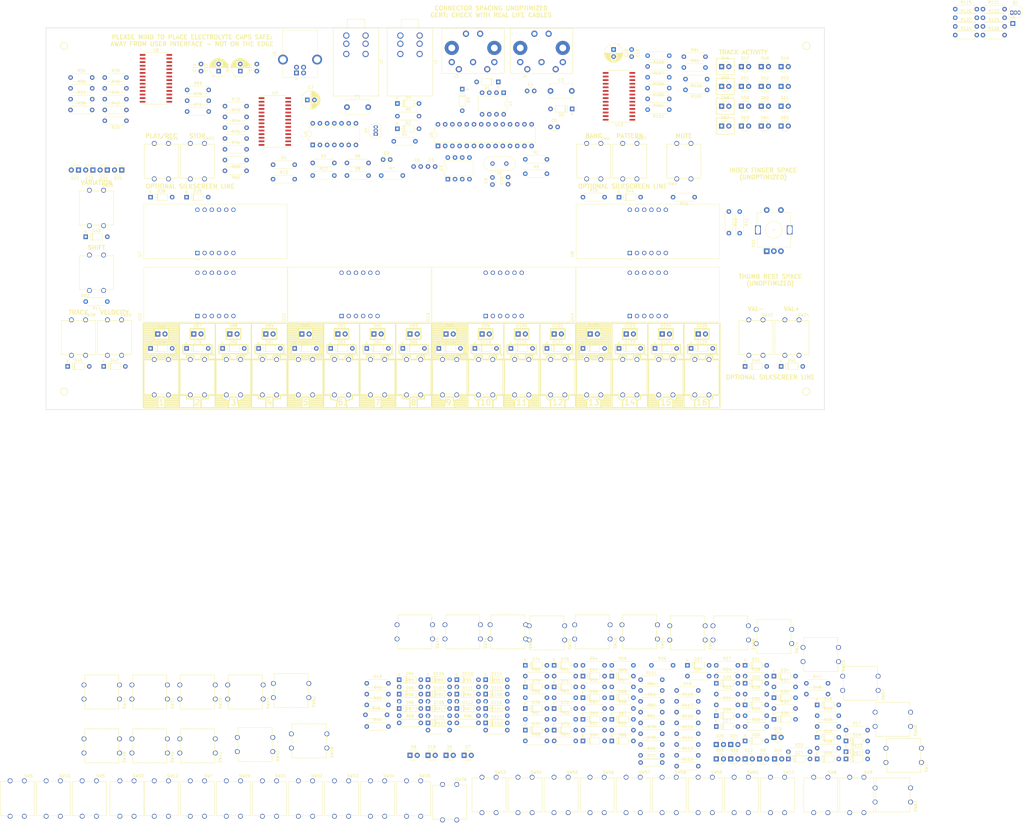
<source format=kicad_pcb>
(kicad_pcb (version 20171130) (host pcbnew "(5.0.1-dev-36-g831978293)")
  (layers (0 F.Cu signal) (31 B.Cu signal) (34 B.Paste user) (35 F.Paste user) (36 B.SilkS user) (37 F.SilkS user) (38 B.Mask user) (39 F.Mask user) (44 Edge.Cuts user))
  (net 0 "")
  (net 1 GND)
  (net 2 +5V)
  (net 3 "/TM1638 Module/GRID1")
  (net 4 "Net-(D1-Pad2)")
  (net 5 "/TM1638 Module/GRID2")
  (net 6 "/TM1638 Module/GRID3")
  (net 7 "/TM1638 Module/GRID4")
  (net 8 "/TM1638 Module/GRID5")
  (net 9 "/TM1638 Module/GRID6")
  (net 10 "/TM1638 Module/GRID7")
  (net 11 "/TM1638 Module/GRID8")
  (net 12 /sheet5C6557AC/GRID1)
  (net 13 /sheet5C6557AC/GRID2)
  (net 14 /sheet5C6557AC/GRID3)
  (net 15 /sheet5C6557AC/GRID4)
  (net 16 /sheet5C6557AC/GRID5)
  (net 17 /sheet5C6557AC/GRID6)
  (net 18 /sheet5C6557AC/GRID7)
  (net 19 /sheet5C6557AC/GRID8)
  (net 20 /sheet5C6559D3/GRID1)
  (net 21 /sheet5C6559D3/GRID2)
  (net 22 /sheet5C6559D3/GRID3)
  (net 23 /sheet5C6559D3/GRID4)
  (net 24 /sheet5C6559D3/GRID5)
  (net 25 /sheet5C6559D3/GRID6)
  (net 26 /sheet5C6559D3/GRID7)
  (net 27 /sheet5C6559D3/GRID8)
  (net 28 "Net-(D33-Pad1)")
  (net 29 "/TM1638 Module/SEG1")
  (net 30 "/TM1638 Module/SEG2")
  (net 31 "Net-(D34-Pad1)")
  (net 32 "/TM1638 Module/SEG3")
  (net 33 "Net-(D35-Pad1)")
  (net 34 "Net-(D36-Pad1)")
  (net 35 "/TM1638 Module/SEG4")
  (net 36 "/TM1638 Module/SEG5")
  (net 37 "Net-(D37-Pad1)")
  (net 38 "Net-(D38-Pad1)")
  (net 39 "/TM1638 Module/SEG6")
  (net 40 "/TM1638 Module/SEG7")
  (net 41 "Net-(D39-Pad1)")
  (net 42 "Net-(D40-Pad1)")
  (net 43 "/TM1638 Module/SEG8")
  (net 44 /sheet5C6557AC/SEG1)
  (net 45 "Net-(D66-Pad1)")
  (net 46 /sheet5C6557AC/SEG2)
  (net 47 "Net-(D67-Pad1)")
  (net 48 /sheet5C6557AC/SEG3)
  (net 49 /sheet5C6557AC/SEG4)
  (net 50 "Net-(D68-Pad1)")
  (net 51 /sheet5C6557AC/SEG5)
  (net 52 "Net-(D69-Pad1)")
  (net 53 /sheet5C6557AC/SEG6)
  (net 54 "Net-(D70-Pad1)")
  (net 55 "Net-(D71-Pad1)")
  (net 56 /sheet5C6557AC/SEG7)
  (net 57 /sheet5C6557AC/SEG8)
  (net 58 "Net-(D72-Pad1)")
  (net 59 "Net-(D73-Pad1)")
  (net 60 "Net-(D74-Pad1)")
  (net 61 "Net-(D75-Pad1)")
  (net 62 "Net-(D76-Pad1)")
  (net 63 "Net-(D77-Pad1)")
  (net 64 "Net-(D78-Pad1)")
  (net 65 "Net-(D79-Pad1)")
  (net 66 "Net-(D80-Pad1)")
  (net 67 /sheet5C6559D3/SEG1)
  (net 68 /sheet5C6559D3/SEG2)
  (net 69 /sheet5C6559D3/SEG3)
  (net 70 /sheet5C6559D3/SEG4)
  (net 71 /sheet5C6559D3/SEG5)
  (net 72 /sheet5C6559D3/SEG6)
  (net 73 /sheet5C6559D3/SEG7)
  (net 74 /sheet5C6559D3/SEG8)
  (net 75 "Net-(D106-Pad1)")
  (net 76 "Net-(D107-Pad1)")
  (net 77 "Net-(D108-Pad1)")
  (net 78 "Net-(D109-Pad1)")
  (net 79 "Net-(D110-Pad1)")
  (net 80 "Net-(D111-Pad1)")
  (net 81 "Net-(D112-Pad1)")
  (net 82 "Net-(D113-Pad1)")
  (net 83 "Net-(D114-Pad1)")
  (net 84 "Net-(D115-Pad1)")
  (net 85 "Net-(D116-Pad1)")
  (net 86 "Net-(D117-Pad1)")
  (net 87 "Net-(D118-Pad1)")
  (net 88 "Net-(D119-Pad1)")
  (net 89 "Net-(D120-Pad1)")
  (net 90 "/TM1638 Module/K2")
  (net 91 "/TM1638 Module/K1")
  (net 92 "Net-(R25-Pad1)")
  (net 93 "Net-(R26-Pad1)")
  (net 94 "/TM1638 Module/K3")
  (net 95 /sheet5C6557AC/K1)
  (net 96 /sheet5C6557AC/K2)
  (net 97 /sheet5C6559D3/K1)
  (net 98 /sheet5C6557AC/K3)
  (net 99 /sheet5C6559D3/K2)
  (net 100 "Net-(R93-Pad1)")
  (net 101 "Net-(R94-Pad1)")
  (net 102 /sheet5C6559D3/K3)
  (net 103 "Net-(D26-Pad1)")
  (net 104 "Net-(D27-Pad1)")
  (net 105 "Net-(D28-Pad1)")
  (net 106 "Net-(D29-Pad1)")
  (net 107 "Net-(D30-Pad1)")
  (net 108 "Net-(D31-Pad1)")
  (net 109 "Net-(D32-Pad1)")
  (net 110 "Net-(D100-Pad2)")
  (net 111 "Net-(R59-Pad1)")
  (net 112 "Net-(R60-Pad1)")
  (net 113 "Net-(C1-Pad2)")
  (net 114 "Net-(C2-Pad2)")
  (net 115 "Net-(C3-Pad2)")
  (net 116 +3V3)
  (net 117 "Net-(C9-Pad2)")
  (net 118 "Net-(C10-Pad2)")
  (net 119 "Net-(D1-Pad1)")
  (net 120 "Net-(D10-Pad2)")
  (net 121 "Net-(D14-Pad1)")
  (net 122 "Net-(D15-Pad1)")
  (net 123 "Net-(D16-Pad1)")
  (net 124 "Net-(D17-Pad1)")
  (net 125 "Net-(D18-Pad2)")
  (net 126 "Net-(D41-Pad1)")
  (net 127 "Net-(D42-Pad1)")
  (net 128 "Net-(D43-Pad1)")
  (net 129 "Net-(D44-Pad1)")
  (net 130 "Net-(D45-Pad1)")
  (net 131 "Net-(D46-Pad2)")
  (net 132 "Net-(D54-Pad1)")
  (net 133 "Net-(D55-Pad1)")
  (net 134 "Net-(D56-Pad1)")
  (net 135 "Net-(D57-Pad1)")
  (net 136 "Net-(D58-Pad2)")
  (net 137 "Net-(D81-Pad1)")
  (net 138 "Net-(D82-Pad1)")
  (net 139 "Net-(D83-Pad1)")
  (net 140 "Net-(D84-Pad1)")
  (net 141 "Net-(D85-Pad1)")
  (net 142 "Net-(D86-Pad2)")
  (net 143 "Net-(D94-Pad1)")
  (net 144 "Net-(D95-Pad1)")
  (net 145 "Net-(D96-Pad1)")
  (net 146 "Net-(D97-Pad1)")
  (net 147 "Net-(D121-Pad1)")
  (net 148 "Net-(D122-Pad1)")
  (net 149 "Net-(D123-Pad1)")
  (net 150 "Net-(D124-Pad1)")
  (net 151 "Net-(D125-Pad1)")
  (net 152 "Net-(J3-Pad4)")
  (net 153 "Net-(J4-Pad4)")
  (net 154 FRAM-SCK)
  (net 155 FRAM-SI)
  (net 156 FRAM-SO)
  (net 157 FRAM-~CS)
  (net 158 footswitch)
  (net 159 "Net-(R5-Pad1)")
  (net 160 "Net-(R6-Pad1)")
  (net 161 "Net-(R7-Pad1)")
  (net 162 "Net-(R8-Pad2)")
  (net 163 "Net-(R9-Pad2)")
  (net 164 "Net-(R10-Pad2)")
  (net 165 "Net-(R11-Pad2)")
  (net 166 "Net-(R12-Pad2)")
  (net 167 "Net-(R13-Pad2)")
  (net 168 "Net-(R14-Pad2)")
  (net 169 "Net-(R15-Pad2)")
  (net 170 "Net-(R16-Pad2)")
  (net 171 "Net-(R35-Pad1)")
  (net 172 "Net-(R36-Pad1)")
  (net 173 "Net-(R37-Pad1)")
  (net 174 "Net-(R38-Pad1)")
  (net 175 "Net-(R39-Pad1)")
  (net 176 "Net-(R40-Pad1)")
  (net 177 "Net-(R41-Pad1)")
  (net 178 "Net-(R42-Pad1)")
  (net 179 "Net-(R69-Pad1)")
  (net 180 "Net-(R70-Pad1)")
  (net 181 "Net-(R71-Pad1)")
  (net 182 "Net-(R72-Pad1)")
  (net 183 "Net-(R73-Pad1)")
  (net 184 "Net-(R74-Pad1)")
  (net 185 "Net-(R75-Pad1)")
  (net 186 "Net-(R76-Pad1)")
  (net 187 "Net-(R103-Pad1)")
  (net 188 "Net-(R104-Pad1)")
  (net 189 "Net-(R105-Pad1)")
  (net 190 "Net-(R106-Pad1)")
  (net 191 "Net-(R107-Pad1)")
  (net 192 "Net-(R108-Pad1)")
  (net 193 "Net-(R109-Pad1)")
  (net 194 "Net-(R110-Pad1)")
  (net 195 "Net-(U2-Pad5)")
  (net 196 "Net-(U2-Pad2)")
  (net 197 MIDI-out)
  (net 198 MIDI-in)
  (net 199 "Net-(U2-Pad11)")
  (net 200 click-out)
  (net 201 tm1638-clk)
  (net 202 tm1638-dio-1)
  (net 203 tm1638-dio-2)
  (net 204 tm1638-dio-3)
  (net 205 tm1638-stb)
  (net 206 "Net-(J6-Pad1)")
  (net 207 "Net-(Q1-Pad1)")
  (net 208 "Net-(R119-Pad1)")
  (net 209 "Net-(R121-Pad1)")
  (net 210 "Net-(R124-Pad1)")
  (module Display_7Segment:CA56-12EWA (layer F.Cu) (at 102.87 173.355 90)
    (fp_text reference U7 (at -0.4 -20.31 90) (layer F.SilkS))
    (fp_text value CA56-12EWA)
    (pad 12 thru_hole circle (at 15.24 0 90) (size 1.5 1.5) (drill 1) (layers *.Cu *.Mask) (net 3 "/TM1638 Module/GRID1"))
    (pad 11 thru_hole circle (at 15.24 2.54 90) (size 1.5 1.5) (drill 1) (layers *.Cu *.Mask) (net 171 "Net-(R35-Pad1)"))
    (pad 10 thru_hole circle (at 15.24 5.08 90) (size 1.5 1.5) (drill 1) (layers *.Cu *.Mask) (net 176 "Net-(R40-Pad1)"))
    (pad 9 thru_hole circle (at 15.24 7.62 90) (size 1.5 1.5) (drill 1) (layers *.Cu *.Mask) (net 5 "/TM1638 Module/GRID2"))
    (pad 8 thru_hole circle (at 15.24 10.16 90) (size 1.5 1.5) (drill 1) (layers *.Cu *.Mask) (net 6 "/TM1638 Module/GRID3"))
    (pad 7 thru_hole circle (at 15.24 12.7 90) (size 1.5 1.5) (drill 1) (layers *.Cu *.Mask) (net 172 "Net-(R36-Pad1)"))
    (pad 6 thru_hole circle (at 0 12.7 90) (size 1.5 1.5) (drill 1) (layers *.Cu *.Mask) (net 7 "/TM1638 Module/GRID4"))
    (pad 5 thru_hole circle (at 0 10.16 90) (size 1.5 1.5) (drill 1) (layers *.Cu *.Mask) (net 177 "Net-(R41-Pad1)"))
    (pad 4 thru_hole circle (at 0 7.62 90) (size 1.5 1.5) (drill 1) (layers *.Cu *.Mask) (net 173 "Net-(R37-Pad1)"))
    (pad 3 thru_hole circle (at 0 5.08 90) (size 1.5 1.5) (drill 1) (layers *.Cu *.Mask) (net 178 "Net-(R42-Pad1)"))
    (pad 2 thru_hole circle (at 0 2.54 90) (size 1.5 1.5) (drill 1) (layers *.Cu *.Mask) (net 174 "Net-(R38-Pad1)"))
    (pad 1 thru_hole rect (at 0 0 90) (size 1.5 1.5) (drill 1) (layers *.Cu *.Mask) (net 175 "Net-(R39-Pad1)"))
  )
  (module Display_7Segment:CA56-12EWA (layer F.Cu) (at 102.87 195.58 90)
    (fp_text reference U10 (at -0.4 -20.31 90) (layer F.SilkS))
    (fp_text value CA56-12EWA)
    (pad 12 thru_hole circle (at 15.24 0 90) (size 1.5 1.5) (drill 1) (layers *.Cu *.Mask) (net 12 /sheet5C6557AC/GRID1))
    (pad 11 thru_hole circle (at 15.24 2.54 90) (size 1.5 1.5) (drill 1) (layers *.Cu *.Mask) (net 179 "Net-(R69-Pad1)"))
    (pad 10 thru_hole circle (at 15.24 5.08 90) (size 1.5 1.5) (drill 1) (layers *.Cu *.Mask) (net 184 "Net-(R74-Pad1)"))
    (pad 9 thru_hole circle (at 15.24 7.62 90) (size 1.5 1.5) (drill 1) (layers *.Cu *.Mask) (net 13 /sheet5C6557AC/GRID2))
    (pad 8 thru_hole circle (at 15.24 10.16 90) (size 1.5 1.5) (drill 1) (layers *.Cu *.Mask) (net 14 /sheet5C6557AC/GRID3))
    (pad 7 thru_hole circle (at 15.24 12.7 90) (size 1.5 1.5) (drill 1) (layers *.Cu *.Mask) (net 180 "Net-(R70-Pad1)"))
    (pad 6 thru_hole circle (at 0 12.7 90) (size 1.5 1.5) (drill 1) (layers *.Cu *.Mask) (net 15 /sheet5C6557AC/GRID4))
    (pad 5 thru_hole circle (at 0 10.16 90) (size 1.5 1.5) (drill 1) (layers *.Cu *.Mask) (net 185 "Net-(R75-Pad1)"))
    (pad 4 thru_hole circle (at 0 7.62 90) (size 1.5 1.5) (drill 1) (layers *.Cu *.Mask) (net 181 "Net-(R71-Pad1)"))
    (pad 3 thru_hole circle (at 0 5.08 90) (size 1.5 1.5) (drill 1) (layers *.Cu *.Mask) (net 186 "Net-(R76-Pad1)"))
    (pad 2 thru_hole circle (at 0 2.54 90) (size 1.5 1.5) (drill 1) (layers *.Cu *.Mask) (net 182 "Net-(R72-Pad1)"))
    (pad 1 thru_hole rect (at 0 0 90) (size 1.5 1.5) (drill 1) (layers *.Cu *.Mask) (net 183 "Net-(R73-Pad1)"))
  )
  (module LED_THT:LED_D3.0mm (layer F.Cu) (at 190.5 350.52)
    (fp_text reference D6 (at 1.27 -2.96) (layer F.SilkS))
    (fp_text value LED)
    (pad 2 thru_hole circle (at 2.54 0) (size 1.8 1.8) (drill 0.9) (layers *.Cu *.Mask) (net 120 "Net-(D10-Pad2)"))
    (pad 1 thru_hole rect (at 0 0) (size 1.8 1.8) (drill 0.9) (layers *.Cu *.Mask) (net 3 "/TM1638 Module/GRID1"))
  )
  (module LED_THT:LED_D3.0mm (layer F.Cu) (at 196.85 350.52)
    (fp_text reference D7 (at 1.27 -2.96) (layer F.SilkS))
    (fp_text value LED)
    (pad 2 thru_hole circle (at 2.54 0) (size 1.8 1.8) (drill 0.9) (layers *.Cu *.Mask) (net 120 "Net-(D10-Pad2)"))
    (pad 1 thru_hole rect (at 0 0) (size 1.8 1.8) (drill 0.9) (layers *.Cu *.Mask) (net 5 "/TM1638 Module/GRID2"))
  )
  (module LED_THT:LED_D3.0mm (layer F.Cu) (at 177.8 350.52)
    (fp_text reference D8 (at 1.27 -2.96) (layer F.SilkS))
    (fp_text value LED)
    (pad 2 thru_hole circle (at 2.54 0) (size 1.8 1.8) (drill 0.9) (layers *.Cu *.Mask) (net 120 "Net-(D10-Pad2)"))
    (pad 1 thru_hole rect (at 0 0) (size 1.8 1.8) (drill 0.9) (layers *.Cu *.Mask) (net 6 "/TM1638 Module/GRID3"))
  )
  (module LED_THT:LED_D3.0mm (layer F.Cu) (at 287.624725 107.632619)
    (fp_text reference D46 (at 1.27 -2.96) (layer F.SilkS))
    (fp_text value LED)
    (pad 2 thru_hole circle (at 2.54 0) (size 1.8 1.8) (drill 0.9) (layers *.Cu *.Mask) (net 131 "Net-(D46-Pad2)"))
    (pad 1 thru_hole rect (at 0 0) (size 1.8 1.8) (drill 0.9) (layers *.Cu *.Mask) (net 12 /sheet5C6557AC/GRID1))
  )
  (module LED_THT:LED_D3.0mm (layer F.Cu) (at 294.609725 107.632619)
    (fp_text reference D47 (at 1.27 -2.96) (layer F.SilkS))
    (fp_text value LED)
    (pad 2 thru_hole circle (at 2.54 0) (size 1.8 1.8) (drill 0.9) (layers *.Cu *.Mask) (net 131 "Net-(D46-Pad2)"))
    (pad 1 thru_hole rect (at 0 0) (size 1.8 1.8) (drill 0.9) (layers *.Cu *.Mask) (net 13 /sheet5C6557AC/GRID2))
  )
  (module LED_THT:LED_D3.0mm (layer F.Cu) (at 301.594725 107.632619)
    (fp_text reference D48 (at 1.27 -2.96) (layer F.SilkS))
    (fp_text value LED)
    (pad 2 thru_hole circle (at 2.54 0) (size 1.8 1.8) (drill 0.9) (layers *.Cu *.Mask) (net 131 "Net-(D46-Pad2)"))
    (pad 1 thru_hole rect (at 0 0) (size 1.8 1.8) (drill 0.9) (layers *.Cu *.Mask) (net 14 /sheet5C6557AC/GRID3))
  )
  (module LED_THT:LED_D3.0mm (layer F.Cu) (at 88.9 201.93)
    (fp_text reference D86 (at 1.27 -2.54) (layer F.SilkS))
    (fp_text value LED)
    (pad 2 thru_hole circle (at 2.54 0) (size 1.8 1.8) (drill 0.9) (layers *.Cu *.Mask) (net 142 "Net-(D86-Pad2)"))
    (pad 1 thru_hole rect (at 0 0) (size 1.8 1.8) (drill 0.9) (layers *.Cu *.Mask) (net 20 /sheet5C6559D3/GRID1))
  )
  (module LED_THT:LED_D3.0mm (layer F.Cu) (at 101.6 201.93)
    (fp_text reference D87 (at 1.27 -2.96) (layer F.SilkS))
    (fp_text value LED)
    (pad 2 thru_hole circle (at 2.54 0) (size 1.8 1.8) (drill 0.9) (layers *.Cu *.Mask) (net 142 "Net-(D86-Pad2)"))
    (pad 1 thru_hole rect (at 0 0) (size 1.8 1.8) (drill 0.9) (layers *.Cu *.Mask) (net 21 /sheet5C6559D3/GRID2))
  )
  (module LED_THT:LED_D3.0mm (layer F.Cu) (at 114.3 201.93)
    (fp_text reference D88 (at 1.27 -2.96) (layer F.SilkS))
    (fp_text value LED)
    (pad 2 thru_hole circle (at 2.54 0) (size 1.8 1.8) (drill 0.9) (layers *.Cu *.Mask) (net 142 "Net-(D86-Pad2)"))
    (pad 1 thru_hole rect (at 0 0) (size 1.8 1.8) (drill 0.9) (layers *.Cu *.Mask) (net 22 /sheet5C6559D3/GRID3))
  )
  (module LED_THT:LED_D3.0mm (layer F.Cu) (at 285.75 351.79)
    (fp_text reference D13 (at 1.27 -2.96) (layer F.SilkS))
    (fp_text value LED)
    (pad 2 thru_hole circle (at 2.54 0) (size 1.8 1.8) (drill 0.9) (layers *.Cu *.Mask) (net 120 "Net-(D10-Pad2)"))
    (pad 1 thru_hole rect (at 0 0) (size 1.8 1.8) (drill 0.9) (layers *.Cu *.Mask) (net 11 "/TM1638 Module/GRID8"))
  )
  (module LED_THT:LED_D3.0mm (layer F.Cu) (at 184.15 350.52)
    (fp_text reference D18 (at 1.27 -2.96) (layer F.SilkS))
    (fp_text value LED)
    (pad 2 thru_hole circle (at 2.54 0) (size 1.8 1.8) (drill 0.9) (layers *.Cu *.Mask) (net 125 "Net-(D18-Pad2)"))
    (pad 1 thru_hole rect (at 0 0) (size 1.8 1.8) (drill 0.9) (layers *.Cu *.Mask) (net 3 "/TM1638 Module/GRID1"))
  )
  (module LED_THT:LED_D3.0mm (layer F.Cu) (at 306.07 344.17)
    (fp_text reference D19 (at 1.27 -2.96) (layer F.SilkS))
    (fp_text value LED)
    (pad 2 thru_hole circle (at 2.54 0) (size 1.8 1.8) (drill 0.9) (layers *.Cu *.Mask) (net 125 "Net-(D18-Pad2)"))
    (pad 1 thru_hole rect (at 0 0) (size 1.8 1.8) (drill 0.9) (layers *.Cu *.Mask) (net 5 "/TM1638 Module/GRID2"))
  )
  (module LED_THT:LED_D3.0mm (layer F.Cu) (at 285.75 346.71)
    (fp_text reference D20 (at 1.27 -2.96) (layer F.SilkS))
    (fp_text value LED)
    (pad 2 thru_hole circle (at 2.54 0) (size 1.8 1.8) (drill 0.9) (layers *.Cu *.Mask) (net 125 "Net-(D18-Pad2)"))
    (pad 1 thru_hole rect (at 0 0) (size 1.8 1.8) (drill 0.9) (layers *.Cu *.Mask) (net 6 "/TM1638 Module/GRID3"))
  )
  (module Diode_THT:D_DO-35_SOD27_P7.62mm_Horizontal (layer F.Cu) (at 285.75 336.55)
    (fp_text reference D26 (at 3.81 -2.12) (layer F.SilkS))
    (fp_text value 1N4148)
    (fp_text user K (at 0 -1.8) (layer F.SilkS))
    (pad 2 thru_hole oval (at 7.62 0) (size 1.6 1.6) (drill 0.8) (layers *.Cu *.Mask) (net 36 "/TM1638 Module/SEG5"))
    (pad 1 thru_hole rect (at 0 0) (size 1.6 1.6) (drill 0.8) (layers *.Cu *.Mask) (net 103 "Net-(D26-Pad1)"))
  )
  (module Diode_THT:D_DO-35_SOD27_P7.62mm_Horizontal (layer F.Cu) (at 311.15 351.79)
    (fp_text reference D27 (at 3.81 -2.12) (layer F.SilkS))
    (fp_text value 1N4148)
    (fp_text user K (at 0 -1.8) (layer F.SilkS))
    (pad 2 thru_hole oval (at 7.62 0) (size 1.6 1.6) (drill 0.8) (layers *.Cu *.Mask) (net 39 "/TM1638 Module/SEG6"))
    (pad 1 thru_hole rect (at 0 0) (size 1.6 1.6) (drill 0.8) (layers *.Cu *.Mask) (net 104 "Net-(D27-Pad1)"))
  )
  (module Diode_THT:D_DO-35_SOD27_P7.62mm_Horizontal (layer F.Cu) (at 321.31 332.74)
    (fp_text reference D28 (at 3.81 -2.12) (layer F.SilkS))
    (fp_text value 1N4148)
    (fp_text user K (at 0 -1.8) (layer F.SilkS))
    (pad 2 thru_hole oval (at 7.62 0) (size 1.6 1.6) (drill 0.8) (layers *.Cu *.Mask) (net 40 "/TM1638 Module/SEG7"))
    (pad 1 thru_hole rect (at 0 0) (size 1.6 1.6) (drill 0.8) (layers *.Cu *.Mask) (net 105 "Net-(D28-Pad1)"))
  )
  (module Diode_THT:D_DO-35_SOD27_P7.62mm_Horizontal (layer F.Cu) (at 285.75 325.12)
    (fp_text reference D29 (at 3.81 -2.12) (layer F.SilkS))
    (fp_text value 1N4148)
    (fp_text user K (at 0 -1.8) (layer F.SilkS))
    (pad 2 thru_hole oval (at 7.62 0) (size 1.6 1.6) (drill 0.8) (layers *.Cu *.Mask) (net 43 "/TM1638 Module/SEG8"))
    (pad 1 thru_hole rect (at 0 0) (size 1.6 1.6) (drill 0.8) (layers *.Cu *.Mask) (net 106 "Net-(D29-Pad1)"))
  )
  (module Diode_THT:D_DO-35_SOD27_P7.62mm_Horizontal (layer F.Cu) (at 295.91 345.44)
    (fp_text reference D30 (at 3.81 -2.12) (layer F.SilkS))
    (fp_text value 1N4148)
    (fp_text user K (at 0 -1.8) (layer F.SilkS))
    (pad 2 thru_hole oval (at 7.62 0) (size 1.6 1.6) (drill 0.8) (layers *.Cu *.Mask) (net 29 "/TM1638 Module/SEG1"))
    (pad 1 thru_hole rect (at 0 0) (size 1.6 1.6) (drill 0.8) (layers *.Cu *.Mask) (net 107 "Net-(D30-Pad1)"))
  )
  (module Diode_THT:D_DO-35_SOD27_P7.62mm_Horizontal (layer F.Cu) (at 295.91 318.77)
    (fp_text reference D31 (at 3.81 -2.12) (layer F.SilkS))
    (fp_text value 1N4148)
    (fp_text user K (at 0 -1.8) (layer F.SilkS))
    (pad 2 thru_hole oval (at 7.62 0) (size 1.6 1.6) (drill 0.8) (layers *.Cu *.Mask) (net 30 "/TM1638 Module/SEG2"))
    (pad 1 thru_hole rect (at 0 0) (size 1.6 1.6) (drill 0.8) (layers *.Cu *.Mask) (net 108 "Net-(D31-Pad1)"))
  )
  (module Diode_THT:D_DO-35_SOD27_P7.62mm_Horizontal (layer F.Cu) (at 295.91 325.12)
    (fp_text reference D32 (at 3.81 -2.12) (layer F.SilkS))
    (fp_text value 1N4148)
    (fp_text user K (at 0 -1.8) (layer F.SilkS))
    (pad 2 thru_hole oval (at 7.62 0) (size 1.6 1.6) (drill 0.8) (layers *.Cu *.Mask) (net 32 "/TM1638 Module/SEG3"))
    (pad 1 thru_hole rect (at 0 0) (size 1.6 1.6) (drill 0.8) (layers *.Cu *.Mask) (net 109 "Net-(D32-Pad1)"))
  )
  (module Diode_THT:D_DO-35_SOD27_P7.62mm_Horizontal (layer F.Cu) (at 295.91 332.74)
    (fp_text reference D33 (at 3.81 -2.12) (layer F.SilkS))
    (fp_text value 1N4148)
    (fp_text user K (at 0 -1.8) (layer F.SilkS))
    (pad 2 thru_hole oval (at 7.62 0) (size 1.6 1.6) (drill 0.8) (layers *.Cu *.Mask) (net 35 "/TM1638 Module/SEG4"))
    (pad 1 thru_hole rect (at 0 0) (size 1.6 1.6) (drill 0.8) (layers *.Cu *.Mask) (net 28 "Net-(D33-Pad1)"))
  )
  (module Diode_THT:D_DO-35_SOD27_P7.62mm_Horizontal (layer F.Cu) (at 306.07 322.58)
    (fp_text reference D34 (at 3.81 -2.12) (layer F.SilkS))
    (fp_text value 1N4148)
    (fp_text user K (at 0 -1.8) (layer F.SilkS))
    (pad 2 thru_hole oval (at 7.62 0) (size 1.6 1.6) (drill 0.8) (layers *.Cu *.Mask) (net 36 "/TM1638 Module/SEG5"))
    (pad 1 thru_hole rect (at 0 0) (size 1.6 1.6) (drill 0.8) (layers *.Cu *.Mask) (net 31 "Net-(D34-Pad1)"))
  )
  (module Diode_THT:D_DO-35_SOD27_P7.62mm_Horizontal (layer F.Cu) (at 306.07 330.2)
    (fp_text reference D35 (at 3.81 -2.12) (layer F.SilkS))
    (fp_text value 1N4148)
    (fp_text user K (at 0 -1.8) (layer F.SilkS))
    (pad 2 thru_hole oval (at 7.62 0) (size 1.6 1.6) (drill 0.8) (layers *.Cu *.Mask) (net 39 "/TM1638 Module/SEG6"))
    (pad 1 thru_hole rect (at 0 0) (size 1.6 1.6) (drill 0.8) (layers *.Cu *.Mask) (net 33 "Net-(D35-Pad1)"))
  )
  (module Diode_THT:D_DO-35_SOD27_P7.62mm_Horizontal (layer F.Cu) (at 306.07 337.82)
    (fp_text reference D36 (at 3.81 -2.12) (layer F.SilkS))
    (fp_text value 1N4148)
    (fp_text user K (at 0 -1.8) (layer F.SilkS))
    (pad 2 thru_hole oval (at 7.62 0) (size 1.6 1.6) (drill 0.8) (layers *.Cu *.Mask) (net 40 "/TM1638 Module/SEG7"))
    (pad 1 thru_hole rect (at 0 0) (size 1.6 1.6) (drill 0.8) (layers *.Cu *.Mask) (net 34 "Net-(D36-Pad1)"))
  )
  (module Diode_THT:D_DO-35_SOD27_P7.62mm_Horizontal (layer F.Cu) (at 275.59 318.77)
    (fp_text reference D37 (at 3.81 -2.12) (layer F.SilkS))
    (fp_text value 1N4148)
    (fp_text user K (at 0 -1.8) (layer F.SilkS))
    (pad 2 thru_hole oval (at 7.62 0) (size 1.6 1.6) (drill 0.8) (layers *.Cu *.Mask) (net 43 "/TM1638 Module/SEG8"))
    (pad 1 thru_hole rect (at 0 0) (size 1.6 1.6) (drill 0.8) (layers *.Cu *.Mask) (net 37 "Net-(D37-Pad1)"))
  )
  (module Diode_THT:D_DO-35_SOD27_P7.62mm_Horizontal (layer F.Cu) (at 86.36 153.67)
    (fp_text reference D38 (at 3.81 -2.12) (layer F.SilkS))
    (fp_text value 1N4148)
    (fp_text user K (at 0 -1.8) (layer F.SilkS))
    (pad 2 thru_hole oval (at 7.62 0) (size 1.6 1.6) (drill 0.8) (layers *.Cu *.Mask) (net 29 "/TM1638 Module/SEG1"))
    (pad 1 thru_hole rect (at 0 0) (size 1.6 1.6) (drill 0.8) (layers *.Cu *.Mask) (net 38 "Net-(D38-Pad1)"))
  )
  (module Diode_THT:D_DO-35_SOD27_P7.62mm_Horizontal (layer F.Cu) (at 99.06 153.67)
    (fp_text reference D39 (at 3.81 -2.12) (layer F.SilkS))
    (fp_text value 1N4148)
    (fp_text user K (at 0 -1.8) (layer F.SilkS))
    (pad 2 thru_hole oval (at 7.62 0) (size 1.6 1.6) (drill 0.8) (layers *.Cu *.Mask) (net 30 "/TM1638 Module/SEG2"))
    (pad 1 thru_hole rect (at 0 0) (size 1.6 1.6) (drill 0.8) (layers *.Cu *.Mask) (net 41 "Net-(D39-Pad1)"))
  )
  (module Diode_THT:D_DO-35_SOD27_P7.62mm_Horizontal (layer F.Cu) (at 295.91 213.36)
    (fp_text reference D40 (at 3.81 -2.12) (layer F.SilkS))
    (fp_text value 1N4148)
    (fp_text user K (at 0 -1.8) (layer F.SilkS))
    (pad 2 thru_hole oval (at 7.62 0) (size 1.6 1.6) (drill 0.8) (layers *.Cu *.Mask) (net 32 "/TM1638 Module/SEG3"))
    (pad 1 thru_hole rect (at 0 0) (size 1.6 1.6) (drill 0.8) (layers *.Cu *.Mask) (net 42 "Net-(D40-Pad1)"))
  )
  (module LED_THT:LED_D3.0mm (layer F.Cu) (at 308.579725 114.617619)
    (fp_text reference D53 (at 1.27 -2.96) (layer F.SilkS))
    (fp_text value LED)
    (pad 2 thru_hole circle (at 2.54 0) (size 1.8 1.8) (drill 0.9) (layers *.Cu *.Mask) (net 131 "Net-(D46-Pad2)"))
    (pad 1 thru_hole rect (at 0 0) (size 1.8 1.8) (drill 0.9) (layers *.Cu *.Mask) (net 19 /sheet5C6557AC/GRID8))
  )
  (module LED_THT:LED_D3.0mm (layer F.Cu) (at 287.624725 121.602619)
    (fp_text reference D58 (at 1.27 -2.96) (layer F.SilkS))
    (fp_text value LED)
    (pad 2 thru_hole circle (at 2.54 0) (size 1.8 1.8) (drill 0.9) (layers *.Cu *.Mask) (net 136 "Net-(D58-Pad2)"))
    (pad 1 thru_hole rect (at 0 0) (size 1.8 1.8) (drill 0.9) (layers *.Cu *.Mask) (net 12 /sheet5C6557AC/GRID1))
  )
  (module LED_THT:LED_D3.0mm (layer F.Cu) (at 294.609725 121.602619)
    (fp_text reference D59 (at 1.27 -2.96) (layer F.SilkS))
    (fp_text value LED)
    (pad 2 thru_hole circle (at 2.54 0) (size 1.8 1.8) (drill 0.9) (layers *.Cu *.Mask) (net 136 "Net-(D58-Pad2)"))
    (pad 1 thru_hole rect (at 0 0) (size 1.8 1.8) (drill 0.9) (layers *.Cu *.Mask) (net 13 /sheet5C6557AC/GRID2))
  )
  (module LED_THT:LED_D3.0mm (layer F.Cu) (at 301.594725 121.602619)
    (fp_text reference D60 (at 1.27 -2.96) (layer F.SilkS))
    (fp_text value LED)
    (pad 2 thru_hole circle (at 2.54 0) (size 1.8 1.8) (drill 0.9) (layers *.Cu *.Mask) (net 136 "Net-(D58-Pad2)"))
    (pad 1 thru_hole rect (at 0 0) (size 1.8 1.8) (drill 0.9) (layers *.Cu *.Mask) (net 14 /sheet5C6557AC/GRID3))
  )
  (module Diode_THT:D_DO-35_SOD27_P7.62mm_Horizontal (layer F.Cu) (at 248.92 345.44)
    (fp_text reference D66 (at 3.81 -2.12) (layer F.SilkS))
    (fp_text value 1N4148)
    (fp_text user K (at 0 -1.8) (layer F.SilkS))
    (pad 2 thru_hole oval (at 7.62 0) (size 1.6 1.6) (drill 0.8) (layers *.Cu *.Mask) (net 51 /sheet5C6557AC/SEG5))
    (pad 1 thru_hole rect (at 0 0) (size 1.6 1.6) (drill 0.8) (layers *.Cu *.Mask) (net 45 "Net-(D66-Pad1)"))
  )
  (module Diode_THT:D_DO-35_SOD27_P7.62mm_Horizontal (layer F.Cu) (at 248.92 337.82)
    (fp_text reference D67 (at 3.81 -2.12) (layer F.SilkS))
    (fp_text value 1N4148)
    (fp_text user K (at 0 -1.8) (layer F.SilkS))
    (pad 2 thru_hole oval (at 7.62 0) (size 1.6 1.6) (drill 0.8) (layers *.Cu *.Mask) (net 53 /sheet5C6557AC/SEG6))
    (pad 1 thru_hole rect (at 0 0) (size 1.6 1.6) (drill 0.8) (layers *.Cu *.Mask) (net 47 "Net-(D67-Pad1)"))
  )
  (module Diode_THT:D_DO-35_SOD27_P7.62mm_Horizontal (layer F.Cu) (at 248.92 330.2)
    (fp_text reference D68 (at 3.81 -2.12) (layer F.SilkS))
    (fp_text value 1N4148)
    (fp_text user K (at 0 -1.8) (layer F.SilkS))
    (pad 2 thru_hole oval (at 7.62 0) (size 1.6 1.6) (drill 0.8) (layers *.Cu *.Mask) (net 56 /sheet5C6557AC/SEG7))
    (pad 1 thru_hole rect (at 0 0) (size 1.6 1.6) (drill 0.8) (layers *.Cu *.Mask) (net 50 "Net-(D68-Pad1)"))
  )
  (module Diode_THT:D_DO-35_SOD27_P7.62mm_Horizontal (layer F.Cu) (at 248.92 322.58)
    (fp_text reference D69 (at 3.81 -2.12) (layer F.SilkS))
    (fp_text value 1N4148)
    (fp_text user K (at 0 -1.8) (layer F.SilkS))
    (pad 2 thru_hole oval (at 7.62 0) (size 1.6 1.6) (drill 0.8) (layers *.Cu *.Mask) (net 57 /sheet5C6557AC/SEG8))
    (pad 1 thru_hole rect (at 0 0) (size 1.6 1.6) (drill 0.8) (layers *.Cu *.Mask) (net 52 "Net-(D69-Pad1)"))
  )
  (module Diode_THT:D_DO-35_SOD27_P7.62mm_Horizontal (layer F.Cu) (at 228.6 318.77)
    (fp_text reference D70 (at 3.81 -2.12) (layer F.SilkS))
    (fp_text value 1N4148)
    (fp_text user K (at 0 -1.8) (layer F.SilkS))
    (pad 2 thru_hole oval (at 7.62 0) (size 1.6 1.6) (drill 0.8) (layers *.Cu *.Mask) (net 44 /sheet5C6557AC/SEG1))
    (pad 1 thru_hole rect (at 0 0) (size 1.6 1.6) (drill 0.8) (layers *.Cu *.Mask) (net 54 "Net-(D70-Pad1)"))
  )
  (module Diode_THT:D_DO-35_SOD27_P7.62mm_Horizontal (layer F.Cu) (at 228.6 326.39)
    (fp_text reference D71 (at 3.81 -2.12) (layer F.SilkS))
    (fp_text value 1N4148)
    (fp_text user K (at 0 -1.8) (layer F.SilkS))
    (pad 2 thru_hole oval (at 7.62 0) (size 1.6 1.6) (drill 0.8) (layers *.Cu *.Mask) (net 46 /sheet5C6557AC/SEG2))
    (pad 1 thru_hole rect (at 0 0) (size 1.6 1.6) (drill 0.8) (layers *.Cu *.Mask) (net 55 "Net-(D71-Pad1)"))
  )
  (module Diode_THT:D_DO-35_SOD27_P7.62mm_Horizontal (layer F.Cu) (at 228.6 334.01)
    (fp_text reference D72 (at 3.81 -2.12) (layer F.SilkS))
    (fp_text value 1N4148)
    (fp_text user K (at 0 -1.8) (layer F.SilkS))
    (pad 2 thru_hole oval (at 7.62 0) (size 1.6 1.6) (drill 0.8) (layers *.Cu *.Mask) (net 48 /sheet5C6557AC/SEG3))
    (pad 1 thru_hole rect (at 0 0) (size 1.6 1.6) (drill 0.8) (layers *.Cu *.Mask) (net 58 "Net-(D72-Pad1)"))
  )
  (module Diode_THT:D_DO-35_SOD27_P7.62mm_Horizontal (layer F.Cu) (at 228.6 341.63)
    (fp_text reference D73 (at 3.81 -2.12) (layer F.SilkS))
    (fp_text value 1N4148)
    (fp_text user K (at 0 -1.8) (layer F.SilkS))
    (pad 2 thru_hole oval (at 7.62 0) (size 1.6 1.6) (drill 0.8) (layers *.Cu *.Mask) (net 49 /sheet5C6557AC/SEG4))
    (pad 1 thru_hole rect (at 0 0) (size 1.6 1.6) (drill 0.8) (layers *.Cu *.Mask) (net 59 "Net-(D73-Pad1)"))
  )
  (module Diode_THT:D_DO-35_SOD27_P7.62mm_Horizontal (layer F.Cu) (at 218.44 318.77)
    (fp_text reference D74 (at 3.81 -2.12) (layer F.SilkS))
    (fp_text value 1N4148)
    (fp_text user K (at 0 -1.8) (layer F.SilkS))
    (pad 2 thru_hole oval (at 7.62 0) (size 1.6 1.6) (drill 0.8) (layers *.Cu *.Mask) (net 51 /sheet5C6557AC/SEG5))
    (pad 1 thru_hole rect (at 0 0) (size 1.6 1.6) (drill 0.8) (layers *.Cu *.Mask) (net 60 "Net-(D74-Pad1)"))
  )
  (module Diode_THT:D_DO-35_SOD27_P7.62mm_Horizontal (layer F.Cu) (at 218.44 326.39)
    (fp_text reference D75 (at 3.81 -2.12) (layer F.SilkS))
    (fp_text value 1N4148)
    (fp_text user K (at 0 -1.8) (layer F.SilkS))
    (pad 2 thru_hole oval (at 7.62 0) (size 1.6 1.6) (drill 0.8) (layers *.Cu *.Mask) (net 53 /sheet5C6557AC/SEG6))
    (pad 1 thru_hole rect (at 0 0) (size 1.6 1.6) (drill 0.8) (layers *.Cu *.Mask) (net 61 "Net-(D75-Pad1)"))
  )
  (module Diode_THT:D_DO-35_SOD27_P7.62mm_Horizontal (layer F.Cu) (at 218.44 334.01)
    (fp_text reference D76 (at 3.81 -2.12) (layer F.SilkS))
    (fp_text value 1N4148)
    (fp_text user K (at 0 -1.8) (layer F.SilkS))
    (pad 2 thru_hole oval (at 7.62 0) (size 1.6 1.6) (drill 0.8) (layers *.Cu *.Mask) (net 56 /sheet5C6557AC/SEG7))
    (pad 1 thru_hole rect (at 0 0) (size 1.6 1.6) (drill 0.8) (layers *.Cu *.Mask) (net 62 "Net-(D76-Pad1)"))
  )
  (module Diode_THT:D_DO-35_SOD27_P7.62mm_Horizontal (layer F.Cu) (at 218.44 341.63)
    (fp_text reference D77 (at 3.81 -2.12) (layer F.SilkS))
    (fp_text value 1N4148)
    (fp_text user K (at 0 -1.8) (layer F.SilkS))
    (pad 2 thru_hole oval (at 7.62 0) (size 1.6 1.6) (drill 0.8) (layers *.Cu *.Mask) (net 57 /sheet5C6557AC/SEG8))
    (pad 1 thru_hole rect (at 0 0) (size 1.6 1.6) (drill 0.8) (layers *.Cu *.Mask) (net 63 "Net-(D77-Pad1)"))
  )
  (module Diode_THT:D_DO-35_SOD27_P7.62mm_Horizontal (layer F.Cu) (at 86.36 207.01)
    (fp_text reference D78 (at 3.81 -2.12) (layer F.SilkS))
    (fp_text value 1N4148)
    (fp_text user K (at 0 -1.8) (layer F.SilkS))
    (pad 2 thru_hole oval (at 7.62 0) (size 1.6 1.6) (drill 0.8) (layers *.Cu *.Mask) (net 44 /sheet5C6557AC/SEG1))
    (pad 1 thru_hole rect (at 0 0) (size 1.6 1.6) (drill 0.8) (layers *.Cu *.Mask) (net 64 "Net-(D78-Pad1)"))
  )
  (module Diode_THT:D_DO-35_SOD27_P7.62mm_Horizontal (layer F.Cu) (at 99.06 207.01)
    (fp_text reference D79 (at 3.81 -2.12) (layer F.SilkS))
    (fp_text value 1N4148)
    (fp_text user K (at 0 -1.8) (layer F.SilkS))
    (pad 2 thru_hole oval (at 7.62 0) (size 1.6 1.6) (drill 0.8) (layers *.Cu *.Mask) (net 46 /sheet5C6557AC/SEG2))
    (pad 1 thru_hole rect (at 0 0) (size 1.6 1.6) (drill 0.8) (layers *.Cu *.Mask) (net 65 "Net-(D79-Pad1)"))
  )
  (module Diode_THT:D_DO-35_SOD27_P7.62mm_Horizontal (layer F.Cu) (at 111.76 207.01)
    (fp_text reference D80 (at 3.81 -2.12) (layer F.SilkS))
    (fp_text value 1N4148)
    (fp_text user K (at 0 -1.8) (layer F.SilkS))
    (pad 2 thru_hole oval (at 7.62 0) (size 1.6 1.6) (drill 0.8) (layers *.Cu *.Mask) (net 48 /sheet5C6557AC/SEG3))
    (pad 1 thru_hole rect (at 0 0) (size 1.6 1.6) (drill 0.8) (layers *.Cu *.Mask) (net 66 "Net-(D80-Pad1)"))
  )
  (module LED_THT:LED_D3.0mm (layer F.Cu) (at 177.8 201.93)
    (fp_text reference D93 (at 1.27 -2.96) (layer F.SilkS))
    (fp_text value LED)
    (pad 2 thru_hole circle (at 2.54 0) (size 1.8 1.8) (drill 0.9) (layers *.Cu *.Mask) (net 142 "Net-(D86-Pad2)"))
    (pad 1 thru_hole rect (at 0 0) (size 1.8 1.8) (drill 0.9) (layers *.Cu *.Mask) (net 27 /sheet5C6559D3/GRID8))
  )
  (module LED_THT:LED_D3.0mm (layer F.Cu) (at 190.5 201.93)
    (fp_text reference D98 (at 1.27 -2.96) (layer F.SilkS))
    (fp_text value LED)
    (pad 2 thru_hole circle (at 2.54 0) (size 1.8 1.8) (drill 0.9) (layers *.Cu *.Mask) (net 110 "Net-(D100-Pad2)"))
    (pad 1 thru_hole rect (at 0 0) (size 1.8 1.8) (drill 0.9) (layers *.Cu *.Mask) (net 20 /sheet5C6559D3/GRID1))
  )
  (module LED_THT:LED_D3.0mm (layer F.Cu) (at 203.2 201.93)
    (fp_text reference D99 (at 1.27 -2.96) (layer F.SilkS))
    (fp_text value LED)
    (pad 2 thru_hole circle (at 2.54 0) (size 1.8 1.8) (drill 0.9) (layers *.Cu *.Mask) (net 110 "Net-(D100-Pad2)"))
    (pad 1 thru_hole rect (at 0 0) (size 1.8 1.8) (drill 0.9) (layers *.Cu *.Mask) (net 21 /sheet5C6559D3/GRID2))
  )
  (module LED_THT:LED_D3.0mm (layer F.Cu) (at 215.9 201.93)
    (fp_text reference D100 (at 1.27 -2.96) (layer F.SilkS))
    (fp_text value LED)
    (pad 2 thru_hole circle (at 2.54 0) (size 1.8 1.8) (drill 0.9) (layers *.Cu *.Mask) (net 110 "Net-(D100-Pad2)"))
    (pad 1 thru_hole rect (at 0 0) (size 1.8 1.8) (drill 0.9) (layers *.Cu *.Mask) (net 22 /sheet5C6559D3/GRID3))
  )
  (module Diode_THT:D_DO-35_SOD27_P7.62mm_Horizontal (layer F.Cu) (at 184.15 323.85)
    (fp_text reference D106 (at 3.81 -2.12) (layer F.SilkS))
    (fp_text value 1N4148)
    (fp_text user K (at 0 -1.8) (layer F.SilkS))
    (pad 2 thru_hole oval (at 7.62 0) (size 1.6 1.6) (drill 0.8) (layers *.Cu *.Mask) (net 71 /sheet5C6559D3/SEG5))
    (pad 1 thru_hole rect (at 0 0) (size 1.6 1.6) (drill 0.8) (layers *.Cu *.Mask) (net 75 "Net-(D106-Pad1)"))
  )
  (module Diode_THT:D_DO-35_SOD27_P7.62mm_Horizontal (layer F.Cu) (at 184.15 328.93)
    (fp_text reference D107 (at 3.81 -2.12) (layer F.SilkS))
    (fp_text value 1N4148)
    (fp_text user K (at 0 -1.8) (layer F.SilkS))
    (pad 2 thru_hole oval (at 7.62 0) (size 1.6 1.6) (drill 0.8) (layers *.Cu *.Mask) (net 72 /sheet5C6559D3/SEG6))
    (pad 1 thru_hole rect (at 0 0) (size 1.6 1.6) (drill 0.8) (layers *.Cu *.Mask) (net 76 "Net-(D107-Pad1)"))
  )
  (module Diode_THT:D_DO-35_SOD27_P7.62mm_Horizontal (layer F.Cu) (at 184.15 334.01)
    (fp_text reference D108 (at 3.81 -2.12) (layer F.SilkS))
    (fp_text value 1N4148)
    (fp_text user K (at 0 -1.8) (layer F.SilkS))
    (pad 2 thru_hole oval (at 7.62 0) (size 1.6 1.6) (drill 0.8) (layers *.Cu *.Mask) (net 73 /sheet5C6559D3/SEG7))
    (pad 1 thru_hole rect (at 0 0) (size 1.6 1.6) (drill 0.8) (layers *.Cu *.Mask) (net 77 "Net-(D108-Pad1)"))
  )
  (module Diode_THT:D_DO-35_SOD27_P7.62mm_Horizontal (layer F.Cu) (at 184.15 339.09)
    (fp_text reference D109 (at 3.81 -2.12) (layer F.SilkS))
    (fp_text value 1N4148)
    (fp_text user K (at 0 -1.8) (layer F.SilkS))
    (pad 2 thru_hole oval (at 7.62 0) (size 1.6 1.6) (drill 0.8) (layers *.Cu *.Mask) (net 74 /sheet5C6559D3/SEG8))
    (pad 1 thru_hole rect (at 0 0) (size 1.6 1.6) (drill 0.8) (layers *.Cu *.Mask) (net 78 "Net-(D109-Pad1)"))
  )
  (module Diode_THT:D_DO-35_SOD27_P7.62mm_Horizontal (layer F.Cu) (at 194.31 323.85)
    (fp_text reference D110 (at 3.81 -2.12) (layer F.SilkS))
    (fp_text value 1N4148)
    (fp_text user K (at 0 -1.8) (layer F.SilkS))
    (pad 2 thru_hole oval (at 7.62 0) (size 1.6 1.6) (drill 0.8) (layers *.Cu *.Mask) (net 67 /sheet5C6559D3/SEG1))
    (pad 1 thru_hole rect (at 0 0) (size 1.6 1.6) (drill 0.8) (layers *.Cu *.Mask) (net 79 "Net-(D110-Pad1)"))
  )
  (module Diode_THT:D_DO-35_SOD27_P7.62mm_Horizontal (layer F.Cu) (at 194.31 328.93)
    (fp_text reference D111 (at 3.81 -2.12) (layer F.SilkS))
    (fp_text value 1N4148)
    (fp_text user K (at 0 -1.8) (layer F.SilkS))
    (pad 2 thru_hole oval (at 7.62 0) (size 1.6 1.6) (drill 0.8) (layers *.Cu *.Mask) (net 68 /sheet5C6559D3/SEG2))
    (pad 1 thru_hole rect (at 0 0) (size 1.6 1.6) (drill 0.8) (layers *.Cu *.Mask) (net 80 "Net-(D111-Pad1)"))
  )
  (module Diode_THT:D_DO-35_SOD27_P7.62mm_Horizontal (layer F.Cu) (at 194.31 334.01)
    (fp_text reference D112 (at 3.81 -2.12) (layer F.SilkS))
    (fp_text value 1N4148)
    (fp_text user K (at 0 -1.8) (layer F.SilkS))
    (pad 2 thru_hole oval (at 7.62 0) (size 1.6 1.6) (drill 0.8) (layers *.Cu *.Mask) (net 69 /sheet5C6559D3/SEG3))
    (pad 1 thru_hole rect (at 0 0) (size 1.6 1.6) (drill 0.8) (layers *.Cu *.Mask) (net 81 "Net-(D112-Pad1)"))
  )
  (module Diode_THT:D_DO-35_SOD27_P7.62mm_Horizontal (layer F.Cu) (at 331.47 349.25)
    (fp_text reference D113 (at 3.81 -2.12) (layer F.SilkS))
    (fp_text value 1N4148)
    (fp_text user K (at 0 -1.8) (layer F.SilkS))
    (pad 2 thru_hole oval (at 7.62 0) (size 1.6 1.6) (drill 0.8) (layers *.Cu *.Mask) (net 70 /sheet5C6559D3/SEG4))
    (pad 1 thru_hole rect (at 0 0) (size 1.6 1.6) (drill 0.8) (layers *.Cu *.Mask) (net 82 "Net-(D113-Pad1)"))
  )
  (module Diode_THT:D_DO-35_SOD27_P7.62mm_Horizontal (layer F.Cu) (at 204.47 323.85)
    (fp_text reference D114 (at 3.81 -2.12) (layer F.SilkS))
    (fp_text value 1N4148)
    (fp_text user K (at 0 -1.8) (layer F.SilkS))
    (pad 2 thru_hole oval (at 7.62 0) (size 1.6 1.6) (drill 0.8) (layers *.Cu *.Mask) (net 71 /sheet5C6559D3/SEG5))
    (pad 1 thru_hole rect (at 0 0) (size 1.6 1.6) (drill 0.8) (layers *.Cu *.Mask) (net 83 "Net-(D114-Pad1)"))
  )
  (module Diode_THT:D_DO-35_SOD27_P7.62mm_Horizontal (layer F.Cu) (at 204.47 328.93)
    (fp_text reference D115 (at 3.81 -2.12) (layer F.SilkS))
    (fp_text value 1N4148)
    (fp_text user K (at 0 -1.8) (layer F.SilkS))
    (pad 2 thru_hole oval (at 7.62 0) (size 1.6 1.6) (drill 0.8) (layers *.Cu *.Mask) (net 72 /sheet5C6559D3/SEG6))
    (pad 1 thru_hole rect (at 0 0) (size 1.6 1.6) (drill 0.8) (layers *.Cu *.Mask) (net 84 "Net-(D115-Pad1)"))
  )
  (module Diode_THT:D_DO-35_SOD27_P7.62mm_Horizontal (layer F.Cu) (at 204.47 334.01)
    (fp_text reference D116 (at 3.81 -2.12) (layer F.SilkS))
    (fp_text value 1N4148)
    (fp_text user K (at 0 -1.8) (layer F.SilkS))
    (pad 2 thru_hole oval (at 7.62 0) (size 1.6 1.6) (drill 0.8) (layers *.Cu *.Mask) (net 73 /sheet5C6559D3/SEG7))
    (pad 1 thru_hole rect (at 0 0) (size 1.6 1.6) (drill 0.8) (layers *.Cu *.Mask) (net 85 "Net-(D116-Pad1)"))
  )
  (module Diode_THT:D_DO-35_SOD27_P7.62mm_Horizontal (layer F.Cu) (at 204.47 339.09)
    (fp_text reference D117 (at 3.81 -2.12) (layer F.SilkS))
    (fp_text value 1N4148)
    (fp_text user K (at 0 -1.8) (layer F.SilkS))
    (pad 2 thru_hole oval (at 7.62 0) (size 1.6 1.6) (drill 0.8) (layers *.Cu *.Mask) (net 74 /sheet5C6559D3/SEG8))
    (pad 1 thru_hole rect (at 0 0) (size 1.6 1.6) (drill 0.8) (layers *.Cu *.Mask) (net 86 "Net-(D117-Pad1)"))
  )
  (module Diode_THT:D_DO-35_SOD27_P7.62mm_Horizontal (layer F.Cu) (at 187.96 207.01)
    (fp_text reference D118 (at 3.81 -2.12) (layer F.SilkS))
    (fp_text value 1N4148)
    (fp_text user K (at 0 -1.8) (layer F.SilkS))
    (pad 2 thru_hole oval (at 7.62 0) (size 1.6 1.6) (drill 0.8) (layers *.Cu *.Mask) (net 67 /sheet5C6559D3/SEG1))
    (pad 1 thru_hole rect (at 0 0) (size 1.6 1.6) (drill 0.8) (layers *.Cu *.Mask) (net 87 "Net-(D118-Pad1)"))
  )
  (module Diode_THT:D_DO-35_SOD27_P7.62mm_Horizontal (layer F.Cu) (at 200.66 207.01)
    (fp_text reference D119 (at 3.81 -2.12) (layer F.SilkS))
    (fp_text value 1N4148)
    (fp_text user K (at 0 -1.8) (layer F.SilkS))
    (pad 2 thru_hole oval (at 7.62 0) (size 1.6 1.6) (drill 0.8) (layers *.Cu *.Mask) (net 68 /sheet5C6559D3/SEG2))
    (pad 1 thru_hole rect (at 0 0) (size 1.6 1.6) (drill 0.8) (layers *.Cu *.Mask) (net 88 "Net-(D119-Pad1)"))
  )
  (module Diode_THT:D_DO-35_SOD27_P7.62mm_Horizontal (layer F.Cu) (at 213.36 207.01)
    (fp_text reference D120 (at 3.81 -2.12) (layer F.SilkS))
    (fp_text value 1N4148)
    (fp_text user K (at 0 -1.8) (layer F.SilkS))
    (pad 2 thru_hole oval (at 7.62 0) (size 1.6 1.6) (drill 0.8) (layers *.Cu *.Mask) (net 69 /sheet5C6559D3/SEG3))
    (pad 1 thru_hole rect (at 0 0) (size 1.6 1.6) (drill 0.8) (layers *.Cu *.Mask) (net 89 "Net-(D120-Pad1)"))
  )
  (module Resistor_THT:R_Axial_DIN0207_L6.3mm_D2.5mm_P7.62mm_Horizontal (layer F.Cu) (at 218.44 145.415)
    (fp_text reference R9 (at 3.81 -2.37) (layer F.SilkS))
    (fp_text value 220)
    (pad 2 thru_hole oval (at 7.62 0) (size 1.6 1.6) (drill 0.8) (layers *.Cu *.Mask) (net 163 "Net-(R9-Pad2)"))
    (pad 1 thru_hole circle (at 0 0) (size 1.6 1.6) (drill 0.8) (layers *.Cu *.Mask) (net 162 "Net-(R8-Pad2)"))
  )
  (module Resistor_THT:R_Axial_DIN0207_L6.3mm_D2.5mm_P7.62mm_Horizontal (layer F.Cu) (at 290.195 158.75 270)
    (fp_text reference R10 (at 3.81 -2.37 270) (layer F.SilkS))
    (fp_text value 10k)
    (pad 2 thru_hole oval (at 7.62 0 270) (size 1.6 1.6) (drill 0.8) (layers *.Cu *.Mask) (net 164 "Net-(R10-Pad2)"))
    (pad 1 thru_hole circle (at 0 0 270) (size 1.6 1.6) (drill 0.8) (layers *.Cu *.Mask) (net 2 +5V))
  )
  (module Resistor_THT:R_Axial_DIN0207_L6.3mm_D2.5mm_P7.62mm_Horizontal (layer F.Cu) (at 294.005 158.75 270)
    (fp_text reference R11 (at 3.81 -2.37 270) (layer F.SilkS))
    (fp_text value 10k)
    (pad 2 thru_hole oval (at 7.62 0 270) (size 1.6 1.6) (drill 0.8) (layers *.Cu *.Mask) (net 165 "Net-(R11-Pad2)"))
    (pad 1 thru_hole circle (at 0 0 270) (size 1.6 1.6) (drill 0.8) (layers *.Cu *.Mask) (net 2 +5V))
  )
  (module Resistor_THT:R_Axial_DIN0207_L6.3mm_D2.5mm_P7.62mm_Horizontal (layer F.Cu) (at 143.51 146.05)
    (fp_text reference R12 (at 3.81 -2.37) (layer F.SilkS))
    (fp_text value 10k)
    (pad 2 thru_hole oval (at 7.62 0) (size 1.6 1.6) (drill 0.8) (layers *.Cu *.Mask) (net 166 "Net-(R12-Pad2)"))
    (pad 1 thru_hole circle (at 0 0) (size 1.6 1.6) (drill 0.8) (layers *.Cu *.Mask) (net 2 +5V))
  )
  (module Resistor_THT:R_Axial_DIN0207_L6.3mm_D2.5mm_P7.62mm_Horizontal (layer F.Cu) (at 129.54 147.32)
    (fp_text reference R13 (at 3.81 -2.37) (layer F.SilkS))
    (fp_text value 10k)
    (pad 2 thru_hole oval (at 7.62 0) (size 1.6 1.6) (drill 0.8) (layers *.Cu *.Mask) (net 167 "Net-(R13-Pad2)"))
    (pad 1 thru_hole circle (at 0 0) (size 1.6 1.6) (drill 0.8) (layers *.Cu *.Mask) (net 2 +5V))
  )
  (module Resistor_THT:R_Axial_DIN0207_L6.3mm_D2.5mm_P7.62mm_Horizontal (layer F.Cu) (at 71.12 190.5 180)
    (fp_text reference R14 (at 3.81 -2.37 180) (layer F.SilkS))
    (fp_text value 10k)
    (pad 2 thru_hole oval (at 7.62 0 180) (size 1.6 1.6) (drill 0.8) (layers *.Cu *.Mask) (net 168 "Net-(R14-Pad2)"))
    (pad 1 thru_hole circle (at 0 0 180) (size 1.6 1.6) (drill 0.8) (layers *.Cu *.Mask) (net 2 +5V))
  )
  (module Resistor_THT:R_Axial_DIN0207_L6.3mm_D2.5mm_P7.62mm_Horizontal (layer F.Cu) (at 278.13 153.67 180)
    (fp_text reference R15 (at 3.81 -2.37 180) (layer F.SilkS))
    (fp_text value 10k)
    (pad 2 thru_hole oval (at 7.62 0 180) (size 1.6 1.6) (drill 0.8) (layers *.Cu *.Mask) (net 169 "Net-(R15-Pad2)"))
    (pad 1 thru_hole circle (at 0 0 180) (size 1.6 1.6) (drill 0.8) (layers *.Cu *.Mask) (net 2 +5V))
  )
  (module Resistor_THT:R_Axial_DIN0207_L6.3mm_D2.5mm_P7.62mm_Horizontal (layer F.Cu) (at 238.76 153.67)
    (fp_text reference R16 (at 3.81 -2.37) (layer F.SilkS))
    (fp_text value 10k)
    (pad 2 thru_hole oval (at 7.62 0) (size 1.6 1.6) (drill 0.8) (layers *.Cu *.Mask) (net 170 "Net-(R16-Pad2)"))
    (pad 1 thru_hole circle (at 0 0) (size 1.6 1.6) (drill 0.8) (layers *.Cu *.Mask) (net 2 +5V))
  )
  (module Resistor_THT:R_Axial_DIN0207_L6.3mm_D2.5mm_P7.62mm_Horizontal (layer F.Cu) (at 129.54 142.24)
    (fp_text reference R1 (at 3.81 -2.37) (layer F.SilkS))
    (fp_text value 220)
    (pad 2 thru_hole oval (at 7.62 0) (size 1.6 1.6) (drill 0.8) (layers *.Cu *.Mask) (net 2 +5V))
    (pad 1 thru_hole circle (at 0 0) (size 1.6 1.6) (drill 0.8) (layers *.Cu *.Mask) (net 153 "Net-(J4-Pad4)"))
  )
  (module Resistor_THT:R_Axial_DIN0207_L6.3mm_D2.5mm_P7.62mm_Horizontal (layer F.Cu) (at 218.44 140.335)
    (fp_text reference R2 (at 3.81 -2.37) (layer F.SilkS))
    (fp_text value 220)
    (pad 2 thru_hole oval (at 7.62 0) (size 1.6 1.6) (drill 0.8) (layers *.Cu *.Mask) (net 152 "Net-(J3-Pad4)"))
    (pad 1 thru_hole circle (at 0 0) (size 1.6 1.6) (drill 0.8) (layers *.Cu *.Mask) (net 119 "Net-(D1-Pad1)"))
  )
  (module Resistor_THT:R_Axial_DIN0207_L6.3mm_D2.5mm_P7.62mm_Horizontal (layer F.Cu) (at 143.51 141.605)
    (fp_text reference R3 (at 3.81 -2.37) (layer F.SilkS))
    (fp_text value 1k)
    (pad 2 thru_hole oval (at 7.62 0) (size 1.6 1.6) (drill 0.8) (layers *.Cu *.Mask) (net 2 +5V))
    (pad 1 thru_hole circle (at 0 0) (size 1.6 1.6) (drill 0.8) (layers *.Cu *.Mask) (net 114 "Net-(C2-Pad2)"))
  )
  (module Resistor_THT:R_Axial_DIN0207_L6.3mm_D2.5mm_P7.62mm_Horizontal (layer F.Cu) (at 172.085 133.985)
    (fp_text reference R4 (at 3.81 -2.37) (layer F.SilkS))
    (fp_text value 10k)
    (pad 2 thru_hole oval (at 7.62 0) (size 1.6 1.6) (drill 0.8) (layers *.Cu *.Mask) (net 114 "Net-(C2-Pad2)"))
    (pad 1 thru_hole circle (at 0 0) (size 1.6 1.6) (drill 0.8) (layers *.Cu *.Mask) (net 158 footswitch))
  )
  (module Resistor_THT:R_Axial_DIN0207_L6.3mm_D2.5mm_P7.62mm_Horizontal (layer F.Cu) (at 173.355 125.095)
    (fp_text reference R5 (at 3.81 -2.37) (layer F.SilkS))
    (fp_text value 220)
    (pad 2 thru_hole oval (at 7.62 0) (size 1.6 1.6) (drill 0.8) (layers *.Cu *.Mask) (net 113 "Net-(C1-Pad2)"))
    (pad 1 thru_hole circle (at 0 0) (size 1.6 1.6) (drill 0.8) (layers *.Cu *.Mask) (net 159 "Net-(R5-Pad1)"))
  )
  (module Resistor_THT:R_Axial_DIN0207_L6.3mm_D2.5mm_P7.62mm_Horizontal (layer F.Cu) (at 155.575 141.605)
    (fp_text reference R6 (at 3.81 -2.37) (layer F.SilkS))
    (fp_text value 220)
    (pad 2 thru_hole oval (at 7.62 0) (size 1.6 1.6) (drill 0.8) (layers *.Cu *.Mask) (net 115 "Net-(C3-Pad2)"))
    (pad 1 thru_hole circle (at 0 0) (size 1.6 1.6) (drill 0.8) (layers *.Cu *.Mask) (net 160 "Net-(R6-Pad1)"))
  )
  (module Resistor_THT:R_Axial_DIN0207_L6.3mm_D2.5mm_P7.62mm_Horizontal (layer F.Cu) (at 167.64 146.05)
    (fp_text reference R7 (at 3.81 -2.37) (layer F.SilkS))
    (fp_text value 10k)
    (pad 2 thru_hole oval (at 7.62 0) (size 1.6 1.6) (drill 0.8) (layers *.Cu *.Mask) (net 1 GND))
    (pad 1 thru_hole circle (at 0 0) (size 1.6 1.6) (drill 0.8) (layers *.Cu *.Mask) (net 161 "Net-(R7-Pad1)"))
  )
  (module Resistor_THT:R_Axial_DIN0207_L6.3mm_D2.5mm_P7.62mm_Horizontal (layer F.Cu) (at 155.575 146.05)
    (fp_text reference R8 (at 3.81 -2.37) (layer F.SilkS))
    (fp_text value 220)
    (pad 2 thru_hole oval (at 7.62 0) (size 1.6 1.6) (drill 0.8) (layers *.Cu *.Mask) (net 162 "Net-(R8-Pad2)"))
    (pad 1 thru_hole circle (at 0 0) (size 1.6 1.6) (drill 0.8) (layers *.Cu *.Mask) (net 2 +5V))
  )
  (module Resistor_THT:R_Axial_DIN0207_L6.3mm_D2.5mm_P7.62mm_Horizontal (layer F.Cu) (at 331.47 341.63)
    (fp_text reference R17 (at 3.81 -2.37) (layer F.SilkS))
    (fp_text value 0)
    (pad 2 thru_hole oval (at 7.62 0) (size 1.6 1.6) (drill 0.8) (layers *.Cu *.Mask) (net 91 "/TM1638 Module/K1"))
    (pad 1 thru_hole circle (at 0 0) (size 1.6 1.6) (drill 0.8) (layers *.Cu *.Mask) (net 121 "Net-(D14-Pad1)"))
  )
  (module Resistor_THT:R_Axial_DIN0207_L6.3mm_D2.5mm_P7.62mm_Horizontal (layer F.Cu) (at 321.31 347.98)
    (fp_text reference R18 (at 3.81 -2.37) (layer F.SilkS))
    (fp_text value 0)
    (pad 2 thru_hole oval (at 7.62 0) (size 1.6 1.6) (drill 0.8) (layers *.Cu *.Mask) (net 91 "/TM1638 Module/K1"))
    (pad 1 thru_hole circle (at 0 0) (size 1.6 1.6) (drill 0.8) (layers *.Cu *.Mask) (net 122 "Net-(D15-Pad1)"))
  )
  (module Resistor_THT:R_Axial_DIN0207_L6.3mm_D2.5mm_P7.62mm_Horizontal (layer F.Cu) (at 321.31 340.36)
    (fp_text reference R19 (at 3.81 -2.37) (layer F.SilkS))
    (fp_text value 0)
    (pad 2 thru_hole oval (at 7.62 0) (size 1.6 1.6) (drill 0.8) (layers *.Cu *.Mask) (net 91 "/TM1638 Module/K1"))
    (pad 1 thru_hole circle (at 0 0) (size 1.6 1.6) (drill 0.8) (layers *.Cu *.Mask) (net 123 "Net-(D16-Pad1)"))
  )
  (module Resistor_THT:R_Axial_DIN0207_L6.3mm_D2.5mm_P7.62mm_Horizontal (layer F.Cu) (at 321.31 336.55)
    (fp_text reference R20 (at 3.81 -2.37) (layer F.SilkS))
    (fp_text value 0)
    (pad 2 thru_hole oval (at 7.62 0) (size 1.6 1.6) (drill 0.8) (layers *.Cu *.Mask) (net 91 "/TM1638 Module/K1"))
    (pad 1 thru_hole circle (at 0 0) (size 1.6 1.6) (drill 0.8) (layers *.Cu *.Mask) (net 124 "Net-(D17-Pad1)"))
  )
  (module Resistor_THT:R_Axial_DIN0207_L6.3mm_D2.5mm_P7.62mm_Horizontal (layer F.Cu) (at 285.75 332.74)
    (fp_text reference R21 (at 3.81 -2.37) (layer F.SilkS))
    (fp_text value 0)
    (pad 2 thru_hole oval (at 7.62 0) (size 1.6 1.6) (drill 0.8) (layers *.Cu *.Mask) (net 91 "/TM1638 Module/K1"))
    (pad 1 thru_hole circle (at 0 0) (size 1.6 1.6) (drill 0.8) (layers *.Cu *.Mask) (net 103 "Net-(D26-Pad1)"))
  )
  (module Resistor_THT:R_Axial_DIN0207_L6.3mm_D2.5mm_P7.62mm_Horizontal (layer F.Cu) (at 311.15 349.25)
    (fp_text reference R22 (at 3.81 -2.37) (layer F.SilkS))
    (fp_text value 0)
    (pad 2 thru_hole oval (at 7.62 0) (size 1.6 1.6) (drill 0.8) (layers *.Cu *.Mask) (net 91 "/TM1638 Module/K1"))
    (pad 1 thru_hole circle (at 0 0) (size 1.6 1.6) (drill 0.8) (layers *.Cu *.Mask) (net 104 "Net-(D27-Pad1)"))
  )
  (module Resistor_THT:R_Axial_DIN0207_L6.3mm_D2.5mm_P7.62mm_Horizontal (layer F.Cu) (at 285.75 328.93)
    (fp_text reference R23 (at 3.81 -2.37) (layer F.SilkS))
    (fp_text value 0)
    (pad 2 thru_hole oval (at 7.62 0) (size 1.6 1.6) (drill 0.8) (layers *.Cu *.Mask) (net 91 "/TM1638 Module/K1"))
    (pad 1 thru_hole circle (at 0 0) (size 1.6 1.6) (drill 0.8) (layers *.Cu *.Mask) (net 105 "Net-(D28-Pad1)"))
  )
  (module Resistor_THT:R_Axial_DIN0207_L6.3mm_D2.5mm_P7.62mm_Horizontal (layer F.Cu) (at 285.75 322.58)
    (fp_text reference R24 (at 3.81 -2.37) (layer F.SilkS))
    (fp_text value 0)
    (pad 2 thru_hole oval (at 7.62 0) (size 1.6 1.6) (drill 0.8) (layers *.Cu *.Mask) (net 91 "/TM1638 Module/K1"))
    (pad 1 thru_hole circle (at 0 0) (size 1.6 1.6) (drill 0.8) (layers *.Cu *.Mask) (net 106 "Net-(D29-Pad1)"))
  )
  (module Resistor_THT:R_Axial_DIN0207_L6.3mm_D2.5mm_P7.62mm_Horizontal (layer F.Cu) (at 77.85807 126.725743 180)
    (fp_text reference R25 (at 3.81 -2.37 180) (layer F.SilkS))
    (fp_text value 51)
    (pad 2 thru_hole oval (at 7.62 0 180) (size 1.6 1.6) (drill 0.8) (layers *.Cu *.Mask) (net 125 "Net-(D18-Pad2)"))
    (pad 1 thru_hole circle (at 0 0 180) (size 1.6 1.6) (drill 0.8) (layers *.Cu *.Mask) (net 92 "Net-(R25-Pad1)"))
  )
  (module Resistor_THT:R_Axial_DIN0207_L6.3mm_D2.5mm_P7.62mm_Horizontal (layer F.Cu) (at 262.89 318.77)
    (fp_text reference R26 (at 3.81 -2.37) (layer F.SilkS))
    (fp_text value 51)
    (pad 2 thru_hole oval (at 7.62 0) (size 1.6 1.6) (drill 0.8) (layers *.Cu *.Mask) (net 120 "Net-(D10-Pad2)"))
    (pad 1 thru_hole circle (at 0 0) (size 1.6 1.6) (drill 0.8) (layers *.Cu *.Mask) (net 93 "Net-(R26-Pad1)"))
  )
  (module Resistor_THT:R_Axial_DIN0207_L6.3mm_D2.5mm_P7.62mm_Horizontal (layer F.Cu) (at 285.75 318.77)
    (fp_text reference R27 (at 3.81 -2.37) (layer F.SilkS))
    (fp_text value 0)
    (pad 2 thru_hole oval (at 7.62 0) (size 1.6 1.6) (drill 0.8) (layers *.Cu *.Mask) (net 90 "/TM1638 Module/K2"))
    (pad 1 thru_hole circle (at 0 0) (size 1.6 1.6) (drill 0.8) (layers *.Cu *.Mask) (net 107 "Net-(D30-Pad1)"))
  )
  (module Resistor_THT:R_Axial_DIN0207_L6.3mm_D2.5mm_P7.62mm_Horizontal (layer F.Cu) (at 295.91 322.58)
    (fp_text reference R28 (at 3.81 -2.37) (layer F.SilkS))
    (fp_text value 0)
    (pad 2 thru_hole oval (at 7.62 0) (size 1.6 1.6) (drill 0.8) (layers *.Cu *.Mask) (net 90 "/TM1638 Module/K2"))
    (pad 1 thru_hole circle (at 0 0) (size 1.6 1.6) (drill 0.8) (layers *.Cu *.Mask) (net 108 "Net-(D31-Pad1)"))
  )
  (module Resistor_THT:R_Axial_DIN0207_L6.3mm_D2.5mm_P7.62mm_Horizontal (layer F.Cu) (at 295.91 328.93)
    (fp_text reference R29 (at 3.81 -2.37) (layer F.SilkS))
    (fp_text value 0)
    (pad 2 thru_hole oval (at 7.62 0) (size 1.6 1.6) (drill 0.8) (layers *.Cu *.Mask) (net 90 "/TM1638 Module/K2"))
    (pad 1 thru_hole circle (at 0 0) (size 1.6 1.6) (drill 0.8) (layers *.Cu *.Mask) (net 109 "Net-(D32-Pad1)"))
  )
  (module Resistor_THT:R_Axial_DIN0207_L6.3mm_D2.5mm_P7.62mm_Horizontal (layer F.Cu) (at 295.91 336.55)
    (fp_text reference R30 (at 3.81 -2.37) (layer F.SilkS))
    (fp_text value 0)
    (pad 2 thru_hole oval (at 7.62 0) (size 1.6 1.6) (drill 0.8) (layers *.Cu *.Mask) (net 90 "/TM1638 Module/K2"))
    (pad 1 thru_hole circle (at 0 0) (size 1.6 1.6) (drill 0.8) (layers *.Cu *.Mask) (net 28 "Net-(D33-Pad1)"))
  )
  (module Resistor_THT:R_Axial_DIN0207_L6.3mm_D2.5mm_P7.62mm_Horizontal (layer F.Cu) (at 306.07 326.39)
    (fp_text reference R31 (at 3.81 -2.37) (layer F.SilkS))
    (fp_text value 0)
    (pad 2 thru_hole oval (at 7.62 0) (size 1.6 1.6) (drill 0.8) (layers *.Cu *.Mask) (net 90 "/TM1638 Module/K2"))
    (pad 1 thru_hole circle (at 0 0) (size 1.6 1.6) (drill 0.8) (layers *.Cu *.Mask) (net 31 "Net-(D34-Pad1)"))
  )
  (module Resistor_THT:R_Axial_DIN0207_L6.3mm_D2.5mm_P7.62mm_Horizontal (layer F.Cu) (at 306.07 334.01)
    (fp_text reference R32 (at 3.81 -2.37) (layer F.SilkS))
    (fp_text value 0)
    (pad 2 thru_hole oval (at 7.62 0) (size 1.6 1.6) (drill 0.8) (layers *.Cu *.Mask) (net 90 "/TM1638 Module/K2"))
    (pad 1 thru_hole circle (at 0 0) (size 1.6 1.6) (drill 0.8) (layers *.Cu *.Mask) (net 33 "Net-(D35-Pad1)"))
  )
  (module Resistor_THT:R_Axial_DIN0207_L6.3mm_D2.5mm_P7.62mm_Horizontal (layer F.Cu) (at 58.17307 111.485743)
    (fp_text reference R35 (at 3.81 -2.37) (layer F.SilkS))
    (fp_text value 51)
    (pad 2 thru_hole oval (at 7.62 0) (size 1.6 1.6) (drill 0.8) (layers *.Cu *.Mask) (net 29 "/TM1638 Module/SEG1"))
    (pad 1 thru_hole circle (at 0 0) (size 1.6 1.6) (drill 0.8) (layers *.Cu *.Mask) (net 171 "Net-(R35-Pad1)"))
  )
  (module Resistor_THT:R_Axial_DIN0207_L6.3mm_D2.5mm_P7.62mm_Horizontal (layer F.Cu) (at 58.17307 115.295743)
    (fp_text reference R36 (at 3.81 -2.37) (layer F.SilkS))
    (fp_text value 51)
    (pad 2 thru_hole oval (at 7.62 0) (size 1.6 1.6) (drill 0.8) (layers *.Cu *.Mask) (net 30 "/TM1638 Module/SEG2"))
    (pad 1 thru_hole circle (at 0 0) (size 1.6 1.6) (drill 0.8) (layers *.Cu *.Mask) (net 172 "Net-(R36-Pad1)"))
  )
  (module Resistor_THT:R_Axial_DIN0207_L6.3mm_D2.5mm_P7.62mm_Horizontal (layer F.Cu) (at 58.17307 119.105743)
    (fp_text reference R37 (at 3.81 -2.37) (layer F.SilkS))
    (fp_text value 51)
    (pad 2 thru_hole oval (at 7.62 0) (size 1.6 1.6) (drill 0.8) (layers *.Cu *.Mask) (net 32 "/TM1638 Module/SEG3"))
    (pad 1 thru_hole circle (at 0 0) (size 1.6 1.6) (drill 0.8) (layers *.Cu *.Mask) (net 173 "Net-(R37-Pad1)"))
  )
  (module Resistor_THT:R_Axial_DIN0207_L6.3mm_D2.5mm_P7.62mm_Horizontal (layer F.Cu) (at 58.151391 122.915743)
    (fp_text reference R38 (at 3.81 -2.37) (layer F.SilkS))
    (fp_text value 51)
    (pad 2 thru_hole oval (at 7.62 0) (size 1.6 1.6) (drill 0.8) (layers *.Cu *.Mask) (net 35 "/TM1638 Module/SEG4"))
    (pad 1 thru_hole circle (at 0 0) (size 1.6 1.6) (drill 0.8) (layers *.Cu *.Mask) (net 174 "Net-(R38-Pad1)"))
  )
  (module Resistor_THT:R_Axial_DIN0207_L6.3mm_D2.5mm_P7.62mm_Horizontal (layer F.Cu) (at 70.216391 111.485743)
    (fp_text reference R39 (at 3.81 -2.37) (layer F.SilkS))
    (fp_text value 51)
    (pad 2 thru_hole oval (at 7.62 0) (size 1.6 1.6) (drill 0.8) (layers *.Cu *.Mask) (net 36 "/TM1638 Module/SEG5"))
    (pad 1 thru_hole circle (at 0 0) (size 1.6 1.6) (drill 0.8) (layers *.Cu *.Mask) (net 175 "Net-(R39-Pad1)"))
  )
  (module Resistor_THT:R_Axial_DIN0207_L6.3mm_D2.5mm_P7.62mm_Horizontal (layer F.Cu) (at 70.216391 115.295743)
    (fp_text reference R40 (at 3.81 -2.37) (layer F.SilkS))
    (fp_text value 51)
    (pad 2 thru_hole oval (at 7.62 0) (size 1.6 1.6) (drill 0.8) (layers *.Cu *.Mask) (net 39 "/TM1638 Module/SEG6"))
    (pad 1 thru_hole circle (at 0 0) (size 1.6 1.6) (drill 0.8) (layers *.Cu *.Mask) (net 176 "Net-(R40-Pad1)"))
  )
  (module Resistor_THT:R_Axial_DIN0207_L6.3mm_D2.5mm_P7.62mm_Horizontal (layer F.Cu) (at 70.216391 119.105743)
    (fp_text reference R41 (at 3.81 -2.37) (layer F.SilkS))
    (fp_text value 51)
    (pad 2 thru_hole oval (at 7.62 0) (size 1.6 1.6) (drill 0.8) (layers *.Cu *.Mask) (net 40 "/TM1638 Module/SEG7"))
    (pad 1 thru_hole circle (at 0 0) (size 1.6 1.6) (drill 0.8) (layers *.Cu *.Mask) (net 177 "Net-(R41-Pad1)"))
  )
  (module Resistor_THT:R_Axial_DIN0207_L6.3mm_D2.5mm_P7.62mm_Horizontal (layer F.Cu) (at 70.23807 122.915743)
    (fp_text reference R42 (at 3.81 -2.37) (layer F.SilkS))
    (fp_text value 51)
    (pad 2 thru_hole oval (at 7.62 0) (size 1.6 1.6) (drill 0.8) (layers *.Cu *.Mask) (net 43 "/TM1638 Module/SEG8"))
    (pad 1 thru_hole circle (at 0 0) (size 1.6 1.6) (drill 0.8) (layers *.Cu *.Mask) (net 178 "Net-(R42-Pad1)"))
  )
  (module Resistor_THT:R_Axial_DIN0207_L6.3mm_D2.5mm_P7.62mm_Horizontal (layer F.Cu) (at 295.91 340.36)
    (fp_text reference R33 (at 3.81 -2.37) (layer F.SilkS))
    (fp_text value 0)
    (pad 2 thru_hole oval (at 7.62 0) (size 1.6 1.6) (drill 0.8) (layers *.Cu *.Mask) (net 90 "/TM1638 Module/K2"))
    (pad 1 thru_hole circle (at 0 0) (size 1.6 1.6) (drill 0.8) (layers *.Cu *.Mask) (net 34 "Net-(D36-Pad1)"))
  )
  (module Resistor_THT:R_Axial_DIN0207_L6.3mm_D2.5mm_P7.62mm_Horizontal (layer F.Cu) (at 275.59 322.58)
    (fp_text reference R34 (at 3.81 -2.37) (layer F.SilkS))
    (fp_text value 0)
    (pad 2 thru_hole oval (at 7.62 0) (size 1.6 1.6) (drill 0.8) (layers *.Cu *.Mask) (net 90 "/TM1638 Module/K2"))
    (pad 1 thru_hole circle (at 0 0) (size 1.6 1.6) (drill 0.8) (layers *.Cu *.Mask) (net 37 "Net-(D37-Pad1)"))
  )
  (module Resistor_THT:R_Axial_DIN0207_L6.3mm_D2.5mm_P7.62mm_Horizontal (layer F.Cu) (at 162.56 325.12)
    (fp_text reference R43 (at 3.81 -2.37) (layer F.SilkS))
    (fp_text value 0)
    (pad 2 thru_hole oval (at 7.62 0) (size 1.6 1.6) (drill 0.8) (layers *.Cu *.Mask) (net 94 "/TM1638 Module/K3"))
    (pad 1 thru_hole circle (at 0 0) (size 1.6 1.6) (drill 0.8) (layers *.Cu *.Mask) (net 38 "Net-(D38-Pad1)"))
  )
  (module Resistor_THT:R_Axial_DIN0207_L6.3mm_D2.5mm_P7.62mm_Horizontal (layer F.Cu) (at 162.56 340.36)
    (fp_text reference R44 (at 3.81 -2.37) (layer F.SilkS))
    (fp_text value 0)
    (pad 2 thru_hole oval (at 7.62 0) (size 1.6 1.6) (drill 0.8) (layers *.Cu *.Mask) (net 94 "/TM1638 Module/K3"))
    (pad 1 thru_hole circle (at 0 0) (size 1.6 1.6) (drill 0.8) (layers *.Cu *.Mask) (net 41 "Net-(D39-Pad1)"))
  )
  (module Resistor_THT:R_Axial_DIN0207_L6.3mm_D2.5mm_P7.62mm_Horizontal (layer F.Cu) (at 162.56 328.93)
    (fp_text reference R45 (at 3.81 -2.37) (layer F.SilkS))
    (fp_text value 0)
    (pad 2 thru_hole oval (at 7.62 0) (size 1.6 1.6) (drill 0.8) (layers *.Cu *.Mask) (net 94 "/TM1638 Module/K3"))
    (pad 1 thru_hole circle (at 0 0) (size 1.6 1.6) (drill 0.8) (layers *.Cu *.Mask) (net 42 "Net-(D40-Pad1)"))
  )
  (module Resistor_THT:R_Axial_DIN0207_L6.3mm_D2.5mm_P7.62mm_Horizontal (layer F.Cu) (at 162.090002 336.24)
    (fp_text reference R46 (at 3.81 -2.37) (layer F.SilkS))
    (fp_text value 0)
    (pad 2 thru_hole oval (at 7.62 0) (size 1.6 1.6) (drill 0.8) (layers *.Cu *.Mask) (net 94 "/TM1638 Module/K3"))
    (pad 1 thru_hole circle (at 0 0) (size 1.6 1.6) (drill 0.8) (layers *.Cu *.Mask) (net 126 "Net-(D41-Pad1)"))
  )
  (module Resistor_THT:R_Axial_DIN0207_L6.3mm_D2.5mm_P7.62mm_Horizontal (layer F.Cu) (at 317.5 325.12)
    (fp_text reference R47 (at 3.81 -2.37) (layer F.SilkS))
    (fp_text value 0)
    (pad 2 thru_hole oval (at 7.62 0) (size 1.6 1.6) (drill 0.8) (layers *.Cu *.Mask) (net 94 "/TM1638 Module/K3"))
    (pad 1 thru_hole circle (at 0 0) (size 1.6 1.6) (drill 0.8) (layers *.Cu *.Mask) (net 127 "Net-(D42-Pad1)"))
  )
  (module Resistor_THT:R_Axial_DIN0207_L6.3mm_D2.5mm_P7.62mm_Horizontal (layer F.Cu) (at 317.5 328.93)
    (fp_text reference R48 (at 3.81 -2.37) (layer F.SilkS))
    (fp_text value 0)
    (pad 2 thru_hole oval (at 7.62 0) (size 1.6 1.6) (drill 0.8) (layers *.Cu *.Mask) (net 94 "/TM1638 Module/K3"))
    (pad 1 thru_hole circle (at 0 0) (size 1.6 1.6) (drill 0.8) (layers *.Cu *.Mask) (net 128 "Net-(D43-Pad1)"))
  )
  (module Resistor_THT:R_Axial_DIN0207_L6.3mm_D2.5mm_P7.62mm_Horizontal (layer F.Cu) (at 271.78 327.66)
    (fp_text reference R49 (at 3.81 -2.37) (layer F.SilkS))
    (fp_text value 0)
    (pad 2 thru_hole oval (at 7.62 0) (size 1.6 1.6) (drill 0.8) (layers *.Cu *.Mask) (net 94 "/TM1638 Module/K3"))
    (pad 1 thru_hole circle (at 0 0) (size 1.6 1.6) (drill 0.8) (layers *.Cu *.Mask) (net 129 "Net-(D44-Pad1)"))
  )
  (module Resistor_THT:R_Axial_DIN0207_L6.3mm_D2.5mm_P7.62mm_Horizontal (layer F.Cu) (at 162.56 332.74)
    (fp_text reference R50 (at 3.81 -2.37) (layer F.SilkS))
    (fp_text value 0)
    (pad 2 thru_hole oval (at 7.62 0) (size 1.6 1.6) (drill 0.8) (layers *.Cu *.Mask) (net 94 "/TM1638 Module/K3"))
    (pad 1 thru_hole circle (at 0 0) (size 1.6 1.6) (drill 0.8) (layers *.Cu *.Mask) (net 130 "Net-(D45-Pad1)"))
  )
  (module Resistor_THT:R_Axial_DIN0207_L6.3mm_D2.5mm_P7.62mm_Horizontal (layer F.Cu) (at 238.76 341.63)
    (fp_text reference R51 (at 3.81 -2.37) (layer F.SilkS))
    (fp_text value 0)
    (pad 2 thru_hole oval (at 7.62 0) (size 1.6 1.6) (drill 0.8) (layers *.Cu *.Mask) (net 95 /sheet5C6557AC/K1))
    (pad 1 thru_hole circle (at 0 0) (size 1.6 1.6) (drill 0.8) (layers *.Cu *.Mask) (net 132 "Net-(D54-Pad1)"))
  )
  (module Resistor_THT:R_Axial_DIN0207_L6.3mm_D2.5mm_P7.62mm_Horizontal (layer F.Cu) (at 238.76 334.01)
    (fp_text reference R52 (at 3.81 -2.37) (layer F.SilkS))
    (fp_text value 0)
    (pad 2 thru_hole oval (at 7.62 0) (size 1.6 1.6) (drill 0.8) (layers *.Cu *.Mask) (net 95 /sheet5C6557AC/K1))
    (pad 1 thru_hole circle (at 0 0) (size 1.6 1.6) (drill 0.8) (layers *.Cu *.Mask) (net 133 "Net-(D55-Pad1)"))
  )
  (module Resistor_THT:R_Axial_DIN0207_L6.3mm_D2.5mm_P7.62mm_Horizontal (layer F.Cu) (at 238.76 326.39)
    (fp_text reference R53 (at 3.81 -2.37) (layer F.SilkS))
    (fp_text value 0)
    (pad 2 thru_hole oval (at 7.62 0) (size 1.6 1.6) (drill 0.8) (layers *.Cu *.Mask) (net 95 /sheet5C6557AC/K1))
    (pad 1 thru_hole circle (at 0 0) (size 1.6 1.6) (drill 0.8) (layers *.Cu *.Mask) (net 134 "Net-(D56-Pad1)"))
  )
  (module Resistor_THT:R_Axial_DIN0207_L6.3mm_D2.5mm_P7.62mm_Horizontal (layer F.Cu) (at 238.76 318.77)
    (fp_text reference R54 (at 3.81 -2.37) (layer F.SilkS))
    (fp_text value 0)
    (pad 2 thru_hole oval (at 7.62 0) (size 1.6 1.6) (drill 0.8) (layers *.Cu *.Mask) (net 95 /sheet5C6557AC/K1))
    (pad 1 thru_hole circle (at 0 0) (size 1.6 1.6) (drill 0.8) (layers *.Cu *.Mask) (net 135 "Net-(D57-Pad1)"))
  )
  (module Resistor_THT:R_Axial_DIN0207_L6.3mm_D2.5mm_P7.62mm_Horizontal (layer F.Cu) (at 248.92 341.63)
    (fp_text reference R55 (at 3.81 -2.37) (layer F.SilkS))
    (fp_text value 0)
    (pad 2 thru_hole oval (at 7.62 0) (size 1.6 1.6) (drill 0.8) (layers *.Cu *.Mask) (net 95 /sheet5C6557AC/K1))
    (pad 1 thru_hole circle (at 0 0) (size 1.6 1.6) (drill 0.8) (layers *.Cu *.Mask) (net 45 "Net-(D66-Pad1)"))
  )
  (module Resistor_THT:R_Axial_DIN0207_L6.3mm_D2.5mm_P7.62mm_Horizontal (layer F.Cu) (at 248.92 334.01)
    (fp_text reference R56 (at 3.81 -2.37) (layer F.SilkS))
    (fp_text value 0)
    (pad 2 thru_hole oval (at 7.62 0) (size 1.6 1.6) (drill 0.8) (layers *.Cu *.Mask) (net 95 /sheet5C6557AC/K1))
    (pad 1 thru_hole circle (at 0 0) (size 1.6 1.6) (drill 0.8) (layers *.Cu *.Mask) (net 47 "Net-(D67-Pad1)"))
  )
  (module Resistor_THT:R_Axial_DIN0207_L6.3mm_D2.5mm_P7.62mm_Horizontal (layer F.Cu) (at 99.249984 115.849841)
    (fp_text reference R69 (at 3.81 -2.37) (layer F.SilkS))
    (fp_text value 51)
    (pad 2 thru_hole oval (at 7.62 0) (size 1.6 1.6) (drill 0.8) (layers *.Cu *.Mask) (net 44 /sheet5C6557AC/SEG1))
    (pad 1 thru_hole circle (at 0 0) (size 1.6 1.6) (drill 0.8) (layers *.Cu *.Mask) (net 179 "Net-(R69-Pad1)"))
  )
  (module Resistor_THT:R_Axial_DIN0207_L6.3mm_D2.5mm_P7.62mm_Horizontal (layer F.Cu) (at 99.249984 119.659841)
    (fp_text reference R70 (at 3.81 -2.37) (layer F.SilkS))
    (fp_text value 51)
    (pad 2 thru_hole oval (at 7.62 0) (size 1.6 1.6) (drill 0.8) (layers *.Cu *.Mask) (net 46 /sheet5C6557AC/SEG2))
    (pad 1 thru_hole circle (at 0 0) (size 1.6 1.6) (drill 0.8) (layers *.Cu *.Mask) (net 180 "Net-(R70-Pad1)"))
  )
  (module Resistor_THT:R_Axial_DIN0207_L6.3mm_D2.5mm_P7.62mm_Horizontal (layer F.Cu) (at 99.249984 123.469841)
    (fp_text reference R71 (at 3.81 -2.37) (layer F.SilkS))
    (fp_text value 51)
    (pad 2 thru_hole oval (at 7.62 0) (size 1.6 1.6) (drill 0.8) (layers *.Cu *.Mask) (net 48 /sheet5C6557AC/SEG3))
    (pad 1 thru_hole circle (at 0 0) (size 1.6 1.6) (drill 0.8) (layers *.Cu *.Mask) (net 181 "Net-(R71-Pad1)"))
  )
  (module Resistor_THT:R_Axial_DIN0207_L6.3mm_D2.5mm_P7.62mm_Horizontal (layer F.Cu) (at 112.584984 121.564841)
    (fp_text reference R72 (at 3.81 -2.37) (layer F.SilkS))
    (fp_text value 51)
    (pad 2 thru_hole oval (at 7.62 0) (size 1.6 1.6) (drill 0.8) (layers *.Cu *.Mask) (net 49 /sheet5C6557AC/SEG4))
    (pad 1 thru_hole circle (at 0 0) (size 1.6 1.6) (drill 0.8) (layers *.Cu *.Mask) (net 182 "Net-(R72-Pad1)"))
  )
  (module Resistor_THT:R_Axial_DIN0207_L6.3mm_D2.5mm_P7.62mm_Horizontal (layer F.Cu) (at 112.584984 125.374841)
    (fp_text reference R73 (at 3.81 -2.37) (layer F.SilkS))
    (fp_text value 51)
    (pad 2 thru_hole oval (at 7.62 0) (size 1.6 1.6) (drill 0.8) (layers *.Cu *.Mask) (net 51 /sheet5C6557AC/SEG5))
    (pad 1 thru_hole circle (at 0 0) (size 1.6 1.6) (drill 0.8) (layers *.Cu *.Mask) (net 183 "Net-(R73-Pad1)"))
  )
  (module Resistor_THT:R_Axial_DIN0207_L6.3mm_D2.5mm_P7.62mm_Horizontal (layer F.Cu) (at 112.584984 129.184841)
    (fp_text reference R74 (at 3.81 -2.37) (layer F.SilkS))
    (fp_text value 51)
    (pad 2 thru_hole oval (at 7.62 0) (size 1.6 1.6) (drill 0.8) (layers *.Cu *.Mask) (net 53 /sheet5C6557AC/SEG6))
    (pad 1 thru_hole circle (at 0 0) (size 1.6 1.6) (drill 0.8) (layers *.Cu *.Mask) (net 184 "Net-(R74-Pad1)"))
  )
  (module Resistor_THT:R_Axial_DIN0207_L6.3mm_D2.5mm_P7.62mm_Horizontal (layer F.Cu) (at 112.584984 132.994841)
    (fp_text reference R75 (at 3.81 -2.37) (layer F.SilkS))
    (fp_text value 51)
    (pad 2 thru_hole oval (at 7.62 0) (size 1.6 1.6) (drill 0.8) (layers *.Cu *.Mask) (net 56 /sheet5C6557AC/SEG7))
    (pad 1 thru_hole circle (at 0 0) (size 1.6 1.6) (drill 0.8) (layers *.Cu *.Mask) (net 185 "Net-(R75-Pad1)"))
  )
  (module Resistor_THT:R_Axial_DIN0207_L6.3mm_D2.5mm_P7.62mm_Horizontal (layer F.Cu) (at 112.584984 136.804841)
    (fp_text reference R76 (at 3.81 -2.37) (layer F.SilkS))
    (fp_text value 51)
    (pad 2 thru_hole oval (at 7.62 0) (size 1.6 1.6) (drill 0.8) (layers *.Cu *.Mask) (net 57 /sheet5C6557AC/SEG8))
    (pad 1 thru_hole circle (at 0 0) (size 1.6 1.6) (drill 0.8) (layers *.Cu *.Mask) (net 186 "Net-(R76-Pad1)"))
  )
  (module Resistor_THT:R_Axial_DIN0207_L6.3mm_D2.5mm_P7.62mm_Horizontal (layer F.Cu) (at 248.92 326.39)
    (fp_text reference R57 (at 3.81 -2.37) (layer F.SilkS))
    (fp_text value 0)
    (pad 2 thru_hole oval (at 7.62 0) (size 1.6 1.6) (drill 0.8) (layers *.Cu *.Mask) (net 95 /sheet5C6557AC/K1))
    (pad 1 thru_hole circle (at 0 0) (size 1.6 1.6) (drill 0.8) (layers *.Cu *.Mask) (net 50 "Net-(D68-Pad1)"))
  )
  (module Resistor_THT:R_Axial_DIN0207_L6.3mm_D2.5mm_P7.62mm_Horizontal (layer F.Cu) (at 248.92 318.77)
    (fp_text reference R58 (at 3.81 -2.37) (layer F.SilkS))
    (fp_text value 0)
    (pad 2 thru_hole oval (at 7.62 0) (size 1.6 1.6) (drill 0.8) (layers *.Cu *.Mask) (net 95 /sheet5C6557AC/K1))
    (pad 1 thru_hole circle (at 0 0) (size 1.6 1.6) (drill 0.8) (layers *.Cu *.Mask) (net 52 "Net-(D69-Pad1)"))
  )
  (module Resistor_THT:R_Axial_DIN0207_L6.3mm_D2.5mm_P7.62mm_Horizontal (layer F.Cu) (at 120.198349 140.567147 180)
    (fp_text reference R59 (at 3.81 -2.37 180) (layer F.SilkS))
    (fp_text value 51)
    (pad 2 thru_hole oval (at 7.62 0 180) (size 1.6 1.6) (drill 0.8) (layers *.Cu *.Mask) (net 136 "Net-(D58-Pad2)"))
    (pad 1 thru_hole circle (at 0 0 180) (size 1.6 1.6) (drill 0.8) (layers *.Cu *.Mask) (net 111 "Net-(R59-Pad1)"))
  )
  (module Resistor_THT:R_Axial_DIN0207_L6.3mm_D2.5mm_P7.62mm_Horizontal (layer F.Cu) (at 120.198349 144.377147 180)
    (fp_text reference R60 (at 3.81 -2.37 180) (layer F.SilkS))
    (fp_text value 51)
    (pad 2 thru_hole oval (at 7.62 0 180) (size 1.6 1.6) (drill 0.8) (layers *.Cu *.Mask) (net 131 "Net-(D46-Pad2)"))
    (pad 1 thru_hole circle (at 0 0 180) (size 1.6 1.6) (drill 0.8) (layers *.Cu *.Mask) (net 112 "Net-(R60-Pad1)"))
  )
  (module Resistor_THT:R_Axial_DIN0207_L6.3mm_D2.5mm_P7.62mm_Horizontal (layer F.Cu) (at 228.6 322.58)
    (fp_text reference R61 (at 3.81 -2.37) (layer F.SilkS))
    (fp_text value 0)
    (pad 2 thru_hole oval (at 7.62 0) (size 1.6 1.6) (drill 0.8) (layers *.Cu *.Mask) (net 96 /sheet5C6557AC/K2))
    (pad 1 thru_hole circle (at 0 0) (size 1.6 1.6) (drill 0.8) (layers *.Cu *.Mask) (net 54 "Net-(D70-Pad1)"))
  )
  (module Resistor_THT:R_Axial_DIN0207_L6.3mm_D2.5mm_P7.62mm_Horizontal (layer F.Cu) (at 228.6 330.2)
    (fp_text reference R62 (at 3.81 -2.37) (layer F.SilkS))
    (fp_text value 0)
    (pad 2 thru_hole oval (at 7.62 0) (size 1.6 1.6) (drill 0.8) (layers *.Cu *.Mask) (net 96 /sheet5C6557AC/K2))
    (pad 1 thru_hole circle (at 0 0) (size 1.6 1.6) (drill 0.8) (layers *.Cu *.Mask) (net 55 "Net-(D71-Pad1)"))
  )
  (module Resistor_THT:R_Axial_DIN0207_L6.3mm_D2.5mm_P7.62mm_Horizontal (layer F.Cu) (at 228.6 337.82)
    (fp_text reference R63 (at 3.81 -2.37) (layer F.SilkS))
    (fp_text value 0)
    (pad 2 thru_hole oval (at 7.62 0) (size 1.6 1.6) (drill 0.8) (layers *.Cu *.Mask) (net 96 /sheet5C6557AC/K2))
    (pad 1 thru_hole circle (at 0 0) (size 1.6 1.6) (drill 0.8) (layers *.Cu *.Mask) (net 58 "Net-(D72-Pad1)"))
  )
  (module Resistor_THT:R_Axial_DIN0207_L6.3mm_D2.5mm_P7.62mm_Horizontal (layer F.Cu) (at 228.6 345.44)
    (fp_text reference R64 (at 3.81 -2.37) (layer F.SilkS))
    (fp_text value 0)
    (pad 2 thru_hole oval (at 7.62 0) (size 1.6 1.6) (drill 0.8) (layers *.Cu *.Mask) (net 96 /sheet5C6557AC/K2))
    (pad 1 thru_hole circle (at 0 0) (size 1.6 1.6) (drill 0.8) (layers *.Cu *.Mask) (net 59 "Net-(D73-Pad1)"))
  )
  (module Resistor_THT:R_Axial_DIN0207_L6.3mm_D2.5mm_P7.62mm_Horizontal (layer F.Cu) (at 218.44 322.58)
    (fp_text reference R65 (at 3.81 -2.37) (layer F.SilkS))
    (fp_text value 0)
    (pad 2 thru_hole oval (at 7.62 0) (size 1.6 1.6) (drill 0.8) (layers *.Cu *.Mask) (net 96 /sheet5C6557AC/K2))
    (pad 1 thru_hole circle (at 0 0) (size 1.6 1.6) (drill 0.8) (layers *.Cu *.Mask) (net 60 "Net-(D74-Pad1)"))
  )
  (module Resistor_THT:R_Axial_DIN0207_L6.3mm_D2.5mm_P7.62mm_Horizontal (layer F.Cu) (at 218.44 330.2)
    (fp_text reference R66 (at 3.81 -2.37) (layer F.SilkS))
    (fp_text value 0)
    (pad 2 thru_hole oval (at 7.62 0) (size 1.6 1.6) (drill 0.8) (layers *.Cu *.Mask) (net 96 /sheet5C6557AC/K2))
    (pad 1 thru_hole circle (at 0 0) (size 1.6 1.6) (drill 0.8) (layers *.Cu *.Mask) (net 61 "Net-(D75-Pad1)"))
  )
  (module Resistor_THT:R_Axial_DIN0207_L6.3mm_D2.5mm_P7.62mm_Horizontal (layer F.Cu) (at 218.44 337.82)
    (fp_text reference R67 (at 3.81 -2.37) (layer F.SilkS))
    (fp_text value 0)
    (pad 2 thru_hole oval (at 7.62 0) (size 1.6 1.6) (drill 0.8) (layers *.Cu *.Mask) (net 96 /sheet5C6557AC/K2))
    (pad 1 thru_hole circle (at 0 0) (size 1.6 1.6) (drill 0.8) (layers *.Cu *.Mask) (net 62 "Net-(D76-Pad1)"))
  )
  (module Resistor_THT:R_Axial_DIN0207_L6.3mm_D2.5mm_P7.62mm_Horizontal (layer F.Cu) (at 218.44 345.44)
    (fp_text reference R68 (at 3.81 -2.37) (layer F.SilkS))
    (fp_text value 0)
    (pad 2 thru_hole oval (at 7.62 0) (size 1.6 1.6) (drill 0.8) (layers *.Cu *.Mask) (net 96 /sheet5C6557AC/K2))
    (pad 1 thru_hole circle (at 0 0) (size 1.6 1.6) (drill 0.8) (layers *.Cu *.Mask) (net 63 "Net-(D77-Pad1)"))
  )
  (module Resistor_THT:R_Axial_DIN0207_L6.3mm_D2.5mm_P7.62mm_Horizontal (layer F.Cu) (at 259.08 353.06)
    (fp_text reference R77 (at 3.81 -2.37) (layer F.SilkS))
    (fp_text value 0)
    (pad 2 thru_hole oval (at 7.62 0) (size 1.6 1.6) (drill 0.8) (layers *.Cu *.Mask) (net 98 /sheet5C6557AC/K3))
    (pad 1 thru_hole circle (at 0 0) (size 1.6 1.6) (drill 0.8) (layers *.Cu *.Mask) (net 64 "Net-(D78-Pad1)"))
  )
  (module Resistor_THT:R_Axial_DIN0207_L6.3mm_D2.5mm_P7.62mm_Horizontal (layer F.Cu) (at 259.08 346.71)
    (fp_text reference R78 (at 3.81 -2.37) (layer F.SilkS))
    (fp_text value 0)
    (pad 2 thru_hole oval (at 7.62 0) (size 1.6 1.6) (drill 0.8) (layers *.Cu *.Mask) (net 98 /sheet5C6557AC/K3))
    (pad 1 thru_hole circle (at 0 0) (size 1.6 1.6) (drill 0.8) (layers *.Cu *.Mask) (net 65 "Net-(D79-Pad1)"))
  )
  (module Resistor_THT:R_Axial_DIN0207_L6.3mm_D2.5mm_P7.62mm_Horizontal (layer F.Cu) (at 259.08 342.9)
    (fp_text reference R79 (at 3.81 -2.37) (layer F.SilkS))
    (fp_text value 0)
    (pad 2 thru_hole oval (at 7.62 0) (size 1.6 1.6) (drill 0.8) (layers *.Cu *.Mask) (net 98 /sheet5C6557AC/K3))
    (pad 1 thru_hole circle (at 0 0) (size 1.6 1.6) (drill 0.8) (layers *.Cu *.Mask) (net 66 "Net-(D80-Pad1)"))
  )
  (module Resistor_THT:R_Axial_DIN0207_L6.3mm_D2.5mm_P7.62mm_Horizontal (layer F.Cu) (at 259.08 350.52)
    (fp_text reference R80 (at 3.81 -2.37) (layer F.SilkS))
    (fp_text value 0)
    (pad 2 thru_hole oval (at 7.62 0) (size 1.6 1.6) (drill 0.8) (layers *.Cu *.Mask) (net 98 /sheet5C6557AC/K3))
    (pad 1 thru_hole circle (at 0 0) (size 1.6 1.6) (drill 0.8) (layers *.Cu *.Mask) (net 137 "Net-(D81-Pad1)"))
  )
  (module Resistor_THT:R_Axial_DIN0207_L6.3mm_D2.5mm_P7.62mm_Horizontal (layer F.Cu) (at 259.08 339.09)
    (fp_text reference R81 (at 3.81 -2.37) (layer F.SilkS))
    (fp_text value 0)
    (pad 2 thru_hole oval (at 7.62 0) (size 1.6 1.6) (drill 0.8) (layers *.Cu *.Mask) (net 98 /sheet5C6557AC/K3))
    (pad 1 thru_hole circle (at 0 0) (size 1.6 1.6) (drill 0.8) (layers *.Cu *.Mask) (net 138 "Net-(D82-Pad1)"))
  )
  (module Resistor_THT:R_Axial_DIN0207_L6.3mm_D2.5mm_P7.62mm_Horizontal (layer F.Cu) (at 259.08 335.28)
    (fp_text reference R82 (at 3.81 -2.37) (layer F.SilkS))
    (fp_text value 0)
    (pad 2 thru_hole oval (at 7.62 0) (size 1.6 1.6) (drill 0.8) (layers *.Cu *.Mask) (net 98 /sheet5C6557AC/K3))
    (pad 1 thru_hole circle (at 0 0) (size 1.6 1.6) (drill 0.8) (layers *.Cu *.Mask) (net 139 "Net-(D83-Pad1)"))
  )
  (module Resistor_THT:R_Axial_DIN0207_L6.3mm_D2.5mm_P7.62mm_Horizontal (layer F.Cu) (at 259.08 331.47)
    (fp_text reference R83 (at 3.81 -2.37) (layer F.SilkS))
    (fp_text value 0)
    (pad 2 thru_hole oval (at 7.62 0) (size 1.6 1.6) (drill 0.8) (layers *.Cu *.Mask) (net 98 /sheet5C6557AC/K3))
    (pad 1 thru_hole circle (at 0 0) (size 1.6 1.6) (drill 0.8) (layers *.Cu *.Mask) (net 140 "Net-(D84-Pad1)"))
  )
  (module Resistor_THT:R_Axial_DIN0207_L6.3mm_D2.5mm_P7.62mm_Horizontal (layer F.Cu) (at 259.08 327.66)
    (fp_text reference R84 (at 3.81 -2.37) (layer F.SilkS))
    (fp_text value 0)
    (pad 2 thru_hole oval (at 7.62 0) (size 1.6 1.6) (drill 0.8) (layers *.Cu *.Mask) (net 98 /sheet5C6557AC/K3))
    (pad 1 thru_hole circle (at 0 0) (size 1.6 1.6) (drill 0.8) (layers *.Cu *.Mask) (net 141 "Net-(D85-Pad1)"))
  )
  (module Resistor_THT:R_Axial_DIN0207_L6.3mm_D2.5mm_P7.62mm_Horizontal (layer F.Cu) (at 173.99 326.39)
    (fp_text reference R85 (at 3.81 -2.37) (layer F.SilkS))
    (fp_text value 0)
    (pad 2 thru_hole oval (at 7.62 0) (size 1.6 1.6) (drill 0.8) (layers *.Cu *.Mask) (net 97 /sheet5C6559D3/K1))
    (pad 1 thru_hole circle (at 0 0) (size 1.6 1.6) (drill 0.8) (layers *.Cu *.Mask) (net 143 "Net-(D94-Pad1)"))
  )
  (module Resistor_THT:R_Axial_DIN0207_L6.3mm_D2.5mm_P7.62mm_Horizontal (layer F.Cu) (at 173.99 331.47)
    (fp_text reference R86 (at 3.81 -2.37) (layer F.SilkS))
    (fp_text value 0)
    (pad 2 thru_hole oval (at 7.62 0) (size 1.6 1.6) (drill 0.8) (layers *.Cu *.Mask) (net 97 /sheet5C6559D3/K1))
    (pad 1 thru_hole circle (at 0 0) (size 1.6 1.6) (drill 0.8) (layers *.Cu *.Mask) (net 144 "Net-(D95-Pad1)"))
  )
  (module Resistor_THT:R_Axial_DIN0207_L6.3mm_D2.5mm_P7.62mm_Horizontal (layer F.Cu) (at 173.99 336.55)
    (fp_text reference R87 (at 3.81 -2.37) (layer F.SilkS))
    (fp_text value 0)
    (pad 2 thru_hole oval (at 7.62 0) (size 1.6 1.6) (drill 0.8) (layers *.Cu *.Mask) (net 97 /sheet5C6559D3/K1))
    (pad 1 thru_hole circle (at 0 0) (size 1.6 1.6) (drill 0.8) (layers *.Cu *.Mask) (net 145 "Net-(D96-Pad1)"))
  )
  (module Resistor_THT:R_Axial_DIN0207_L6.3mm_D2.5mm_P7.62mm_Horizontal (layer F.Cu) (at 173.99 339.09)
    (fp_text reference R88 (at 3.81 -2.37) (layer F.SilkS))
    (fp_text value 0)
    (pad 2 thru_hole oval (at 7.62 0) (size 1.6 1.6) (drill 0.8) (layers *.Cu *.Mask) (net 97 /sheet5C6559D3/K1))
    (pad 1 thru_hole circle (at 0 0) (size 1.6 1.6) (drill 0.8) (layers *.Cu *.Mask) (net 146 "Net-(D97-Pad1)"))
  )
  (module Resistor_THT:R_Axial_DIN0207_L6.3mm_D2.5mm_P7.62mm_Horizontal (layer F.Cu) (at 184.15 326.39)
    (fp_text reference R89 (at 3.81 -2.37) (layer F.SilkS))
    (fp_text value 0)
    (pad 2 thru_hole oval (at 7.62 0) (size 1.6 1.6) (drill 0.8) (layers *.Cu *.Mask) (net 97 /sheet5C6559D3/K1))
    (pad 1 thru_hole circle (at 0 0) (size 1.6 1.6) (drill 0.8) (layers *.Cu *.Mask) (net 75 "Net-(D106-Pad1)"))
  )
  (module Resistor_THT:R_Axial_DIN0207_L6.3mm_D2.5mm_P7.62mm_Horizontal (layer F.Cu) (at 184.15 331.47)
    (fp_text reference R90 (at 3.81 -2.37) (layer F.SilkS))
    (fp_text value 0)
    (pad 2 thru_hole oval (at 7.62 0) (size 1.6 1.6) (drill 0.8) (layers *.Cu *.Mask) (net 97 /sheet5C6559D3/K1))
    (pad 1 thru_hole circle (at 0 0) (size 1.6 1.6) (drill 0.8) (layers *.Cu *.Mask) (net 76 "Net-(D107-Pad1)"))
  )
  (module Resistor_THT:R_Axial_DIN0207_L6.3mm_D2.5mm_P7.62mm_Horizontal (layer F.Cu) (at 184.15 336.55)
    (fp_text reference R91 (at 3.81 -2.37) (layer F.SilkS))
    (fp_text value 0)
    (pad 2 thru_hole oval (at 7.62 0) (size 1.6 1.6) (drill 0.8) (layers *.Cu *.Mask) (net 97 /sheet5C6559D3/K1))
    (pad 1 thru_hole circle (at 0 0) (size 1.6 1.6) (drill 0.8) (layers *.Cu *.Mask) (net 77 "Net-(D108-Pad1)"))
  )
  (module Resistor_THT:R_Axial_DIN0207_L6.3mm_D2.5mm_P7.62mm_Horizontal (layer F.Cu) (at 184.15 341.63)
    (fp_text reference R92 (at 3.81 -2.37) (layer F.SilkS))
    (fp_text value 0)
    (pad 2 thru_hole oval (at 7.62 0) (size 1.6 1.6) (drill 0.8) (layers *.Cu *.Mask) (net 97 /sheet5C6559D3/K1))
    (pad 1 thru_hole circle (at 0 0) (size 1.6 1.6) (drill 0.8) (layers *.Cu *.Mask) (net 78 "Net-(D109-Pad1)"))
  )
  (module Resistor_THT:R_Axial_DIN0207_L6.3mm_D2.5mm_P7.62mm_Horizontal (layer F.Cu) (at 274.32 107.95)
    (fp_text reference R93 (at 3.81 -2.37) (layer F.SilkS))
    (fp_text value 51)
    (pad 2 thru_hole oval (at 7.62 0) (size 1.6 1.6) (drill 0.8) (layers *.Cu *.Mask) (net 110 "Net-(D100-Pad2)"))
    (pad 1 thru_hole circle (at 0 0) (size 1.6 1.6) (drill 0.8) (layers *.Cu *.Mask) (net 100 "Net-(R93-Pad1)"))
  )
  (module Resistor_THT:R_Axial_DIN0207_L6.3mm_D2.5mm_P7.62mm_Horizontal (layer F.Cu) (at 274.32 104.14)
    (fp_text reference R94 (at 3.81 -2.37) (layer F.SilkS))
    (fp_text value 51)
    (pad 2 thru_hole oval (at 7.62 0) (size 1.6 1.6) (drill 0.8) (layers *.Cu *.Mask) (net 142 "Net-(D86-Pad2)"))
    (pad 1 thru_hole circle (at 0 0) (size 1.6 1.6) (drill 0.8) (layers *.Cu *.Mask) (net 101 "Net-(R94-Pad1)"))
  )
  (module Resistor_THT:R_Axial_DIN0207_L6.3mm_D2.5mm_P7.62mm_Horizontal (layer F.Cu) (at 194.31 326.39)
    (fp_text reference R95 (at 3.81 -2.37) (layer F.SilkS))
    (fp_text value 0)
    (pad 2 thru_hole oval (at 7.62 0) (size 1.6 1.6) (drill 0.8) (layers *.Cu *.Mask) (net 99 /sheet5C6559D3/K2))
    (pad 1 thru_hole circle (at 0 0) (size 1.6 1.6) (drill 0.8) (layers *.Cu *.Mask) (net 79 "Net-(D110-Pad1)"))
  )
  (module Resistor_THT:R_Axial_DIN0207_L6.3mm_D2.5mm_P7.62mm_Horizontal (layer F.Cu) (at 194.31 331.47)
    (fp_text reference R96 (at 3.81 -2.37) (layer F.SilkS))
    (fp_text value 0)
    (pad 2 thru_hole oval (at 7.62 0) (size 1.6 1.6) (drill 0.8) (layers *.Cu *.Mask) (net 99 /sheet5C6559D3/K2))
    (pad 1 thru_hole circle (at 0 0) (size 1.6 1.6) (drill 0.8) (layers *.Cu *.Mask) (net 80 "Net-(D111-Pad1)"))
  )
  (module Resistor_THT:R_Axial_DIN0207_L6.3mm_D2.5mm_P7.62mm_Horizontal (layer F.Cu) (at 194.31 336.55)
    (fp_text reference R97 (at 3.81 -2.37) (layer F.SilkS))
    (fp_text value 0)
    (pad 2 thru_hole oval (at 7.62 0) (size 1.6 1.6) (drill 0.8) (layers *.Cu *.Mask) (net 99 /sheet5C6559D3/K2))
    (pad 1 thru_hole circle (at 0 0) (size 1.6 1.6) (drill 0.8) (layers *.Cu *.Mask) (net 81 "Net-(D112-Pad1)"))
  )
  (module Resistor_THT:R_Axial_DIN0207_L6.3mm_D2.5mm_P7.62mm_Horizontal (layer F.Cu) (at 194.31 339.09)
    (fp_text reference R98 (at 3.81 -2.37) (layer F.SilkS))
    (fp_text value 0)
    (pad 2 thru_hole oval (at 7.62 0) (size 1.6 1.6) (drill 0.8) (layers *.Cu *.Mask) (net 99 /sheet5C6559D3/K2))
    (pad 1 thru_hole circle (at 0 0) (size 1.6 1.6) (drill 0.8) (layers *.Cu *.Mask) (net 82 "Net-(D113-Pad1)"))
  )
  (module Resistor_THT:R_Axial_DIN0207_L6.3mm_D2.5mm_P7.62mm_Horizontal (layer F.Cu) (at 204.47 326.39)
    (fp_text reference R99 (at 3.81 -2.37) (layer F.SilkS))
    (fp_text value 0)
    (pad 2 thru_hole oval (at 7.62 0) (size 1.6 1.6) (drill 0.8) (layers *.Cu *.Mask) (net 99 /sheet5C6559D3/K2))
    (pad 1 thru_hole circle (at 0 0) (size 1.6 1.6) (drill 0.8) (layers *.Cu *.Mask) (net 83 "Net-(D114-Pad1)"))
  )
  (module Resistor_THT:R_Axial_DIN0207_L6.3mm_D2.5mm_P7.62mm_Horizontal (layer F.Cu) (at 204.47 331.47)
    (fp_text reference R100 (at 3.81 -2.37) (layer F.SilkS))
    (fp_text value 0)
    (pad 2 thru_hole oval (at 7.62 0) (size 1.6 1.6) (drill 0.8) (layers *.Cu *.Mask) (net 99 /sheet5C6559D3/K2))
    (pad 1 thru_hole circle (at 0 0) (size 1.6 1.6) (drill 0.8) (layers *.Cu *.Mask) (net 84 "Net-(D115-Pad1)"))
  )
  (module Resistor_THT:R_Axial_DIN0207_L6.3mm_D2.5mm_P7.62mm_Horizontal (layer F.Cu) (at 204.47 336.55)
    (fp_text reference R101 (at 3.81 -2.37) (layer F.SilkS))
    (fp_text value 0)
    (pad 2 thru_hole oval (at 7.62 0) (size 1.6 1.6) (drill 0.8) (layers *.Cu *.Mask) (net 99 /sheet5C6559D3/K2))
    (pad 1 thru_hole circle (at 0 0) (size 1.6 1.6) (drill 0.8) (layers *.Cu *.Mask) (net 85 "Net-(D116-Pad1)"))
  )
  (module Resistor_THT:R_Axial_DIN0207_L6.3mm_D2.5mm_P7.62mm_Horizontal (layer F.Cu) (at 204.47 341.63)
    (fp_text reference R102 (at 3.81 -2.37) (layer F.SilkS))
    (fp_text value 0)
    (pad 2 thru_hole oval (at 7.62 0) (size 1.6 1.6) (drill 0.8) (layers *.Cu *.Mask) (net 99 /sheet5C6559D3/K2))
    (pad 1 thru_hole circle (at 0 0) (size 1.6 1.6) (drill 0.8) (layers *.Cu *.Mask) (net 86 "Net-(D117-Pad1)"))
  )
  (module Capacitor_THT:C_Disc_D3.0mm_W2.0mm_P2.50mm (layer F.Cu) (at 168.325002 140.415)
    (fp_text reference C2 (at 1.25 -2.25) (layer F.SilkS))
    (fp_text value 100nF)
    (pad 2 thru_hole circle (at 2.5 0) (size 1.6 1.6) (drill 0.8) (layers *.Cu *.Mask) (net 114 "Net-(C2-Pad2)"))
    (pad 1 thru_hole circle (at 0 0) (size 1.6 1.6) (drill 0.8) (layers *.Cu *.Mask) (net 1 GND))
  )
  (module Capacitor_THT:C_Disc_D3.0mm_W2.0mm_P2.50mm (layer F.Cu) (at 219.075 116.205)
    (fp_text reference C4 (at 1.25 -2.25) (layer F.SilkS))
    (fp_text value 100nF)
    (pad 2 thru_hole circle (at 2.5 0) (size 1.6 1.6) (drill 0.8) (layers *.Cu *.Mask) (net 1 GND))
    (pad 1 thru_hole circle (at 0 0) (size 1.6 1.6) (drill 0.8) (layers *.Cu *.Mask) (net 2 +5V))
  )
  (module Capacitor_THT:C_Disc_D3.0mm_W2.0mm_P2.50mm (layer F.Cu) (at 184.15 142.875)
    (fp_text reference C5 (at 1.25 -2.25) (layer F.SilkS))
    (fp_text value 100nF)
    (pad 2 thru_hole circle (at 2.5 0) (size 1.6 1.6) (drill 0.8) (layers *.Cu *.Mask) (net 116 +3V3))
    (pad 1 thru_hole circle (at 0 0) (size 1.6 1.6) (drill 0.8) (layers *.Cu *.Mask) (net 1 GND))
  )
  (module Capacitor_THT:C_Disc_D3.0mm_W2.0mm_P2.50mm (layer F.Cu) (at 179.07 142.875)
    (fp_text reference C6 (at 1.25 -2.25) (layer F.SilkS))
    (fp_text value 100nF)
    (pad 2 thru_hole circle (at 2.5 0) (size 1.6 1.6) (drill 0.8) (layers *.Cu *.Mask) (net 1 GND))
    (pad 1 thru_hole circle (at 0 0) (size 1.6 1.6) (drill 0.8) (layers *.Cu *.Mask) (net 2 +5V))
  )
  (module Capacitor_THT:CP_Radial_D6.3mm_P2.50mm (layer F.Cu) (at 141.605 119.38)
    (fp_text reference C7 (at 1.25 -4.4) (layer F.SilkS))
    (fp_text value 10uF)
    (pad 2 thru_hole circle (at 2.5 0) (size 1.6 1.6) (drill 0.8) (layers *.Cu *.Mask) (net 1 GND))
    (pad 1 thru_hole rect (at 0 0) (size 1.6 1.6) (drill 0.8) (layers *.Cu *.Mask) (net 116 +3V3))
  )
  (module Capacitor_THT:C_Disc_D3.0mm_W2.0mm_P2.50mm (layer F.Cu) (at 227.33 128.905)
    (fp_text reference C8 (at 1.25 -2.25) (layer F.SilkS))
    (fp_text value 100nF)
    (pad 2 thru_hole circle (at 2.5 0) (size 1.6 1.6) (drill 0.8) (layers *.Cu *.Mask) (net 1 GND))
    (pad 1 thru_hole circle (at 0 0) (size 1.6 1.6) (drill 0.8) (layers *.Cu *.Mask) (net 2 +5V))
  )
  (module Capacitor_THT:C_Disc_D3.0mm_W2.0mm_P2.50mm (layer F.Cu) (at 206.8576 149.225 90)
    (fp_text reference C9 (at 1.25 -2.25 90) (layer F.SilkS))
    (fp_text value 22pF)
    (pad 2 thru_hole circle (at 2.5 0 90) (size 1.6 1.6) (drill 0.8) (layers *.Cu *.Mask) (net 117 "Net-(C9-Pad2)"))
    (pad 1 thru_hole circle (at 0 0 90) (size 1.6 1.6) (drill 0.8) (layers *.Cu *.Mask) (net 1 GND))
  )
  (module Capacitor_THT:C_Disc_D3.0mm_W2.0mm_P2.50mm (layer F.Cu) (at 212.3694 149.1234 90)
    (fp_text reference C10 (at 1.25 -2.25 90) (layer F.SilkS))
    (fp_text value 22pF)
    (pad 2 thru_hole circle (at 2.5 0 90) (size 1.6 1.6) (drill 0.8) (layers *.Cu *.Mask) (net 118 "Net-(C10-Pad2)"))
    (pad 1 thru_hole circle (at 0 0 90) (size 1.6 1.6) (drill 0.8) (layers *.Cu *.Mask) (net 1 GND))
  )
  (module Capacitor_THT:C_Disc_D3.0mm_W2.0mm_P2.50mm (layer F.Cu) (at 104.14 109.22 90)
    (fp_text reference C11 (at 1.25 -2.25 90) (layer F.SilkS))
    (fp_text value 100nF)
    (pad 2 thru_hole circle (at 2.5 0 90) (size 1.6 1.6) (drill 0.8) (layers *.Cu *.Mask) (net 1 GND))
    (pad 1 thru_hole circle (at 0 0 90) (size 1.6 1.6) (drill 0.8) (layers *.Cu *.Mask) (net 2 +5V))
  )
  (module Capacitor_THT:CP_Radial_D6.3mm_P2.50mm (layer F.Cu) (at 110.37 109.22 90)
    (fp_text reference C12 (at 1.25 -4.4 90) (layer F.SilkS))
    (fp_text value 10uF)
    (pad 2 thru_hole circle (at 2.5 0 90) (size 1.6 1.6) (drill 0.8) (layers *.Cu *.Mask) (net 1 GND))
    (pad 1 thru_hole rect (at 0 0 90) (size 1.6 1.6) (drill 0.8) (layers *.Cu *.Mask) (net 2 +5V))
  )
  (module Capacitor_THT:C_Disc_D3.0mm_W2.0mm_P2.50mm (layer F.Cu) (at 123.825 109.22 90)
    (fp_text reference C13 (at 1.25 -2.25 90) (layer F.SilkS))
    (fp_text value 100nF)
    (pad 2 thru_hole circle (at 2.5 0 90) (size 1.6 1.6) (drill 0.8) (layers *.Cu *.Mask) (net 1 GND))
    (pad 1 thru_hole circle (at 0 0 90) (size 1.6 1.6) (drill 0.8) (layers *.Cu *.Mask) (net 2 +5V))
  )
  (module Capacitor_THT:CP_Radial_D6.3mm_P2.50mm (layer F.Cu) (at 117.99 109.22 90)
    (fp_text reference C14 (at 1.25 -4.4 90) (layer F.SilkS))
    (fp_text value 10uF)
    (pad 2 thru_hole circle (at 2.5 0 90) (size 1.6 1.6) (drill 0.8) (layers *.Cu *.Mask) (net 1 GND))
    (pad 1 thru_hole rect (at 0 0 90) (size 1.6 1.6) (drill 0.8) (layers *.Cu *.Mask) (net 2 +5V))
  )
  (module Capacitor_THT:C_Disc_D3.0mm_W2.0mm_P2.50mm (layer F.Cu) (at 255.905 101.6 270)
    (fp_text reference C15 (at 1.25 -2.25 270) (layer F.SilkS))
    (fp_text value 100nF)
    (pad 2 thru_hole circle (at 2.5 0 270) (size 1.6 1.6) (drill 0.8) (layers *.Cu *.Mask) (net 1 GND))
    (pad 1 thru_hole circle (at 0 0 270) (size 1.6 1.6) (drill 0.8) (layers *.Cu *.Mask) (net 2 +5V))
  )
  (module Capacitor_THT:CP_Radial_D6.3mm_P2.50mm (layer F.Cu) (at 249.555 101.6 270)
    (fp_text reference C16 (at 1.25 -4.4 270) (layer F.SilkS))
    (fp_text value 10uF)
    (pad 2 thru_hole circle (at 2.5 0 270) (size 1.6 1.6) (drill 0.8) (layers *.Cu *.Mask) (net 1 GND))
    (pad 1 thru_hole rect (at 0 0 270) (size 1.6 1.6) (drill 0.8) (layers *.Cu *.Mask) (net 2 +5V))
  )
  (module Diode_THT:D_DO-35_SOD27_P7.62mm_Horizontal (layer F.Cu) (at 208.915 113.03 180)
    (fp_text reference D1 (at 3.81 -2.12 180) (layer F.SilkS))
    (fp_text value 1N4148)
    (fp_text user K (at 0 -1.8 180) (layer F.SilkS))
    (pad 2 thru_hole oval (at 7.62 0 180) (size 1.6 1.6) (drill 0.8) (layers *.Cu *.Mask) (net 4 "Net-(D1-Pad2)"))
    (pad 1 thru_hole rect (at 0 0 180) (size 1.6 1.6) (drill 0.8) (layers *.Cu *.Mask) (net 119 "Net-(D1-Pad1)"))
  )
  (module Diode_THT:D_DO-35_SOD27_P7.62mm_Horizontal (layer F.Cu) (at 173.355 129.54)
    (fp_text reference D2 (at 3.81 -2.12) (layer F.SilkS))
    (fp_text value 1N4148)
    (fp_text user K (at 0 -1.8) (layer F.SilkS))
    (pad 2 thru_hole oval (at 7.62 0) (size 1.6 1.6) (drill 0.8) (layers *.Cu *.Mask) (net 113 "Net-(C1-Pad2)"))
    (pad 1 thru_hole rect (at 0 0) (size 1.6 1.6) (drill 0.8) (layers *.Cu *.Mask) (net 2 +5V))
  )
  (module Diode_THT:D_DO-35_SOD27_P7.62mm_Horizontal (layer F.Cu) (at 196.215 115.57 270)
    (fp_text reference D3 (at 3.81 -2.12 270) (layer F.SilkS))
    (fp_text value 1N4148)
    (fp_text user K (at 0 -1.8 270) (layer F.SilkS))
    (pad 2 thru_hole oval (at 7.62 0 270) (size 1.6 1.6) (drill 0.8) (layers *.Cu *.Mask) (net 1 GND))
    (pad 1 thru_hole rect (at 0 0 270) (size 1.6 1.6) (drill 0.8) (layers *.Cu *.Mask) (net 113 "Net-(C1-Pad2)"))
  )
  (module Diode_THT:D_DO-35_SOD27_P7.62mm_Horizontal (layer F.Cu) (at 173.355 120.65)
    (fp_text reference D4 (at 3.81 -2.12) (layer F.SilkS))
    (fp_text value 1N4148)
    (fp_text user K (at 0 -1.8) (layer F.SilkS))
    (pad 2 thru_hole oval (at 7.62 0) (size 1.6 1.6) (drill 0.8) (layers *.Cu *.Mask) (net 115 "Net-(C3-Pad2)"))
    (pad 1 thru_hole rect (at 0 0) (size 1.6 1.6) (drill 0.8) (layers *.Cu *.Mask) (net 2 +5V))
  )
  (module Diode_THT:D_DO-35_SOD27_P7.62mm_Horizontal (layer F.Cu) (at 234.95 122.555 180)
    (fp_text reference D5 (at 3.81 -2.12 180) (layer F.SilkS))
    (fp_text value 1N4148)
    (fp_text user K (at 0 -1.8 180) (layer F.SilkS))
    (pad 2 thru_hole oval (at 7.62 0 180) (size 1.6 1.6) (drill 0.8) (layers *.Cu *.Mask) (net 1 GND))
    (pad 1 thru_hole rect (at 0 0 180) (size 1.6 1.6) (drill 0.8) (layers *.Cu *.Mask) (net 115 "Net-(C3-Pad2)"))
  )
  (module LED_THT:LED_D3.0mm (layer F.Cu) (at 300.99 351.79)
    (fp_text reference D9 (at 1.27 -2.96) (layer F.SilkS))
    (fp_text value LED)
    (pad 2 thru_hole circle (at 2.54 0) (size 1.8 1.8) (drill 0.9) (layers *.Cu *.Mask) (net 120 "Net-(D10-Pad2)"))
    (pad 1 thru_hole rect (at 0 0) (size 1.8 1.8) (drill 0.9) (layers *.Cu *.Mask) (net 7 "/TM1638 Module/GRID4"))
  )
  (module LED_THT:LED_D3.0mm (layer F.Cu) (at 290.83 351.79)
    (fp_text reference D10 (at 1.27 -2.96) (layer F.SilkS))
    (fp_text value LED)
    (pad 2 thru_hole circle (at 2.54 0) (size 1.8 1.8) (drill 0.9) (layers *.Cu *.Mask) (net 120 "Net-(D10-Pad2)"))
    (pad 1 thru_hole rect (at 0 0) (size 1.8 1.8) (drill 0.9) (layers *.Cu *.Mask) (net 8 "/TM1638 Module/GRID5"))
  )
  (module LED_THT:LED_D3.0mm (layer F.Cu) (at 306.280002 351.79)
    (fp_text reference D11 (at 1.27 -2.96) (layer F.SilkS))
    (fp_text value LED)
    (pad 2 thru_hole circle (at 2.54 0) (size 1.8 1.8) (drill 0.9) (layers *.Cu *.Mask) (net 120 "Net-(D10-Pad2)"))
    (pad 1 thru_hole rect (at 0 0) (size 1.8 1.8) (drill 0.9) (layers *.Cu *.Mask) (net 9 "/TM1638 Module/GRID6"))
  )
  (module LED_THT:LED_D3.0mm (layer F.Cu) (at 295.91 351.79)
    (fp_text reference D12 (at 1.27 -2.96) (layer F.SilkS))
    (fp_text value LED)
    (pad 2 thru_hole circle (at 2.54 0) (size 1.8 1.8) (drill 0.9) (layers *.Cu *.Mask) (net 120 "Net-(D10-Pad2)"))
    (pad 1 thru_hole rect (at 0 0) (size 1.8 1.8) (drill 0.9) (layers *.Cu *.Mask) (net 10 "/TM1638 Module/GRID7"))
  )
  (module Diode_THT:D_DO-35_SOD27_P7.62mm_Horizontal (layer F.Cu) (at 331.47 345.44)
    (fp_text reference D14 (at 3.81 -2.12) (layer F.SilkS))
    (fp_text value 1N4148)
    (fp_text user K (at 0 -1.8) (layer F.SilkS))
    (pad 2 thru_hole oval (at 7.62 0) (size 1.6 1.6) (drill 0.8) (layers *.Cu *.Mask) (net 29 "/TM1638 Module/SEG1"))
    (pad 1 thru_hole rect (at 0 0) (size 1.6 1.6) (drill 0.8) (layers *.Cu *.Mask) (net 121 "Net-(D14-Pad1)"))
  )
  (module Diode_THT:D_DO-35_SOD27_P7.62mm_Horizontal (layer F.Cu) (at 321.31 351.79)
    (fp_text reference D15 (at 3.81 -2.12) (layer F.SilkS))
    (fp_text value 1N4148)
    (fp_text user K (at 0 -1.8) (layer F.SilkS))
    (pad 2 thru_hole oval (at 7.62 0) (size 1.6 1.6) (drill 0.8) (layers *.Cu *.Mask) (net 30 "/TM1638 Module/SEG2"))
    (pad 1 thru_hole rect (at 0 0) (size 1.6 1.6) (drill 0.8) (layers *.Cu *.Mask) (net 122 "Net-(D15-Pad1)"))
  )
  (module Diode_THT:D_DO-35_SOD27_P7.62mm_Horizontal (layer F.Cu) (at 321.31 344.17)
    (fp_text reference D16 (at 3.81 -2.12) (layer F.SilkS))
    (fp_text value 1N4148)
    (fp_text user K (at 0 -1.8) (layer F.SilkS))
    (pad 2 thru_hole oval (at 7.62 0) (size 1.6 1.6) (drill 0.8) (layers *.Cu *.Mask) (net 32 "/TM1638 Module/SEG3"))
    (pad 1 thru_hole rect (at 0 0) (size 1.6 1.6) (drill 0.8) (layers *.Cu *.Mask) (net 123 "Net-(D16-Pad1)"))
  )
  (module Diode_THT:D_DO-35_SOD27_P7.62mm_Horizontal (layer F.Cu) (at 285.75 340.36)
    (fp_text reference D17 (at 3.81 -2.12) (layer F.SilkS))
    (fp_text value 1N4148)
    (fp_text user K (at 0 -1.8) (layer F.SilkS))
    (pad 2 thru_hole oval (at 7.62 0) (size 1.6 1.6) (drill 0.8) (layers *.Cu *.Mask) (net 35 "/TM1638 Module/SEG4"))
    (pad 1 thru_hole rect (at 0 0) (size 1.6 1.6) (drill 0.8) (layers *.Cu *.Mask) (net 124 "Net-(D17-Pad1)"))
  )
  (module LED_THT:LED_D3.0mm (layer F.Cu) (at 290.83 346.71)
    (fp_text reference D21 (at 1.27 -2.96) (layer F.SilkS))
    (fp_text value LED)
    (pad 2 thru_hole circle (at 2.54 0) (size 1.8 1.8) (drill 0.9) (layers *.Cu *.Mask) (net 125 "Net-(D18-Pad2)"))
    (pad 1 thru_hole rect (at 0 0) (size 1.8 1.8) (drill 0.9) (layers *.Cu *.Mask) (net 7 "/TM1638 Module/GRID4"))
  )
  (module LED_THT:LED_D3.0mm (layer F.Cu) (at 60.96254 144.098712 180)
    (fp_text reference D22 (at 1.27 -2.96 180) (layer F.SilkS))
    (fp_text value LED)
    (pad 2 thru_hole circle (at 2.54 0 180) (size 1.8 1.8) (drill 0.9) (layers *.Cu *.Mask) (net 125 "Net-(D18-Pad2)"))
    (pad 1 thru_hole rect (at 0 0 180) (size 1.8 1.8) (drill 0.9) (layers *.Cu *.Mask) (net 8 "/TM1638 Module/GRID5"))
  )
  (module LED_THT:LED_D3.0mm (layer F.Cu) (at 66.04254 144.098712 180)
    (fp_text reference D23 (at 1.27 -2.96 180) (layer F.SilkS))
    (fp_text value LED)
    (pad 2 thru_hole circle (at 2.54 0 180) (size 1.8 1.8) (drill 0.9) (layers *.Cu *.Mask) (net 125 "Net-(D18-Pad2)"))
    (pad 1 thru_hole rect (at 0 0 180) (size 1.8 1.8) (drill 0.9) (layers *.Cu *.Mask) (net 9 "/TM1638 Module/GRID6"))
  )
  (module LED_THT:LED_D3.0mm (layer F.Cu) (at 71.12254 144.098712 180)
    (fp_text reference D24 (at 1.27 -2.96 180) (layer F.SilkS))
    (fp_text value LED)
    (pad 2 thru_hole circle (at 2.54 0 180) (size 1.8 1.8) (drill 0.9) (layers *.Cu *.Mask) (net 125 "Net-(D18-Pad2)"))
    (pad 1 thru_hole rect (at 0 0 180) (size 1.8 1.8) (drill 0.9) (layers *.Cu *.Mask) (net 10 "/TM1638 Module/GRID7"))
  )
  (module LED_THT:LED_D3.0mm (layer F.Cu) (at 76.20254 144.098712 180)
    (fp_text reference D25 (at 1.27 -2.96 180) (layer F.SilkS))
    (fp_text value LED)
    (pad 2 thru_hole circle (at 2.54 0 180) (size 1.8 1.8) (drill 0.9) (layers *.Cu *.Mask) (net 125 "Net-(D18-Pad2)"))
    (pad 1 thru_hole rect (at 0 0 180) (size 1.8 1.8) (drill 0.9) (layers *.Cu *.Mask) (net 11 "/TM1638 Module/GRID8"))
  )
  (module Diode_THT:D_DO-35_SOD27_P7.62mm_Horizontal (layer F.Cu) (at 308.61 213.36)
    (fp_text reference D41 (at 3.81 -2.12) (layer F.SilkS))
    (fp_text value 1N4148)
    (fp_text user K (at 0 -1.8) (layer F.SilkS))
    (pad 2 thru_hole oval (at 7.62 0) (size 1.6 1.6) (drill 0.8) (layers *.Cu *.Mask) (net 35 "/TM1638 Module/SEG4"))
    (pad 1 thru_hole rect (at 0 0) (size 1.6 1.6) (drill 0.8) (layers *.Cu *.Mask) (net 126 "Net-(D41-Pad1)"))
  )
  (module Diode_THT:D_DO-35_SOD27_P7.62mm_Horizontal (layer F.Cu) (at 69.85 213.36)
    (fp_text reference D42 (at 3.81 -2.12) (layer F.SilkS))
    (fp_text value 1N4148)
    (fp_text user K (at 0 -1.8) (layer F.SilkS))
    (pad 2 thru_hole oval (at 7.62 0) (size 1.6 1.6) (drill 0.8) (layers *.Cu *.Mask) (net 36 "/TM1638 Module/SEG5"))
    (pad 1 thru_hole rect (at 0 0) (size 1.6 1.6) (drill 0.8) (layers *.Cu *.Mask) (net 127 "Net-(D42-Pad1)"))
  )
  (module Diode_THT:D_DO-35_SOD27_P7.62mm_Horizontal (layer F.Cu) (at 63.5 167.64)
    (fp_text reference D43 (at 3.81 -2.12) (layer F.SilkS))
    (fp_text value 1N4148)
    (fp_text user K (at 0 -1.8) (layer F.SilkS))
    (pad 2 thru_hole oval (at 7.62 0) (size 1.6 1.6) (drill 0.8) (layers *.Cu *.Mask) (net 39 "/TM1638 Module/SEG6"))
    (pad 1 thru_hole rect (at 0 0) (size 1.6 1.6) (drill 0.8) (layers *.Cu *.Mask) (net 128 "Net-(D43-Pad1)"))
  )
  (module Diode_THT:D_DO-35_SOD27_P7.62mm_Horizontal (layer F.Cu) (at 251.46 153.67)
    (fp_text reference D44 (at 3.81 -2.12) (layer F.SilkS))
    (fp_text value 1N4148)
    (fp_text user K (at 0 -1.8) (layer F.SilkS))
    (pad 2 thru_hole oval (at 7.62 0) (size 1.6 1.6) (drill 0.8) (layers *.Cu *.Mask) (net 40 "/TM1638 Module/SEG7"))
    (pad 1 thru_hole rect (at 0 0) (size 1.6 1.6) (drill 0.8) (layers *.Cu *.Mask) (net 129 "Net-(D44-Pad1)"))
  )
  (module Diode_THT:D_DO-35_SOD27_P7.62mm_Horizontal (layer F.Cu) (at 57.15 213.36)
    (fp_text reference D45 (at 3.81 -2.12) (layer F.SilkS))
    (fp_text value 1N4148)
    (fp_text user K (at 0 -1.8) (layer F.SilkS))
    (pad 2 thru_hole oval (at 7.62 0) (size 1.6 1.6) (drill 0.8) (layers *.Cu *.Mask) (net 43 "/TM1638 Module/SEG8"))
    (pad 1 thru_hole rect (at 0 0) (size 1.6 1.6) (drill 0.8) (layers *.Cu *.Mask) (net 130 "Net-(D45-Pad1)"))
  )
  (module LED_THT:LED_D3.0mm (layer F.Cu) (at 308.579725 107.632619)
    (fp_text reference D49 (at 1.27 -2.96) (layer F.SilkS))
    (fp_text value LED)
    (pad 2 thru_hole circle (at 2.54 0) (size 1.8 1.8) (drill 0.9) (layers *.Cu *.Mask) (net 131 "Net-(D46-Pad2)"))
    (pad 1 thru_hole rect (at 0 0) (size 1.8 1.8) (drill 0.9) (layers *.Cu *.Mask) (net 15 /sheet5C6557AC/GRID4))
  )
  (module LED_THT:LED_D3.0mm (layer F.Cu) (at 287.624725 114.617619)
    (fp_text reference D50 (at 1.27 -2.96) (layer F.SilkS))
    (fp_text value LED)
    (pad 2 thru_hole circle (at 2.54 0) (size 1.8 1.8) (drill 0.9) (layers *.Cu *.Mask) (net 131 "Net-(D46-Pad2)"))
    (pad 1 thru_hole rect (at 0 0) (size 1.8 1.8) (drill 0.9) (layers *.Cu *.Mask) (net 16 /sheet5C6557AC/GRID5))
  )
  (module LED_THT:LED_D3.0mm (layer F.Cu) (at 294.609725 114.617619)
    (fp_text reference D51 (at 1.27 -2.96) (layer F.SilkS))
    (fp_text value LED)
    (pad 2 thru_hole circle (at 2.54 0) (size 1.8 1.8) (drill 0.9) (layers *.Cu *.Mask) (net 131 "Net-(D46-Pad2)"))
    (pad 1 thru_hole rect (at 0 0) (size 1.8 1.8) (drill 0.9) (layers *.Cu *.Mask) (net 17 /sheet5C6557AC/GRID6))
  )
  (module LED_THT:LED_D3.0mm (layer F.Cu) (at 301.594725 114.617619)
    (fp_text reference D52 (at 1.27 -2.96) (layer F.SilkS))
    (fp_text value LED)
    (pad 2 thru_hole circle (at 2.54 0) (size 1.8 1.8) (drill 0.9) (layers *.Cu *.Mask) (net 131 "Net-(D46-Pad2)"))
    (pad 1 thru_hole rect (at 0 0) (size 1.8 1.8) (drill 0.9) (layers *.Cu *.Mask) (net 18 /sheet5C6557AC/GRID7))
  )
  (module Diode_THT:D_DO-35_SOD27_P7.62mm_Horizontal (layer F.Cu) (at 238.76 345.44)
    (fp_text reference D54 (at 3.81 -2.12) (layer F.SilkS))
    (fp_text value 1N4148)
    (fp_text user K (at 0 -1.8) (layer F.SilkS))
    (pad 2 thru_hole oval (at 7.62 0) (size 1.6 1.6) (drill 0.8) (layers *.Cu *.Mask) (net 44 /sheet5C6557AC/SEG1))
    (pad 1 thru_hole rect (at 0 0) (size 1.6 1.6) (drill 0.8) (layers *.Cu *.Mask) (net 132 "Net-(D54-Pad1)"))
  )
  (module Diode_THT:D_DO-35_SOD27_P7.62mm_Horizontal (layer F.Cu) (at 238.76 337.82)
    (fp_text reference D55 (at 3.81 -2.12) (layer F.SilkS))
    (fp_text value 1N4148)
    (fp_text user K (at 0 -1.8) (layer F.SilkS))
    (pad 2 thru_hole oval (at 7.62 0) (size 1.6 1.6) (drill 0.8) (layers *.Cu *.Mask) (net 46 /sheet5C6557AC/SEG2))
    (pad 1 thru_hole rect (at 0 0) (size 1.6 1.6) (drill 0.8) (layers *.Cu *.Mask) (net 133 "Net-(D55-Pad1)"))
  )
  (module Diode_THT:D_DO-35_SOD27_P7.62mm_Horizontal (layer F.Cu) (at 238.76 330.2)
    (fp_text reference D56 (at 3.81 -2.12) (layer F.SilkS))
    (fp_text value 1N4148)
    (fp_text user K (at 0 -1.8) (layer F.SilkS))
    (pad 2 thru_hole oval (at 7.62 0) (size 1.6 1.6) (drill 0.8) (layers *.Cu *.Mask) (net 48 /sheet5C6557AC/SEG3))
    (pad 1 thru_hole rect (at 0 0) (size 1.6 1.6) (drill 0.8) (layers *.Cu *.Mask) (net 134 "Net-(D56-Pad1)"))
  )
  (module Diode_THT:D_DO-35_SOD27_P7.62mm_Horizontal (layer F.Cu) (at 238.76 322.58)
    (fp_text reference D57 (at 3.81 -2.12) (layer F.SilkS))
    (fp_text value 1N4148)
    (fp_text user K (at 0 -1.8) (layer F.SilkS))
    (pad 2 thru_hole oval (at 7.62 0) (size 1.6 1.6) (drill 0.8) (layers *.Cu *.Mask) (net 49 /sheet5C6557AC/SEG4))
    (pad 1 thru_hole rect (at 0 0) (size 1.6 1.6) (drill 0.8) (layers *.Cu *.Mask) (net 135 "Net-(D57-Pad1)"))
  )
  (module LED_THT:LED_D3.0mm (layer F.Cu) (at 308.579725 121.602619)
    (fp_text reference D61 (at 1.27 -2.96) (layer F.SilkS))
    (fp_text value LED)
    (pad 2 thru_hole circle (at 2.54 0) (size 1.8 1.8) (drill 0.9) (layers *.Cu *.Mask) (net 136 "Net-(D58-Pad2)"))
    (pad 1 thru_hole rect (at 0 0) (size 1.8 1.8) (drill 0.9) (layers *.Cu *.Mask) (net 15 /sheet5C6557AC/GRID4))
  )
  (module LED_THT:LED_D3.0mm (layer F.Cu) (at 287.624725 128.587619)
    (fp_text reference D62 (at 1.27 -2.96) (layer F.SilkS))
    (fp_text value LED)
    (pad 2 thru_hole circle (at 2.54 0) (size 1.8 1.8) (drill 0.9) (layers *.Cu *.Mask) (net 136 "Net-(D58-Pad2)"))
    (pad 1 thru_hole rect (at 0 0) (size 1.8 1.8) (drill 0.9) (layers *.Cu *.Mask) (net 16 /sheet5C6557AC/GRID5))
  )
  (module LED_THT:LED_D3.0mm (layer F.Cu) (at 294.609725 128.587619)
    (fp_text reference D63 (at 1.27 -2.96) (layer F.SilkS))
    (fp_text value LED)
    (pad 2 thru_hole circle (at 2.54 0) (size 1.8 1.8) (drill 0.9) (layers *.Cu *.Mask) (net 136 "Net-(D58-Pad2)"))
    (pad 1 thru_hole rect (at 0 0) (size 1.8 1.8) (drill 0.9) (layers *.Cu *.Mask) (net 17 /sheet5C6557AC/GRID6))
  )
  (module LED_THT:LED_D3.0mm (layer F.Cu) (at 301.594725 128.587619)
    (fp_text reference D64 (at 1.27 -2.96) (layer F.SilkS))
    (fp_text value LED)
    (pad 2 thru_hole circle (at 2.54 0) (size 1.8 1.8) (drill 0.9) (layers *.Cu *.Mask) (net 136 "Net-(D58-Pad2)"))
    (pad 1 thru_hole rect (at 0 0) (size 1.8 1.8) (drill 0.9) (layers *.Cu *.Mask) (net 18 /sheet5C6557AC/GRID7))
  )
  (module LED_THT:LED_D3.0mm (layer F.Cu) (at 308.579725 128.587619)
    (fp_text reference D65 (at 1.27 -2.96) (layer F.SilkS))
    (fp_text value LED)
    (pad 2 thru_hole circle (at 2.54 0) (size 1.8 1.8) (drill 0.9) (layers *.Cu *.Mask) (net 136 "Net-(D58-Pad2)"))
    (pad 1 thru_hole rect (at 0 0) (size 1.8 1.8) (drill 0.9) (layers *.Cu *.Mask) (net 19 /sheet5C6557AC/GRID8))
  )
  (module Diode_THT:D_DO-35_SOD27_P7.62mm_Horizontal (layer F.Cu) (at 124.46 207.01)
    (fp_text reference D81 (at 3.81 -2.12) (layer F.SilkS))
    (fp_text value 1N4148)
    (fp_text user K (at 0 -1.8) (layer F.SilkS))
    (pad 2 thru_hole oval (at 7.62 0) (size 1.6 1.6) (drill 0.8) (layers *.Cu *.Mask) (net 49 /sheet5C6557AC/SEG4))
    (pad 1 thru_hole rect (at 0 0) (size 1.6 1.6) (drill 0.8) (layers *.Cu *.Mask) (net 137 "Net-(D81-Pad1)"))
  )
  (module Diode_THT:D_DO-35_SOD27_P7.62mm_Horizontal (layer F.Cu) (at 137.16 207.01)
    (fp_text reference D82 (at 3.81 -2.12) (layer F.SilkS))
    (fp_text value 1N4148)
    (fp_text user K (at 0 -1.8) (layer F.SilkS))
    (pad 2 thru_hole oval (at 7.62 0) (size 1.6 1.6) (drill 0.8) (layers *.Cu *.Mask) (net 51 /sheet5C6557AC/SEG5))
    (pad 1 thru_hole rect (at 0 0) (size 1.6 1.6) (drill 0.8) (layers *.Cu *.Mask) (net 138 "Net-(D82-Pad1)"))
  )
  (module Diode_THT:D_DO-35_SOD27_P7.62mm_Horizontal (layer F.Cu) (at 149.86 207.01)
    (fp_text reference D83 (at 3.81 -2.12) (layer F.SilkS))
    (fp_text value 1N4148)
    (fp_text user K (at 0 -1.8) (layer F.SilkS))
    (pad 2 thru_hole oval (at 7.62 0) (size 1.6 1.6) (drill 0.8) (layers *.Cu *.Mask) (net 53 /sheet5C6557AC/SEG6))
    (pad 1 thru_hole rect (at 0 0) (size 1.6 1.6) (drill 0.8) (layers *.Cu *.Mask) (net 139 "Net-(D83-Pad1)"))
  )
  (module Diode_THT:D_DO-35_SOD27_P7.62mm_Horizontal (layer F.Cu) (at 162.56 207.01)
    (fp_text reference D84 (at 3.81 -2.12) (layer F.SilkS))
    (fp_text value 1N4148)
    (fp_text user K (at 0 -1.8) (layer F.SilkS))
    (pad 2 thru_hole oval (at 7.62 0) (size 1.6 1.6) (drill 0.8) (layers *.Cu *.Mask) (net 56 /sheet5C6557AC/SEG7))
    (pad 1 thru_hole rect (at 0 0) (size 1.6 1.6) (drill 0.8) (layers *.Cu *.Mask) (net 140 "Net-(D84-Pad1)"))
  )
  (module Diode_THT:D_DO-35_SOD27_P7.62mm_Horizontal (layer F.Cu) (at 175.26 207.01)
    (fp_text reference D85 (at 3.81 -2.12) (layer F.SilkS))
    (fp_text value 1N4148)
    (fp_text user K (at 0 -1.8) (layer F.SilkS))
    (pad 2 thru_hole oval (at 7.62 0) (size 1.6 1.6) (drill 0.8) (layers *.Cu *.Mask) (net 57 /sheet5C6557AC/SEG8))
    (pad 1 thru_hole rect (at 0 0) (size 1.6 1.6) (drill 0.8) (layers *.Cu *.Mask) (net 141 "Net-(D85-Pad1)"))
  )
  (module LED_THT:LED_D3.0mm (layer F.Cu) (at 127 201.93)
    (fp_text reference D89 (at 1.27 -2.96) (layer F.SilkS))
    (fp_text value LED)
    (pad 2 thru_hole circle (at 2.54 0) (size 1.8 1.8) (drill 0.9) (layers *.Cu *.Mask) (net 142 "Net-(D86-Pad2)"))
    (pad 1 thru_hole rect (at 0 0) (size 1.8 1.8) (drill 0.9) (layers *.Cu *.Mask) (net 23 /sheet5C6559D3/GRID4))
  )
  (module LED_THT:LED_D3.0mm (layer F.Cu) (at 139.7 201.93)
    (fp_text reference D90 (at 1.27 -2.96) (layer F.SilkS))
    (fp_text value LED)
    (pad 2 thru_hole circle (at 2.54 0) (size 1.8 1.8) (drill 0.9) (layers *.Cu *.Mask) (net 142 "Net-(D86-Pad2)"))
    (pad 1 thru_hole rect (at 0 0) (size 1.8 1.8) (drill 0.9) (layers *.Cu *.Mask) (net 24 /sheet5C6559D3/GRID5))
  )
  (module LED_THT:LED_D3.0mm (layer F.Cu) (at 152.4 201.93)
    (fp_text reference D91 (at 1.27 -2.96) (layer F.SilkS))
    (fp_text value LED)
    (pad 2 thru_hole circle (at 2.54 0) (size 1.8 1.8) (drill 0.9) (layers *.Cu *.Mask) (net 142 "Net-(D86-Pad2)"))
    (pad 1 thru_hole rect (at 0 0) (size 1.8 1.8) (drill 0.9) (layers *.Cu *.Mask) (net 25 /sheet5C6559D3/GRID6))
  )
  (module LED_THT:LED_D3.0mm (layer F.Cu) (at 165.1 201.93)
    (fp_text reference D92 (at 1.27 -2.96) (layer F.SilkS))
    (fp_text value LED)
    (pad 2 thru_hole circle (at 2.54 0) (size 1.8 1.8) (drill 0.9) (layers *.Cu *.Mask) (net 142 "Net-(D86-Pad2)"))
    (pad 1 thru_hole rect (at 0 0) (size 1.8 1.8) (drill 0.9) (layers *.Cu *.Mask) (net 26 /sheet5C6559D3/GRID7))
  )
  (module Diode_THT:D_DO-35_SOD27_P7.62mm_Horizontal (layer F.Cu) (at 173.99 323.85)
    (fp_text reference D94 (at 3.81 -2.12) (layer F.SilkS))
    (fp_text value 1N4148)
    (fp_text user K (at 0 -1.8) (layer F.SilkS))
    (pad 2 thru_hole oval (at 7.62 0) (size 1.6 1.6) (drill 0.8) (layers *.Cu *.Mask) (net 67 /sheet5C6559D3/SEG1))
    (pad 1 thru_hole rect (at 0 0) (size 1.6 1.6) (drill 0.8) (layers *.Cu *.Mask) (net 143 "Net-(D94-Pad1)"))
  )
  (module Diode_THT:D_DO-35_SOD27_P7.62mm_Horizontal (layer F.Cu) (at 173.99 328.93)
    (fp_text reference D95 (at 3.81 -2.12) (layer F.SilkS))
    (fp_text value 1N4148)
    (fp_text user K (at 0 -1.8) (layer F.SilkS))
    (pad 2 thru_hole oval (at 7.62 0) (size 1.6 1.6) (drill 0.8) (layers *.Cu *.Mask) (net 68 /sheet5C6559D3/SEG2))
    (pad 1 thru_hole rect (at 0 0) (size 1.6 1.6) (drill 0.8) (layers *.Cu *.Mask) (net 144 "Net-(D95-Pad1)"))
  )
  (module Diode_THT:D_DO-35_SOD27_P7.62mm_Horizontal (layer F.Cu) (at 173.99 334.01)
    (fp_text reference D96 (at 3.81 -2.12) (layer F.SilkS))
    (fp_text value 1N4148)
    (fp_text user K (at 0 -1.8) (layer F.SilkS))
    (pad 2 thru_hole oval (at 7.62 0) (size 1.6 1.6) (drill 0.8) (layers *.Cu *.Mask) (net 69 /sheet5C6559D3/SEG3))
    (pad 1 thru_hole rect (at 0 0) (size 1.6 1.6) (drill 0.8) (layers *.Cu *.Mask) (net 145 "Net-(D96-Pad1)"))
  )
  (module Diode_THT:D_DO-35_SOD27_P7.62mm_Horizontal (layer F.Cu) (at 331.47 351.79)
    (fp_text reference D97 (at 3.81 -2.12) (layer F.SilkS))
    (fp_text value 1N4148)
    (fp_text user K (at 0 -1.8) (layer F.SilkS))
    (pad 2 thru_hole oval (at 7.62 0) (size 1.6 1.6) (drill 0.8) (layers *.Cu *.Mask) (net 70 /sheet5C6559D3/SEG4))
    (pad 1 thru_hole rect (at 0 0) (size 1.6 1.6) (drill 0.8) (layers *.Cu *.Mask) (net 146 "Net-(D97-Pad1)"))
  )
  (module LED_THT:LED_D3.0mm (layer F.Cu) (at 228.6 201.93)
    (fp_text reference D101 (at 1.27 -2.96) (layer F.SilkS))
    (fp_text value LED)
    (pad 2 thru_hole circle (at 2.54 0) (size 1.8 1.8) (drill 0.9) (layers *.Cu *.Mask) (net 110 "Net-(D100-Pad2)"))
    (pad 1 thru_hole rect (at 0 0) (size 1.8 1.8) (drill 0.9) (layers *.Cu *.Mask) (net 23 /sheet5C6559D3/GRID4))
  )
  (module LED_THT:LED_D3.0mm (layer F.Cu) (at 241.3 201.93)
    (fp_text reference D102 (at 1.27 -2.96) (layer F.SilkS))
    (fp_text value LED)
    (pad 2 thru_hole circle (at 2.54 0) (size 1.8 1.8) (drill 0.9) (layers *.Cu *.Mask) (net 110 "Net-(D100-Pad2)"))
    (pad 1 thru_hole rect (at 0 0) (size 1.8 1.8) (drill 0.9) (layers *.Cu *.Mask) (net 24 /sheet5C6559D3/GRID5))
  )
  (module LED_THT:LED_D3.0mm (layer F.Cu) (at 254 201.93)
    (fp_text reference D103 (at 1.27 -2.96) (layer F.SilkS))
    (fp_text value LED)
    (pad 2 thru_hole circle (at 2.54 0) (size 1.8 1.8) (drill 0.9) (layers *.Cu *.Mask) (net 110 "Net-(D100-Pad2)"))
    (pad 1 thru_hole rect (at 0 0) (size 1.8 1.8) (drill 0.9) (layers *.Cu *.Mask) (net 25 /sheet5C6559D3/GRID6))
  )
  (module LED_THT:LED_D3.0mm (layer F.Cu) (at 266.7 201.93)
    (fp_text reference D104 (at 1.27 -2.96) (layer F.SilkS))
    (fp_text value LED)
    (pad 2 thru_hole circle (at 2.54 0) (size 1.8 1.8) (drill 0.9) (layers *.Cu *.Mask) (net 110 "Net-(D100-Pad2)"))
    (pad 1 thru_hole rect (at 0 0) (size 1.8 1.8) (drill 0.9) (layers *.Cu *.Mask) (net 26 /sheet5C6559D3/GRID7))
  )
  (module LED_THT:LED_D3.0mm (layer F.Cu) (at 279.4 201.93)
    (fp_text reference D105 (at 1.27 -2.96) (layer F.SilkS))
    (fp_text value LED)
    (pad 2 thru_hole circle (at 2.54 0) (size 1.8 1.8) (drill 0.9) (layers *.Cu *.Mask) (net 110 "Net-(D100-Pad2)"))
    (pad 1 thru_hole rect (at 0 0) (size 1.8 1.8) (drill 0.9) (layers *.Cu *.Mask) (net 27 /sheet5C6559D3/GRID8))
  )
  (module Diode_THT:D_DO-35_SOD27_P7.62mm_Horizontal (layer F.Cu) (at 226.06 207.01)
    (fp_text reference D121 (at 3.81 -2.12) (layer F.SilkS))
    (fp_text value 1N4148)
    (fp_text user K (at 0 -1.8) (layer F.SilkS))
    (pad 2 thru_hole oval (at 7.62 0) (size 1.6 1.6) (drill 0.8) (layers *.Cu *.Mask) (net 70 /sheet5C6559D3/SEG4))
    (pad 1 thru_hole rect (at 0 0) (size 1.6 1.6) (drill 0.8) (layers *.Cu *.Mask) (net 147 "Net-(D121-Pad1)"))
  )
  (module Diode_THT:D_DO-35_SOD27_P7.62mm_Horizontal (layer F.Cu) (at 238.76 207.01)
    (fp_text reference D122 (at 3.81 -2.12) (layer F.SilkS))
    (fp_text value 1N4148)
    (fp_text user K (at 0 -1.8) (layer F.SilkS))
    (pad 2 thru_hole oval (at 7.62 0) (size 1.6 1.6) (drill 0.8) (layers *.Cu *.Mask) (net 71 /sheet5C6559D3/SEG5))
    (pad 1 thru_hole rect (at 0 0) (size 1.6 1.6) (drill 0.8) (layers *.Cu *.Mask) (net 148 "Net-(D122-Pad1)"))
  )
  (module Diode_THT:D_DO-35_SOD27_P7.62mm_Horizontal (layer F.Cu) (at 251.46 207.01)
    (fp_text reference D123 (at 3.81 -2.12) (layer F.SilkS))
    (fp_text value 1N4148)
    (fp_text user K (at 0 -1.8) (layer F.SilkS))
    (pad 2 thru_hole oval (at 7.62 0) (size 1.6 1.6) (drill 0.8) (layers *.Cu *.Mask) (net 72 /sheet5C6559D3/SEG6))
    (pad 1 thru_hole rect (at 0 0) (size 1.6 1.6) (drill 0.8) (layers *.Cu *.Mask) (net 149 "Net-(D123-Pad1)"))
  )
  (module Diode_THT:D_DO-35_SOD27_P7.62mm_Horizontal (layer F.Cu) (at 264.16 207.01)
    (fp_text reference D124 (at 3.81 -2.12) (layer F.SilkS))
    (fp_text value 1N4148)
    (fp_text user K (at 0 -1.8) (layer F.SilkS))
    (pad 2 thru_hole oval (at 7.62 0) (size 1.6 1.6) (drill 0.8) (layers *.Cu *.Mask) (net 73 /sheet5C6559D3/SEG7))
    (pad 1 thru_hole rect (at 0 0) (size 1.6 1.6) (drill 0.8) (layers *.Cu *.Mask) (net 150 "Net-(D124-Pad1)"))
  )
  (module Diode_THT:D_DO-35_SOD27_P7.62mm_Horizontal (layer F.Cu) (at 276.86 207.01)
    (fp_text reference D125 (at 3.81 -2.12) (layer F.SilkS))
    (fp_text value 1N4148)
    (fp_text user K (at 0 -1.8) (layer F.SilkS))
    (pad 2 thru_hole oval (at 7.62 0) (size 1.6 1.6) (drill 0.8) (layers *.Cu *.Mask) (net 74 /sheet5C6559D3/SEG8))
    (pad 1 thru_hole rect (at 0 0) (size 1.6 1.6) (drill 0.8) (layers *.Cu *.Mask) (net 151 "Net-(D125-Pad1)"))
  )
  (module Connector_USB:USB_B_OST_USB-B1HSxx_Horizontal (layer F.Cu) (at 137.795 109.855 90)
    (fp_text reference J5 (at 6.76 -7.77 90) (layer F.SilkS))
    (fp_text value USB_B)
    (pad 5 thru_hole circle (at 4.71 7.27 90) (size 3.5 3.5) (drill 2.33) (layers *.Cu *.Mask) (net 1 GND))
    (pad 5 thru_hole circle (at 4.71 -4.77 90) (size 3.5 3.5) (drill 2.33) (layers *.Cu *.Mask) (net 1 GND))
    (pad 4 thru_hole circle (at 2 0 90) (size 1.7 1.7) (drill 0.92) (layers *.Cu *.Mask) (net 1 GND))
    (pad 3 thru_hole circle (at 2 2.5 90) (size 1.7 1.7) (drill 0.92) (layers *.Cu *.Mask))
    (pad 2 thru_hole circle (at 0 2.5 90) (size 1.7 1.7) (drill 0.92) (layers *.Cu *.Mask))
    (pad 1 thru_hole rect (at 0 0 90) (size 1.7 1.7) (drill 0.92) (layers *.Cu *.Mask) (net 2 +5V))
  )
  (module Resistor_THT:R_Axial_DIN0207_L6.3mm_D2.5mm_P7.62mm_Horizontal (layer F.Cu) (at 269.172753 122.822177 180)
    (fp_text reference R103 (at 3.81 -2.37 180) (layer F.SilkS))
    (fp_text value 51)
    (pad 2 thru_hole oval (at 7.62 0 180) (size 1.6 1.6) (drill 0.8) (layers *.Cu *.Mask) (net 67 /sheet5C6559D3/SEG1))
    (pad 1 thru_hole circle (at 0 0 180) (size 1.6 1.6) (drill 0.8) (layers *.Cu *.Mask) (net 187 "Net-(R103-Pad1)"))
  )
  (module Resistor_THT:R_Axial_DIN0207_L6.3mm_D2.5mm_P7.62mm_Horizontal (layer F.Cu) (at 269.172753 119.012177 180)
    (fp_text reference R104 (at 3.81 -2.37 180) (layer F.SilkS))
    (fp_text value 51)
    (pad 2 thru_hole oval (at 7.62 0 180) (size 1.6 1.6) (drill 0.8) (layers *.Cu *.Mask) (net 68 /sheet5C6559D3/SEG2))
    (pad 1 thru_hole circle (at 0 0 180) (size 1.6 1.6) (drill 0.8) (layers *.Cu *.Mask) (net 188 "Net-(R104-Pad1)"))
  )
  (module Resistor_THT:R_Axial_DIN0207_L6.3mm_D2.5mm_P7.62mm_Horizontal (layer F.Cu) (at 269.172753 115.202177 180)
    (fp_text reference R105 (at 3.81 -2.37 180) (layer F.SilkS))
    (fp_text value 51)
    (pad 2 thru_hole oval (at 7.62 0 180) (size 1.6 1.6) (drill 0.8) (layers *.Cu *.Mask) (net 69 /sheet5C6559D3/SEG3))
    (pad 1 thru_hole circle (at 0 0 180) (size 1.6 1.6) (drill 0.8) (layers *.Cu *.Mask) (net 189 "Net-(R105-Pad1)"))
  )
  (module Resistor_THT:R_Axial_DIN0207_L6.3mm_D2.5mm_P7.62mm_Horizontal (layer F.Cu) (at 269.172753 111.392177 180)
    (fp_text reference R106 (at 3.81 -2.37 180) (layer F.SilkS))
    (fp_text value 51)
    (pad 2 thru_hole oval (at 7.62 0 180) (size 1.6 1.6) (drill 0.8) (layers *.Cu *.Mask) (net 70 /sheet5C6559D3/SEG4))
    (pad 1 thru_hole circle (at 0 0 180) (size 1.6 1.6) (drill 0.8) (layers *.Cu *.Mask) (net 190 "Net-(R106-Pad1)"))
  )
  (module Resistor_THT:R_Axial_DIN0207_L6.3mm_D2.5mm_P7.62mm_Horizontal (layer F.Cu) (at 269.172753 107.582177 180)
    (fp_text reference R107 (at 3.81 -2.37 180) (layer F.SilkS))
    (fp_text value 51)
    (pad 2 thru_hole oval (at 7.62 0 180) (size 1.6 1.6) (drill 0.8) (layers *.Cu *.Mask) (net 71 /sheet5C6559D3/SEG5))
    (pad 1 thru_hole circle (at 0 0 180) (size 1.6 1.6) (drill 0.8) (layers *.Cu *.Mask) (net 191 "Net-(R107-Pad1)"))
  )
  (module Resistor_THT:R_Axial_DIN0207_L6.3mm_D2.5mm_P7.62mm_Horizontal (layer F.Cu) (at 269.172753 103.772177 180)
    (fp_text reference R108 (at 3.81 -2.37 180) (layer F.SilkS))
    (fp_text value 51)
    (pad 2 thru_hole oval (at 7.62 0 180) (size 1.6 1.6) (drill 0.8) (layers *.Cu *.Mask) (net 72 /sheet5C6559D3/SEG6))
    (pad 1 thru_hole circle (at 0 0 180) (size 1.6 1.6) (drill 0.8) (layers *.Cu *.Mask) (net 192 "Net-(R108-Pad1)"))
  )
  (module Resistor_THT:R_Axial_DIN0207_L6.3mm_D2.5mm_P7.62mm_Horizontal (layer F.Cu) (at 282.507753 115.837177 180)
    (fp_text reference R109 (at 3.81 -2.37 180) (layer F.SilkS))
    (fp_text value 51)
    (pad 2 thru_hole oval (at 7.62 0 180) (size 1.6 1.6) (drill 0.8) (layers *.Cu *.Mask) (net 73 /sheet5C6559D3/SEG7))
    (pad 1 thru_hole circle (at 0 0 180) (size 1.6 1.6) (drill 0.8) (layers *.Cu *.Mask) (net 193 "Net-(R109-Pad1)"))
  )
  (module Resistor_THT:R_Axial_DIN0207_L6.3mm_D2.5mm_P7.62mm_Horizontal (layer F.Cu) (at 282.507753 112.027177 180)
    (fp_text reference R110 (at 3.81 -2.37 180) (layer F.SilkS))
    (fp_text value 51)
    (pad 2 thru_hole oval (at 7.62 0 180) (size 1.6 1.6) (drill 0.8) (layers *.Cu *.Mask) (net 74 /sheet5C6559D3/SEG8))
    (pad 1 thru_hole circle (at 0 0 180) (size 1.6 1.6) (drill 0.8) (layers *.Cu *.Mask) (net 194 "Net-(R110-Pad1)"))
  )
  (module Resistor_THT:R_Axial_DIN0207_L6.3mm_D2.5mm_P7.62mm_Horizontal (layer F.Cu) (at 259.08 323.85)
    (fp_text reference R111 (at 3.81 -2.37) (layer F.SilkS))
    (fp_text value 0)
    (pad 2 thru_hole oval (at 7.62 0) (size 1.6 1.6) (drill 0.8) (layers *.Cu *.Mask) (net 102 /sheet5C6559D3/K3))
    (pad 1 thru_hole circle (at 0 0) (size 1.6 1.6) (drill 0.8) (layers *.Cu *.Mask) (net 87 "Net-(D118-Pad1)"))
  )
  (module Resistor_THT:R_Axial_DIN0207_L6.3mm_D2.5mm_P7.62mm_Horizontal (layer F.Cu) (at 271.78 354.33)
    (fp_text reference R112 (at 3.81 -2.37) (layer F.SilkS))
    (fp_text value 0)
    (pad 2 thru_hole oval (at 7.62 0) (size 1.6 1.6) (drill 0.8) (layers *.Cu *.Mask) (net 102 /sheet5C6559D3/K3))
    (pad 1 thru_hole circle (at 0 0) (size 1.6 1.6) (drill 0.8) (layers *.Cu *.Mask) (net 88 "Net-(D119-Pad1)"))
  )
  (module Resistor_THT:R_Axial_DIN0207_L6.3mm_D2.5mm_P7.62mm_Horizontal (layer F.Cu) (at 271.78 350.52)
    (fp_text reference R113 (at 3.81 -2.37) (layer F.SilkS))
    (fp_text value 0)
    (pad 2 thru_hole oval (at 7.62 0) (size 1.6 1.6) (drill 0.8) (layers *.Cu *.Mask) (net 102 /sheet5C6559D3/K3))
    (pad 1 thru_hole circle (at 0 0) (size 1.6 1.6) (drill 0.8) (layers *.Cu *.Mask) (net 89 "Net-(D120-Pad1)"))
  )
  (module Resistor_THT:R_Axial_DIN0207_L6.3mm_D2.5mm_P7.62mm_Horizontal (layer F.Cu) (at 271.78 346.71)
    (fp_text reference R114 (at 3.81 -2.37) (layer F.SilkS))
    (fp_text value 0)
    (pad 2 thru_hole oval (at 7.62 0) (size 1.6 1.6) (drill 0.8) (layers *.Cu *.Mask) (net 102 /sheet5C6559D3/K3))
    (pad 1 thru_hole circle (at 0 0) (size 1.6 1.6) (drill 0.8) (layers *.Cu *.Mask) (net 147 "Net-(D121-Pad1)"))
  )
  (module Resistor_THT:R_Axial_DIN0207_L6.3mm_D2.5mm_P7.62mm_Horizontal (layer F.Cu) (at 271.78 342.9)
    (fp_text reference R115 (at 3.81 -2.37) (layer F.SilkS))
    (fp_text value 0)
    (pad 2 thru_hole oval (at 7.62 0) (size 1.6 1.6) (drill 0.8) (layers *.Cu *.Mask) (net 102 /sheet5C6559D3/K3))
    (pad 1 thru_hole circle (at 0 0) (size 1.6 1.6) (drill 0.8) (layers *.Cu *.Mask) (net 148 "Net-(D122-Pad1)"))
  )
  (module Resistor_THT:R_Axial_DIN0207_L6.3mm_D2.5mm_P7.62mm_Horizontal (layer F.Cu) (at 271.78 339.09)
    (fp_text reference R116 (at 3.81 -2.37) (layer F.SilkS))
    (fp_text value 0)
    (pad 2 thru_hole oval (at 7.62 0) (size 1.6 1.6) (drill 0.8) (layers *.Cu *.Mask) (net 102 /sheet5C6559D3/K3))
    (pad 1 thru_hole circle (at 0 0) (size 1.6 1.6) (drill 0.8) (layers *.Cu *.Mask) (net 149 "Net-(D123-Pad1)"))
  )
  (module Resistor_THT:R_Axial_DIN0207_L6.3mm_D2.5mm_P7.62mm_Horizontal (layer F.Cu) (at 271.78 335.28)
    (fp_text reference R117 (at 3.81 -2.37) (layer F.SilkS))
    (fp_text value 0)
    (pad 2 thru_hole oval (at 7.62 0) (size 1.6 1.6) (drill 0.8) (layers *.Cu *.Mask) (net 102 /sheet5C6559D3/K3))
    (pad 1 thru_hole circle (at 0 0) (size 1.6 1.6) (drill 0.8) (layers *.Cu *.Mask) (net 150 "Net-(D124-Pad1)"))
  )
  (module Resistor_THT:R_Axial_DIN0207_L6.3mm_D2.5mm_P7.62mm_Horizontal (layer F.Cu) (at 271.78 331.47)
    (fp_text reference R118 (at 3.81 -2.37) (layer F.SilkS))
    (fp_text value 0)
    (pad 2 thru_hole oval (at 7.62 0) (size 1.6 1.6) (drill 0.8) (layers *.Cu *.Mask) (net 102 /sheet5C6559D3/K3))
    (pad 1 thru_hole circle (at 0 0) (size 1.6 1.6) (drill 0.8) (layers *.Cu *.Mask) (net 151 "Net-(D125-Pad1)"))
  )
  (module Rotary_Encoder:RotaryEncoder_Alps_EC11E-Switch_Vertical_H20mm (layer F.Cu) (at 303.53 172.72 90)
    (fp_text reference SW1 (at 2.8 -4.7 90) (layer F.SilkS))
    (fp_text value Rotary_Encoder_Switch)
    (pad A thru_hole rect (at 0 0 90) (size 2 2) (drill 1) (layers *.Cu *.Mask) (net 165 "Net-(R11-Pad2)"))
    (pad C thru_hole circle (at 0 2.5 90) (size 2 2) (drill 1) (layers *.Cu *.Mask) (net 1 GND))
    (pad B thru_hole circle (at 0 5 90) (size 2 2) (drill 1) (layers *.Cu *.Mask) (net 164 "Net-(R10-Pad2)"))
    (pad MP thru_hole rect (at 7.5 -3.1 90) (size 3.2 2) (drill oval 2.8 1.5) (layers *.Cu *.Mask))
    (pad MP thru_hole rect (at 7.5 8.1 90) (size 3.2 2) (drill oval 2.8 1.5) (layers *.Cu *.Mask))
    (pad S2 thru_hole circle (at 14.5 0 90) (size 2 2) (drill 1) (layers *.Cu *.Mask) (net 1 GND))
    (pad S1 thru_hole circle (at 14.5 5 90) (size 2 2) (drill 1) (layers *.Cu *.Mask) (net 166 "Net-(R12-Pad2)"))
  )
  (module beat707:B3F-through-hole (layer F.Cu) (at 67.31 180.34 270)
    (fp_text reference SW2 (at 8 4) (layer F.SilkS))
    (fp_text value SW_Push)
    (pad 1 thru_hole circle (at 6.25 2.5 270) (size 1.7 1.7) (drill 1.2) (layers *.Cu *.Mask) (net 168 "Net-(R14-Pad2)"))
    (pad 2 thru_hole circle (at -6.25 2.5 270) (size 1.7 1.7) (drill 1.2) (layers *.Cu *.Mask) (net 168 "Net-(R14-Pad2)"))
    (pad 3 thru_hole circle (at 6.25 -2.5 270) (size 1.7 1.7) (drill 1.2) (layers *.Cu *.Mask) (net 1 GND))
    (pad 4 thru_hole circle (at -6.25 -2.5 270) (size 1.7 1.7) (drill 1.2) (layers *.Cu *.Mask) (net 1 GND))
    (pad "" np_thru_hole circle (at 0 -4.5 270) (size 1.8 1.8) (drill 1.8) (layers *.Cu *.Mask))
    (pad "" np_thru_hole circle (at 0 4.5 270) (size 1.8 1.8) (drill 1.8) (layers *.Cu *.Mask))
  )
  (module beat707:B3F-through-hole (layer F.Cu) (at 274.32 140.97 270)
    (fp_text reference SW3 (at 8 4) (layer F.SilkS))
    (fp_text value SW_Push)
    (pad 1 thru_hole circle (at 6.25 2.5 270) (size 1.7 1.7) (drill 1.2) (layers *.Cu *.Mask) (net 169 "Net-(R15-Pad2)"))
    (pad 2 thru_hole circle (at -6.25 2.5 270) (size 1.7 1.7) (drill 1.2) (layers *.Cu *.Mask) (net 169 "Net-(R15-Pad2)"))
    (pad 3 thru_hole circle (at 6.25 -2.5 270) (size 1.7 1.7) (drill 1.2) (layers *.Cu *.Mask) (net 1 GND))
    (pad 4 thru_hole circle (at -6.25 -2.5 270) (size 1.7 1.7) (drill 1.2) (layers *.Cu *.Mask) (net 1 GND))
    (pad "" np_thru_hole circle (at 0 -4.5 270) (size 1.8 1.8) (drill 1.8) (layers *.Cu *.Mask))
    (pad "" np_thru_hole circle (at 0 4.5 270) (size 1.8 1.8) (drill 1.8) (layers *.Cu *.Mask))
  )
  (module beat707:B3F-through-hole (layer F.Cu) (at 242.57 140.97 90)
    (fp_text reference SW4 (at 8 4 180) (layer F.SilkS))
    (fp_text value SW_Push)
    (pad 1 thru_hole circle (at 6.25 2.5 90) (size 1.7 1.7) (drill 1.2) (layers *.Cu *.Mask) (net 170 "Net-(R16-Pad2)"))
    (pad 2 thru_hole circle (at -6.25 2.5 90) (size 1.7 1.7) (drill 1.2) (layers *.Cu *.Mask) (net 170 "Net-(R16-Pad2)"))
    (pad 3 thru_hole circle (at 6.25 -2.5 90) (size 1.7 1.7) (drill 1.2) (layers *.Cu *.Mask) (net 1 GND))
    (pad 4 thru_hole circle (at -6.25 -2.5 90) (size 1.7 1.7) (drill 1.2) (layers *.Cu *.Mask) (net 1 GND))
    (pad "" np_thru_hole circle (at 0 -4.5 90) (size 1.8 1.8) (drill 1.8) (layers *.Cu *.Mask))
    (pad "" np_thru_hole circle (at 0 4.5 90) (size 1.8 1.8) (drill 1.8) (layers *.Cu *.Mask))
  )
  (module beat707:B3F-through-hole (layer F.Cu) (at 64.77 365.76 90)
    (fp_text reference SW5 (at 8 4 180) (layer F.SilkS))
    (fp_text value SW_Push)
    (pad 1 thru_hole circle (at 6.25 2.5 90) (size 1.7 1.7) (drill 1.2) (layers *.Cu *.Mask))
    (pad 2 thru_hole circle (at -6.25 2.5 90) (size 1.7 1.7) (drill 1.2) (layers *.Cu *.Mask))
    (pad 3 thru_hole circle (at 6.25 -2.5 90) (size 1.7 1.7) (drill 1.2) (layers *.Cu *.Mask))
    (pad 4 thru_hole circle (at -6.25 -2.5 90) (size 1.7 1.7) (drill 1.2) (layers *.Cu *.Mask) (net 121 "Net-(D14-Pad1)"))
    (pad "" np_thru_hole circle (at 0 -4.5 90) (size 1.8 1.8) (drill 1.8) (layers *.Cu *.Mask))
    (pad "" np_thru_hole circle (at 0 4.5 90) (size 1.8 1.8) (drill 1.8) (layers *.Cu *.Mask))
  )
  (module beat707:B3F-through-hole (layer F.Cu) (at 39.37 365.76 90)
    (fp_text reference SW6 (at 8 4 180) (layer F.SilkS))
    (fp_text value SW_Push)
    (pad 1 thru_hole circle (at 6.25 2.5 90) (size 1.7 1.7) (drill 1.2) (layers *.Cu *.Mask))
    (pad 2 thru_hole circle (at -6.25 2.5 90) (size 1.7 1.7) (drill 1.2) (layers *.Cu *.Mask))
    (pad 3 thru_hole circle (at 6.25 -2.5 90) (size 1.7 1.7) (drill 1.2) (layers *.Cu *.Mask))
    (pad 4 thru_hole circle (at -6.25 -2.5 90) (size 1.7 1.7) (drill 1.2) (layers *.Cu *.Mask) (net 122 "Net-(D15-Pad1)"))
    (pad "" np_thru_hole circle (at 0 -4.5 90) (size 1.8 1.8) (drill 1.8) (layers *.Cu *.Mask))
    (pad "" np_thru_hole circle (at 0 4.5 90) (size 1.8 1.8) (drill 1.8) (layers *.Cu *.Mask))
  )
  (module beat707:B3F-through-hole (layer F.Cu) (at 102.87 365.76 90)
    (fp_text reference SW7 (at 8 4 180) (layer F.SilkS))
    (fp_text value SW_Push)
    (pad 1 thru_hole circle (at 6.25 2.5 90) (size 1.7 1.7) (drill 1.2) (layers *.Cu *.Mask))
    (pad 2 thru_hole circle (at -6.25 2.5 90) (size 1.7 1.7) (drill 1.2) (layers *.Cu *.Mask))
    (pad 3 thru_hole circle (at 6.25 -2.5 90) (size 1.7 1.7) (drill 1.2) (layers *.Cu *.Mask))
    (pad 4 thru_hole circle (at -6.25 -2.5 90) (size 1.7 1.7) (drill 1.2) (layers *.Cu *.Mask) (net 123 "Net-(D16-Pad1)"))
    (pad "" np_thru_hole circle (at 0 -4.5 90) (size 1.8 1.8) (drill 1.8) (layers *.Cu *.Mask))
    (pad "" np_thru_hole circle (at 0 4.5 90) (size 1.8 1.8) (drill 1.8) (layers *.Cu *.Mask))
  )
  (module beat707:B3F-through-hole (layer F.Cu) (at 322.58 364.49 90)
    (fp_text reference SW8 (at 8 4 180) (layer F.SilkS))
    (fp_text value SW_Push)
    (pad 1 thru_hole circle (at 6.25 2.5 90) (size 1.7 1.7) (drill 1.2) (layers *.Cu *.Mask))
    (pad 2 thru_hole circle (at -6.25 2.5 90) (size 1.7 1.7) (drill 1.2) (layers *.Cu *.Mask))
    (pad 3 thru_hole circle (at 6.25 -2.5 90) (size 1.7 1.7) (drill 1.2) (layers *.Cu *.Mask))
    (pad 4 thru_hole circle (at -6.25 -2.5 90) (size 1.7 1.7) (drill 1.2) (layers *.Cu *.Mask) (net 124 "Net-(D17-Pad1)"))
    (pad "" np_thru_hole circle (at 0 -4.5 90) (size 1.8 1.8) (drill 1.8) (layers *.Cu *.Mask))
    (pad "" np_thru_hole circle (at 0 4.5 90) (size 1.8 1.8) (drill 1.8) (layers *.Cu *.Mask))
  )
  (module beat707:B3F-through-hole (layer F.Cu) (at 335.28 364.49 90)
    (fp_text reference SW9 (at 8 4 180) (layer F.SilkS))
    (fp_text value SW_Push)
    (pad 1 thru_hole circle (at 6.25 2.5 90) (size 1.7 1.7) (drill 1.2) (layers *.Cu *.Mask))
    (pad 2 thru_hole circle (at -6.25 2.5 90) (size 1.7 1.7) (drill 1.2) (layers *.Cu *.Mask))
    (pad 3 thru_hole circle (at 6.25 -2.5 90) (size 1.7 1.7) (drill 1.2) (layers *.Cu *.Mask))
    (pad 4 thru_hole circle (at -6.25 -2.5 90) (size 1.7 1.7) (drill 1.2) (layers *.Cu *.Mask) (net 103 "Net-(D26-Pad1)"))
    (pad "" np_thru_hole circle (at 0 -4.5 90) (size 1.8 1.8) (drill 1.8) (layers *.Cu *.Mask))
    (pad "" np_thru_hole circle (at 0 4.5 90) (size 1.8 1.8) (drill 1.8) (layers *.Cu *.Mask))
  )
  (module beat707:B3F-through-hole (layer F.Cu) (at 52.07 365.76 90)
    (fp_text reference SW10 (at 8 4 180) (layer F.SilkS))
    (fp_text value SW_Push)
    (pad 1 thru_hole circle (at 6.25 2.5 90) (size 1.7 1.7) (drill 1.2) (layers *.Cu *.Mask))
    (pad 2 thru_hole circle (at -6.25 2.5 90) (size 1.7 1.7) (drill 1.2) (layers *.Cu *.Mask))
    (pad 3 thru_hole circle (at 6.25 -2.5 90) (size 1.7 1.7) (drill 1.2) (layers *.Cu *.Mask))
    (pad 4 thru_hole circle (at -6.25 -2.5 90) (size 1.7 1.7) (drill 1.2) (layers *.Cu *.Mask) (net 104 "Net-(D27-Pad1)"))
    (pad "" np_thru_hole circle (at 0 -4.5 90) (size 1.8 1.8) (drill 1.8) (layers *.Cu *.Mask))
    (pad "" np_thru_hole circle (at 0 4.5 90) (size 1.8 1.8) (drill 1.8) (layers *.Cu *.Mask))
  )
  (module beat707:B3F-through-hole (layer F.Cu) (at 307.34 364.49 90)
    (fp_text reference SW11 (at 8 4 180) (layer F.SilkS))
    (fp_text value SW_Push)
    (pad 1 thru_hole circle (at 6.25 2.5 90) (size 1.7 1.7) (drill 1.2) (layers *.Cu *.Mask))
    (pad 2 thru_hole circle (at -6.25 2.5 90) (size 1.7 1.7) (drill 1.2) (layers *.Cu *.Mask))
    (pad 3 thru_hole circle (at 6.25 -2.5 90) (size 1.7 1.7) (drill 1.2) (layers *.Cu *.Mask))
    (pad 4 thru_hole circle (at -6.25 -2.5 90) (size 1.7 1.7) (drill 1.2) (layers *.Cu *.Mask) (net 105 "Net-(D28-Pad1)"))
    (pad "" np_thru_hole circle (at 0 -4.5 90) (size 1.8 1.8) (drill 1.8) (layers *.Cu *.Mask))
    (pad "" np_thru_hole circle (at 0 4.5 90) (size 1.8 1.8) (drill 1.8) (layers *.Cu *.Mask))
  )
  (module beat707:B3F-through-hole (layer F.Cu) (at 90.17 365.76 90)
    (fp_text reference SW12 (at 8 4 180) (layer F.SilkS))
    (fp_text value SW_Push)
    (pad 1 thru_hole circle (at 6.25 2.5 90) (size 1.7 1.7) (drill 1.2) (layers *.Cu *.Mask))
    (pad 2 thru_hole circle (at -6.25 2.5 90) (size 1.7 1.7) (drill 1.2) (layers *.Cu *.Mask))
    (pad 3 thru_hole circle (at 6.25 -2.5 90) (size 1.7 1.7) (drill 1.2) (layers *.Cu *.Mask))
    (pad 4 thru_hole circle (at -6.25 -2.5 90) (size 1.7 1.7) (drill 1.2) (layers *.Cu *.Mask) (net 106 "Net-(D29-Pad1)"))
    (pad "" np_thru_hole circle (at 0 -4.5 90) (size 1.8 1.8) (drill 1.8) (layers *.Cu *.Mask))
    (pad "" np_thru_hole circle (at 0 4.5 90) (size 1.8 1.8) (drill 1.8) (layers *.Cu *.Mask))
  )
  (module beat707:B3F-through-hole (layer F.Cu) (at 322.58 314.96)
    (fp_text reference SW13 (at 8 4 90) (layer F.SilkS))
    (fp_text value SW_Push)
    (pad 1 thru_hole circle (at 6.25 2.5) (size 1.7 1.7) (drill 1.2) (layers *.Cu *.Mask))
    (pad 2 thru_hole circle (at -6.25 2.5) (size 1.7 1.7) (drill 1.2) (layers *.Cu *.Mask))
    (pad 3 thru_hole circle (at 6.25 -2.5) (size 1.7 1.7) (drill 1.2) (layers *.Cu *.Mask))
    (pad 4 thru_hole circle (at -6.25 -2.5) (size 1.7 1.7) (drill 1.2) (layers *.Cu *.Mask) (net 107 "Net-(D30-Pad1)"))
    (pad "" np_thru_hole circle (at 0 -4.5) (size 1.8 1.8) (drill 1.8) (layers *.Cu *.Mask))
    (pad "" np_thru_hole circle (at 0 4.5) (size 1.8 1.8) (drill 1.8) (layers *.Cu *.Mask))
  )
  (module beat707:B3F-through-hole (layer F.Cu) (at 196.365002 306.96)
    (fp_text reference SW14 (at 8 4 90) (layer F.SilkS))
    (fp_text value SW_Push)
    (pad 1 thru_hole circle (at 6.25 2.5) (size 1.7 1.7) (drill 1.2) (layers *.Cu *.Mask))
    (pad 2 thru_hole circle (at -6.25 2.5) (size 1.7 1.7) (drill 1.2) (layers *.Cu *.Mask))
    (pad 3 thru_hole circle (at 6.25 -2.5) (size 1.7 1.7) (drill 1.2) (layers *.Cu *.Mask))
    (pad 4 thru_hole circle (at -6.25 -2.5) (size 1.7 1.7) (drill 1.2) (layers *.Cu *.Mask) (net 108 "Net-(D31-Pad1)"))
    (pad "" np_thru_hole circle (at 0 -4.5) (size 1.8 1.8) (drill 1.8) (layers *.Cu *.Mask))
    (pad "" np_thru_hole circle (at 0 4.5) (size 1.8 1.8) (drill 1.8) (layers *.Cu *.Mask))
  )
  (module beat707:B3F-through-hole (layer F.Cu) (at 179.485002 306.96)
    (fp_text reference SW15 (at 8 4 90) (layer F.SilkS))
    (fp_text value SW_Push)
    (pad 1 thru_hole circle (at 6.25 2.5) (size 1.7 1.7) (drill 1.2) (layers *.Cu *.Mask))
    (pad 2 thru_hole circle (at -6.25 2.5) (size 1.7 1.7) (drill 1.2) (layers *.Cu *.Mask))
    (pad 3 thru_hole circle (at 6.25 -2.5) (size 1.7 1.7) (drill 1.2) (layers *.Cu *.Mask))
    (pad 4 thru_hole circle (at -6.25 -2.5) (size 1.7 1.7) (drill 1.2) (layers *.Cu *.Mask) (net 109 "Net-(D32-Pad1)"))
    (pad "" np_thru_hole circle (at 0 -4.5) (size 1.8 1.8) (drill 1.8) (layers *.Cu *.Mask))
    (pad "" np_thru_hole circle (at 0 4.5) (size 1.8 1.8) (drill 1.8) (layers *.Cu *.Mask))
  )
  (module beat707:B3F-through-hole (layer F.Cu) (at 242.085002 306.99)
    (fp_text reference SW16 (at 8 4 90) (layer F.SilkS))
    (fp_text value SW_Push)
    (pad 1 thru_hole circle (at 6.25 2.5) (size 1.7 1.7) (drill 1.2) (layers *.Cu *.Mask))
    (pad 2 thru_hole circle (at -6.25 2.5) (size 1.7 1.7) (drill 1.2) (layers *.Cu *.Mask))
    (pad 3 thru_hole circle (at 6.25 -2.5) (size 1.7 1.7) (drill 1.2) (layers *.Cu *.Mask))
    (pad 4 thru_hole circle (at -6.25 -2.5) (size 1.7 1.7) (drill 1.2) (layers *.Cu *.Mask) (net 28 "Net-(D33-Pad1)"))
    (pad "" np_thru_hole circle (at 0 -4.5) (size 1.8 1.8) (drill 1.8) (layers *.Cu *.Mask))
    (pad "" np_thru_hole circle (at 0 4.5) (size 1.8 1.8) (drill 1.8) (layers *.Cu *.Mask))
  )
  (module beat707:B3F-through-hole (layer F.Cu) (at 351.79 350.52)
    (fp_text reference SW17 (at 8 4 90) (layer F.SilkS))
    (fp_text value SW_Push)
    (pad 1 thru_hole circle (at 6.25 2.5) (size 1.7 1.7) (drill 1.2) (layers *.Cu *.Mask))
    (pad 2 thru_hole circle (at -6.25 2.5) (size 1.7 1.7) (drill 1.2) (layers *.Cu *.Mask))
    (pad 3 thru_hole circle (at 6.25 -2.5) (size 1.7 1.7) (drill 1.2) (layers *.Cu *.Mask))
    (pad 4 thru_hole circle (at -6.25 -2.5) (size 1.7 1.7) (drill 1.2) (layers *.Cu *.Mask) (net 31 "Net-(D34-Pad1)"))
    (pad "" np_thru_hole circle (at 0 -4.5) (size 1.8 1.8) (drill 1.8) (layers *.Cu *.Mask))
    (pad "" np_thru_hole circle (at 0 4.5) (size 1.8 1.8) (drill 1.8) (layers *.Cu *.Mask))
  )
  (module beat707:B3F-through-hole (layer F.Cu) (at 142.24 345.44)
    (fp_text reference SW18 (at 8 4 90) (layer F.SilkS))
    (fp_text value SW_Push)
    (pad 1 thru_hole circle (at 6.25 2.5) (size 1.7 1.7) (drill 1.2) (layers *.Cu *.Mask))
    (pad 2 thru_hole circle (at -6.25 2.5) (size 1.7 1.7) (drill 1.2) (layers *.Cu *.Mask))
    (pad 3 thru_hole circle (at 6.25 -2.5) (size 1.7 1.7) (drill 1.2) (layers *.Cu *.Mask))
    (pad 4 thru_hole circle (at -6.25 -2.5) (size 1.7 1.7) (drill 1.2) (layers *.Cu *.Mask) (net 33 "Net-(D35-Pad1)"))
    (pad "" np_thru_hole circle (at 0 -4.5) (size 1.8 1.8) (drill 1.8) (layers *.Cu *.Mask))
    (pad "" np_thru_hole circle (at 0 4.5) (size 1.8 1.8) (drill 1.8) (layers *.Cu *.Mask))
  )
  (module beat707:B3F-through-hole (layer F.Cu) (at 226.06 307.34)
    (fp_text reference SW19 (at 8 4 90) (layer F.SilkS))
    (fp_text value SW_Push)
    (pad 1 thru_hole circle (at 6.25 2.5) (size 1.7 1.7) (drill 1.2) (layers *.Cu *.Mask))
    (pad 2 thru_hole circle (at -6.25 2.5) (size 1.7 1.7) (drill 1.2) (layers *.Cu *.Mask))
    (pad 3 thru_hole circle (at 6.25 -2.5) (size 1.7 1.7) (drill 1.2) (layers *.Cu *.Mask))
    (pad 4 thru_hole circle (at -6.25 -2.5) (size 1.7 1.7) (drill 1.2) (layers *.Cu *.Mask) (net 34 "Net-(D36-Pad1)"))
    (pad "" np_thru_hole circle (at 0 -4.5) (size 1.8 1.8) (drill 1.8) (layers *.Cu *.Mask))
    (pad "" np_thru_hole circle (at 0 4.5) (size 1.8 1.8) (drill 1.8) (layers *.Cu *.Mask))
  )
  (module beat707:B3F-through-hole (layer F.Cu) (at 306.07 308.61)
    (fp_text reference SW20 (at 8 4 90) (layer F.SilkS))
    (fp_text value SW_Push)
    (pad 1 thru_hole circle (at 6.25 2.5) (size 1.7 1.7) (drill 1.2) (layers *.Cu *.Mask))
    (pad 2 thru_hole circle (at -6.25 2.5) (size 1.7 1.7) (drill 1.2) (layers *.Cu *.Mask))
    (pad 3 thru_hole circle (at 6.25 -2.5) (size 1.7 1.7) (drill 1.2) (layers *.Cu *.Mask))
    (pad 4 thru_hole circle (at -6.25 -2.5) (size 1.7 1.7) (drill 1.2) (layers *.Cu *.Mask) (net 37 "Net-(D37-Pad1)"))
    (pad "" np_thru_hole circle (at 0 -4.5) (size 1.8 1.8) (drill 1.8) (layers *.Cu *.Mask))
    (pad "" np_thru_hole circle (at 0 4.5) (size 1.8 1.8) (drill 1.8) (layers *.Cu *.Mask))
  )
  (module beat707:B3F-through-hole (layer F.Cu) (at 90.17 140.97 90)
    (fp_text reference SW21 (at 8 4 180) (layer F.SilkS))
    (fp_text value SW_Push)
    (pad 1 thru_hole circle (at 6.25 2.5 90) (size 1.7 1.7) (drill 1.2) (layers *.Cu *.Mask))
    (pad 2 thru_hole circle (at -6.25 2.5 90) (size 1.7 1.7) (drill 1.2) (layers *.Cu *.Mask))
    (pad 3 thru_hole circle (at 6.25 -2.5 90) (size 1.7 1.7) (drill 1.2) (layers *.Cu *.Mask))
    (pad 4 thru_hole circle (at -6.25 -2.5 90) (size 1.7 1.7) (drill 1.2) (layers *.Cu *.Mask) (net 38 "Net-(D38-Pad1)"))
    (pad "" np_thru_hole circle (at 0 -4.5 90) (size 1.8 1.8) (drill 1.8) (layers *.Cu *.Mask))
    (pad "" np_thru_hole circle (at 0 4.5 90) (size 1.8 1.8) (drill 1.8) (layers *.Cu *.Mask))
  )
  (module beat707:B3F-through-hole (layer F.Cu) (at 102.87 140.97 90)
    (fp_text reference SW22 (at 8 4 180) (layer F.SilkS))
    (fp_text value SW_Push)
    (pad 1 thru_hole circle (at 6.25 2.5 90) (size 1.7 1.7) (drill 1.2) (layers *.Cu *.Mask))
    (pad 2 thru_hole circle (at -6.25 2.5 90) (size 1.7 1.7) (drill 1.2) (layers *.Cu *.Mask))
    (pad 3 thru_hole circle (at 6.25 -2.5 90) (size 1.7 1.7) (drill 1.2) (layers *.Cu *.Mask))
    (pad 4 thru_hole circle (at -6.25 -2.5 90) (size 1.7 1.7) (drill 1.2) (layers *.Cu *.Mask) (net 41 "Net-(D39-Pad1)"))
    (pad "" np_thru_hole circle (at 0 -4.5 90) (size 1.8 1.8) (drill 1.8) (layers *.Cu *.Mask))
    (pad "" np_thru_hole circle (at 0 4.5 90) (size 1.8 1.8) (drill 1.8) (layers *.Cu *.Mask))
  )
  (module beat707:B3F-through-hole (layer F.Cu) (at 299.72 203.2 90)
    (fp_text reference SW23 (at 8 4 180) (layer F.SilkS))
    (fp_text value SW_Push)
    (pad 1 thru_hole circle (at 6.25 2.5 90) (size 1.7 1.7) (drill 1.2) (layers *.Cu *.Mask))
    (pad 2 thru_hole circle (at -6.25 2.5 90) (size 1.7 1.7) (drill 1.2) (layers *.Cu *.Mask))
    (pad 3 thru_hole circle (at 6.25 -2.5 90) (size 1.7 1.7) (drill 1.2) (layers *.Cu *.Mask))
    (pad 4 thru_hole circle (at -6.25 -2.5 90) (size 1.7 1.7) (drill 1.2) (layers *.Cu *.Mask) (net 42 "Net-(D40-Pad1)"))
    (pad "" np_thru_hole circle (at 0 -4.5 90) (size 1.8 1.8) (drill 1.8) (layers *.Cu *.Mask))
    (pad "" np_thru_hole circle (at 0 4.5 90) (size 1.8 1.8) (drill 1.8) (layers *.Cu *.Mask))
  )
  (module beat707:B3F-through-hole (layer F.Cu) (at 312.42 203.2 90)
    (fp_text reference SW24 (at 8 4 180) (layer F.SilkS))
    (fp_text value SW_Push)
    (pad 1 thru_hole circle (at 6.25 2.5 90) (size 1.7 1.7) (drill 1.2) (layers *.Cu *.Mask))
    (pad 2 thru_hole circle (at -6.25 2.5 90) (size 1.7 1.7) (drill 1.2) (layers *.Cu *.Mask))
    (pad 3 thru_hole circle (at 6.25 -2.5 90) (size 1.7 1.7) (drill 1.2) (layers *.Cu *.Mask))
    (pad 4 thru_hole circle (at -6.25 -2.5 90) (size 1.7 1.7) (drill 1.2) (layers *.Cu *.Mask) (net 126 "Net-(D41-Pad1)"))
    (pad "" np_thru_hole circle (at 0 -4.5 90) (size 1.8 1.8) (drill 1.8) (layers *.Cu *.Mask))
    (pad "" np_thru_hole circle (at 0 4.5 90) (size 1.8 1.8) (drill 1.8) (layers *.Cu *.Mask))
  )
  (module beat707:B3F-through-hole (layer F.Cu) (at 73.66 203.2 90)
    (fp_text reference SW25 (at 8 4 180) (layer F.SilkS))
    (fp_text value SW_Push)
    (pad 1 thru_hole circle (at 6.25 2.5 90) (size 1.7 1.7) (drill 1.2) (layers *.Cu *.Mask))
    (pad 2 thru_hole circle (at -6.25 2.5 90) (size 1.7 1.7) (drill 1.2) (layers *.Cu *.Mask))
    (pad 3 thru_hole circle (at 6.25 -2.5 90) (size 1.7 1.7) (drill 1.2) (layers *.Cu *.Mask))
    (pad 4 thru_hole circle (at -6.25 -2.5 90) (size 1.7 1.7) (drill 1.2) (layers *.Cu *.Mask) (net 127 "Net-(D42-Pad1)"))
    (pad "" np_thru_hole circle (at 0 -4.5 90) (size 1.8 1.8) (drill 1.8) (layers *.Cu *.Mask))
    (pad "" np_thru_hole circle (at 0 4.5 90) (size 1.8 1.8) (drill 1.8) (layers *.Cu *.Mask))
  )
  (module beat707:B3F-through-hole (layer F.Cu) (at 67.31 157.48 90)
    (fp_text reference SW26 (at 8 4 180) (layer F.SilkS))
    (fp_text value SW_Push)
    (pad 1 thru_hole circle (at 6.25 2.5 90) (size 1.7 1.7) (drill 1.2) (layers *.Cu *.Mask))
    (pad 2 thru_hole circle (at -6.25 2.5 90) (size 1.7 1.7) (drill 1.2) (layers *.Cu *.Mask))
    (pad 3 thru_hole circle (at 6.25 -2.5 90) (size 1.7 1.7) (drill 1.2) (layers *.Cu *.Mask))
    (pad 4 thru_hole circle (at -6.25 -2.5 90) (size 1.7 1.7) (drill 1.2) (layers *.Cu *.Mask) (net 128 "Net-(D43-Pad1)"))
    (pad "" np_thru_hole circle (at 0 -4.5 90) (size 1.8 1.8) (drill 1.8) (layers *.Cu *.Mask))
    (pad "" np_thru_hole circle (at 0 4.5 90) (size 1.8 1.8) (drill 1.8) (layers *.Cu *.Mask))
  )
  (module beat707:B3F-through-hole (layer F.Cu) (at 255.27 140.97 90)
    (fp_text reference SW27 (at 8 4 180) (layer F.SilkS))
    (fp_text value SW_Push)
    (pad 1 thru_hole circle (at 6.25 2.5 90) (size 1.7 1.7) (drill 1.2) (layers *.Cu *.Mask))
    (pad 2 thru_hole circle (at -6.25 2.5 90) (size 1.7 1.7) (drill 1.2) (layers *.Cu *.Mask))
    (pad 3 thru_hole circle (at 6.25 -2.5 90) (size 1.7 1.7) (drill 1.2) (layers *.Cu *.Mask))
    (pad 4 thru_hole circle (at -6.25 -2.5 90) (size 1.7 1.7) (drill 1.2) (layers *.Cu *.Mask) (net 129 "Net-(D44-Pad1)"))
    (pad "" np_thru_hole circle (at 0 -4.5 90) (size 1.8 1.8) (drill 1.8) (layers *.Cu *.Mask))
    (pad "" np_thru_hole circle (at 0 4.5 90) (size 1.8 1.8) (drill 1.8) (layers *.Cu *.Mask))
  )
  (module beat707:B3F-through-hole (layer F.Cu) (at 60.96 203.2 90)
    (fp_text reference SW28 (at 8 4 180) (layer F.SilkS))
    (fp_text value SW_Push)
    (pad 1 thru_hole circle (at 6.25 2.5 90) (size 1.7 1.7) (drill 1.2) (layers *.Cu *.Mask))
    (pad 2 thru_hole circle (at -6.25 2.5 90) (size 1.7 1.7) (drill 1.2) (layers *.Cu *.Mask))
    (pad 3 thru_hole circle (at 6.25 -2.5 90) (size 1.7 1.7) (drill 1.2) (layers *.Cu *.Mask))
    (pad 4 thru_hole circle (at -6.25 -2.5 90) (size 1.7 1.7) (drill 1.2) (layers *.Cu *.Mask) (net 130 "Net-(D45-Pad1)"))
    (pad "" np_thru_hole circle (at 0 -4.5 90) (size 1.8 1.8) (drill 1.8) (layers *.Cu *.Mask))
    (pad "" np_thru_hole circle (at 0 4.5 90) (size 1.8 1.8) (drill 1.8) (layers *.Cu *.Mask))
  )
  (module beat707:B3F-through-hole (layer F.Cu) (at 115.57 365.76 90)
    (fp_text reference SW29 (at 8 4 180) (layer F.SilkS))
    (fp_text value SW_Push)
    (pad 1 thru_hole circle (at 6.25 2.5 90) (size 1.7 1.7) (drill 1.2) (layers *.Cu *.Mask))
    (pad 2 thru_hole circle (at -6.25 2.5 90) (size 1.7 1.7) (drill 1.2) (layers *.Cu *.Mask))
    (pad 3 thru_hole circle (at 6.25 -2.5 90) (size 1.7 1.7) (drill 1.2) (layers *.Cu *.Mask))
    (pad 4 thru_hole circle (at -6.25 -2.5 90) (size 1.7 1.7) (drill 1.2) (layers *.Cu *.Mask) (net 132 "Net-(D54-Pad1)"))
    (pad "" np_thru_hole circle (at 0 -4.5 90) (size 1.8 1.8) (drill 1.8) (layers *.Cu *.Mask))
    (pad "" np_thru_hole circle (at 0 4.5 90) (size 1.8 1.8) (drill 1.8) (layers *.Cu *.Mask))
  )
  (module beat707:B3F-through-hole (layer F.Cu) (at 78.05 365.76 90)
    (fp_text reference SW30 (at 8 4 180) (layer F.SilkS))
    (fp_text value SW_Push)
    (pad 1 thru_hole circle (at 6.25 2.5 90) (size 1.7 1.7) (drill 1.2) (layers *.Cu *.Mask))
    (pad 2 thru_hole circle (at -6.25 2.5 90) (size 1.7 1.7) (drill 1.2) (layers *.Cu *.Mask))
    (pad 3 thru_hole circle (at 6.25 -2.5 90) (size 1.7 1.7) (drill 1.2) (layers *.Cu *.Mask))
    (pad 4 thru_hole circle (at -6.25 -2.5 90) (size 1.7 1.7) (drill 1.2) (layers *.Cu *.Mask) (net 133 "Net-(D55-Pad1)"))
    (pad "" np_thru_hole circle (at 0 -4.5 90) (size 1.8 1.8) (drill 1.8) (layers *.Cu *.Mask))
    (pad "" np_thru_hole circle (at 0 4.5 90) (size 1.8 1.8) (drill 1.8) (layers *.Cu *.Mask))
  )
  (module beat707:B3F-through-hole (layer F.Cu) (at 128.27 365.76 90)
    (fp_text reference SW31 (at 8 4 180) (layer F.SilkS))
    (fp_text value SW_Push)
    (pad 1 thru_hole circle (at 6.25 2.5 90) (size 1.7 1.7) (drill 1.2) (layers *.Cu *.Mask))
    (pad 2 thru_hole circle (at -6.25 2.5 90) (size 1.7 1.7) (drill 1.2) (layers *.Cu *.Mask))
    (pad 3 thru_hole circle (at 6.25 -2.5 90) (size 1.7 1.7) (drill 1.2) (layers *.Cu *.Mask))
    (pad 4 thru_hole circle (at -6.25 -2.5 90) (size 1.7 1.7) (drill 1.2) (layers *.Cu *.Mask) (net 134 "Net-(D56-Pad1)"))
    (pad "" np_thru_hole circle (at 0 -4.5 90) (size 1.8 1.8) (drill 1.8) (layers *.Cu *.Mask))
    (pad "" np_thru_hole circle (at 0 4.5 90) (size 1.8 1.8) (drill 1.8) (layers *.Cu *.Mask))
  )
  (module beat707:B3F-through-hole (layer F.Cu) (at 140.97 365.76 90)
    (fp_text reference SW32 (at 8 4 180) (layer F.SilkS))
    (fp_text value SW_Push)
    (pad 1 thru_hole circle (at 6.25 2.5 90) (size 1.7 1.7) (drill 1.2) (layers *.Cu *.Mask))
    (pad 2 thru_hole circle (at -6.25 2.5 90) (size 1.7 1.7) (drill 1.2) (layers *.Cu *.Mask))
    (pad 3 thru_hole circle (at 6.25 -2.5 90) (size 1.7 1.7) (drill 1.2) (layers *.Cu *.Mask))
    (pad 4 thru_hole circle (at -6.25 -2.5 90) (size 1.7 1.7) (drill 1.2) (layers *.Cu *.Mask) (net 135 "Net-(D57-Pad1)"))
    (pad "" np_thru_hole circle (at 0 -4.5 90) (size 1.8 1.8) (drill 1.8) (layers *.Cu *.Mask))
    (pad "" np_thru_hole circle (at 0 4.5 90) (size 1.8 1.8) (drill 1.8) (layers *.Cu *.Mask))
  )
  (module beat707:B3F-through-hole (layer F.Cu) (at 153.67 365.76 90)
    (fp_text reference SW33 (at 8 4 180) (layer F.SilkS))
    (fp_text value SW_Push)
    (pad 1 thru_hole circle (at 6.25 2.5 90) (size 1.7 1.7) (drill 1.2) (layers *.Cu *.Mask))
    (pad 2 thru_hole circle (at -6.25 2.5 90) (size 1.7 1.7) (drill 1.2) (layers *.Cu *.Mask))
    (pad 3 thru_hole circle (at 6.25 -2.5 90) (size 1.7 1.7) (drill 1.2) (layers *.Cu *.Mask))
    (pad 4 thru_hole circle (at -6.25 -2.5 90) (size 1.7 1.7) (drill 1.2) (layers *.Cu *.Mask) (net 45 "Net-(D66-Pad1)"))
    (pad "" np_thru_hole circle (at 0 -4.5 90) (size 1.8 1.8) (drill 1.8) (layers *.Cu *.Mask))
    (pad "" np_thru_hole circle (at 0 4.5 90) (size 1.8 1.8) (drill 1.8) (layers *.Cu *.Mask))
  )
  (module beat707:B3F-through-hole (layer F.Cu) (at 166.37 365.76 90)
    (fp_text reference SW34 (at 8 4 180) (layer F.SilkS))
    (fp_text value SW_Push)
    (pad 1 thru_hole circle (at 6.25 2.5 90) (size 1.7 1.7) (drill 1.2) (layers *.Cu *.Mask))
    (pad 2 thru_hole circle (at -6.25 2.5 90) (size 1.7 1.7) (drill 1.2) (layers *.Cu *.Mask))
    (pad 3 thru_hole circle (at 6.25 -2.5 90) (size 1.7 1.7) (drill 1.2) (layers *.Cu *.Mask))
    (pad 4 thru_hole circle (at -6.25 -2.5 90) (size 1.7 1.7) (drill 1.2) (layers *.Cu *.Mask) (net 47 "Net-(D67-Pad1)"))
    (pad "" np_thru_hole circle (at 0 -4.5 90) (size 1.8 1.8) (drill 1.8) (layers *.Cu *.Mask))
    (pad "" np_thru_hole circle (at 0 4.5 90) (size 1.8 1.8) (drill 1.8) (layers *.Cu *.Mask))
  )
  (module beat707:B3F-through-hole (layer F.Cu) (at 179.07 365.76 90)
    (fp_text reference SW35 (at 8 4 180) (layer F.SilkS))
    (fp_text value SW_Push)
    (pad 1 thru_hole circle (at 6.25 2.5 90) (size 1.7 1.7) (drill 1.2) (layers *.Cu *.Mask))
    (pad 2 thru_hole circle (at -6.25 2.5 90) (size 1.7 1.7) (drill 1.2) (layers *.Cu *.Mask))
    (pad 3 thru_hole circle (at 6.25 -2.5 90) (size 1.7 1.7) (drill 1.2) (layers *.Cu *.Mask))
    (pad 4 thru_hole circle (at -6.25 -2.5 90) (size 1.7 1.7) (drill 1.2) (layers *.Cu *.Mask) (net 50 "Net-(D68-Pad1)"))
    (pad "" np_thru_hole circle (at 0 -4.5 90) (size 1.8 1.8) (drill 1.8) (layers *.Cu *.Mask))
    (pad "" np_thru_hole circle (at 0 4.5 90) (size 1.8 1.8) (drill 1.8) (layers *.Cu *.Mask))
  )
  (module beat707:B3F-through-hole (layer F.Cu) (at 191.77 367.03 90)
    (fp_text reference SW36 (at 8 4 180) (layer F.SilkS))
    (fp_text value SW_Push)
    (pad 1 thru_hole circle (at 6.25 2.5 90) (size 1.7 1.7) (drill 1.2) (layers *.Cu *.Mask))
    (pad 2 thru_hole circle (at -6.25 2.5 90) (size 1.7 1.7) (drill 1.2) (layers *.Cu *.Mask))
    (pad 3 thru_hole circle (at 6.25 -2.5 90) (size 1.7 1.7) (drill 1.2) (layers *.Cu *.Mask))
    (pad 4 thru_hole circle (at -6.25 -2.5 90) (size 1.7 1.7) (drill 1.2) (layers *.Cu *.Mask) (net 52 "Net-(D69-Pad1)"))
    (pad "" np_thru_hole circle (at 0 -4.5 90) (size 1.8 1.8) (drill 1.8) (layers *.Cu *.Mask))
    (pad "" np_thru_hole circle (at 0 4.5 90) (size 1.8 1.8) (drill 1.8) (layers *.Cu *.Mask))
  )
  (module beat707:B3F-through-hole (layer F.Cu) (at 86.035002 328.18)
    (fp_text reference SW37 (at 8 4 90) (layer F.SilkS))
    (fp_text value SW_Push)
    (pad 1 thru_hole circle (at 6.25 2.5) (size 1.7 1.7) (drill 1.2) (layers *.Cu *.Mask))
    (pad 2 thru_hole circle (at -6.25 2.5) (size 1.7 1.7) (drill 1.2) (layers *.Cu *.Mask))
    (pad 3 thru_hole circle (at 6.25 -2.5) (size 1.7 1.7) (drill 1.2) (layers *.Cu *.Mask))
    (pad 4 thru_hole circle (at -6.25 -2.5) (size 1.7 1.7) (drill 1.2) (layers *.Cu *.Mask) (net 54 "Net-(D70-Pad1)"))
    (pad "" np_thru_hole circle (at 0 -4.5) (size 1.8 1.8) (drill 1.8) (layers *.Cu *.Mask))
    (pad "" np_thru_hole circle (at 0 4.5) (size 1.8 1.8) (drill 1.8) (layers *.Cu *.Mask))
  )
  (module beat707:B3F-through-hole (layer F.Cu) (at 69.155002 347.2)
    (fp_text reference SW38 (at 8 4 90) (layer F.SilkS))
    (fp_text value SW_Push)
    (pad 1 thru_hole circle (at 6.25 2.5) (size 1.7 1.7) (drill 1.2) (layers *.Cu *.Mask))
    (pad 2 thru_hole circle (at -6.25 2.5) (size 1.7 1.7) (drill 1.2) (layers *.Cu *.Mask))
    (pad 3 thru_hole circle (at 6.25 -2.5) (size 1.7 1.7) (drill 1.2) (layers *.Cu *.Mask))
    (pad 4 thru_hole circle (at -6.25 -2.5) (size 1.7 1.7) (drill 1.2) (layers *.Cu *.Mask) (net 55 "Net-(D71-Pad1)"))
    (pad "" np_thru_hole circle (at 0 -4.5) (size 1.8 1.8) (drill 1.8) (layers *.Cu *.Mask))
    (pad "" np_thru_hole circle (at 0 4.5) (size 1.8 1.8) (drill 1.8) (layers *.Cu *.Mask))
  )
  (module beat707:B3F-through-hole (layer F.Cu) (at 102.915002 328.18)
    (fp_text reference SW39 (at 8 4 90) (layer F.SilkS))
    (fp_text value SW_Push)
    (pad 1 thru_hole circle (at 6.25 2.5) (size 1.7 1.7) (drill 1.2) (layers *.Cu *.Mask))
    (pad 2 thru_hole circle (at -6.25 2.5) (size 1.7 1.7) (drill 1.2) (layers *.Cu *.Mask))
    (pad 3 thru_hole circle (at 6.25 -2.5) (size 1.7 1.7) (drill 1.2) (layers *.Cu *.Mask))
    (pad 4 thru_hole circle (at -6.25 -2.5) (size 1.7 1.7) (drill 1.2) (layers *.Cu *.Mask) (net 58 "Net-(D72-Pad1)"))
    (pad "" np_thru_hole circle (at 0 -4.5) (size 1.8 1.8) (drill 1.8) (layers *.Cu *.Mask))
    (pad "" np_thru_hole circle (at 0 4.5) (size 1.8 1.8) (drill 1.8) (layers *.Cu *.Mask))
  )
  (module beat707:B3F-through-hole (layer F.Cu) (at 86.035002 347.2)
    (fp_text reference SW40 (at 8 4 90) (layer F.SilkS))
    (fp_text value SW_Push)
    (pad 1 thru_hole circle (at 6.25 2.5) (size 1.7 1.7) (drill 1.2) (layers *.Cu *.Mask))
    (pad 2 thru_hole circle (at -6.25 2.5) (size 1.7 1.7) (drill 1.2) (layers *.Cu *.Mask))
    (pad 3 thru_hole circle (at 6.25 -2.5) (size 1.7 1.7) (drill 1.2) (layers *.Cu *.Mask))
    (pad 4 thru_hole circle (at -6.25 -2.5) (size 1.7 1.7) (drill 1.2) (layers *.Cu *.Mask) (net 59 "Net-(D73-Pad1)"))
    (pad "" np_thru_hole circle (at 0 -4.5) (size 1.8 1.8) (drill 1.8) (layers *.Cu *.Mask))
    (pad "" np_thru_hole circle (at 0 4.5) (size 1.8 1.8) (drill 1.8) (layers *.Cu *.Mask))
  )
  (module beat707:B3F-through-hole (layer F.Cu) (at 102.915002 347.2)
    (fp_text reference SW41 (at 8 4 90) (layer F.SilkS))
    (fp_text value SW_Push)
    (pad 1 thru_hole circle (at 6.25 2.5) (size 1.7 1.7) (drill 1.2) (layers *.Cu *.Mask))
    (pad 2 thru_hole circle (at -6.25 2.5) (size 1.7 1.7) (drill 1.2) (layers *.Cu *.Mask))
    (pad 3 thru_hole circle (at 6.25 -2.5) (size 1.7 1.7) (drill 1.2) (layers *.Cu *.Mask))
    (pad 4 thru_hole circle (at -6.25 -2.5) (size 1.7 1.7) (drill 1.2) (layers *.Cu *.Mask) (net 60 "Net-(D74-Pad1)"))
    (pad "" np_thru_hole circle (at 0 -4.5) (size 1.8 1.8) (drill 1.8) (layers *.Cu *.Mask))
    (pad "" np_thru_hole circle (at 0 4.5) (size 1.8 1.8) (drill 1.8) (layers *.Cu *.Mask))
  )
  (module beat707:B3F-through-hole (layer F.Cu) (at 123.19 346.71)
    (fp_text reference SW42 (at 8 4 90) (layer F.SilkS))
    (fp_text value SW_Push)
    (pad 1 thru_hole circle (at 6.25 2.5) (size 1.7 1.7) (drill 1.2) (layers *.Cu *.Mask))
    (pad 2 thru_hole circle (at -6.25 2.5) (size 1.7 1.7) (drill 1.2) (layers *.Cu *.Mask))
    (pad 3 thru_hole circle (at 6.25 -2.5) (size 1.7 1.7) (drill 1.2) (layers *.Cu *.Mask))
    (pad 4 thru_hole circle (at -6.25 -2.5) (size 1.7 1.7) (drill 1.2) (layers *.Cu *.Mask) (net 61 "Net-(D75-Pad1)"))
    (pad "" np_thru_hole circle (at 0 -4.5) (size 1.8 1.8) (drill 1.8) (layers *.Cu *.Mask))
    (pad "" np_thru_hole circle (at 0 4.5) (size 1.8 1.8) (drill 1.8) (layers *.Cu *.Mask))
  )
  (module beat707:B3F-through-hole (layer F.Cu) (at 119.795002 328.18)
    (fp_text reference SW43 (at 8 4 90) (layer F.SilkS))
    (fp_text value SW_Push)
    (pad 1 thru_hole circle (at 6.25 2.5) (size 1.7 1.7) (drill 1.2) (layers *.Cu *.Mask))
    (pad 2 thru_hole circle (at -6.25 2.5) (size 1.7 1.7) (drill 1.2) (layers *.Cu *.Mask))
    (pad 3 thru_hole circle (at 6.25 -2.5) (size 1.7 1.7) (drill 1.2) (layers *.Cu *.Mask))
    (pad 4 thru_hole circle (at -6.25 -2.5) (size 1.7 1.7) (drill 1.2) (layers *.Cu *.Mask) (net 62 "Net-(D76-Pad1)"))
    (pad "" np_thru_hole circle (at 0 -4.5) (size 1.8 1.8) (drill 1.8) (layers *.Cu *.Mask))
    (pad "" np_thru_hole circle (at 0 4.5) (size 1.8 1.8) (drill 1.8) (layers *.Cu *.Mask))
  )
  (module beat707:B3F-through-hole (layer F.Cu) (at 69.155002 328.18)
    (fp_text reference SW44 (at 8 4 90) (layer F.SilkS))
    (fp_text value SW_Push)
    (pad 1 thru_hole circle (at 6.25 2.5) (size 1.7 1.7) (drill 1.2) (layers *.Cu *.Mask))
    (pad 2 thru_hole circle (at -6.25 2.5) (size 1.7 1.7) (drill 1.2) (layers *.Cu *.Mask))
    (pad 3 thru_hole circle (at 6.25 -2.5) (size 1.7 1.7) (drill 1.2) (layers *.Cu *.Mask))
    (pad 4 thru_hole circle (at -6.25 -2.5) (size 1.7 1.7) (drill 1.2) (layers *.Cu *.Mask) (net 63 "Net-(D77-Pad1)"))
    (pad "" np_thru_hole circle (at 0 -4.5) (size 1.8 1.8) (drill 1.8) (layers *.Cu *.Mask))
    (pad "" np_thru_hole circle (at 0 4.5) (size 1.8 1.8) (drill 1.8) (layers *.Cu *.Mask))
  )
  (module beat707:B3F-through-hole (layer F.Cu) (at 90.17 217.17 90)
    (fp_text reference SW45 (at 8 4 180) (layer F.SilkS))
    (fp_text value SW_Push)
    (pad 1 thru_hole circle (at 6.25 2.5 90) (size 1.7 1.7) (drill 1.2) (layers *.Cu *.Mask))
    (pad 2 thru_hole circle (at -6.25 2.5 90) (size 1.7 1.7) (drill 1.2) (layers *.Cu *.Mask))
    (pad 3 thru_hole circle (at 6.25 -2.5 90) (size 1.7 1.7) (drill 1.2) (layers *.Cu *.Mask))
    (pad 4 thru_hole circle (at -6.25 -2.5 90) (size 1.7 1.7) (drill 1.2) (layers *.Cu *.Mask) (net 64 "Net-(D78-Pad1)"))
    (pad "" np_thru_hole circle (at 0 -4.5 90) (size 1.8 1.8) (drill 1.8) (layers *.Cu *.Mask))
    (pad "" np_thru_hole circle (at 0 4.5 90) (size 1.8 1.8) (drill 1.8) (layers *.Cu *.Mask))
  )
  (module beat707:B3F-through-hole (layer F.Cu) (at 102.87 217.17 90)
    (fp_text reference SW46 (at 8 4 180) (layer F.SilkS))
    (fp_text value SW_Push)
    (pad 1 thru_hole circle (at 6.25 2.5 90) (size 1.7 1.7) (drill 1.2) (layers *.Cu *.Mask))
    (pad 2 thru_hole circle (at -6.25 2.5 90) (size 1.7 1.7) (drill 1.2) (layers *.Cu *.Mask))
    (pad 3 thru_hole circle (at 6.25 -2.5 90) (size 1.7 1.7) (drill 1.2) (layers *.Cu *.Mask))
    (pad 4 thru_hole circle (at -6.25 -2.5 90) (size 1.7 1.7) (drill 1.2) (layers *.Cu *.Mask) (net 65 "Net-(D79-Pad1)"))
    (pad "" np_thru_hole circle (at 0 -4.5 90) (size 1.8 1.8) (drill 1.8) (layers *.Cu *.Mask))
    (pad "" np_thru_hole circle (at 0 4.5 90) (size 1.8 1.8) (drill 1.8) (layers *.Cu *.Mask))
  )
  (module beat707:B3F-through-hole (layer F.Cu) (at 115.57 217.17 90)
    (fp_text reference SW47 (at 8 4 180) (layer F.SilkS))
    (fp_text value SW_Push)
    (pad 1 thru_hole circle (at 6.25 2.5 90) (size 1.7 1.7) (drill 1.2) (layers *.Cu *.Mask))
    (pad 2 thru_hole circle (at -6.25 2.5 90) (size 1.7 1.7) (drill 1.2) (layers *.Cu *.Mask))
    (pad 3 thru_hole circle (at 6.25 -2.5 90) (size 1.7 1.7) (drill 1.2) (layers *.Cu *.Mask))
    (pad 4 thru_hole circle (at -6.25 -2.5 90) (size 1.7 1.7) (drill 1.2) (layers *.Cu *.Mask) (net 66 "Net-(D80-Pad1)"))
    (pad "" np_thru_hole circle (at 0 -4.5 90) (size 1.8 1.8) (drill 1.8) (layers *.Cu *.Mask))
    (pad "" np_thru_hole circle (at 0 4.5 90) (size 1.8 1.8) (drill 1.8) (layers *.Cu *.Mask))
  )
  (module beat707:B3F-through-hole (layer F.Cu) (at 128.27 217.17 90)
    (fp_text reference SW48 (at 8 4 180) (layer F.SilkS))
    (fp_text value SW_Push)
    (pad 1 thru_hole circle (at 6.25 2.5 90) (size 1.7 1.7) (drill 1.2) (layers *.Cu *.Mask))
    (pad 2 thru_hole circle (at -6.25 2.5 90) (size 1.7 1.7) (drill 1.2) (layers *.Cu *.Mask))
    (pad 3 thru_hole circle (at 6.25 -2.5 90) (size 1.7 1.7) (drill 1.2) (layers *.Cu *.Mask))
    (pad 4 thru_hole circle (at -6.25 -2.5 90) (size 1.7 1.7) (drill 1.2) (layers *.Cu *.Mask) (net 137 "Net-(D81-Pad1)"))
    (pad "" np_thru_hole circle (at 0 -4.5 90) (size 1.8 1.8) (drill 1.8) (layers *.Cu *.Mask))
    (pad "" np_thru_hole circle (at 0 4.5 90) (size 1.8 1.8) (drill 1.8) (layers *.Cu *.Mask))
  )
  (module beat707:B3F-through-hole (layer F.Cu) (at 140.97 217.17 90)
    (fp_text reference SW49 (at 8 4 180) (layer F.SilkS))
    (fp_text value SW_Push)
    (pad 1 thru_hole circle (at 6.25 2.5 90) (size 1.7 1.7) (drill 1.2) (layers *.Cu *.Mask))
    (pad 2 thru_hole circle (at -6.25 2.5 90) (size 1.7 1.7) (drill 1.2) (layers *.Cu *.Mask))
    (pad 3 thru_hole circle (at 6.25 -2.5 90) (size 1.7 1.7) (drill 1.2) (layers *.Cu *.Mask))
    (pad 4 thru_hole circle (at -6.25 -2.5 90) (size 1.7 1.7) (drill 1.2) (layers *.Cu *.Mask) (net 138 "Net-(D82-Pad1)"))
    (pad "" np_thru_hole circle (at 0 -4.5 90) (size 1.8 1.8) (drill 1.8) (layers *.Cu *.Mask))
    (pad "" np_thru_hole circle (at 0 4.5 90) (size 1.8 1.8) (drill 1.8) (layers *.Cu *.Mask))
  )
  (module beat707:B3F-through-hole (layer F.Cu) (at 153.67 217.17 90)
    (fp_text reference SW50 (at 8 4 180) (layer F.SilkS))
    (fp_text value SW_Push)
    (pad 1 thru_hole circle (at 6.25 2.5 90) (size 1.7 1.7) (drill 1.2) (layers *.Cu *.Mask))
    (pad 2 thru_hole circle (at -6.25 2.5 90) (size 1.7 1.7) (drill 1.2) (layers *.Cu *.Mask))
    (pad 3 thru_hole circle (at 6.25 -2.5 90) (size 1.7 1.7) (drill 1.2) (layers *.Cu *.Mask))
    (pad 4 thru_hole circle (at -6.25 -2.5 90) (size 1.7 1.7) (drill 1.2) (layers *.Cu *.Mask) (net 139 "Net-(D83-Pad1)"))
    (pad "" np_thru_hole circle (at 0 -4.5 90) (size 1.8 1.8) (drill 1.8) (layers *.Cu *.Mask))
    (pad "" np_thru_hole circle (at 0 4.5 90) (size 1.8 1.8) (drill 1.8) (layers *.Cu *.Mask))
  )
  (module beat707:B3F-through-hole (layer F.Cu) (at 166.37 217.17 90)
    (fp_text reference SW51 (at 8 4 180) (layer F.SilkS))
    (fp_text value SW_Push)
    (pad 1 thru_hole circle (at 6.25 2.5 90) (size 1.7 1.7) (drill 1.2) (layers *.Cu *.Mask))
    (pad 2 thru_hole circle (at -6.25 2.5 90) (size 1.7 1.7) (drill 1.2) (layers *.Cu *.Mask))
    (pad 3 thru_hole circle (at 6.25 -2.5 90) (size 1.7 1.7) (drill 1.2) (layers *.Cu *.Mask))
    (pad 4 thru_hole circle (at -6.25 -2.5 90) (size 1.7 1.7) (drill 1.2) (layers *.Cu *.Mask) (net 140 "Net-(D84-Pad1)"))
    (pad "" np_thru_hole circle (at 0 -4.5 90) (size 1.8 1.8) (drill 1.8) (layers *.Cu *.Mask))
    (pad "" np_thru_hole circle (at 0 4.5 90) (size 1.8 1.8) (drill 1.8) (layers *.Cu *.Mask))
  )
  (module beat707:B3F-through-hole (layer F.Cu) (at 179.07 217.17 90)
    (fp_text reference SW52 (at 8 4 180) (layer F.SilkS))
    (fp_text value SW_Push)
    (pad 1 thru_hole circle (at 6.25 2.5 90) (size 1.7 1.7) (drill 1.2) (layers *.Cu *.Mask))
    (pad 2 thru_hole circle (at -6.25 2.5 90) (size 1.7 1.7) (drill 1.2) (layers *.Cu *.Mask))
    (pad 3 thru_hole circle (at 6.25 -2.5 90) (size 1.7 1.7) (drill 1.2) (layers *.Cu *.Mask))
    (pad 4 thru_hole circle (at -6.25 -2.5 90) (size 1.7 1.7) (drill 1.2) (layers *.Cu *.Mask) (net 141 "Net-(D85-Pad1)"))
    (pad "" np_thru_hole circle (at 0 -4.5 90) (size 1.8 1.8) (drill 1.8) (layers *.Cu *.Mask))
    (pad "" np_thru_hole circle (at 0 4.5 90) (size 1.8 1.8) (drill 1.8) (layers *.Cu *.Mask))
  )
  (module beat707:B3F-through-hole (layer F.Cu) (at 205.66 364.49 90)
    (fp_text reference SW53 (at 8 4 180) (layer F.SilkS))
    (fp_text value SW_Push)
    (pad 1 thru_hole circle (at 6.25 2.5 90) (size 1.7 1.7) (drill 1.2) (layers *.Cu *.Mask))
    (pad 2 thru_hole circle (at -6.25 2.5 90) (size 1.7 1.7) (drill 1.2) (layers *.Cu *.Mask))
    (pad 3 thru_hole circle (at 6.25 -2.5 90) (size 1.7 1.7) (drill 1.2) (layers *.Cu *.Mask))
    (pad 4 thru_hole circle (at -6.25 -2.5 90) (size 1.7 1.7) (drill 1.2) (layers *.Cu *.Mask) (net 143 "Net-(D94-Pad1)"))
    (pad "" np_thru_hole circle (at 0 -4.5 90) (size 1.8 1.8) (drill 1.8) (layers *.Cu *.Mask))
    (pad "" np_thru_hole circle (at 0 4.5 90) (size 1.8 1.8) (drill 1.8) (layers *.Cu *.Mask))
  )
  (module beat707:B3F-through-hole (layer F.Cu) (at 218.36 364.49 90)
    (fp_text reference SW54 (at 8 4 180) (layer F.SilkS))
    (fp_text value SW_Push)
    (pad 1 thru_hole circle (at 6.25 2.5 90) (size 1.7 1.7) (drill 1.2) (layers *.Cu *.Mask))
    (pad 2 thru_hole circle (at -6.25 2.5 90) (size 1.7 1.7) (drill 1.2) (layers *.Cu *.Mask))
    (pad 3 thru_hole circle (at 6.25 -2.5 90) (size 1.7 1.7) (drill 1.2) (layers *.Cu *.Mask))
    (pad 4 thru_hole circle (at -6.25 -2.5 90) (size 1.7 1.7) (drill 1.2) (layers *.Cu *.Mask) (net 144 "Net-(D95-Pad1)"))
    (pad "" np_thru_hole circle (at 0 -4.5 90) (size 1.8 1.8) (drill 1.8) (layers *.Cu *.Mask))
    (pad "" np_thru_hole circle (at 0 4.5 90) (size 1.8 1.8) (drill 1.8) (layers *.Cu *.Mask))
  )
  (module beat707:B3F-through-hole (layer F.Cu) (at 231.06 364.49 90)
    (fp_text reference SW55 (at 8 4 180) (layer F.SilkS))
    (fp_text value SW_Push)
    (pad 1 thru_hole circle (at 6.25 2.5 90) (size 1.7 1.7) (drill 1.2) (layers *.Cu *.Mask))
    (pad 2 thru_hole circle (at -6.25 2.5 90) (size 1.7 1.7) (drill 1.2) (layers *.Cu *.Mask))
    (pad 3 thru_hole circle (at 6.25 -2.5 90) (size 1.7 1.7) (drill 1.2) (layers *.Cu *.Mask))
    (pad 4 thru_hole circle (at -6.25 -2.5 90) (size 1.7 1.7) (drill 1.2) (layers *.Cu *.Mask) (net 145 "Net-(D96-Pad1)"))
    (pad "" np_thru_hole circle (at 0 -4.5 90) (size 1.8 1.8) (drill 1.8) (layers *.Cu *.Mask))
    (pad "" np_thru_hole circle (at 0 4.5 90) (size 1.8 1.8) (drill 1.8) (layers *.Cu *.Mask))
  )
  (module beat707:B3F-through-hole (layer F.Cu) (at 243.76 364.49 90)
    (fp_text reference SW56 (at 8 4 180) (layer F.SilkS))
    (fp_text value SW_Push)
    (pad 1 thru_hole circle (at 6.25 2.5 90) (size 1.7 1.7) (drill 1.2) (layers *.Cu *.Mask))
    (pad 2 thru_hole circle (at -6.25 2.5 90) (size 1.7 1.7) (drill 1.2) (layers *.Cu *.Mask))
    (pad 3 thru_hole circle (at 6.25 -2.5 90) (size 1.7 1.7) (drill 1.2) (layers *.Cu *.Mask))
    (pad 4 thru_hole circle (at -6.25 -2.5 90) (size 1.7 1.7) (drill 1.2) (layers *.Cu *.Mask) (net 146 "Net-(D97-Pad1)"))
    (pad "" np_thru_hole circle (at 0 -4.5 90) (size 1.8 1.8) (drill 1.8) (layers *.Cu *.Mask))
    (pad "" np_thru_hole circle (at 0 4.5 90) (size 1.8 1.8) (drill 1.8) (layers *.Cu *.Mask))
  )
  (module beat707:B3F-through-hole (layer F.Cu) (at 256.46 364.49 90)
    (fp_text reference SW57 (at 8 4 180) (layer F.SilkS))
    (fp_text value SW_Push)
    (pad 1 thru_hole circle (at 6.25 2.5 90) (size 1.7 1.7) (drill 1.2) (layers *.Cu *.Mask))
    (pad 2 thru_hole circle (at -6.25 2.5 90) (size 1.7 1.7) (drill 1.2) (layers *.Cu *.Mask))
    (pad 3 thru_hole circle (at 6.25 -2.5 90) (size 1.7 1.7) (drill 1.2) (layers *.Cu *.Mask))
    (pad 4 thru_hole circle (at -6.25 -2.5 90) (size 1.7 1.7) (drill 1.2) (layers *.Cu *.Mask) (net 75 "Net-(D106-Pad1)"))
    (pad "" np_thru_hole circle (at 0 -4.5 90) (size 1.8 1.8) (drill 1.8) (layers *.Cu *.Mask))
    (pad "" np_thru_hole circle (at 0 4.5 90) (size 1.8 1.8) (drill 1.8) (layers *.Cu *.Mask))
  )
  (module beat707:B3F-through-hole (layer F.Cu) (at 269.16 364.49 90)
    (fp_text reference SW58 (at 8 4 180) (layer F.SilkS))
    (fp_text value SW_Push)
    (pad 1 thru_hole circle (at 6.25 2.5 90) (size 1.7 1.7) (drill 1.2) (layers *.Cu *.Mask))
    (pad 2 thru_hole circle (at -6.25 2.5 90) (size 1.7 1.7) (drill 1.2) (layers *.Cu *.Mask))
    (pad 3 thru_hole circle (at 6.25 -2.5 90) (size 1.7 1.7) (drill 1.2) (layers *.Cu *.Mask))
    (pad 4 thru_hole circle (at -6.25 -2.5 90) (size 1.7 1.7) (drill 1.2) (layers *.Cu *.Mask) (net 76 "Net-(D107-Pad1)"))
    (pad "" np_thru_hole circle (at 0 -4.5 90) (size 1.8 1.8) (drill 1.8) (layers *.Cu *.Mask))
    (pad "" np_thru_hole circle (at 0 4.5 90) (size 1.8 1.8) (drill 1.8) (layers *.Cu *.Mask))
  )
  (module beat707:B3F-through-hole (layer F.Cu) (at 281.86 364.49 90)
    (fp_text reference SW59 (at 8 4 180) (layer F.SilkS))
    (fp_text value SW_Push)
    (pad 1 thru_hole circle (at 6.25 2.5 90) (size 1.7 1.7) (drill 1.2) (layers *.Cu *.Mask))
    (pad 2 thru_hole circle (at -6.25 2.5 90) (size 1.7 1.7) (drill 1.2) (layers *.Cu *.Mask))
    (pad 3 thru_hole circle (at 6.25 -2.5 90) (size 1.7 1.7) (drill 1.2) (layers *.Cu *.Mask))
    (pad 4 thru_hole circle (at -6.25 -2.5 90) (size 1.7 1.7) (drill 1.2) (layers *.Cu *.Mask) (net 77 "Net-(D108-Pad1)"))
    (pad "" np_thru_hole circle (at 0 -4.5 90) (size 1.8 1.8) (drill 1.8) (layers *.Cu *.Mask))
    (pad "" np_thru_hole circle (at 0 4.5 90) (size 1.8 1.8) (drill 1.8) (layers *.Cu *.Mask))
  )
  (module beat707:B3F-through-hole (layer F.Cu) (at 294.56 364.49 90)
    (fp_text reference SW60 (at 8 4 180) (layer F.SilkS))
    (fp_text value SW_Push)
    (pad 1 thru_hole circle (at 6.25 2.5 90) (size 1.7 1.7) (drill 1.2) (layers *.Cu *.Mask))
    (pad 2 thru_hole circle (at -6.25 2.5 90) (size 1.7 1.7) (drill 1.2) (layers *.Cu *.Mask))
    (pad 3 thru_hole circle (at 6.25 -2.5 90) (size 1.7 1.7) (drill 1.2) (layers *.Cu *.Mask))
    (pad 4 thru_hole circle (at -6.25 -2.5 90) (size 1.7 1.7) (drill 1.2) (layers *.Cu *.Mask) (net 78 "Net-(D109-Pad1)"))
    (pad "" np_thru_hole circle (at 0 -4.5 90) (size 1.8 1.8) (drill 1.8) (layers *.Cu *.Mask))
    (pad "" np_thru_hole circle (at 0 4.5 90) (size 1.8 1.8) (drill 1.8) (layers *.Cu *.Mask))
  )
  (module beat707:B3F-through-hole (layer F.Cu) (at 212.305002 306.96)
    (fp_text reference SW61 (at 8 4 90) (layer F.SilkS))
    (fp_text value SW_Push)
    (pad 1 thru_hole circle (at 6.25 2.5) (size 1.7 1.7) (drill 1.2) (layers *.Cu *.Mask))
    (pad 2 thru_hole circle (at -6.25 2.5) (size 1.7 1.7) (drill 1.2) (layers *.Cu *.Mask))
    (pad 3 thru_hole circle (at 6.25 -2.5) (size 1.7 1.7) (drill 1.2) (layers *.Cu *.Mask))
    (pad 4 thru_hole circle (at -6.25 -2.5) (size 1.7 1.7) (drill 1.2) (layers *.Cu *.Mask) (net 79 "Net-(D110-Pad1)"))
    (pad "" np_thru_hole circle (at 0 -4.5) (size 1.8 1.8) (drill 1.8) (layers *.Cu *.Mask))
    (pad "" np_thru_hole circle (at 0 4.5) (size 1.8 1.8) (drill 1.8) (layers *.Cu *.Mask))
  )
  (module beat707:B3F-through-hole (layer F.Cu) (at 135.89 327.66)
    (fp_text reference SW62 (at 8 4 90) (layer F.SilkS))
    (fp_text value SW_Push)
    (pad 1 thru_hole circle (at 6.25 2.5) (size 1.7 1.7) (drill 1.2) (layers *.Cu *.Mask))
    (pad 2 thru_hole circle (at -6.25 2.5) (size 1.7 1.7) (drill 1.2) (layers *.Cu *.Mask))
    (pad 3 thru_hole circle (at 6.25 -2.5) (size 1.7 1.7) (drill 1.2) (layers *.Cu *.Mask))
    (pad 4 thru_hole circle (at -6.25 -2.5) (size 1.7 1.7) (drill 1.2) (layers *.Cu *.Mask) (net 80 "Net-(D111-Pad1)"))
    (pad "" np_thru_hole circle (at 0 -4.5) (size 1.8 1.8) (drill 1.8) (layers *.Cu *.Mask))
    (pad "" np_thru_hole circle (at 0 4.5) (size 1.8 1.8) (drill 1.8) (layers *.Cu *.Mask))
  )
  (module beat707:B3F-through-hole (layer F.Cu) (at 347.98 364.49)
    (fp_text reference SW63 (at 8 4 90) (layer F.SilkS))
    (fp_text value SW_Push)
    (pad 1 thru_hole circle (at 6.25 2.5) (size 1.7 1.7) (drill 1.2) (layers *.Cu *.Mask))
    (pad 2 thru_hole circle (at -6.25 2.5) (size 1.7 1.7) (drill 1.2) (layers *.Cu *.Mask))
    (pad 3 thru_hole circle (at 6.25 -2.5) (size 1.7 1.7) (drill 1.2) (layers *.Cu *.Mask))
    (pad 4 thru_hole circle (at -6.25 -2.5) (size 1.7 1.7) (drill 1.2) (layers *.Cu *.Mask) (net 81 "Net-(D112-Pad1)"))
    (pad "" np_thru_hole circle (at 0 -4.5) (size 1.8 1.8) (drill 1.8) (layers *.Cu *.Mask))
    (pad "" np_thru_hole circle (at 0 4.5) (size 1.8 1.8) (drill 1.8) (layers *.Cu *.Mask))
  )
  (module beat707:B3F-through-hole (layer F.Cu) (at 258.765002 306.99)
    (fp_text reference SW64 (at 8 4 90) (layer F.SilkS))
    (fp_text value SW_Push)
    (pad 1 thru_hole circle (at 6.25 2.5) (size 1.7 1.7) (drill 1.2) (layers *.Cu *.Mask))
    (pad 2 thru_hole circle (at -6.25 2.5) (size 1.7 1.7) (drill 1.2) (layers *.Cu *.Mask))
    (pad 3 thru_hole circle (at 6.25 -2.5) (size 1.7 1.7) (drill 1.2) (layers *.Cu *.Mask))
    (pad 4 thru_hole circle (at -6.25 -2.5) (size 1.7 1.7) (drill 1.2) (layers *.Cu *.Mask) (net 82 "Net-(D113-Pad1)"))
    (pad "" np_thru_hole circle (at 0 -4.5) (size 1.8 1.8) (drill 1.8) (layers *.Cu *.Mask))
    (pad "" np_thru_hole circle (at 0 4.5) (size 1.8 1.8) (drill 1.8) (layers *.Cu *.Mask))
  )
  (module beat707:B3F-through-hole (layer F.Cu) (at 275.59 307.34)
    (fp_text reference SW65 (at 8 4 90) (layer F.SilkS))
    (fp_text value SW_Push)
    (pad 1 thru_hole circle (at 6.25 2.5) (size 1.7 1.7) (drill 1.2) (layers *.Cu *.Mask))
    (pad 2 thru_hole circle (at -6.25 2.5) (size 1.7 1.7) (drill 1.2) (layers *.Cu *.Mask))
    (pad 3 thru_hole circle (at 6.25 -2.5) (size 1.7 1.7) (drill 1.2) (layers *.Cu *.Mask))
    (pad 4 thru_hole circle (at -6.25 -2.5) (size 1.7 1.7) (drill 1.2) (layers *.Cu *.Mask) (net 83 "Net-(D114-Pad1)"))
    (pad "" np_thru_hole circle (at 0 -4.5) (size 1.8 1.8) (drill 1.8) (layers *.Cu *.Mask))
    (pad "" np_thru_hole circle (at 0 4.5) (size 1.8 1.8) (drill 1.8) (layers *.Cu *.Mask))
  )
  (module beat707:B3F-through-hole (layer F.Cu) (at 290.83 307.34)
    (fp_text reference SW66 (at 8 4 90) (layer F.SilkS))
    (fp_text value SW_Push)
    (pad 1 thru_hole circle (at 6.25 2.5) (size 1.7 1.7) (drill 1.2) (layers *.Cu *.Mask))
    (pad 2 thru_hole circle (at -6.25 2.5) (size 1.7 1.7) (drill 1.2) (layers *.Cu *.Mask))
    (pad 3 thru_hole circle (at 6.25 -2.5) (size 1.7 1.7) (drill 1.2) (layers *.Cu *.Mask))
    (pad 4 thru_hole circle (at -6.25 -2.5) (size 1.7 1.7) (drill 1.2) (layers *.Cu *.Mask) (net 84 "Net-(D115-Pad1)"))
    (pad "" np_thru_hole circle (at 0 -4.5) (size 1.8 1.8) (drill 1.8) (layers *.Cu *.Mask))
    (pad "" np_thru_hole circle (at 0 4.5) (size 1.8 1.8) (drill 1.8) (layers *.Cu *.Mask))
  )
  (module beat707:B3F-through-hole (layer F.Cu) (at 336.55 325.12)
    (fp_text reference SW67 (at 8 4 90) (layer F.SilkS))
    (fp_text value SW_Push)
    (pad 1 thru_hole circle (at 6.25 2.5) (size 1.7 1.7) (drill 1.2) (layers *.Cu *.Mask))
    (pad 2 thru_hole circle (at -6.25 2.5) (size 1.7 1.7) (drill 1.2) (layers *.Cu *.Mask))
    (pad 3 thru_hole circle (at 6.25 -2.5) (size 1.7 1.7) (drill 1.2) (layers *.Cu *.Mask))
    (pad 4 thru_hole circle (at -6.25 -2.5) (size 1.7 1.7) (drill 1.2) (layers *.Cu *.Mask) (net 85 "Net-(D116-Pad1)"))
    (pad "" np_thru_hole circle (at 0 -4.5) (size 1.8 1.8) (drill 1.8) (layers *.Cu *.Mask))
    (pad "" np_thru_hole circle (at 0 4.5) (size 1.8 1.8) (drill 1.8) (layers *.Cu *.Mask))
  )
  (module beat707:B3F-through-hole (layer F.Cu) (at 347.98 337.82)
    (fp_text reference SW68 (at 8 4 90) (layer F.SilkS))
    (fp_text value SW_Push)
    (pad 1 thru_hole circle (at 6.25 2.5) (size 1.7 1.7) (drill 1.2) (layers *.Cu *.Mask))
    (pad 2 thru_hole circle (at -6.25 2.5) (size 1.7 1.7) (drill 1.2) (layers *.Cu *.Mask))
    (pad 3 thru_hole circle (at 6.25 -2.5) (size 1.7 1.7) (drill 1.2) (layers *.Cu *.Mask))
    (pad 4 thru_hole circle (at -6.25 -2.5) (size 1.7 1.7) (drill 1.2) (layers *.Cu *.Mask) (net 86 "Net-(D117-Pad1)"))
    (pad "" np_thru_hole circle (at 0 -4.5) (size 1.8 1.8) (drill 1.8) (layers *.Cu *.Mask))
    (pad "" np_thru_hole circle (at 0 4.5) (size 1.8 1.8) (drill 1.8) (layers *.Cu *.Mask))
  )
  (module beat707:B3F-through-hole (layer F.Cu) (at 191.77 217.17 90)
    (fp_text reference SW69 (at 8 4 180) (layer F.SilkS))
    (fp_text value SW_Push)
    (pad 1 thru_hole circle (at 6.25 2.5 90) (size 1.7 1.7) (drill 1.2) (layers *.Cu *.Mask))
    (pad 2 thru_hole circle (at -6.25 2.5 90) (size 1.7 1.7) (drill 1.2) (layers *.Cu *.Mask))
    (pad 3 thru_hole circle (at 6.25 -2.5 90) (size 1.7 1.7) (drill 1.2) (layers *.Cu *.Mask))
    (pad 4 thru_hole circle (at -6.25 -2.5 90) (size 1.7 1.7) (drill 1.2) (layers *.Cu *.Mask) (net 87 "Net-(D118-Pad1)"))
    (pad "" np_thru_hole circle (at 0 -4.5 90) (size 1.8 1.8) (drill 1.8) (layers *.Cu *.Mask))
    (pad "" np_thru_hole circle (at 0 4.5 90) (size 1.8 1.8) (drill 1.8) (layers *.Cu *.Mask))
  )
  (module beat707:B3F-through-hole (layer F.Cu) (at 204.47 217.17 90)
    (fp_text reference SW70 (at 8 4 180) (layer F.SilkS))
    (fp_text value SW_Push)
    (pad 1 thru_hole circle (at 6.25 2.5 90) (size 1.7 1.7) (drill 1.2) (layers *.Cu *.Mask))
    (pad 2 thru_hole circle (at -6.25 2.5 90) (size 1.7 1.7) (drill 1.2) (layers *.Cu *.Mask))
    (pad 3 thru_hole circle (at 6.25 -2.5 90) (size 1.7 1.7) (drill 1.2) (layers *.Cu *.Mask))
    (pad 4 thru_hole circle (at -6.25 -2.5 90) (size 1.7 1.7) (drill 1.2) (layers *.Cu *.Mask) (net 88 "Net-(D119-Pad1)"))
    (pad "" np_thru_hole circle (at 0 -4.5 90) (size 1.8 1.8) (drill 1.8) (layers *.Cu *.Mask))
    (pad "" np_thru_hole circle (at 0 4.5 90) (size 1.8 1.8) (drill 1.8) (layers *.Cu *.Mask))
  )
  (module beat707:B3F-through-hole (layer F.Cu) (at 217.17 217.17 90)
    (fp_text reference SW71 (at 8 4 180) (layer F.SilkS))
    (fp_text value SW_Push)
    (pad 1 thru_hole circle (at 6.25 2.5 90) (size 1.7 1.7) (drill 1.2) (layers *.Cu *.Mask))
    (pad 2 thru_hole circle (at -6.25 2.5 90) (size 1.7 1.7) (drill 1.2) (layers *.Cu *.Mask))
    (pad 3 thru_hole circle (at 6.25 -2.5 90) (size 1.7 1.7) (drill 1.2) (layers *.Cu *.Mask))
    (pad 4 thru_hole circle (at -6.25 -2.5 90) (size 1.7 1.7) (drill 1.2) (layers *.Cu *.Mask) (net 89 "Net-(D120-Pad1)"))
    (pad "" np_thru_hole circle (at 0 -4.5 90) (size 1.8 1.8) (drill 1.8) (layers *.Cu *.Mask))
    (pad "" np_thru_hole circle (at 0 4.5 90) (size 1.8 1.8) (drill 1.8) (layers *.Cu *.Mask))
  )
  (module beat707:B3F-through-hole (layer F.Cu) (at 229.87 217.17 90)
    (fp_text reference SW72 (at 8 4 180) (layer F.SilkS))
    (fp_text value SW_Push)
    (pad 1 thru_hole circle (at 6.25 2.5 90) (size 1.7 1.7) (drill 1.2) (layers *.Cu *.Mask))
    (pad 2 thru_hole circle (at -6.25 2.5 90) (size 1.7 1.7) (drill 1.2) (layers *.Cu *.Mask))
    (pad 3 thru_hole circle (at 6.25 -2.5 90) (size 1.7 1.7) (drill 1.2) (layers *.Cu *.Mask))
    (pad 4 thru_hole circle (at -6.25 -2.5 90) (size 1.7 1.7) (drill 1.2) (layers *.Cu *.Mask) (net 147 "Net-(D121-Pad1)"))
    (pad "" np_thru_hole circle (at 0 -4.5 90) (size 1.8 1.8) (drill 1.8) (layers *.Cu *.Mask))
    (pad "" np_thru_hole circle (at 0 4.5 90) (size 1.8 1.8) (drill 1.8) (layers *.Cu *.Mask))
  )
  (module beat707:B3F-through-hole (layer F.Cu) (at 242.57 217.17 90)
    (fp_text reference SW73 (at 8 4 180) (layer F.SilkS))
    (fp_text value SW_Push)
    (pad 1 thru_hole circle (at 6.25 2.5 90) (size 1.7 1.7) (drill 1.2) (layers *.Cu *.Mask))
    (pad 2 thru_hole circle (at -6.25 2.5 90) (size 1.7 1.7) (drill 1.2) (layers *.Cu *.Mask))
    (pad 3 thru_hole circle (at 6.25 -2.5 90) (size 1.7 1.7) (drill 1.2) (layers *.Cu *.Mask))
    (pad 4 thru_hole circle (at -6.25 -2.5 90) (size 1.7 1.7) (drill 1.2) (layers *.Cu *.Mask) (net 148 "Net-(D122-Pad1)"))
    (pad "" np_thru_hole circle (at 0 -4.5 90) (size 1.8 1.8) (drill 1.8) (layers *.Cu *.Mask))
    (pad "" np_thru_hole circle (at 0 4.5 90) (size 1.8 1.8) (drill 1.8) (layers *.Cu *.Mask))
  )
  (module beat707:B3F-through-hole (layer F.Cu) (at 255.27 217.17 90)
    (fp_text reference SW74 (at 8 4 180) (layer F.SilkS))
    (fp_text value SW_Push)
    (pad 1 thru_hole circle (at 6.25 2.5 90) (size 1.7 1.7) (drill 1.2) (layers *.Cu *.Mask))
    (pad 2 thru_hole circle (at -6.25 2.5 90) (size 1.7 1.7) (drill 1.2) (layers *.Cu *.Mask))
    (pad 3 thru_hole circle (at 6.25 -2.5 90) (size 1.7 1.7) (drill 1.2) (layers *.Cu *.Mask))
    (pad 4 thru_hole circle (at -6.25 -2.5 90) (size 1.7 1.7) (drill 1.2) (layers *.Cu *.Mask) (net 149 "Net-(D123-Pad1)"))
    (pad "" np_thru_hole circle (at 0 -4.5 90) (size 1.8 1.8) (drill 1.8) (layers *.Cu *.Mask))
    (pad "" np_thru_hole circle (at 0 4.5 90) (size 1.8 1.8) (drill 1.8) (layers *.Cu *.Mask))
  )
  (module beat707:B3F-through-hole (layer F.Cu) (at 267.97 217.17 90)
    (fp_text reference SW75 (at 8 4 180) (layer F.SilkS))
    (fp_text value SW_Push)
    (pad 1 thru_hole circle (at 6.25 2.5 90) (size 1.7 1.7) (drill 1.2) (layers *.Cu *.Mask))
    (pad 2 thru_hole circle (at -6.25 2.5 90) (size 1.7 1.7) (drill 1.2) (layers *.Cu *.Mask))
    (pad 3 thru_hole circle (at 6.25 -2.5 90) (size 1.7 1.7) (drill 1.2) (layers *.Cu *.Mask))
    (pad 4 thru_hole circle (at -6.25 -2.5 90) (size 1.7 1.7) (drill 1.2) (layers *.Cu *.Mask) (net 150 "Net-(D124-Pad1)"))
    (pad "" np_thru_hole circle (at 0 -4.5 90) (size 1.8 1.8) (drill 1.8) (layers *.Cu *.Mask))
    (pad "" np_thru_hole circle (at 0 4.5 90) (size 1.8 1.8) (drill 1.8) (layers *.Cu *.Mask))
  )
  (module beat707:B3F-through-hole (layer F.Cu) (at 280.67 217.17 90)
    (fp_text reference SW76 (at 8 4 180) (layer F.SilkS))
    (fp_text value SW_Push)
    (pad 1 thru_hole circle (at 6.25 2.5 90) (size 1.7 1.7) (drill 1.2) (layers *.Cu *.Mask))
    (pad 2 thru_hole circle (at -6.25 2.5 90) (size 1.7 1.7) (drill 1.2) (layers *.Cu *.Mask))
    (pad 3 thru_hole circle (at 6.25 -2.5 90) (size 1.7 1.7) (drill 1.2) (layers *.Cu *.Mask))
    (pad 4 thru_hole circle (at -6.25 -2.5 90) (size 1.7 1.7) (drill 1.2) (layers *.Cu *.Mask) (net 151 "Net-(D125-Pad1)"))
    (pad "" np_thru_hole circle (at 0 -4.5 90) (size 1.8 1.8) (drill 1.8) (layers *.Cu *.Mask))
    (pad "" np_thru_hole circle (at 0 4.5 90) (size 1.8 1.8) (drill 1.8) (layers *.Cu *.Mask))
  )
  (module Package_DIP:DIP-8_W7.62mm (layer F.Cu) (at 210.82 116.84 270)
    (fp_text reference U1 (at 3.81 -2.33 270) (layer F.SilkS))
    (fp_text value 6N138)
    (pad 8 thru_hole oval (at 7.62 0 270) (size 1.6 1.6) (drill 0.8) (layers *.Cu *.Mask) (net 2 +5V))
    (pad 4 thru_hole oval (at 0 7.62 270) (size 1.6 1.6) (drill 0.8) (layers *.Cu *.Mask))
    (pad 7 thru_hole oval (at 7.62 2.54 270) (size 1.6 1.6) (drill 0.8) (layers *.Cu *.Mask) (net 161 "Net-(R7-Pad1)"))
    (pad 3 thru_hole oval (at 0 5.08 270) (size 1.6 1.6) (drill 0.8) (layers *.Cu *.Mask) (net 4 "Net-(D1-Pad2)"))
    (pad 6 thru_hole oval (at 7.62 5.08 270) (size 1.6 1.6) (drill 0.8) (layers *.Cu *.Mask) (net 163 "Net-(R9-Pad2)"))
    (pad 2 thru_hole oval (at 0 2.54 270) (size 1.6 1.6) (drill 0.8) (layers *.Cu *.Mask) (net 119 "Net-(D1-Pad1)"))
    (pad 5 thru_hole oval (at 7.62 7.62 270) (size 1.6 1.6) (drill 0.8) (layers *.Cu *.Mask) (net 1 GND))
    (pad 1 thru_hole rect (at 0 0 270) (size 1.6 1.6) (drill 0.8) (layers *.Cu *.Mask))
  )
  (module Package_DIP:DIP-14_W7.62mm (layer F.Cu) (at 143.51 135.255 90)
    (fp_text reference U2 (at 3.81 -2.33 90) (layer F.SilkS))
    (fp_text value 74HC14)
    (pad 14 thru_hole oval (at 7.62 0 90) (size 1.6 1.6) (drill 0.8) (layers *.Cu *.Mask) (net 2 +5V))
    (pad 7 thru_hole oval (at 0 15.24 90) (size 1.6 1.6) (drill 0.8) (layers *.Cu *.Mask) (net 1 GND))
    (pad 13 thru_hole oval (at 7.62 2.54 90) (size 1.6 1.6) (drill 0.8) (layers *.Cu *.Mask) (net 200 click-out))
    (pad 6 thru_hole oval (at 0 12.7 90) (size 1.6 1.6) (drill 0.8) (layers *.Cu *.Mask) (net 160 "Net-(R6-Pad1)"))
    (pad 12 thru_hole oval (at 7.62 5.08 90) (size 1.6 1.6) (drill 0.8) (layers *.Cu *.Mask) (net 199 "Net-(U2-Pad11)"))
    (pad 5 thru_hole oval (at 0 10.16 90) (size 1.6 1.6) (drill 0.8) (layers *.Cu *.Mask) (net 195 "Net-(U2-Pad5)"))
    (pad 11 thru_hole oval (at 7.62 7.62 90) (size 1.6 1.6) (drill 0.8) (layers *.Cu *.Mask) (net 199 "Net-(U2-Pad11)"))
    (pad 4 thru_hole oval (at 0 7.62 90) (size 1.6 1.6) (drill 0.8) (layers *.Cu *.Mask) (net 198 MIDI-in))
    (pad 10 thru_hole oval (at 7.62 10.16 90) (size 1.6 1.6) (drill 0.8) (layers *.Cu *.Mask) (net 159 "Net-(R5-Pad1)"))
    (pad 3 thru_hole oval (at 0 5.08 90) (size 1.6 1.6) (drill 0.8) (layers *.Cu *.Mask) (net 196 "Net-(U2-Pad2)"))
    (pad 9 thru_hole oval (at 7.62 12.7 90) (size 1.6 1.6) (drill 0.8) (layers *.Cu *.Mask) (net 197 MIDI-out))
    (pad 2 thru_hole oval (at 0 2.54 90) (size 1.6 1.6) (drill 0.8) (layers *.Cu *.Mask) (net 196 "Net-(U2-Pad2)"))
    (pad 8 thru_hole oval (at 7.62 15.24 90) (size 1.6 1.6) (drill 0.8) (layers *.Cu *.Mask) (net 195 "Net-(U2-Pad5)"))
    (pad 1 thru_hole rect (at 0 0 90) (size 1.6 1.6) (drill 0.8) (layers *.Cu *.Mask) (net 163 "Net-(R9-Pad2)"))
  )
  (module Package_TO_SOT_THT:TO-92_Inline (layer F.Cu) (at 165.735 131.445 90)
    (fp_text reference U4 (at 1.27 -3.56 90) (layer F.SilkS))
    (fp_text value LP2950CZ-3.3G)
    (pad 1 thru_hole rect (at 0 0 90) (size 1.05 1.5) (drill 0.75) (layers *.Cu *.Mask) (net 116 +3V3))
    (pad 3 thru_hole oval (at 2.54 0 90) (size 1.05 1.5) (drill 0.75) (layers *.Cu *.Mask) (net 2 +5V))
    (pad 2 thru_hole oval (at 1.27 0 90) (size 1.05 1.5) (drill 0.75) (layers *.Cu *.Mask) (net 1 GND))
  )
  (module Package_DIP:DIP-28_W7.62mm (layer F.Cu) (at 187.6552 135.6106 90)
    (fp_text reference U5 (at 3.81 -2.33 90) (layer F.SilkS))
    (fp_text value ATmega328-PU)
    (pad 28 thru_hole oval (at 7.62 0 90) (size 1.6 1.6) (drill 0.8) (layers *.Cu *.Mask) (net 158 footswitch))
    (pad 14 thru_hole oval (at 0 33.02 90) (size 1.6 1.6) (drill 0.8) (layers *.Cu *.Mask) (net 205 tm1638-stb))
    (pad 27 thru_hole oval (at 7.62 2.54 90) (size 1.6 1.6) (drill 0.8) (layers *.Cu *.Mask) (net 166 "Net-(R12-Pad2)"))
    (pad 13 thru_hole oval (at 0 30.48 90) (size 1.6 1.6) (drill 0.8) (layers *.Cu *.Mask) (net 204 tm1638-dio-3))
    (pad 26 thru_hole oval (at 7.62 5.08 90) (size 1.6 1.6) (drill 0.8) (layers *.Cu *.Mask) (net 168 "Net-(R14-Pad2)"))
    (pad 12 thru_hole oval (at 0 27.94 90) (size 1.6 1.6) (drill 0.8) (layers *.Cu *.Mask) (net 203 tm1638-dio-2))
    (pad 25 thru_hole oval (at 7.62 7.62 90) (size 1.6 1.6) (drill 0.8) (layers *.Cu *.Mask) (net 169 "Net-(R15-Pad2)"))
    (pad 11 thru_hole oval (at 0 25.4 90) (size 1.6 1.6) (drill 0.8) (layers *.Cu *.Mask) (net 202 tm1638-dio-1))
    (pad 24 thru_hole oval (at 7.62 10.16 90) (size 1.6 1.6) (drill 0.8) (layers *.Cu *.Mask) (net 170 "Net-(R16-Pad2)"))
    (pad 10 thru_hole oval (at 0 22.86 90) (size 1.6 1.6) (drill 0.8) (layers *.Cu *.Mask) (net 118 "Net-(C10-Pad2)"))
    (pad 23 thru_hole oval (at 7.62 12.7 90) (size 1.6 1.6) (drill 0.8) (layers *.Cu *.Mask) (net 206 "Net-(J6-Pad1)"))
    (pad 9 thru_hole oval (at 0 20.32 90) (size 1.6 1.6) (drill 0.8) (layers *.Cu *.Mask) (net 117 "Net-(C9-Pad2)"))
    (pad 22 thru_hole oval (at 7.62 15.24 90) (size 1.6 1.6) (drill 0.8) (layers *.Cu *.Mask) (net 1 GND))
    (pad 8 thru_hole oval (at 0 17.78 90) (size 1.6 1.6) (drill 0.8) (layers *.Cu *.Mask) (net 1 GND))
    (pad 21 thru_hole oval (at 7.62 17.78 90) (size 1.6 1.6) (drill 0.8) (layers *.Cu *.Mask) (net 2 +5V))
    (pad 7 thru_hole oval (at 0 15.24 90) (size 1.6 1.6) (drill 0.8) (layers *.Cu *.Mask) (net 2 +5V))
    (pad 20 thru_hole oval (at 7.62 20.32 90) (size 1.6 1.6) (drill 0.8) (layers *.Cu *.Mask) (net 2 +5V))
    (pad 6 thru_hole oval (at 0 12.7 90) (size 1.6 1.6) (drill 0.8) (layers *.Cu *.Mask) (net 200 click-out))
    (pad 19 thru_hole oval (at 7.62 22.86 90) (size 1.6 1.6) (drill 0.8) (layers *.Cu *.Mask) (net 154 FRAM-SCK))
    (pad 5 thru_hole oval (at 0 10.16 90) (size 1.6 1.6) (drill 0.8) (layers *.Cu *.Mask) (net 165 "Net-(R11-Pad2)"))
    (pad 18 thru_hole oval (at 7.62 25.4 90) (size 1.6 1.6) (drill 0.8) (layers *.Cu *.Mask) (net 156 FRAM-SO))
    (pad 4 thru_hole oval (at 0 7.62 90) (size 1.6 1.6) (drill 0.8) (layers *.Cu *.Mask) (net 164 "Net-(R10-Pad2)"))
    (pad 17 thru_hole oval (at 7.62 27.94 90) (size 1.6 1.6) (drill 0.8) (layers *.Cu *.Mask) (net 155 FRAM-SI))
    (pad 3 thru_hole oval (at 0 5.08 90) (size 1.6 1.6) (drill 0.8) (layers *.Cu *.Mask) (net 197 MIDI-out))
    (pad 16 thru_hole oval (at 7.62 30.48 90) (size 1.6 1.6) (drill 0.8) (layers *.Cu *.Mask) (net 157 FRAM-~CS))
    (pad 2 thru_hole oval (at 0 2.54 90) (size 1.6 1.6) (drill 0.8) (layers *.Cu *.Mask) (net 198 MIDI-in))
    (pad 15 thru_hole oval (at 7.62 33.02 90) (size 1.6 1.6) (drill 0.8) (layers *.Cu *.Mask) (net 201 tm1638-clk))
    (pad 1 thru_hole rect (at 0 0 90) (size 1.6 1.6) (drill 0.8) (layers *.Cu *.Mask) (net 167 "Net-(R13-Pad2)"))
  )
  (module Package_SO:SOIC-28W_7.5x17.9mm_P1.27mm (layer F.Cu) (at 88.265 111.76)
    (fp_text reference U6 (at 0 -10.05) (layer F.SilkS))
    (fp_text value TM1638)
    (pad 28 smd rect (at 4.7 -8.255) (size 2 0.6) (layers F.Cu F.Paste F.Mask) (net 205 tm1638-stb))
    (pad 27 smd rect (at 4.7 -6.985) (size 2 0.6) (layers F.Cu F.Paste F.Mask) (net 201 tm1638-clk))
    (pad 26 smd rect (at 4.7 -5.715) (size 2 0.6) (layers F.Cu F.Paste F.Mask) (net 202 tm1638-dio-1))
    (pad 25 smd rect (at 4.7 -4.445) (size 2 0.6) (layers F.Cu F.Paste F.Mask) (net 1 GND))
    (pad 24 smd rect (at 4.7 -3.175) (size 2 0.6) (layers F.Cu F.Paste F.Mask) (net 3 "/TM1638 Module/GRID1"))
    (pad 23 smd rect (at 4.7 -1.905) (size 2 0.6) (layers F.Cu F.Paste F.Mask) (net 5 "/TM1638 Module/GRID2"))
    (pad 22 smd rect (at 4.7 -0.635) (size 2 0.6) (layers F.Cu F.Paste F.Mask) (net 6 "/TM1638 Module/GRID3"))
    (pad 21 smd rect (at 4.7 0.635) (size 2 0.6) (layers F.Cu F.Paste F.Mask) (net 7 "/TM1638 Module/GRID4"))
    (pad 20 smd rect (at 4.7 1.905) (size 2 0.6) (layers F.Cu F.Paste F.Mask) (net 8 "/TM1638 Module/GRID5"))
    (pad 19 smd rect (at 4.7 3.175) (size 2 0.6) (layers F.Cu F.Paste F.Mask) (net 9 "/TM1638 Module/GRID6"))
    (pad 18 smd rect (at 4.7 4.445) (size 2 0.6) (layers F.Cu F.Paste F.Mask) (net 1 GND))
    (pad 17 smd rect (at 4.7 5.715) (size 2 0.6) (layers F.Cu F.Paste F.Mask) (net 10 "/TM1638 Module/GRID7"))
    (pad 16 smd rect (at 4.7 6.985) (size 2 0.6) (layers F.Cu F.Paste F.Mask) (net 11 "/TM1638 Module/GRID8"))
    (pad 15 smd rect (at 4.7 8.255) (size 2 0.6) (layers F.Cu F.Paste F.Mask) (net 2 +5V))
    (pad 14 smd rect (at -4.7 8.255) (size 2 0.6) (layers F.Cu F.Paste F.Mask) (net 93 "Net-(R26-Pad1)"))
    (pad 13 smd rect (at -4.7 6.985) (size 2 0.6) (layers F.Cu F.Paste F.Mask) (net 92 "Net-(R25-Pad1)"))
    (pad 12 smd rect (at -4.7 5.715) (size 2 0.6) (layers F.Cu F.Paste F.Mask) (net 43 "/TM1638 Module/SEG8"))
    (pad 11 smd rect (at -4.7 4.445) (size 2 0.6) (layers F.Cu F.Paste F.Mask) (net 40 "/TM1638 Module/SEG7"))
    (pad 10 smd rect (at -4.7 3.175) (size 2 0.6) (layers F.Cu F.Paste F.Mask) (net 39 "/TM1638 Module/SEG6"))
    (pad 9 smd rect (at -4.7 1.905) (size 2 0.6) (layers F.Cu F.Paste F.Mask) (net 36 "/TM1638 Module/SEG5"))
    (pad 8 smd rect (at -4.7 0.635) (size 2 0.6) (layers F.Cu F.Paste F.Mask) (net 35 "/TM1638 Module/SEG4"))
    (pad 7 smd rect (at -4.7 -0.635) (size 2 0.6) (layers F.Cu F.Paste F.Mask) (net 32 "/TM1638 Module/SEG3"))
    (pad 6 smd rect (at -4.7 -1.905) (size 2 0.6) (layers F.Cu F.Paste F.Mask) (net 30 "/TM1638 Module/SEG2"))
    (pad 5 smd rect (at -4.7 -3.175) (size 2 0.6) (layers F.Cu F.Paste F.Mask) (net 29 "/TM1638 Module/SEG1"))
    (pad 4 smd rect (at -4.7 -4.445) (size 2 0.6) (layers F.Cu F.Paste F.Mask) (net 2 +5V))
    (pad 3 smd rect (at -4.7 -5.715) (size 2 0.6) (layers F.Cu F.Paste F.Mask) (net 94 "/TM1638 Module/K3"))
    (pad 2 smd rect (at -4.7 -6.985) (size 2 0.6) (layers F.Cu F.Paste F.Mask) (net 90 "/TM1638 Module/K2"))
    (pad 1 smd rect (at -4.7 -8.255) (size 2 0.6) (layers F.Cu F.Paste F.Mask) (net 91 "/TM1638 Module/K1"))
  )
  (module Display_7Segment:CA56-12EWA (layer F.Cu) (at 255.27 173.355 90)
    (fp_text reference U8 (at -0.4 -20.31 90) (layer F.SilkS))
    (fp_text value CA56-12EWA)
    (pad 12 thru_hole circle (at 15.24 0 90) (size 1.5 1.5) (drill 1) (layers *.Cu *.Mask) (net 8 "/TM1638 Module/GRID5"))
    (pad 11 thru_hole circle (at 15.24 2.54 90) (size 1.5 1.5) (drill 1) (layers *.Cu *.Mask) (net 171 "Net-(R35-Pad1)"))
    (pad 10 thru_hole circle (at 15.24 5.08 90) (size 1.5 1.5) (drill 1) (layers *.Cu *.Mask) (net 176 "Net-(R40-Pad1)"))
    (pad 9 thru_hole circle (at 15.24 7.62 90) (size 1.5 1.5) (drill 1) (layers *.Cu *.Mask) (net 9 "/TM1638 Module/GRID6"))
    (pad 8 thru_hole circle (at 15.24 10.16 90) (size 1.5 1.5) (drill 1) (layers *.Cu *.Mask) (net 10 "/TM1638 Module/GRID7"))
    (pad 7 thru_hole circle (at 15.24 12.7 90) (size 1.5 1.5) (drill 1) (layers *.Cu *.Mask) (net 172 "Net-(R36-Pad1)"))
    (pad 6 thru_hole circle (at 0 12.7 90) (size 1.5 1.5) (drill 1) (layers *.Cu *.Mask) (net 11 "/TM1638 Module/GRID8"))
    (pad 5 thru_hole circle (at 0 10.16 90) (size 1.5 1.5) (drill 1) (layers *.Cu *.Mask) (net 177 "Net-(R41-Pad1)"))
    (pad 4 thru_hole circle (at 0 7.62 90) (size 1.5 1.5) (drill 1) (layers *.Cu *.Mask) (net 173 "Net-(R37-Pad1)"))
    (pad 3 thru_hole circle (at 0 5.08 90) (size 1.5 1.5) (drill 1) (layers *.Cu *.Mask) (net 178 "Net-(R42-Pad1)"))
    (pad 2 thru_hole circle (at 0 2.54 90) (size 1.5 1.5) (drill 1) (layers *.Cu *.Mask) (net 174 "Net-(R38-Pad1)"))
    (pad 1 thru_hole rect (at 0 0 90) (size 1.5 1.5) (drill 1) (layers *.Cu *.Mask) (net 175 "Net-(R39-Pad1)"))
  )
  (module Package_SO:SOIC-28W_7.5x17.9mm_P1.27mm (layer F.Cu) (at 130.175 127)
    (fp_text reference U9 (at 0 -10.05) (layer F.SilkS))
    (fp_text value TM1638)
    (pad 28 smd rect (at 4.7 -8.255) (size 2 0.6) (layers F.Cu F.Paste F.Mask) (net 205 tm1638-stb))
    (pad 27 smd rect (at 4.7 -6.985) (size 2 0.6) (layers F.Cu F.Paste F.Mask) (net 201 tm1638-clk))
    (pad 26 smd rect (at 4.7 -5.715) (size 2 0.6) (layers F.Cu F.Paste F.Mask) (net 203 tm1638-dio-2))
    (pad 25 smd rect (at 4.7 -4.445) (size 2 0.6) (layers F.Cu F.Paste F.Mask) (net 1 GND))
    (pad 24 smd rect (at 4.7 -3.175) (size 2 0.6) (layers F.Cu F.Paste F.Mask) (net 12 /sheet5C6557AC/GRID1))
    (pad 23 smd rect (at 4.7 -1.905) (size 2 0.6) (layers F.Cu F.Paste F.Mask) (net 13 /sheet5C6557AC/GRID2))
    (pad 22 smd rect (at 4.7 -0.635) (size 2 0.6) (layers F.Cu F.Paste F.Mask) (net 14 /sheet5C6557AC/GRID3))
    (pad 21 smd rect (at 4.7 0.635) (size 2 0.6) (layers F.Cu F.Paste F.Mask) (net 15 /sheet5C6557AC/GRID4))
    (pad 20 smd rect (at 4.7 1.905) (size 2 0.6) (layers F.Cu F.Paste F.Mask) (net 16 /sheet5C6557AC/GRID5))
    (pad 19 smd rect (at 4.7 3.175) (size 2 0.6) (layers F.Cu F.Paste F.Mask) (net 17 /sheet5C6557AC/GRID6))
    (pad 18 smd rect (at 4.7 4.445) (size 2 0.6) (layers F.Cu F.Paste F.Mask) (net 1 GND))
    (pad 17 smd rect (at 4.7 5.715) (size 2 0.6) (layers F.Cu F.Paste F.Mask) (net 18 /sheet5C6557AC/GRID7))
    (pad 16 smd rect (at 4.7 6.985) (size 2 0.6) (layers F.Cu F.Paste F.Mask) (net 19 /sheet5C6557AC/GRID8))
    (pad 15 smd rect (at 4.7 8.255) (size 2 0.6) (layers F.Cu F.Paste F.Mask) (net 2 +5V))
    (pad 14 smd rect (at -4.7 8.255) (size 2 0.6) (layers F.Cu F.Paste F.Mask) (net 112 "Net-(R60-Pad1)"))
    (pad 13 smd rect (at -4.7 6.985) (size 2 0.6) (layers F.Cu F.Paste F.Mask) (net 111 "Net-(R59-Pad1)"))
    (pad 12 smd rect (at -4.7 5.715) (size 2 0.6) (layers F.Cu F.Paste F.Mask) (net 57 /sheet5C6557AC/SEG8))
    (pad 11 smd rect (at -4.7 4.445) (size 2 0.6) (layers F.Cu F.Paste F.Mask) (net 56 /sheet5C6557AC/SEG7))
    (pad 10 smd rect (at -4.7 3.175) (size 2 0.6) (layers F.Cu F.Paste F.Mask) (net 53 /sheet5C6557AC/SEG6))
    (pad 9 smd rect (at -4.7 1.905) (size 2 0.6) (layers F.Cu F.Paste F.Mask) (net 51 /sheet5C6557AC/SEG5))
    (pad 8 smd rect (at -4.7 0.635) (size 2 0.6) (layers F.Cu F.Paste F.Mask) (net 49 /sheet5C6557AC/SEG4))
    (pad 7 smd rect (at -4.7 -0.635) (size 2 0.6) (layers F.Cu F.Paste F.Mask) (net 48 /sheet5C6557AC/SEG3))
    (pad 6 smd rect (at -4.7 -1.905) (size 2 0.6) (layers F.Cu F.Paste F.Mask) (net 46 /sheet5C6557AC/SEG2))
    (pad 5 smd rect (at -4.7 -3.175) (size 2 0.6) (layers F.Cu F.Paste F.Mask) (net 44 /sheet5C6557AC/SEG1))
    (pad 4 smd rect (at -4.7 -4.445) (size 2 0.6) (layers F.Cu F.Paste F.Mask) (net 2 +5V))
    (pad 3 smd rect (at -4.7 -5.715) (size 2 0.6) (layers F.Cu F.Paste F.Mask) (net 98 /sheet5C6557AC/K3))
    (pad 2 smd rect (at -4.7 -6.985) (size 2 0.6) (layers F.Cu F.Paste F.Mask) (net 96 /sheet5C6557AC/K2))
    (pad 1 smd rect (at -4.7 -8.255) (size 2 0.6) (layers F.Cu F.Paste F.Mask) (net 95 /sheet5C6557AC/K1))
  )
  (module Display_7Segment:CA56-12EWA (layer F.Cu) (at 153.67 195.58 90)
    (fp_text reference U11 (at -0.4 -20.31 90) (layer F.SilkS))
    (fp_text value CA56-12EWA)
    (pad 12 thru_hole circle (at 15.24 0 90) (size 1.5 1.5) (drill 1) (layers *.Cu *.Mask) (net 16 /sheet5C6557AC/GRID5))
    (pad 11 thru_hole circle (at 15.24 2.54 90) (size 1.5 1.5) (drill 1) (layers *.Cu *.Mask) (net 179 "Net-(R69-Pad1)"))
    (pad 10 thru_hole circle (at 15.24 5.08 90) (size 1.5 1.5) (drill 1) (layers *.Cu *.Mask) (net 184 "Net-(R74-Pad1)"))
    (pad 9 thru_hole circle (at 15.24 7.62 90) (size 1.5 1.5) (drill 1) (layers *.Cu *.Mask) (net 17 /sheet5C6557AC/GRID6))
    (pad 8 thru_hole circle (at 15.24 10.16 90) (size 1.5 1.5) (drill 1) (layers *.Cu *.Mask) (net 18 /sheet5C6557AC/GRID7))
    (pad 7 thru_hole circle (at 15.24 12.7 90) (size 1.5 1.5) (drill 1) (layers *.Cu *.Mask) (net 180 "Net-(R70-Pad1)"))
    (pad 6 thru_hole circle (at 0 12.7 90) (size 1.5 1.5) (drill 1) (layers *.Cu *.Mask) (net 19 /sheet5C6557AC/GRID8))
    (pad 5 thru_hole circle (at 0 10.16 90) (size 1.5 1.5) (drill 1) (layers *.Cu *.Mask) (net 185 "Net-(R75-Pad1)"))
    (pad 4 thru_hole circle (at 0 7.62 90) (size 1.5 1.5) (drill 1) (layers *.Cu *.Mask) (net 181 "Net-(R71-Pad1)"))
    (pad 3 thru_hole circle (at 0 5.08 90) (size 1.5 1.5) (drill 1) (layers *.Cu *.Mask) (net 186 "Net-(R76-Pad1)"))
    (pad 2 thru_hole circle (at 0 2.54 90) (size 1.5 1.5) (drill 1) (layers *.Cu *.Mask) (net 182 "Net-(R72-Pad1)"))
    (pad 1 thru_hole rect (at 0 0 90) (size 1.5 1.5) (drill 1) (layers *.Cu *.Mask) (net 183 "Net-(R73-Pad1)"))
  )
  (module Package_SO:SOIC-28W_7.5x17.9mm_P1.27mm (layer F.Cu) (at 251.46 118.11 180)
    (fp_text reference U12 (at 0 -10.05 180) (layer F.SilkS))
    (fp_text value TM1638)
    (pad 28 smd rect (at 4.7 -8.255 180) (size 2 0.6) (layers F.Cu F.Paste F.Mask) (net 205 tm1638-stb))
    (pad 27 smd rect (at 4.7 -6.985 180) (size 2 0.6) (layers F.Cu F.Paste F.Mask) (net 201 tm1638-clk))
    (pad 26 smd rect (at 4.7 -5.715 180) (size 2 0.6) (layers F.Cu F.Paste F.Mask) (net 204 tm1638-dio-3))
    (pad 25 smd rect (at 4.7 -4.445 180) (size 2 0.6) (layers F.Cu F.Paste F.Mask) (net 1 GND))
    (pad 24 smd rect (at 4.7 -3.175 180) (size 2 0.6) (layers F.Cu F.Paste F.Mask) (net 20 /sheet5C6559D3/GRID1))
    (pad 23 smd rect (at 4.7 -1.905 180) (size 2 0.6) (layers F.Cu F.Paste F.Mask) (net 21 /sheet5C6559D3/GRID2))
    (pad 22 smd rect (at 4.7 -0.635 180) (size 2 0.6) (layers F.Cu F.Paste F.Mask) (net 22 /sheet5C6559D3/GRID3))
    (pad 21 smd rect (at 4.7 0.635 180) (size 2 0.6) (layers F.Cu F.Paste F.Mask) (net 23 /sheet5C6559D3/GRID4))
    (pad 20 smd rect (at 4.7 1.905 180) (size 2 0.6) (layers F.Cu F.Paste F.Mask) (net 24 /sheet5C6559D3/GRID5))
    (pad 19 smd rect (at 4.7 3.175 180) (size 2 0.6) (layers F.Cu F.Paste F.Mask) (net 25 /sheet5C6559D3/GRID6))
    (pad 18 smd rect (at 4.7 4.445 180) (size 2 0.6) (layers F.Cu F.Paste F.Mask) (net 1 GND))
    (pad 17 smd rect (at 4.7 5.715 180) (size 2 0.6) (layers F.Cu F.Paste F.Mask) (net 26 /sheet5C6559D3/GRID7))
    (pad 16 smd rect (at 4.7 6.985 180) (size 2 0.6) (layers F.Cu F.Paste F.Mask) (net 27 /sheet5C6559D3/GRID8))
    (pad 15 smd rect (at 4.7 8.255 180) (size 2 0.6) (layers F.Cu F.Paste F.Mask) (net 2 +5V))
    (pad 14 smd rect (at -4.7 8.255 180) (size 2 0.6) (layers F.Cu F.Paste F.Mask) (net 101 "Net-(R94-Pad1)"))
    (pad 13 smd rect (at -4.7 6.985 180) (size 2 0.6) (layers F.Cu F.Paste F.Mask) (net 100 "Net-(R93-Pad1)"))
    (pad 12 smd rect (at -4.7 5.715 180) (size 2 0.6) (layers F.Cu F.Paste F.Mask) (net 74 /sheet5C6559D3/SEG8))
    (pad 11 smd rect (at -4.7 4.445 180) (size 2 0.6) (layers F.Cu F.Paste F.Mask) (net 73 /sheet5C6559D3/SEG7))
    (pad 10 smd rect (at -4.7 3.175 180) (size 2 0.6) (layers F.Cu F.Paste F.Mask) (net 72 /sheet5C6559D3/SEG6))
    (pad 9 smd rect (at -4.7 1.905 180) (size 2 0.6) (layers F.Cu F.Paste F.Mask) (net 71 /sheet5C6559D3/SEG5))
    (pad 8 smd rect (at -4.7 0.635 180) (size 2 0.6) (layers F.Cu F.Paste F.Mask) (net 70 /sheet5C6559D3/SEG4))
    (pad 7 smd rect (at -4.7 -0.635 180) (size 2 0.6) (layers F.Cu F.Paste F.Mask) (net 69 /sheet5C6559D3/SEG3))
    (pad 6 smd rect (at -4.7 -1.905 180) (size 2 0.6) (layers F.Cu F.Paste F.Mask) (net 68 /sheet5C6559D3/SEG2))
    (pad 5 smd rect (at -4.7 -3.175 180) (size 2 0.6) (layers F.Cu F.Paste F.Mask) (net 67 /sheet5C6559D3/SEG1))
    (pad 4 smd rect (at -4.7 -4.445 180) (size 2 0.6) (layers F.Cu F.Paste F.Mask) (net 2 +5V))
    (pad 3 smd rect (at -4.7 -5.715 180) (size 2 0.6) (layers F.Cu F.Paste F.Mask) (net 102 /sheet5C6559D3/K3))
    (pad 2 smd rect (at -4.7 -6.985 180) (size 2 0.6) (layers F.Cu F.Paste F.Mask) (net 99 /sheet5C6559D3/K2))
    (pad 1 smd rect (at -4.7 -8.255 180) (size 2 0.6) (layers F.Cu F.Paste F.Mask) (net 97 /sheet5C6559D3/K1))
  )
  (module Display_7Segment:CA56-12EWA (layer F.Cu) (at 204.47 195.58 90)
    (fp_text reference U13 (at -0.4 -20.31 90) (layer F.SilkS))
    (fp_text value CA56-12EWA)
    (pad 12 thru_hole circle (at 15.24 0 90) (size 1.5 1.5) (drill 1) (layers *.Cu *.Mask) (net 20 /sheet5C6559D3/GRID1))
    (pad 11 thru_hole circle (at 15.24 2.54 90) (size 1.5 1.5) (drill 1) (layers *.Cu *.Mask) (net 187 "Net-(R103-Pad1)"))
    (pad 10 thru_hole circle (at 15.24 5.08 90) (size 1.5 1.5) (drill 1) (layers *.Cu *.Mask) (net 192 "Net-(R108-Pad1)"))
    (pad 9 thru_hole circle (at 15.24 7.62 90) (size 1.5 1.5) (drill 1) (layers *.Cu *.Mask) (net 21 /sheet5C6559D3/GRID2))
    (pad 8 thru_hole circle (at 15.24 10.16 90) (size 1.5 1.5) (drill 1) (layers *.Cu *.Mask) (net 22 /sheet5C6559D3/GRID3))
    (pad 7 thru_hole circle (at 15.24 12.7 90) (size 1.5 1.5) (drill 1) (layers *.Cu *.Mask) (net 188 "Net-(R104-Pad1)"))
    (pad 6 thru_hole circle (at 0 12.7 90) (size 1.5 1.5) (drill 1) (layers *.Cu *.Mask) (net 23 /sheet5C6559D3/GRID4))
    (pad 5 thru_hole circle (at 0 10.16 90) (size 1.5 1.5) (drill 1) (layers *.Cu *.Mask) (net 193 "Net-(R109-Pad1)"))
    (pad 4 thru_hole circle (at 0 7.62 90) (size 1.5 1.5) (drill 1) (layers *.Cu *.Mask) (net 189 "Net-(R105-Pad1)"))
    (pad 3 thru_hole circle (at 0 5.08 90) (size 1.5 1.5) (drill 1) (layers *.Cu *.Mask) (net 194 "Net-(R110-Pad1)"))
    (pad 2 thru_hole circle (at 0 2.54 90) (size 1.5 1.5) (drill 1) (layers *.Cu *.Mask) (net 190 "Net-(R106-Pad1)"))
    (pad 1 thru_hole rect (at 0 0 90) (size 1.5 1.5) (drill 1) (layers *.Cu *.Mask) (net 191 "Net-(R107-Pad1)"))
  )
  (module Display_7Segment:CA56-12EWA (layer F.Cu) (at 255.27 195.58 90)
    (fp_text reference U14 (at -0.4 -20.31 90) (layer F.SilkS))
    (fp_text value CA56-12EWA)
    (pad 12 thru_hole circle (at 15.24 0 90) (size 1.5 1.5) (drill 1) (layers *.Cu *.Mask) (net 24 /sheet5C6559D3/GRID5))
    (pad 11 thru_hole circle (at 15.24 2.54 90) (size 1.5 1.5) (drill 1) (layers *.Cu *.Mask) (net 187 "Net-(R103-Pad1)"))
    (pad 10 thru_hole circle (at 15.24 5.08 90) (size 1.5 1.5) (drill 1) (layers *.Cu *.Mask) (net 192 "Net-(R108-Pad1)"))
    (pad 9 thru_hole circle (at 15.24 7.62 90) (size 1.5 1.5) (drill 1) (layers *.Cu *.Mask) (net 25 /sheet5C6559D3/GRID6))
    (pad 8 thru_hole circle (at 15.24 10.16 90) (size 1.5 1.5) (drill 1) (layers *.Cu *.Mask) (net 26 /sheet5C6559D3/GRID7))
    (pad 7 thru_hole circle (at 15.24 12.7 90) (size 1.5 1.5) (drill 1) (layers *.Cu *.Mask) (net 188 "Net-(R104-Pad1)"))
    (pad 6 thru_hole circle (at 0 12.7 90) (size 1.5 1.5) (drill 1) (layers *.Cu *.Mask) (net 27 /sheet5C6559D3/GRID8))
    (pad 5 thru_hole circle (at 0 10.16 90) (size 1.5 1.5) (drill 1) (layers *.Cu *.Mask) (net 193 "Net-(R109-Pad1)"))
    (pad 4 thru_hole circle (at 0 7.62 90) (size 1.5 1.5) (drill 1) (layers *.Cu *.Mask) (net 189 "Net-(R105-Pad1)"))
    (pad 3 thru_hole circle (at 0 5.08 90) (size 1.5 1.5) (drill 1) (layers *.Cu *.Mask) (net 194 "Net-(R110-Pad1)"))
    (pad 2 thru_hole circle (at 0 2.54 90) (size 1.5 1.5) (drill 1) (layers *.Cu *.Mask) (net 190 "Net-(R106-Pad1)"))
    (pad 1 thru_hole rect (at 0 0 90) (size 1.5 1.5) (drill 1) (layers *.Cu *.Mask) (net 191 "Net-(R107-Pad1)"))
  )
  (module Crystal:Crystal_HC49-U_Vertical (layer F.Cu) (at 211.7598 141.8336 180)
    (fp_text reference Y1 (at 2.44 -3.525 180) (layer F.SilkS))
    (fp_text value "20 MHz")
    (pad 2 thru_hole circle (at 4.88 0 180) (size 1.5 1.5) (drill 0.8) (layers *.Cu *.Mask) (net 117 "Net-(C9-Pad2)"))
    (pad 1 thru_hole circle (at 0 0 180) (size 1.5 1.5) (drill 0.8) (layers *.Cu *.Mask) (net 118 "Net-(C10-Pad2)"))
  )
  (module Package_DIP:DIP-8_W7.62mm (layer F.Cu) (at 191.135 147.32 90)
    (fp_text reference U3 (at 3.81 -2.33 90) (layer F.SilkS))
    (fp_text value MB85RS2MT)
    (pad 8 thru_hole oval (at 7.62 0 90) (size 1.6 1.6) (drill 0.8) (layers *.Cu *.Mask) (net 116 +3V3))
    (pad 4 thru_hole oval (at 0 7.62 90) (size 1.6 1.6) (drill 0.8) (layers *.Cu *.Mask) (net 1 GND))
    (pad 7 thru_hole oval (at 7.62 2.54 90) (size 1.6 1.6) (drill 0.8) (layers *.Cu *.Mask) (net 116 +3V3))
    (pad 3 thru_hole oval (at 0 5.08 90) (size 1.6 1.6) (drill 0.8) (layers *.Cu *.Mask) (net 116 +3V3))
    (pad 6 thru_hole oval (at 7.62 5.08 90) (size 1.6 1.6) (drill 0.8) (layers *.Cu *.Mask) (net 210 "Net-(R124-Pad1)"))
    (pad 2 thru_hole oval (at 0 2.54 90) (size 1.6 1.6) (drill 0.8) (layers *.Cu *.Mask) (net 207 "Net-(Q1-Pad1)"))
    (pad 5 thru_hole oval (at 7.62 7.62 90) (size 1.6 1.6) (drill 0.8) (layers *.Cu *.Mask) (net 209 "Net-(R121-Pad1)"))
    (pad 1 thru_hole rect (at 0 0 90) (size 1.6 1.6) (drill 0.8) (layers *.Cu *.Mask) (net 208 "Net-(R119-Pad1)"))
  )
  (module Capacitor_THT:C_Disc_D8.0mm_W5.0mm_P7.50mm (layer F.Cu) (at 155.575 121.92)
    (fp_text reference C1 (at 3.75 -3.75) (layer F.SilkS))
    (fp_text value 1nF)
    (pad 2 thru_hole circle (at 7.5 0) (size 2 2) (drill 1) (layers *.Cu *.Mask) (net 113 "Net-(C1-Pad2)"))
    (pad 1 thru_hole circle (at 0 0) (size 2 2) (drill 1) (layers *.Cu *.Mask) (net 1 GND))
  )
  (module Capacitor_THT:C_Disc_D8.0mm_W5.0mm_P7.50mm (layer F.Cu) (at 227.33 116.205)
    (fp_text reference C3 (at 3.75 -3.75) (layer F.SilkS))
    (fp_text value 1nF)
    (pad 2 thru_hole circle (at 7.5 0) (size 2 2) (drill 1) (layers *.Cu *.Mask) (net 115 "Net-(C3-Pad2)"))
    (pad 1 thru_hole circle (at 0 0) (size 2 2) (drill 1) (layers *.Cu *.Mask) (net 1 GND))
  )
  (module Connector_PinHeader_2.54mm:PinHeader_1x01_P2.54mm_Vertical (layer F.Cu) (at 390.255001 92.450001)
    (fp_text reference J6 (at 0 -2.33) (layer F.SilkS))
    (fp_text value "free IO")
    (pad 1 thru_hole rect (at 0 0) (size 1.7 1.7) (drill 1) (layers *.Cu *.Mask) (net 206 "Net-(J6-Pad1)"))
  )
  (module Package_TO_SOT_THT:TO-92_Inline (layer F.Cu) (at 389.915001 88.590001)
    (fp_text reference Q1 (at 1.27 -3.56) (layer F.SilkS))
    (fp_text value 2N7000)
    (pad 1 thru_hole rect (at 0 0) (size 1.05 1.5) (drill 0.75) (layers *.Cu *.Mask) (net 207 "Net-(Q1-Pad1)"))
    (pad 3 thru_hole oval (at 2.54 0) (size 1.05 1.5) (drill 0.75) (layers *.Cu *.Mask) (net 156 FRAM-SO))
    (pad 2 thru_hole oval (at 1.27 0) (size 1.05 1.5) (drill 0.75) (layers *.Cu *.Mask) (net 116 +3V3))
  )
  (module Resistor_THT:R_Axial_DIN0207_L6.3mm_D2.5mm_P7.62mm_Horizontal (layer F.Cu) (at 369.965001 87.360001)
    (fp_text reference R119 (at 3.81 -2.37) (layer F.SilkS))
    (fp_text value 2.2k)
    (pad 2 thru_hole oval (at 7.62 0) (size 1.6 1.6) (drill 0.8) (layers *.Cu *.Mask) (net 157 FRAM-~CS))
    (pad 1 thru_hole circle (at 0 0) (size 1.6 1.6) (drill 0.8) (layers *.Cu *.Mask) (net 208 "Net-(R119-Pad1)"))
  )
  (module Resistor_THT:R_Axial_DIN0207_L6.3mm_D2.5mm_P7.62mm_Horizontal (layer F.Cu) (at 369.965001 90.410001)
    (fp_text reference R120 (at 3.81 -2.37) (layer F.SilkS))
    (fp_text value 3.3k)
    (pad 2 thru_hole oval (at 7.62 0) (size 1.6 1.6) (drill 0.8) (layers *.Cu *.Mask) (net 208 "Net-(R119-Pad1)"))
    (pad 1 thru_hole circle (at 0 0) (size 1.6 1.6) (drill 0.8) (layers *.Cu *.Mask) (net 1 GND))
  )
  (module Resistor_THT:R_Axial_DIN0207_L6.3mm_D2.5mm_P7.62mm_Horizontal (layer F.Cu) (at 379.735001 87.360001)
    (fp_text reference R121 (at 3.81 -2.37) (layer F.SilkS))
    (fp_text value 2.2k)
    (pad 2 thru_hole oval (at 7.62 0) (size 1.6 1.6) (drill 0.8) (layers *.Cu *.Mask) (net 155 FRAM-SI))
    (pad 1 thru_hole circle (at 0 0) (size 1.6 1.6) (drill 0.8) (layers *.Cu *.Mask) (net 209 "Net-(R121-Pad1)"))
  )
  (module Resistor_THT:R_Axial_DIN0207_L6.3mm_D2.5mm_P7.62mm_Horizontal (layer F.Cu) (at 369.965001 93.460001)
    (fp_text reference R122 (at 3.81 -2.37) (layer F.SilkS))
    (fp_text value 3.3k)
    (pad 2 thru_hole oval (at 7.62 0) (size 1.6 1.6) (drill 0.8) (layers *.Cu *.Mask) (net 209 "Net-(R121-Pad1)"))
    (pad 1 thru_hole circle (at 0 0) (size 1.6 1.6) (drill 0.8) (layers *.Cu *.Mask) (net 1 GND))
  )
  (module Resistor_THT:R_Axial_DIN0207_L6.3mm_D2.5mm_P7.62mm_Horizontal (layer F.Cu) (at 379.735001 90.410001)
    (fp_text reference R123 (at 3.81 -2.37) (layer F.SilkS))
    (fp_text value 3.3k)
    (pad 2 thru_hole oval (at 7.62 0) (size 1.6 1.6) (drill 0.8) (layers *.Cu *.Mask) (net 116 +3V3))
    (pad 1 thru_hole circle (at 0 0) (size 1.6 1.6) (drill 0.8) (layers *.Cu *.Mask) (net 207 "Net-(Q1-Pad1)"))
  )
  (module Resistor_THT:R_Axial_DIN0207_L6.3mm_D2.5mm_P7.62mm_Horizontal (layer F.Cu) (at 369.965001 96.510001)
    (fp_text reference R124 (at 3.81 -2.37) (layer F.SilkS))
    (fp_text value 2.2k)
    (pad 2 thru_hole oval (at 7.62 0) (size 1.6 1.6) (drill 0.8) (layers *.Cu *.Mask) (net 154 FRAM-SCK))
    (pad 1 thru_hole circle (at 0 0) (size 1.6 1.6) (drill 0.8) (layers *.Cu *.Mask) (net 210 "Net-(R124-Pad1)"))
  )
  (module Resistor_THT:R_Axial_DIN0207_L6.3mm_D2.5mm_P7.62mm_Horizontal (layer F.Cu) (at 379.735001 93.460001)
    (fp_text reference R125 (at 3.81 -2.37) (layer F.SilkS))
    (fp_text value 3.3k)
    (pad 2 thru_hole oval (at 7.62 0) (size 1.6 1.6) (drill 0.8) (layers *.Cu *.Mask) (net 210 "Net-(R124-Pad1)"))
    (pad 1 thru_hole circle (at 0 0) (size 1.6 1.6) (drill 0.8) (layers *.Cu *.Mask) (net 1 GND))
  )
  (module Resistor_THT:R_Axial_DIN0207_L6.3mm_D2.5mm_P7.62mm_Horizontal (layer F.Cu) (at 379.735001 96.510001)
    (fp_text reference R126 (at 3.81 -2.37) (layer F.SilkS))
    (fp_text value 3.3k)
    (pad 2 thru_hole oval (at 7.62 0) (size 1.6 1.6) (drill 0.8) (layers *.Cu *.Mask) (net 2 +5V))
    (pad 1 thru_hole circle (at 0 0) (size 1.6 1.6) (drill 0.8) (layers *.Cu *.Mask) (net 156 FRAM-SO))
  )
  (module beat707:din-5 (layer F.Cu) (at 200.025 106.045 180)
    (fp_text reference J3 (at 6 -5 180) (layer F.SilkS))
    (fp_text value MIDI-in)
    (pad 1 thru_hole circle (at 7.5 0 180) (size 2.2 2.2) (drill 1.3) (layers *.Cu *.Mask))
    (pad 2 thru_hole circle (at 0 0 180) (size 2.2 2.2) (drill 1.3) (layers *.Cu *.Mask))
    (pad 3 thru_hole circle (at -7.5 0 180) (size 2.2 2.2) (drill 1.3) (layers *.Cu *.Mask))
    (pad 4 thru_hole circle (at 5 -2.5 180) (size 2.2 2.2) (drill 1.3) (layers *.Cu *.Mask) (net 152 "Net-(J3-Pad4)"))
    (pad 5 thru_hole circle (at -5 -2.5 180) (size 2.2 2.2) (drill 1.3) (layers *.Cu *.Mask) (net 4 "Net-(D1-Pad2)"))
    (pad "" thru_hole circle (at 2.5 10 180) (size 2.2 2.2) (drill 1.3) (layers *.Cu *.Mask))
    (pad "" thru_hole circle (at -2.5 10 180) (size 2.2 2.2) (drill 1.3) (layers *.Cu *.Mask))
    (pad "" np_thru_hole circle (at 7.5 5 180) (size 5 5) (drill 2.4) (layers *.Cu *.Mask))
    (pad "" np_thru_hole circle (at -7.5 5 180) (size 5 5) (drill 2.4) (layers *.Cu *.Mask))
  )
  (module beat707:din-5 (layer F.Cu) (at 224.155 106.045 180)
    (fp_text reference J4 (at 6 -5 180) (layer F.SilkS))
    (fp_text value MIDI-out)
    (pad 1 thru_hole circle (at 7.5 0 180) (size 2.2 2.2) (drill 1.3) (layers *.Cu *.Mask))
    (pad 2 thru_hole circle (at 0 0 180) (size 2.2 2.2) (drill 1.3) (layers *.Cu *.Mask) (net 1 GND))
    (pad 3 thru_hole circle (at -7.5 0 180) (size 2.2 2.2) (drill 1.3) (layers *.Cu *.Mask))
    (pad 4 thru_hole circle (at 5 -2.5 180) (size 2.2 2.2) (drill 1.3) (layers *.Cu *.Mask) (net 153 "Net-(J4-Pad4)"))
    (pad 5 thru_hole circle (at -5 -2.5 180) (size 2.2 2.2) (drill 1.3) (layers *.Cu *.Mask) (net 115 "Net-(C3-Pad2)"))
    (pad "" thru_hole circle (at 2.5 10 180) (size 2.2 2.2) (drill 1.3) (layers *.Cu *.Mask))
    (pad "" thru_hole circle (at -2.5 10 180) (size 2.2 2.2) (drill 1.3) (layers *.Cu *.Mask))
    (pad "" np_thru_hole circle (at 7.5 5 180) (size 5 5) (drill 2.4) (layers *.Cu *.Mask))
    (pad "" np_thru_hole circle (at -7.5 5 180) (size 5 5) (drill 2.4) (layers *.Cu *.Mask))
  )
  (module beat707:trs (layer F.Cu) (at 177.8 93.98 90)
    (fp_text reference J1 (at -12 9 90) (layer F.SilkS))
    (fp_text value footswitch)
    (pad S thru_hole circle (at -2.7 3.4 90) (size 2.2 2.2) (drill 1.5) (layers *.Cu *.Mask) (net 1 GND))
    (pad R thru_hole circle (at -5.6 3.4 90) (size 2.2 2.2) (drill 1.5) (layers *.Cu *.Mask))
    (pad T thru_hole circle (at -9.2 3.4 90) (size 2.2 2.2) (drill 1.5) (layers *.Cu *.Mask) (net 114 "Net-(C2-Pad2)"))
    (pad 4 thru_hole circle (at -2.7 -3.4 90) (size 2.2 2.2) (drill 1.5) (layers *.Cu *.Mask))
    (pad 5 thru_hole circle (at -5.6 -3.4 90) (size 2.2 2.2) (drill 1.5) (layers *.Cu *.Mask))
    (pad 6 thru_hole circle (at -9.2 -3.4 90) (size 2.2 2.2) (drill 1.5) (layers *.Cu *.Mask))
  )
  (module beat707:trs (layer F.Cu) (at 158.75 93.98 90)
    (fp_text reference J2 (at -12 9 90) (layer F.SilkS))
    (fp_text value click-out)
    (pad S thru_hole circle (at -2.7 3.4 90) (size 2.2 2.2) (drill 1.5) (layers *.Cu *.Mask) (net 1 GND))
    (pad R thru_hole circle (at -5.6 3.4 90) (size 2.2 2.2) (drill 1.5) (layers *.Cu *.Mask))
    (pad T thru_hole circle (at -9.2 3.4 90) (size 2.2 2.2) (drill 1.5) (layers *.Cu *.Mask) (net 113 "Net-(C1-Pad2)"))
    (pad 4 thru_hole circle (at -2.7 -3.4 90) (size 2.2 2.2) (drill 1.5) (layers *.Cu *.Mask))
    (pad 5 thru_hole circle (at -5.6 -3.4 90) (size 2.2 2.2) (drill 1.5) (layers *.Cu *.Mask))
    (pad 6 thru_hole circle (at -9.2 -3.4 90) (size 2.2 2.2) (drill 1.5) (layers *.Cu *.Mask))
  )
  (gr_line (start 265.43 226.695) (end 261.62 226.695) (layer F.SilkS) (width 0.4))
  (gr_line (start 264.16 224.155) (end 261.62 224.155) (layer F.SilkS) (width 0.4))
  (gr_line (start 274.32 226.695) (end 270.51 226.695) (layer F.SilkS) (width 0.4))
  (gr_line (start 265.43 227.33) (end 261.62 227.33) (layer F.SilkS) (width 0.4))
  (gr_line (start 264.16 224.79) (end 261.62 224.79) (layer F.SilkS) (width 0.4))
  (gr_line (start 274.32 227.33) (end 270.51 227.33) (layer F.SilkS) (width 0.4))
  (gr_line (start 265.43 225.425) (end 261.62 225.425) (layer F.SilkS) (width 0.4))
  (gr_line (start 265.43 226.06) (end 261.62 226.06) (layer F.SilkS) (width 0.4))
  (gr_line (start 274.32 224.155) (end 271.78 224.155) (layer F.SilkS) (width 0.4))
  (gr_line (start 274.32 224.79) (end 271.78 224.79) (layer F.SilkS) (width 0.4))
  (gr_line (start 274.32 226.06) (end 270.51 226.06) (layer F.SilkS) (width 0.4))
  (gr_line (start 274.32 225.425) (end 270.51 225.425) (layer F.SilkS) (width 0.4))
  (gr_line (start 214.63 226.695) (end 210.82 226.695) (layer F.SilkS) (width 0.4))
  (gr_line (start 213.36 224.155) (end 210.82 224.155) (layer F.SilkS) (width 0.4))
  (gr_line (start 223.52 226.695) (end 219.71 226.695) (layer F.SilkS) (width 0.4))
  (gr_line (start 214.63 227.33) (end 210.82 227.33) (layer F.SilkS) (width 0.4))
  (gr_line (start 213.36 224.79) (end 210.82 224.79) (layer F.SilkS) (width 0.4))
  (gr_line (start 223.52 227.33) (end 219.71 227.33) (layer F.SilkS) (width 0.4))
  (gr_line (start 214.63 225.425) (end 210.82 225.425) (layer F.SilkS) (width 0.4))
  (gr_line (start 214.63 226.06) (end 210.82 226.06) (layer F.SilkS) (width 0.4))
  (gr_line (start 223.52 224.155) (end 220.98 224.155) (layer F.SilkS) (width 0.4))
  (gr_line (start 223.52 224.79) (end 220.98 224.79) (layer F.SilkS) (width 0.4))
  (gr_line (start 223.52 226.06) (end 219.71 226.06) (layer F.SilkS) (width 0.4))
  (gr_line (start 223.52 225.425) (end 219.71 225.425) (layer F.SilkS) (width 0.4))
  (gr_line (start 165.1 226.695) (end 160.02 226.695) (layer F.SilkS) (width 0.4))
  (gr_line (start 162.56 224.155) (end 160.02 224.155) (layer F.SilkS) (width 0.4))
  (gr_line (start 172.72 226.695) (end 167.64 226.695) (layer F.SilkS) (width 0.4))
  (gr_line (start 165.1 227.33) (end 160.02 227.33) (layer F.SilkS) (width 0.4))
  (gr_line (start 162.56 224.79) (end 160.02 224.79) (layer F.SilkS) (width 0.4))
  (gr_line (start 172.72 227.33) (end 167.64 227.33) (layer F.SilkS) (width 0.4))
  (gr_line (start 165.1 225.425) (end 160.02 225.425) (layer F.SilkS) (width 0.4))
  (gr_line (start 165.1 226.06) (end 160.02 226.06) (layer F.SilkS) (width 0.4))
  (gr_line (start 172.72 224.155) (end 170.18 224.155) (layer F.SilkS) (width 0.4))
  (gr_line (start 172.72 224.79) (end 170.18 224.79) (layer F.SilkS) (width 0.4))
  (gr_line (start 172.72 226.06) (end 167.64 226.06) (layer F.SilkS) (width 0.4))
  (gr_line (start 172.72 225.425) (end 167.64 225.425) (layer F.SilkS) (width 0.4))
  (gr_line (start 113.665 226.695) (end 109.22 226.695) (layer F.SilkS) (width 0.4))
  (gr_line (start 111.76 224.155) (end 109.22 224.155) (layer F.SilkS) (width 0.4))
  (gr_line (start 121.92 226.695) (end 117.475 226.695) (layer F.SilkS) (width 0.4))
  (gr_line (start 113.665 227.33) (end 109.22 227.33) (layer F.SilkS) (width 0.4))
  (gr_line (start 111.76 224.79) (end 109.22 224.79) (layer F.SilkS) (width 0.4))
  (gr_line (start 121.92 227.33) (end 117.475 227.33) (layer F.SilkS) (width 0.4))
  (gr_line (start 113.665 225.425) (end 109.22 225.425) (layer F.SilkS) (width 0.4))
  (gr_line (start 113.665 226.06) (end 109.22 226.06) (layer F.SilkS) (width 0.4))
  (gr_line (start 121.92 224.155) (end 119.38 224.155) (layer F.SilkS) (width 0.4))
  (gr_line (start 121.92 224.79) (end 119.38 224.79) (layer F.SilkS) (width 0.4))
  (gr_line (start 121.92 226.06) (end 117.475 226.06) (layer F.SilkS) (width 0.4))
  (gr_line (start 121.92 225.425) (end 117.475 225.425) (layer F.SilkS) (width 0.4))
  (gr_line (start 243.84 210.82) (end 243.84 209.55) (layer F.SilkS) (width 0.4))
  (gr_line (start 248.92 225.425) (end 245.11 225.425) (layer F.SilkS) (width 0.4))
  (gr_line (start 248.92 201.295) (end 245.11 201.295) (layer F.SilkS) (width 0.4))
  (gr_line (start 248.92 205.74) (end 236.22 205.74) (layer F.SilkS) (width 0.4))
  (gr_line (start 248.92 204.47) (end 236.22 204.47) (layer F.SilkS) (width 0.4))
  (gr_line (start 248.92 224.155) (end 246.38 224.155) (layer F.SilkS) (width 0.4))
  (gr_line (start 248.92 224.79) (end 246.38 224.79) (layer F.SilkS) (width 0.4))
  (gr_line (start 248.92 203.835) (end 236.22 203.835) (layer F.SilkS) (width 0.4))
  (gr_line (start 248.92 226.06) (end 245.11 226.06) (layer F.SilkS) (width 0.4))
  (gr_line (start 237.49 207.645) (end 236.22 207.645) (layer F.SilkS) (width 0.4))
  (gr_line (start 248.92 209.55) (end 236.22 209.55) (layer F.SilkS) (width 0.4))
  (gr_line (start 248.92 202.565) (end 245.11 202.565) (layer F.SilkS) (width 0.4))
  (gr_line (start 248.92 206.375) (end 247.65 206.375) (layer F.SilkS) (width 0.4))
  (gr_line (start 237.49 208.28) (end 236.22 208.28) (layer F.SilkS) (width 0.4))
  (gr_line (start 248.92 200.66) (end 245.11 200.66) (layer F.SilkS) (width 0.4))
  (gr_line (start 237.49 207.01) (end 236.22 207.01) (layer F.SilkS) (width 0.4))
  (gr_line (start 238.76 210.82) (end 236.22 210.82) (layer F.SilkS) (width 0.4))
  (gr_line (start 248.92 205.105) (end 236.22 205.105) (layer F.SilkS) (width 0.4))
  (gr_line (start 240.03 226.695) (end 236.22 226.695) (layer F.SilkS) (width 0.4))
  (gr_line (start 238.76 210.185) (end 236.22 210.185) (layer F.SilkS) (width 0.4))
  (gr_line (start 248.92 200.025) (end 236.22 200.025) (layer F.SilkS) (width 0.4))
  (gr_line (start 248.92 208.28) (end 247.65 208.28) (layer F.SilkS) (width 0.4))
  (gr_line (start 248.92 208.915) (end 236.22 208.915) (layer F.SilkS) (width 0.4))
  (gr_line (start 240.03 200.66) (end 236.22 200.66) (layer F.SilkS) (width 0.4))
  (gr_line (start 238.76 224.155) (end 236.22 224.155) (layer F.SilkS) (width 0.4))
  (gr_line (start 248.92 198.755) (end 236.22 198.755) (layer F.SilkS) (width 0.4))
  (gr_line (start 248.92 226.695) (end 245.11 226.695) (layer F.SilkS) (width 0.4))
  (gr_line (start 248.92 201.93) (end 245.11 201.93) (layer F.SilkS) (width 0.4))
  (gr_line (start 240.03 227.33) (end 236.22 227.33) (layer F.SilkS) (width 0.4))
  (gr_line (start 238.76 224.79) (end 236.22 224.79) (layer F.SilkS) (width 0.4))
  (gr_line (start 248.92 207.645) (end 247.65 207.645) (layer F.SilkS) (width 0.4))
  (gr_line (start 243.84 210.185) (end 241.3 210.185) (layer F.SilkS) (width 0.4))
  (gr_line (start 248.92 227.33) (end 245.11 227.33) (layer F.SilkS) (width 0.4))
  (gr_line (start 248.92 199.39) (end 236.22 199.39) (layer F.SilkS) (width 0.4))
  (gr_line (start 243.84 210.82) (end 241.3 210.82) (layer F.SilkS) (width 0.4))
  (gr_line (start 238.76 224.79) (end 238.76 223.52) (layer F.SilkS) (width 0.4))
  (gr_line (start 246.38 224.79) (end 246.38 223.52) (layer F.SilkS) (width 0.4))
  (gr_line (start 240.03 225.425) (end 236.22 225.425) (layer F.SilkS) (width 0.4))
  (gr_line (start 240.03 226.06) (end 236.22 226.06) (layer F.SilkS) (width 0.4))
  (gr_line (start 248.92 210.185) (end 246.38 210.185) (layer F.SilkS) (width 0.4))
  (gr_line (start 248.92 210.82) (end 246.38 210.82) (layer F.SilkS) (width 0.4))
  (gr_line (start 248.92 203.2) (end 245.11 203.2) (layer F.SilkS) (width 0.4))
  (gr_line (start 240.03 203.2) (end 236.22 203.2) (layer F.SilkS) (width 0.4))
  (gr_line (start 248.92 207.01) (end 247.65 207.01) (layer F.SilkS) (width 0.4))
  (gr_line (start 246.38 210.82) (end 246.38 209.55) (layer F.SilkS) (width 0.4))
  (gr_line (start 240.03 201.295) (end 236.22 201.295) (layer F.SilkS) (width 0.4))
  (gr_line (start 240.03 202.565) (end 236.22 202.565) (layer F.SilkS) (width 0.4))
  (gr_line (start 240.03 201.93) (end 236.22 201.93) (layer F.SilkS) (width 0.4))
  (gr_line (start 237.49 206.375) (end 236.22 206.375) (layer F.SilkS) (width 0.4))
  (gr_line (start 241.3 210.82) (end 241.3 209.55) (layer F.SilkS) (width 0.4))
  (gr_line (start 238.76 210.82) (end 238.76 209.55) (layer F.SilkS) (width 0.4))
  (gr_line (start 236.22 198.12) (end 236.22 227.965) (layer F.SilkS) (width 0.4))
  (gr_line (start 236.22 227.965) (end 236.22 198.12) (layer F.SilkS) (width 0.4))
  (gr_line (start 245.11 225.425) (end 246.38 224.79) (layer F.SilkS) (width 0.4))
  (gr_line (start 243.84 224.155) (end 241.3 224.155) (layer F.SilkS) (width 0.4))
  (gr_line (start 248.92 223.52) (end 246.38 223.52) (layer F.SilkS) (width 0.4))
  (gr_line (start 240.03 225.425) (end 238.76 224.79) (layer F.SilkS) (width 0.4))
  (gr_line (start 238.76 223.52) (end 236.22 223.52) (layer F.SilkS) (width 0.4))
  (gr_line (start 238.76 224.79) (end 238.76 223.52) (layer F.SilkS) (width 0.4))
  (gr_line (start 246.38 224.79) (end 246.38 223.52) (layer F.SilkS) (width 0.4))
  (gr_line (start 245.11 227.965) (end 245.11 225.425) (layer F.SilkS) (width 0.4))
  (gr_line (start 243.84 224.155) (end 245.11 225.425) (layer F.SilkS) (width 0.4))
  (gr_line (start 236.22 198.12) (end 236.22 227.965) (layer F.SilkS) (width 0.4))
  (gr_line (start 236.22 227.965) (end 236.22 198.12) (layer F.SilkS) (width 0.4))
  (gr_line (start 248.92 198.12) (end 248.92 227.965) (layer F.SilkS) (width 0.4))
  (gr_line (start 240.03 227.965) (end 240.03 225.425) (layer F.SilkS) (width 0.4))
  (gr_line (start 236.22 227.965) (end 248.92 227.965) (layer F.SilkS) (width 0.4))
  (gr_line (start 241.3 224.155) (end 240.03 225.425) (layer F.SilkS) (width 0.4))
  (gr_line (start 237.49 208.915) (end 237.49 205.74) (layer F.SilkS) (width 0.4))
  (gr_line (start 245.11 203.835) (end 245.11 200.025) (layer F.SilkS) (width 0.4))
  (gr_line (start 248.92 227.965) (end 248.92 198.12) (layer F.SilkS) (width 0.4))
  (gr_line (start 248.92 198.12) (end 236.22 198.12) (layer F.SilkS) (width 0.4))
  (gr_line (start 247.65 208.915) (end 247.65 205.74) (layer F.SilkS) (width 0.4))
  (gr_line (start 240.03 203.835) (end 240.03 200.025) (layer F.SilkS) (width 0.4))
  (gr_line (start 279.4 209.55) (end 276.86 209.55) (layer F.SilkS) (width 0.4))
  (gr_line (start 274.32 198.12) (end 274.32 227.965) (layer F.SilkS) (width 0.4))
  (gr_line (start 274.32 227.965) (end 274.32 198.12) (layer F.SilkS) (width 0.4))
  (gr_line (start 283.21 225.425) (end 284.48 224.79) (layer F.SilkS) (width 0.4))
  (gr_line (start 281.94 210.82) (end 281.94 209.55) (layer F.SilkS) (width 0.4))
  (gr_line (start 283.21 203.835) (end 278.13 203.835) (layer F.SilkS) (width 0.4))
  (gr_line (start 281.94 224.155) (end 279.4 224.155) (layer F.SilkS) (width 0.4))
  (gr_line (start 287.02 223.52) (end 284.48 223.52) (layer F.SilkS) (width 0.4))
  (gr_line (start 285.75 208.915) (end 275.59 208.915) (layer F.SilkS) (width 0.4))
  (gr_line (start 285.75 208.915) (end 285.75 205.74) (layer F.SilkS) (width 0.4))
  (gr_line (start 278.13 225.425) (end 276.86 224.79) (layer F.SilkS) (width 0.4))
  (gr_line (start 284.48 209.55) (end 281.94 209.55) (layer F.SilkS) (width 0.4))
  (gr_line (start 276.86 223.52) (end 274.32 223.52) (layer F.SilkS) (width 0.4))
  (gr_line (start 281.94 210.82) (end 279.4 210.82) (layer F.SilkS) (width 0.4))
  (gr_line (start 276.86 224.79) (end 276.86 223.52) (layer F.SilkS) (width 0.4))
  (gr_line (start 284.48 224.79) (end 284.48 223.52) (layer F.SilkS) (width 0.4))
  (gr_line (start 283.21 227.965) (end 283.21 225.425) (layer F.SilkS) (width 0.4))
  (gr_line (start 276.86 210.82) (end 276.86 209.55) (layer F.SilkS) (width 0.4))
  (gr_line (start 281.94 224.155) (end 283.21 225.425) (layer F.SilkS) (width 0.4))
  (gr_line (start 274.32 198.12) (end 274.32 227.965) (layer F.SilkS) (width 0.4))
  (gr_line (start 275.59 208.915) (end 275.59 205.74) (layer F.SilkS) (width 0.4))
  (gr_line (start 283.21 200.025) (end 278.13 200.025) (layer F.SilkS) (width 0.4))
  (gr_line (start 287.02 210.82) (end 284.48 210.82) (layer F.SilkS) (width 0.4))
  (gr_line (start 284.48 210.82) (end 284.48 209.55) (layer F.SilkS) (width 0.4))
  (gr_line (start 274.32 227.965) (end 274.32 198.12) (layer F.SilkS) (width 0.4))
  (gr_line (start 287.02 198.12) (end 287.02 227.965) (layer F.SilkS) (width 0.4))
  (gr_line (start 278.13 227.965) (end 278.13 225.425) (layer F.SilkS) (width 0.4))
  (gr_line (start 274.32 227.965) (end 287.02 227.965) (layer F.SilkS) (width 0.4))
  (gr_line (start 279.4 210.82) (end 279.4 209.55) (layer F.SilkS) (width 0.4))
  (gr_line (start 276.86 210.82) (end 274.32 210.82) (layer F.SilkS) (width 0.4))
  (gr_line (start 283.21 200.025) (end 283.21 203.835) (layer F.SilkS) (width 0.4))
  (gr_line (start 278.13 203.835) (end 278.13 200.025) (layer F.SilkS) (width 0.4))
  (gr_line (start 285.75 205.74) (end 275.59 205.74) (layer F.SilkS) (width 0.4))
  (gr_line (start 279.4 224.155) (end 278.13 225.425) (layer F.SilkS) (width 0.4))
  (gr_line (start 287.02 227.965) (end 287.02 198.12) (layer F.SilkS) (width 0.4))
  (gr_line (start 287.02 198.12) (end 274.32 198.12) (layer F.SilkS) (width 0.4))
  (gr_line (start 266.7 209.55) (end 264.16 209.55) (layer F.SilkS) (width 0.4))
  (gr_line (start 261.62 198.12) (end 261.62 227.965) (layer F.SilkS) (width 0.4))
  (gr_line (start 261.62 227.965) (end 261.62 198.12) (layer F.SilkS) (width 0.4))
  (gr_line (start 270.51 225.425) (end 271.78 224.79) (layer F.SilkS) (width 0.4))
  (gr_line (start 269.24 210.82) (end 269.24 209.55) (layer F.SilkS) (width 0.4))
  (gr_line (start 270.51 203.835) (end 265.43 203.835) (layer F.SilkS) (width 0.4))
  (gr_line (start 269.24 224.155) (end 266.7 224.155) (layer F.SilkS) (width 0.4))
  (gr_line (start 274.32 223.52) (end 271.78 223.52) (layer F.SilkS) (width 0.4))
  (gr_line (start 273.05 208.915) (end 262.89 208.915) (layer F.SilkS) (width 0.4))
  (gr_line (start 273.05 208.915) (end 273.05 205.74) (layer F.SilkS) (width 0.4))
  (gr_line (start 265.43 225.425) (end 264.16 224.79) (layer F.SilkS) (width 0.4))
  (gr_line (start 271.78 209.55) (end 269.24 209.55) (layer F.SilkS) (width 0.4))
  (gr_line (start 264.16 223.52) (end 261.62 223.52) (layer F.SilkS) (width 0.4))
  (gr_line (start 269.24 210.82) (end 266.7 210.82) (layer F.SilkS) (width 0.4))
  (gr_line (start 264.16 224.79) (end 264.16 223.52) (layer F.SilkS) (width 0.4))
  (gr_line (start 271.78 224.79) (end 271.78 223.52) (layer F.SilkS) (width 0.4))
  (gr_line (start 270.51 227.965) (end 270.51 225.425) (layer F.SilkS) (width 0.4))
  (gr_line (start 264.16 210.82) (end 264.16 209.55) (layer F.SilkS) (width 0.4))
  (gr_line (start 269.24 224.155) (end 270.51 225.425) (layer F.SilkS) (width 0.4))
  (gr_line (start 261.62 198.12) (end 261.62 227.965) (layer F.SilkS) (width 0.4))
  (gr_line (start 262.89 208.915) (end 262.89 205.74) (layer F.SilkS) (width 0.4))
  (gr_line (start 270.51 200.025) (end 265.43 200.025) (layer F.SilkS) (width 0.4))
  (gr_line (start 274.32 210.82) (end 271.78 210.82) (layer F.SilkS) (width 0.4))
  (gr_line (start 271.78 210.82) (end 271.78 209.55) (layer F.SilkS) (width 0.4))
  (gr_line (start 261.62 227.965) (end 261.62 198.12) (layer F.SilkS) (width 0.4))
  (gr_line (start 274.32 198.12) (end 274.32 227.965) (layer F.SilkS) (width 0.4))
  (gr_line (start 265.43 227.965) (end 265.43 225.425) (layer F.SilkS) (width 0.4))
  (gr_line (start 261.62 227.965) (end 274.32 227.965) (layer F.SilkS) (width 0.4))
  (gr_line (start 266.7 210.82) (end 266.7 209.55) (layer F.SilkS) (width 0.4))
  (gr_line (start 264.16 210.82) (end 261.62 210.82) (layer F.SilkS) (width 0.4))
  (gr_line (start 270.51 200.025) (end 270.51 203.835) (layer F.SilkS) (width 0.4))
  (gr_line (start 265.43 203.835) (end 265.43 200.025) (layer F.SilkS) (width 0.4))
  (gr_line (start 273.05 205.74) (end 262.89 205.74) (layer F.SilkS) (width 0.4))
  (gr_line (start 266.7 224.155) (end 265.43 225.425) (layer F.SilkS) (width 0.4))
  (gr_line (start 274.32 227.965) (end 274.32 198.12) (layer F.SilkS) (width 0.4))
  (gr_line (start 274.32 198.12) (end 261.62 198.12) (layer F.SilkS) (width 0.4))
  (gr_line (start 254 209.55) (end 251.46 209.55) (layer F.SilkS) (width 0.4))
  (gr_line (start 248.92 198.12) (end 248.92 227.965) (layer F.SilkS) (width 0.4))
  (gr_line (start 248.92 227.965) (end 248.92 198.12) (layer F.SilkS) (width 0.4))
  (gr_line (start 257.81 225.425) (end 259.08 224.79) (layer F.SilkS) (width 0.4))
  (gr_line (start 256.54 210.82) (end 256.54 209.55) (layer F.SilkS) (width 0.4))
  (gr_line (start 257.81 203.835) (end 252.73 203.835) (layer F.SilkS) (width 0.4))
  (gr_line (start 256.54 224.155) (end 254 224.155) (layer F.SilkS) (width 0.4))
  (gr_line (start 261.62 223.52) (end 259.08 223.52) (layer F.SilkS) (width 0.4))
  (gr_line (start 260.35 208.915) (end 250.19 208.915) (layer F.SilkS) (width 0.4))
  (gr_line (start 260.35 208.915) (end 260.35 205.74) (layer F.SilkS) (width 0.4))
  (gr_line (start 252.73 225.425) (end 251.46 224.79) (layer F.SilkS) (width 0.4))
  (gr_line (start 259.08 209.55) (end 256.54 209.55) (layer F.SilkS) (width 0.4))
  (gr_line (start 251.46 223.52) (end 248.92 223.52) (layer F.SilkS) (width 0.4))
  (gr_line (start 256.54 210.82) (end 254 210.82) (layer F.SilkS) (width 0.4))
  (gr_line (start 251.46 224.79) (end 251.46 223.52) (layer F.SilkS) (width 0.4))
  (gr_line (start 259.08 224.79) (end 259.08 223.52) (layer F.SilkS) (width 0.4))
  (gr_line (start 257.81 227.965) (end 257.81 225.425) (layer F.SilkS) (width 0.4))
  (gr_line (start 251.46 210.82) (end 251.46 209.55) (layer F.SilkS) (width 0.4))
  (gr_line (start 256.54 224.155) (end 257.81 225.425) (layer F.SilkS) (width 0.4))
  (gr_line (start 248.92 198.12) (end 248.92 227.965) (layer F.SilkS) (width 0.4))
  (gr_line (start 250.19 208.915) (end 250.19 205.74) (layer F.SilkS) (width 0.4))
  (gr_line (start 257.81 200.025) (end 252.73 200.025) (layer F.SilkS) (width 0.4))
  (gr_line (start 261.62 210.82) (end 259.08 210.82) (layer F.SilkS) (width 0.4))
  (gr_line (start 259.08 210.82) (end 259.08 209.55) (layer F.SilkS) (width 0.4))
  (gr_line (start 248.92 227.965) (end 248.92 198.12) (layer F.SilkS) (width 0.4))
  (gr_line (start 261.62 198.12) (end 261.62 227.965) (layer F.SilkS) (width 0.4))
  (gr_line (start 252.73 227.965) (end 252.73 225.425) (layer F.SilkS) (width 0.4))
  (gr_line (start 248.92 227.965) (end 261.62 227.965) (layer F.SilkS) (width 0.4))
  (gr_line (start 254 210.82) (end 254 209.55) (layer F.SilkS) (width 0.4))
  (gr_line (start 251.46 210.82) (end 248.92 210.82) (layer F.SilkS) (width 0.4))
  (gr_line (start 257.81 200.025) (end 257.81 203.835) (layer F.SilkS) (width 0.4))
  (gr_line (start 252.73 203.835) (end 252.73 200.025) (layer F.SilkS) (width 0.4))
  (gr_line (start 260.35 205.74) (end 250.19 205.74) (layer F.SilkS) (width 0.4))
  (gr_line (start 254 224.155) (end 252.73 225.425) (layer F.SilkS) (width 0.4))
  (gr_line (start 261.62 227.965) (end 261.62 198.12) (layer F.SilkS) (width 0.4))
  (gr_line (start 261.62 198.12) (end 248.92 198.12) (layer F.SilkS) (width 0.4))
  (gr_line (start 228.6 209.55) (end 226.06 209.55) (layer F.SilkS) (width 0.4))
  (gr_line (start 223.52 198.12) (end 223.52 227.965) (layer F.SilkS) (width 0.4))
  (gr_line (start 223.52 227.965) (end 223.52 198.12) (layer F.SilkS) (width 0.4))
  (gr_line (start 232.41 225.425) (end 233.68 224.79) (layer F.SilkS) (width 0.4))
  (gr_line (start 231.14 210.82) (end 231.14 209.55) (layer F.SilkS) (width 0.4))
  (gr_line (start 232.41 203.835) (end 227.33 203.835) (layer F.SilkS) (width 0.4))
  (gr_line (start 231.14 224.155) (end 228.6 224.155) (layer F.SilkS) (width 0.4))
  (gr_line (start 236.22 223.52) (end 233.68 223.52) (layer F.SilkS) (width 0.4))
  (gr_line (start 234.95 208.915) (end 224.79 208.915) (layer F.SilkS) (width 0.4))
  (gr_line (start 234.95 208.915) (end 234.95 205.74) (layer F.SilkS) (width 0.4))
  (gr_line (start 227.33 225.425) (end 226.06 224.79) (layer F.SilkS) (width 0.4))
  (gr_line (start 233.68 209.55) (end 231.14 209.55) (layer F.SilkS) (width 0.4))
  (gr_line (start 226.06 223.52) (end 223.52 223.52) (layer F.SilkS) (width 0.4))
  (gr_line (start 231.14 210.82) (end 228.6 210.82) (layer F.SilkS) (width 0.4))
  (gr_line (start 226.06 224.79) (end 226.06 223.52) (layer F.SilkS) (width 0.4))
  (gr_line (start 233.68 224.79) (end 233.68 223.52) (layer F.SilkS) (width 0.4))
  (gr_line (start 232.41 227.965) (end 232.41 225.425) (layer F.SilkS) (width 0.4))
  (gr_line (start 226.06 210.82) (end 226.06 209.55) (layer F.SilkS) (width 0.4))
  (gr_line (start 231.14 224.155) (end 232.41 225.425) (layer F.SilkS) (width 0.4))
  (gr_line (start 223.52 198.12) (end 223.52 227.965) (layer F.SilkS) (width 0.4))
  (gr_line (start 224.79 208.915) (end 224.79 205.74) (layer F.SilkS) (width 0.4))
  (gr_line (start 232.41 200.025) (end 227.33 200.025) (layer F.SilkS) (width 0.4))
  (gr_line (start 236.22 210.82) (end 233.68 210.82) (layer F.SilkS) (width 0.4))
  (gr_line (start 233.68 210.82) (end 233.68 209.55) (layer F.SilkS) (width 0.4))
  (gr_line (start 223.52 227.965) (end 223.52 198.12) (layer F.SilkS) (width 0.4))
  (gr_line (start 236.22 198.12) (end 236.22 227.965) (layer F.SilkS) (width 0.4))
  (gr_line (start 227.33 227.965) (end 227.33 225.425) (layer F.SilkS) (width 0.4))
  (gr_line (start 223.52 227.965) (end 236.22 227.965) (layer F.SilkS) (width 0.4))
  (gr_line (start 228.6 210.82) (end 228.6 209.55) (layer F.SilkS) (width 0.4))
  (gr_line (start 226.06 210.82) (end 223.52 210.82) (layer F.SilkS) (width 0.4))
  (gr_line (start 232.41 200.025) (end 232.41 203.835) (layer F.SilkS) (width 0.4))
  (gr_line (start 227.33 203.835) (end 227.33 200.025) (layer F.SilkS) (width 0.4))
  (gr_line (start 234.95 205.74) (end 224.79 205.74) (layer F.SilkS) (width 0.4))
  (gr_line (start 228.6 224.155) (end 227.33 225.425) (layer F.SilkS) (width 0.4))
  (gr_line (start 236.22 227.965) (end 236.22 198.12) (layer F.SilkS) (width 0.4))
  (gr_line (start 236.22 198.12) (end 223.52 198.12) (layer F.SilkS) (width 0.4))
  (gr_line (start 215.9 209.55) (end 213.36 209.55) (layer F.SilkS) (width 0.4))
  (gr_line (start 210.82 198.12) (end 210.82 227.965) (layer F.SilkS) (width 0.4))
  (gr_line (start 210.82 227.965) (end 210.82 198.12) (layer F.SilkS) (width 0.4))
  (gr_line (start 219.71 225.425) (end 220.98 224.79) (layer F.SilkS) (width 0.4))
  (gr_line (start 218.44 210.82) (end 218.44 209.55) (layer F.SilkS) (width 0.4))
  (gr_line (start 219.71 203.835) (end 214.63 203.835) (layer F.SilkS) (width 0.4))
  (gr_line (start 218.44 224.155) (end 215.9 224.155) (layer F.SilkS) (width 0.4))
  (gr_line (start 223.52 223.52) (end 220.98 223.52) (layer F.SilkS) (width 0.4))
  (gr_line (start 222.25 208.915) (end 212.09 208.915) (layer F.SilkS) (width 0.4))
  (gr_line (start 222.25 208.915) (end 222.25 205.74) (layer F.SilkS) (width 0.4))
  (gr_line (start 214.63 225.425) (end 213.36 224.79) (layer F.SilkS) (width 0.4))
  (gr_line (start 220.98 209.55) (end 218.44 209.55) (layer F.SilkS) (width 0.4))
  (gr_line (start 213.36 223.52) (end 210.82 223.52) (layer F.SilkS) (width 0.4))
  (gr_line (start 218.44 210.82) (end 215.9 210.82) (layer F.SilkS) (width 0.4))
  (gr_line (start 213.36 224.79) (end 213.36 223.52) (layer F.SilkS) (width 0.4))
  (gr_line (start 220.98 224.79) (end 220.98 223.52) (layer F.SilkS) (width 0.4))
  (gr_line (start 219.71 227.965) (end 219.71 225.425) (layer F.SilkS) (width 0.4))
  (gr_line (start 213.36 210.82) (end 213.36 209.55) (layer F.SilkS) (width 0.4))
  (gr_line (start 218.44 224.155) (end 219.71 225.425) (layer F.SilkS) (width 0.4))
  (gr_line (start 210.82 198.12) (end 210.82 227.965) (layer F.SilkS) (width 0.4))
  (gr_line (start 212.09 208.915) (end 212.09 205.74) (layer F.SilkS) (width 0.4))
  (gr_line (start 219.71 200.025) (end 214.63 200.025) (layer F.SilkS) (width 0.4))
  (gr_line (start 223.52 210.82) (end 220.98 210.82) (layer F.SilkS) (width 0.4))
  (gr_line (start 220.98 210.82) (end 220.98 209.55) (layer F.SilkS) (width 0.4))
  (gr_line (start 210.82 227.965) (end 210.82 198.12) (layer F.SilkS) (width 0.4))
  (gr_line (start 223.52 198.12) (end 223.52 227.965) (layer F.SilkS) (width 0.4))
  (gr_line (start 214.63 227.965) (end 214.63 225.425) (layer F.SilkS) (width 0.4))
  (gr_line (start 210.82 227.965) (end 223.52 227.965) (layer F.SilkS) (width 0.4))
  (gr_line (start 215.9 210.82) (end 215.9 209.55) (layer F.SilkS) (width 0.4))
  (gr_line (start 213.36 210.82) (end 210.82 210.82) (layer F.SilkS) (width 0.4))
  (gr_line (start 219.71 200.025) (end 219.71 203.835) (layer F.SilkS) (width 0.4))
  (gr_line (start 214.63 203.835) (end 214.63 200.025) (layer F.SilkS) (width 0.4))
  (gr_line (start 222.25 205.74) (end 212.09 205.74) (layer F.SilkS) (width 0.4))
  (gr_line (start 215.9 224.155) (end 214.63 225.425) (layer F.SilkS) (width 0.4))
  (gr_line (start 223.52 227.965) (end 223.52 198.12) (layer F.SilkS) (width 0.4))
  (gr_line (start 223.52 198.12) (end 210.82 198.12) (layer F.SilkS) (width 0.4))
  (gr_line (start 207.01 225.425) (end 208.28 224.79) (layer F.SilkS) (width 0.4))
  (gr_line (start 203.2 224.155) (end 201.93 225.425) (layer F.SilkS) (width 0.4))
  (gr_line (start 205.74 210.82) (end 205.74 209.55) (layer F.SilkS) (width 0.4))
  (gr_line (start 207.01 203.835) (end 201.93 203.835) (layer F.SilkS) (width 0.4))
  (gr_line (start 205.74 224.155) (end 203.2 224.155) (layer F.SilkS) (width 0.4))
  (gr_line (start 210.82 223.52) (end 208.28 223.52) (layer F.SilkS) (width 0.4))
  (gr_line (start 209.55 208.915) (end 199.39 208.915) (layer F.SilkS) (width 0.4))
  (gr_line (start 209.55 208.915) (end 209.55 205.74) (layer F.SilkS) (width 0.4))
  (gr_line (start 201.93 225.425) (end 200.66 224.79) (layer F.SilkS) (width 0.4))
  (gr_line (start 208.28 209.55) (end 205.74 209.55) (layer F.SilkS) (width 0.4))
  (gr_line (start 200.66 223.52) (end 198.12 223.52) (layer F.SilkS) (width 0.4))
  (gr_line (start 205.74 210.82) (end 203.2 210.82) (layer F.SilkS) (width 0.4))
  (gr_line (start 200.66 224.79) (end 200.66 223.52) (layer F.SilkS) (width 0.4))
  (gr_line (start 208.28 224.79) (end 208.28 223.52) (layer F.SilkS) (width 0.4))
  (gr_line (start 207.01 227.965) (end 207.01 225.425) (layer F.SilkS) (width 0.4))
  (gr_line (start 200.66 210.82) (end 200.66 209.55) (layer F.SilkS) (width 0.4))
  (gr_line (start 205.74 224.155) (end 207.01 225.425) (layer F.SilkS) (width 0.4))
  (gr_line (start 198.12 198.12) (end 198.12 227.965) (layer F.SilkS) (width 0.4))
  (gr_line (start 199.39 208.915) (end 199.39 205.74) (layer F.SilkS) (width 0.4))
  (gr_line (start 207.01 200.025) (end 201.93 200.025) (layer F.SilkS) (width 0.4))
  (gr_line (start 210.82 210.82) (end 208.28 210.82) (layer F.SilkS) (width 0.4))
  (gr_line (start 208.28 210.82) (end 208.28 209.55) (layer F.SilkS) (width 0.4))
  (gr_line (start 198.12 227.965) (end 198.12 198.12) (layer F.SilkS) (width 0.4))
  (gr_line (start 210.82 198.12) (end 210.82 227.965) (layer F.SilkS) (width 0.4))
  (gr_line (start 201.93 227.965) (end 201.93 225.425) (layer F.SilkS) (width 0.4))
  (gr_line (start 198.12 227.965) (end 210.82 227.965) (layer F.SilkS) (width 0.4))
  (gr_line (start 203.2 210.82) (end 203.2 209.55) (layer F.SilkS) (width 0.4))
  (gr_line (start 200.66 210.82) (end 198.12 210.82) (layer F.SilkS) (width 0.4))
  (gr_line (start 207.01 200.025) (end 207.01 203.835) (layer F.SilkS) (width 0.4))
  (gr_line (start 201.93 203.835) (end 201.93 200.025) (layer F.SilkS) (width 0.4))
  (gr_line (start 209.55 205.74) (end 199.39 205.74) (layer F.SilkS) (width 0.4))
  (gr_line (start 210.82 227.965) (end 210.82 198.12) (layer F.SilkS) (width 0.4))
  (gr_line (start 203.2 209.55) (end 200.66 209.55) (layer F.SilkS) (width 0.4))
  (gr_line (start 210.82 198.12) (end 198.12 198.12) (layer F.SilkS) (width 0.4))
  (gr_line (start 193.04 210.82) (end 193.04 209.55) (layer F.SilkS) (width 0.4))
  (gr_line (start 198.12 225.425) (end 193.675 225.425) (layer F.SilkS) (width 0.4))
  (gr_line (start 198.12 201.295) (end 194.31 201.295) (layer F.SilkS) (width 0.4))
  (gr_line (start 198.12 205.74) (end 185.42 205.74) (layer F.SilkS) (width 0.4))
  (gr_line (start 198.12 204.47) (end 185.42 204.47) (layer F.SilkS) (width 0.4))
  (gr_line (start 198.12 224.155) (end 195.58 224.155) (layer F.SilkS) (width 0.4))
  (gr_line (start 198.12 224.79) (end 195.58 224.79) (layer F.SilkS) (width 0.4))
  (gr_line (start 198.12 203.835) (end 185.42 203.835) (layer F.SilkS) (width 0.4))
  (gr_line (start 198.12 226.06) (end 193.675 226.06) (layer F.SilkS) (width 0.4))
  (gr_line (start 186.69 207.645) (end 185.42 207.645) (layer F.SilkS) (width 0.4))
  (gr_line (start 198.12 209.55) (end 185.42 209.55) (layer F.SilkS) (width 0.4))
  (gr_line (start 198.12 202.565) (end 194.31 202.565) (layer F.SilkS) (width 0.4))
  (gr_line (start 198.12 206.375) (end 196.85 206.375) (layer F.SilkS) (width 0.4))
  (gr_line (start 186.69 208.28) (end 185.42 208.28) (layer F.SilkS) (width 0.4))
  (gr_line (start 198.12 200.66) (end 194.31 200.66) (layer F.SilkS) (width 0.4))
  (gr_line (start 186.69 207.01) (end 185.42 207.01) (layer F.SilkS) (width 0.4))
  (gr_line (start 187.96 210.82) (end 185.42 210.82) (layer F.SilkS) (width 0.4))
  (gr_line (start 198.12 205.105) (end 185.42 205.105) (layer F.SilkS) (width 0.4))
  (gr_line (start 189.865 226.695) (end 185.42 226.695) (layer F.SilkS) (width 0.4))
  (gr_line (start 198.12 223.52) (end 195.58 223.52) (layer F.SilkS) (width 0.4))
  (gr_line (start 187.96 210.185) (end 185.42 210.185) (layer F.SilkS) (width 0.4))
  (gr_line (start 198.12 200.025) (end 185.42 200.025) (layer F.SilkS) (width 0.4))
  (gr_line (start 198.12 208.28) (end 196.85 208.28) (layer F.SilkS) (width 0.4))
  (gr_line (start 198.12 208.915) (end 185.42 208.915) (layer F.SilkS) (width 0.4))
  (gr_line (start 189.23 200.66) (end 185.42 200.66) (layer F.SilkS) (width 0.4))
  (gr_line (start 187.96 224.155) (end 185.42 224.155) (layer F.SilkS) (width 0.4))
  (gr_line (start 198.12 198.755) (end 185.42 198.755) (layer F.SilkS) (width 0.4))
  (gr_line (start 198.12 226.695) (end 193.675 226.695) (layer F.SilkS) (width 0.4))
  (gr_line (start 198.12 201.93) (end 194.31 201.93) (layer F.SilkS) (width 0.4))
  (gr_line (start 189.865 227.33) (end 185.42 227.33) (layer F.SilkS) (width 0.4))
  (gr_line (start 187.96 224.79) (end 185.42 224.79) (layer F.SilkS) (width 0.4))
  (gr_line (start 198.12 207.645) (end 196.85 207.645) (layer F.SilkS) (width 0.4))
  (gr_line (start 193.04 210.185) (end 190.5 210.185) (layer F.SilkS) (width 0.4))
  (gr_line (start 198.12 227.33) (end 193.675 227.33) (layer F.SilkS) (width 0.4))
  (gr_line (start 187.96 223.52) (end 185.42 223.52) (layer F.SilkS) (width 0.4))
  (gr_line (start 198.12 199.39) (end 185.42 199.39) (layer F.SilkS) (width 0.4))
  (gr_line (start 193.04 210.82) (end 190.5 210.82) (layer F.SilkS) (width 0.4))
  (gr_line (start 187.96 224.79) (end 187.96 223.52) (layer F.SilkS) (width 0.4))
  (gr_line (start 195.58 224.79) (end 195.58 223.52) (layer F.SilkS) (width 0.4))
  (gr_line (start 189.865 225.425) (end 185.42 225.425) (layer F.SilkS) (width 0.4))
  (gr_line (start 189.865 226.06) (end 185.42 226.06) (layer F.SilkS) (width 0.4))
  (gr_line (start 198.12 210.185) (end 195.58 210.185) (layer F.SilkS) (width 0.4))
  (gr_line (start 198.12 210.82) (end 195.58 210.82) (layer F.SilkS) (width 0.4))
  (gr_line (start 198.12 203.2) (end 194.31 203.2) (layer F.SilkS) (width 0.4))
  (gr_line (start 189.23 203.2) (end 185.42 203.2) (layer F.SilkS) (width 0.4))
  (gr_line (start 198.12 207.01) (end 196.85 207.01) (layer F.SilkS) (width 0.4))
  (gr_line (start 195.58 210.82) (end 195.58 209.55) (layer F.SilkS) (width 0.4))
  (gr_line (start 189.23 201.295) (end 185.42 201.295) (layer F.SilkS) (width 0.4))
  (gr_line (start 189.23 202.565) (end 185.42 202.565) (layer F.SilkS) (width 0.4))
  (gr_line (start 189.23 201.93) (end 185.42 201.93) (layer F.SilkS) (width 0.4))
  (gr_line (start 186.69 206.375) (end 185.42 206.375) (layer F.SilkS) (width 0.4))
  (gr_line (start 190.5 210.82) (end 190.5 209.55) (layer F.SilkS) (width 0.4))
  (gr_line (start 187.96 210.82) (end 187.96 209.55) (layer F.SilkS) (width 0.4))
  (gr_line (start 193.04 210.82) (end 193.04 209.55) (layer F.SilkS) (width 0.4))
  (gr_line (start 193.04 224.155) (end 190.5 224.155) (layer F.SilkS) (width 0.4))
  (gr_line (start 198.12 223.52) (end 195.58 223.52) (layer F.SilkS) (width 0.4))
  (gr_line (start 196.85 208.915) (end 196.85 205.74) (layer F.SilkS) (width 0.4))
  (gr_line (start 189.865 225.425) (end 187.96 224.79) (layer F.SilkS) (width 0.4))
  (gr_line (start 195.58 209.55) (end 193.04 209.55) (layer F.SilkS) (width 0.4))
  (gr_line (start 187.96 223.52) (end 185.42 223.52) (layer F.SilkS) (width 0.4))
  (gr_line (start 193.04 210.82) (end 190.5 210.82) (layer F.SilkS) (width 0.4))
  (gr_line (start 187.96 224.79) (end 187.96 223.52) (layer F.SilkS) (width 0.4))
  (gr_line (start 195.58 224.79) (end 195.58 223.52) (layer F.SilkS) (width 0.4))
  (gr_line (start 193.675 227.965) (end 193.04 224.155) (layer F.SilkS) (width 0.4))
  (gr_line (start 187.96 210.82) (end 187.96 209.55) (layer F.SilkS) (width 0.4))
  (gr_line (start 195.58 224.79) (end 193.675 225.425) (layer F.SilkS) (width 0.4))
  (gr_line (start 185.42 198.12) (end 185.42 227.965) (layer F.SilkS) (width 0.4))
  (gr_line (start 186.69 208.915) (end 186.69 205.74) (layer F.SilkS) (width 0.4))
  (gr_line (start 198.12 210.82) (end 195.58 210.82) (layer F.SilkS) (width 0.4))
  (gr_line (start 195.58 210.82) (end 195.58 209.55) (layer F.SilkS) (width 0.4))
  (gr_line (start 185.42 227.965) (end 185.42 198.12) (layer F.SilkS) (width 0.4))
  (gr_line (start 198.12 198.12) (end 198.12 227.965) (layer F.SilkS) (width 0.4))
  (gr_line (start 189.865 227.965) (end 190.5 224.155) (layer F.SilkS) (width 0.4))
  (gr_line (start 185.42 227.965) (end 198.12 227.965) (layer F.SilkS) (width 0.4))
  (gr_line (start 190.5 210.82) (end 190.5 209.55) (layer F.SilkS) (width 0.4))
  (gr_line (start 187.96 210.82) (end 185.42 210.82) (layer F.SilkS) (width 0.4))
  (gr_line (start 194.31 200.025) (end 194.31 203.835) (layer F.SilkS) (width 0.4))
  (gr_line (start 189.23 203.835) (end 189.23 200.025) (layer F.SilkS) (width 0.4))
  (gr_line (start 198.12 227.965) (end 198.12 198.12) (layer F.SilkS) (width 0.4))
  (gr_line (start 190.5 209.55) (end 187.96 209.55) (layer F.SilkS) (width 0.4))
  (gr_line (start 198.12 198.12) (end 185.42 198.12) (layer F.SilkS) (width 0.4))
  (gr_line (start 177.8 227.965) (end 177.8 224.155) (layer F.SilkS) (width 0.4))
  (gr_line (start 172.72 227.965) (end 185.42 227.965) (layer F.SilkS) (width 0.4))
  (gr_line (start 177.8 210.82) (end 177.8 209.55) (layer F.SilkS) (width 0.4))
  (gr_line (start 175.26 210.82) (end 172.72 210.82) (layer F.SilkS) (width 0.4))
  (gr_line (start 181.61 200.025) (end 181.61 203.835) (layer F.SilkS) (width 0.4))
  (gr_line (start 176.53 203.835) (end 176.53 200.025) (layer F.SilkS) (width 0.4))
  (gr_line (start 184.15 205.74) (end 173.99 205.74) (layer F.SilkS) (width 0.4))
  (gr_line (start 185.42 227.965) (end 185.42 198.12) (layer F.SilkS) (width 0.4))
  (gr_line (start 177.8 209.55) (end 175.26 209.55) (layer F.SilkS) (width 0.4))
  (gr_line (start 185.42 198.12) (end 172.72 198.12) (layer F.SilkS) (width 0.4))
  (gr_line (start 180.34 210.82) (end 180.34 209.55) (layer F.SilkS) (width 0.4))
  (gr_line (start 181.61 203.835) (end 176.53 203.835) (layer F.SilkS) (width 0.4))
  (gr_line (start 180.34 224.155) (end 177.8 224.155) (layer F.SilkS) (width 0.4))
  (gr_line (start 185.42 223.52) (end 182.88 223.52) (layer F.SilkS) (width 0.4))
  (gr_line (start 184.15 208.915) (end 173.99 208.915) (layer F.SilkS) (width 0.4))
  (gr_line (start 184.15 208.915) (end 184.15 205.74) (layer F.SilkS) (width 0.4))
  (gr_line (start 177.8 224.79) (end 175.26 224.79) (layer F.SilkS) (width 0.4))
  (gr_line (start 182.88 209.55) (end 180.34 209.55) (layer F.SilkS) (width 0.4))
  (gr_line (start 175.26 223.52) (end 172.72 223.52) (layer F.SilkS) (width 0.4))
  (gr_line (start 180.34 210.82) (end 177.8 210.82) (layer F.SilkS) (width 0.4))
  (gr_line (start 175.26 224.79) (end 175.26 223.52) (layer F.SilkS) (width 0.4))
  (gr_line (start 182.88 224.79) (end 182.88 223.52) (layer F.SilkS) (width 0.4))
  (gr_line (start 180.34 227.965) (end 180.34 224.155) (layer F.SilkS) (width 0.4))
  (gr_line (start 175.26 210.82) (end 175.26 209.55) (layer F.SilkS) (width 0.4))
  (gr_line (start 182.88 224.79) (end 180.34 224.79) (layer F.SilkS) (width 0.4))
  (gr_line (start 172.72 198.12) (end 172.72 227.965) (layer F.SilkS) (width 0.4))
  (gr_line (start 173.99 208.915) (end 173.99 205.74) (layer F.SilkS) (width 0.4))
  (gr_line (start 185.42 210.82) (end 182.88 210.82) (layer F.SilkS) (width 0.4))
  (gr_line (start 182.88 210.82) (end 182.88 209.55) (layer F.SilkS) (width 0.4))
  (gr_line (start 181.61 200.025) (end 176.53 200.025) (layer F.SilkS) (width 0.4))
  (gr_line (start 165.1 227.965) (end 165.1 224.155) (layer F.SilkS) (width 0.4))
  (gr_line (start 160.02 227.965) (end 172.72 227.965) (layer F.SilkS) (width 0.4))
  (gr_line (start 165.1 210.82) (end 165.1 209.55) (layer F.SilkS) (width 0.4))
  (gr_line (start 162.56 210.82) (end 160.02 210.82) (layer F.SilkS) (width 0.4))
  (gr_line (start 168.91 200.025) (end 168.91 203.835) (layer F.SilkS) (width 0.4))
  (gr_line (start 163.83 203.835) (end 163.83 200.025) (layer F.SilkS) (width 0.4))
  (gr_line (start 171.45 205.74) (end 161.29 205.74) (layer F.SilkS) (width 0.4))
  (gr_line (start 172.72 227.965) (end 172.72 198.12) (layer F.SilkS) (width 0.4))
  (gr_line (start 165.1 209.55) (end 162.56 209.55) (layer F.SilkS) (width 0.4))
  (gr_line (start 172.72 198.12) (end 160.02 198.12) (layer F.SilkS) (width 0.4))
  (gr_line (start 167.64 210.82) (end 167.64 209.55) (layer F.SilkS) (width 0.4))
  (gr_line (start 168.91 203.835) (end 163.83 203.835) (layer F.SilkS) (width 0.4))
  (gr_line (start 167.64 224.155) (end 165.1 224.155) (layer F.SilkS) (width 0.4))
  (gr_line (start 172.72 223.52) (end 170.18 223.52) (layer F.SilkS) (width 0.4))
  (gr_line (start 171.45 208.915) (end 161.29 208.915) (layer F.SilkS) (width 0.4))
  (gr_line (start 171.45 208.915) (end 171.45 205.74) (layer F.SilkS) (width 0.4))
  (gr_line (start 165.1 224.79) (end 162.56 224.79) (layer F.SilkS) (width 0.4))
  (gr_line (start 170.18 209.55) (end 167.64 209.55) (layer F.SilkS) (width 0.4))
  (gr_line (start 162.56 223.52) (end 160.02 223.52) (layer F.SilkS) (width 0.4))
  (gr_line (start 167.64 210.82) (end 165.1 210.82) (layer F.SilkS) (width 0.4))
  (gr_line (start 162.56 224.79) (end 162.56 223.52) (layer F.SilkS) (width 0.4))
  (gr_line (start 170.18 224.79) (end 170.18 223.52) (layer F.SilkS) (width 0.4))
  (gr_line (start 167.64 227.965) (end 167.64 224.155) (layer F.SilkS) (width 0.4))
  (gr_line (start 162.56 210.82) (end 162.56 209.55) (layer F.SilkS) (width 0.4))
  (gr_line (start 170.18 224.79) (end 167.64 224.79) (layer F.SilkS) (width 0.4))
  (gr_line (start 160.02 198.12) (end 160.02 227.965) (layer F.SilkS) (width 0.4))
  (gr_line (start 161.29 208.915) (end 161.29 205.74) (layer F.SilkS) (width 0.4))
  (gr_line (start 172.72 210.82) (end 170.18 210.82) (layer F.SilkS) (width 0.4))
  (gr_line (start 170.18 210.82) (end 170.18 209.55) (layer F.SilkS) (width 0.4))
  (gr_line (start 168.91 200.025) (end 163.83 200.025) (layer F.SilkS) (width 0.4))
  (gr_line (start 151.765 227.965) (end 152.4 224.155) (layer F.SilkS) (width 0.4))
  (gr_line (start 147.32 227.965) (end 160.02 227.965) (layer F.SilkS) (width 0.4))
  (gr_line (start 152.4 210.82) (end 152.4 209.55) (layer F.SilkS) (width 0.4))
  (gr_line (start 149.86 210.82) (end 147.32 210.82) (layer F.SilkS) (width 0.4))
  (gr_line (start 156.21 200.025) (end 156.21 203.835) (layer F.SilkS) (width 0.4))
  (gr_line (start 151.13 203.835) (end 151.13 200.025) (layer F.SilkS) (width 0.4))
  (gr_line (start 158.75 205.74) (end 148.59 205.74) (layer F.SilkS) (width 0.4))
  (gr_line (start 160.02 227.965) (end 160.02 198.12) (layer F.SilkS) (width 0.4))
  (gr_line (start 152.4 209.55) (end 149.86 209.55) (layer F.SilkS) (width 0.4))
  (gr_line (start 160.02 198.12) (end 147.32 198.12) (layer F.SilkS) (width 0.4))
  (gr_line (start 154.94 210.82) (end 154.94 209.55) (layer F.SilkS) (width 0.4))
  (gr_line (start 156.21 203.835) (end 151.13 203.835) (layer F.SilkS) (width 0.4))
  (gr_line (start 154.94 224.155) (end 152.4 224.155) (layer F.SilkS) (width 0.4))
  (gr_line (start 160.02 223.52) (end 157.48 223.52) (layer F.SilkS) (width 0.4))
  (gr_line (start 158.75 208.915) (end 148.59 208.915) (layer F.SilkS) (width 0.4))
  (gr_line (start 158.75 208.915) (end 158.75 205.74) (layer F.SilkS) (width 0.4))
  (gr_line (start 151.765 225.425) (end 149.86 224.79) (layer F.SilkS) (width 0.4))
  (gr_line (start 157.48 209.55) (end 154.94 209.55) (layer F.SilkS) (width 0.4))
  (gr_line (start 149.86 223.52) (end 147.32 223.52) (layer F.SilkS) (width 0.4))
  (gr_line (start 154.94 210.82) (end 152.4 210.82) (layer F.SilkS) (width 0.4))
  (gr_line (start 149.86 224.79) (end 149.86 223.52) (layer F.SilkS) (width 0.4))
  (gr_line (start 157.48 224.79) (end 157.48 223.52) (layer F.SilkS) (width 0.4))
  (gr_line (start 155.575 227.965) (end 154.94 224.155) (layer F.SilkS) (width 0.4))
  (gr_line (start 149.86 210.82) (end 149.86 209.55) (layer F.SilkS) (width 0.4))
  (gr_line (start 157.48 224.79) (end 155.575 225.425) (layer F.SilkS) (width 0.4))
  (gr_line (start 147.32 198.12) (end 147.32 227.965) (layer F.SilkS) (width 0.4))
  (gr_line (start 148.59 208.915) (end 148.59 205.74) (layer F.SilkS) (width 0.4))
  (gr_line (start 160.02 210.82) (end 157.48 210.82) (layer F.SilkS) (width 0.4))
  (gr_line (start 157.48 210.82) (end 157.48 209.55) (layer F.SilkS) (width 0.4))
  (gr_line (start 156.21 200.025) (end 151.13 200.025) (layer F.SilkS) (width 0.4))
  (gr_line (start 147.32 205.105) (end 134.62 205.105) (layer F.SilkS) (width 0.4))
  (gr_line (start 142.24 224.155) (end 139.7 224.155) (layer F.SilkS) (width 0.4))
  (gr_line (start 139.7 226.695) (end 134.62 226.695) (layer F.SilkS) (width 0.4))
  (gr_line (start 147.32 223.52) (end 144.78 223.52) (layer F.SilkS) (width 0.4))
  (gr_line (start 137.16 210.185) (end 134.62 210.185) (layer F.SilkS) (width 0.4))
  (gr_line (start 147.32 200.025) (end 134.62 200.025) (layer F.SilkS) (width 0.4))
  (gr_line (start 147.32 208.28) (end 146.05 208.28) (layer F.SilkS) (width 0.4))
  (gr_line (start 147.32 208.915) (end 134.62 208.915) (layer F.SilkS) (width 0.4))
  (gr_line (start 138.43 200.66) (end 134.62 200.66) (layer F.SilkS) (width 0.4))
  (gr_line (start 137.16 224.155) (end 134.62 224.155) (layer F.SilkS) (width 0.4))
  (gr_line (start 146.05 208.915) (end 146.05 205.74) (layer F.SilkS) (width 0.4))
  (gr_line (start 147.32 198.755) (end 134.62 198.755) (layer F.SilkS) (width 0.4))
  (gr_line (start 147.32 226.695) (end 142.24 226.695) (layer F.SilkS) (width 0.4))
  (gr_line (start 147.32 201.93) (end 143.51 201.93) (layer F.SilkS) (width 0.4))
  (gr_line (start 139.7 227.33) (end 134.62 227.33) (layer F.SilkS) (width 0.4))
  (gr_line (start 139.7 224.79) (end 134.62 224.79) (layer F.SilkS) (width 0.4))
  (gr_line (start 147.32 207.645) (end 146.05 207.645) (layer F.SilkS) (width 0.4))
  (gr_line (start 142.24 210.185) (end 139.7 210.185) (layer F.SilkS) (width 0.4))
  (gr_line (start 147.32 227.33) (end 142.24 227.33) (layer F.SilkS) (width 0.4))
  (gr_line (start 137.16 223.52) (end 134.62 223.52) (layer F.SilkS) (width 0.4))
  (gr_line (start 147.32 199.39) (end 134.62 199.39) (layer F.SilkS) (width 0.4))
  (gr_line (start 142.24 210.82) (end 139.7 210.82) (layer F.SilkS) (width 0.4))
  (gr_line (start 137.16 224.79) (end 137.16 223.52) (layer F.SilkS) (width 0.4))
  (gr_line (start 144.78 224.79) (end 144.78 223.52) (layer F.SilkS) (width 0.4))
  (gr_line (start 142.24 227.965) (end 142.24 224.155) (layer F.SilkS) (width 0.4))
  (gr_line (start 139.7 225.425) (end 134.62 225.425) (layer F.SilkS) (width 0.4))
  (gr_line (start 139.7 226.06) (end 134.62 226.06) (layer F.SilkS) (width 0.4))
  (gr_line (start 147.32 210.185) (end 144.78 210.185) (layer F.SilkS) (width 0.4))
  (gr_line (start 143.51 200.025) (end 143.51 203.835) (layer F.SilkS) (width 0.4))
  (gr_line (start 138.43 203.835) (end 138.43 200.025) (layer F.SilkS) (width 0.4))
  (gr_line (start 147.32 210.82) (end 144.78 210.82) (layer F.SilkS) (width 0.4))
  (gr_line (start 147.32 203.2) (end 143.51 203.2) (layer F.SilkS) (width 0.4))
  (gr_line (start 138.43 203.2) (end 134.62 203.2) (layer F.SilkS) (width 0.4))
  (gr_line (start 147.32 207.01) (end 146.05 207.01) (layer F.SilkS) (width 0.4))
  (gr_line (start 144.78 210.82) (end 144.78 209.55) (layer F.SilkS) (width 0.4))
  (gr_line (start 138.43 201.295) (end 134.62 201.295) (layer F.SilkS) (width 0.4))
  (gr_line (start 138.43 202.565) (end 134.62 202.565) (layer F.SilkS) (width 0.4))
  (gr_line (start 139.7 227.965) (end 139.7 224.155) (layer F.SilkS) (width 0.4))
  (gr_line (start 135.89 208.915) (end 135.89 205.74) (layer F.SilkS) (width 0.4))
  (gr_line (start 138.43 201.93) (end 134.62 201.93) (layer F.SilkS) (width 0.4))
  (gr_line (start 135.89 206.375) (end 134.62 206.375) (layer F.SilkS) (width 0.4))
  (gr_line (start 134.62 227.965) (end 147.32 227.965) (layer F.SilkS) (width 0.4))
  (gr_line (start 139.7 210.82) (end 139.7 209.55) (layer F.SilkS) (width 0.4))
  (gr_line (start 137.16 210.82) (end 137.16 209.55) (layer F.SilkS) (width 0.4))
  (gr_line (start 147.32 205.74) (end 134.62 205.74) (layer F.SilkS) (width 0.4))
  (gr_line (start 147.32 204.47) (end 134.62 204.47) (layer F.SilkS) (width 0.4))
  (gr_line (start 147.32 224.155) (end 144.78 224.155) (layer F.SilkS) (width 0.4))
  (gr_line (start 147.32 224.79) (end 142.24 224.79) (layer F.SilkS) (width 0.4))
  (gr_line (start 147.32 203.835) (end 134.62 203.835) (layer F.SilkS) (width 0.4))
  (gr_line (start 147.32 226.06) (end 142.24 226.06) (layer F.SilkS) (width 0.4))
  (gr_line (start 134.62 198.12) (end 134.62 227.965) (layer F.SilkS) (width 0.4))
  (gr_line (start 135.89 207.645) (end 134.62 207.645) (layer F.SilkS) (width 0.4))
  (gr_line (start 147.32 227.965) (end 147.32 198.12) (layer F.SilkS) (width 0.4))
  (gr_line (start 147.32 209.55) (end 134.62 209.55) (layer F.SilkS) (width 0.4))
  (gr_line (start 147.32 202.565) (end 143.51 202.565) (layer F.SilkS) (width 0.4))
  (gr_line (start 147.32 198.12) (end 134.62 198.12) (layer F.SilkS) (width 0.4))
  (gr_line (start 147.32 206.375) (end 146.05 206.375) (layer F.SilkS) (width 0.4))
  (gr_line (start 135.89 208.28) (end 134.62 208.28) (layer F.SilkS) (width 0.4))
  (gr_line (start 147.32 200.66) (end 143.51 200.66) (layer F.SilkS) (width 0.4))
  (gr_line (start 135.89 207.01) (end 134.62 207.01) (layer F.SilkS) (width 0.4))
  (gr_line (start 137.16 210.82) (end 134.62 210.82) (layer F.SilkS) (width 0.4))
  (gr_line (start 147.32 225.425) (end 142.24 225.425) (layer F.SilkS) (width 0.4))
  (gr_line (start 147.32 201.295) (end 143.51 201.295) (layer F.SilkS) (width 0.4))
  (gr_line (start 142.24 210.82) (end 142.24 209.55) (layer F.SilkS) (width 0.4))
  (gr_line (start 130.81 203.835) (end 125.73 203.835) (layer F.SilkS) (width 0.4))
  (gr_line (start 129.54 224.155) (end 127 224.155) (layer F.SilkS) (width 0.4))
  (gr_line (start 134.62 223.52) (end 132.08 223.52) (layer F.SilkS) (width 0.4))
  (gr_line (start 133.35 208.915) (end 123.19 208.915) (layer F.SilkS) (width 0.4))
  (gr_line (start 133.35 208.915) (end 133.35 205.74) (layer F.SilkS) (width 0.4))
  (gr_line (start 127 224.79) (end 124.46 224.79) (layer F.SilkS) (width 0.4))
  (gr_line (start 132.08 209.55) (end 129.54 209.55) (layer F.SilkS) (width 0.4))
  (gr_line (start 124.46 223.52) (end 121.92 223.52) (layer F.SilkS) (width 0.4))
  (gr_line (start 129.54 210.82) (end 127 210.82) (layer F.SilkS) (width 0.4))
  (gr_line (start 124.46 224.79) (end 124.46 223.52) (layer F.SilkS) (width 0.4))
  (gr_line (start 132.08 224.79) (end 132.08 223.52) (layer F.SilkS) (width 0.4))
  (gr_line (start 129.54 227.965) (end 129.54 224.155) (layer F.SilkS) (width 0.4))
  (gr_line (start 130.81 200.025) (end 130.81 203.835) (layer F.SilkS) (width 0.4))
  (gr_line (start 125.73 203.835) (end 125.73 200.025) (layer F.SilkS) (width 0.4))
  (gr_line (start 134.62 210.82) (end 132.08 210.82) (layer F.SilkS) (width 0.4))
  (gr_line (start 132.08 210.82) (end 132.08 209.55) (layer F.SilkS) (width 0.4))
  (gr_line (start 127 227.965) (end 127 224.155) (layer F.SilkS) (width 0.4))
  (gr_line (start 123.19 208.915) (end 123.19 205.74) (layer F.SilkS) (width 0.4))
  (gr_line (start 121.92 227.965) (end 134.62 227.965) (layer F.SilkS) (width 0.4))
  (gr_line (start 127 210.82) (end 127 209.55) (layer F.SilkS) (width 0.4))
  (gr_line (start 124.46 210.82) (end 124.46 209.55) (layer F.SilkS) (width 0.4))
  (gr_line (start 133.35 205.74) (end 123.19 205.74) (layer F.SilkS) (width 0.4))
  (gr_line (start 132.08 224.79) (end 129.54 224.79) (layer F.SilkS) (width 0.4))
  (gr_line (start 121.92 198.12) (end 121.92 227.965) (layer F.SilkS) (width 0.4))
  (gr_line (start 134.62 227.965) (end 134.62 198.12) (layer F.SilkS) (width 0.4))
  (gr_line (start 127 209.55) (end 124.46 209.55) (layer F.SilkS) (width 0.4))
  (gr_line (start 134.62 198.12) (end 121.92 198.12) (layer F.SilkS) (width 0.4))
  (gr_line (start 130.81 200.025) (end 125.73 200.025) (layer F.SilkS) (width 0.4))
  (gr_line (start 124.46 210.82) (end 121.92 210.82) (layer F.SilkS) (width 0.4))
  (gr_line (start 129.54 210.82) (end 129.54 209.55) (layer F.SilkS) (width 0.4))
  (gr_line (start 118.11 203.835) (end 113.03 203.835) (layer F.SilkS) (width 0.4))
  (gr_line (start 116.84 224.155) (end 114.3 224.155) (layer F.SilkS) (width 0.4))
  (gr_line (start 121.92 223.52) (end 119.38 223.52) (layer F.SilkS) (width 0.4))
  (gr_line (start 120.65 208.915) (end 110.49 208.915) (layer F.SilkS) (width 0.4))
  (gr_line (start 120.65 208.915) (end 120.65 205.74) (layer F.SilkS) (width 0.4))
  (gr_line (start 113.665 225.425) (end 111.76 224.79) (layer F.SilkS) (width 0.4))
  (gr_line (start 119.38 209.55) (end 116.84 209.55) (layer F.SilkS) (width 0.4))
  (gr_line (start 111.76 223.52) (end 109.22 223.52) (layer F.SilkS) (width 0.4))
  (gr_line (start 116.84 210.82) (end 114.3 210.82) (layer F.SilkS) (width 0.4))
  (gr_line (start 111.76 224.79) (end 111.76 223.52) (layer F.SilkS) (width 0.4))
  (gr_line (start 119.38 224.79) (end 119.38 223.52) (layer F.SilkS) (width 0.4))
  (gr_line (start 117.475 227.965) (end 116.84 224.155) (layer F.SilkS) (width 0.4))
  (gr_line (start 118.11 200.025) (end 118.11 203.835) (layer F.SilkS) (width 0.4))
  (gr_line (start 113.03 203.835) (end 113.03 200.025) (layer F.SilkS) (width 0.4))
  (gr_line (start 121.92 210.82) (end 119.38 210.82) (layer F.SilkS) (width 0.4))
  (gr_line (start 119.38 210.82) (end 119.38 209.55) (layer F.SilkS) (width 0.4))
  (gr_line (start 113.665 227.965) (end 114.3 224.155) (layer F.SilkS) (width 0.4))
  (gr_line (start 110.49 208.915) (end 110.49 205.74) (layer F.SilkS) (width 0.4))
  (gr_line (start 109.22 227.965) (end 121.92 227.965) (layer F.SilkS) (width 0.4))
  (gr_line (start 114.3 210.82) (end 114.3 209.55) (layer F.SilkS) (width 0.4))
  (gr_line (start 111.76 210.82) (end 111.76 209.55) (layer F.SilkS) (width 0.4))
  (gr_line (start 120.65 205.74) (end 110.49 205.74) (layer F.SilkS) (width 0.4))
  (gr_line (start 119.38 224.79) (end 117.475 225.425) (layer F.SilkS) (width 0.4))
  (gr_line (start 109.22 198.12) (end 109.22 227.965) (layer F.SilkS) (width 0.4))
  (gr_line (start 121.92 227.965) (end 121.92 198.12) (layer F.SilkS) (width 0.4))
  (gr_line (start 114.3 209.55) (end 111.76 209.55) (layer F.SilkS) (width 0.4))
  (gr_line (start 121.92 198.12) (end 109.22 198.12) (layer F.SilkS) (width 0.4))
  (gr_line (start 118.11 200.025) (end 113.03 200.025) (layer F.SilkS) (width 0.4))
  (gr_line (start 111.76 210.82) (end 109.22 210.82) (layer F.SilkS) (width 0.4))
  (gr_line (start 116.84 210.82) (end 116.84 209.55) (layer F.SilkS) (width 0.4))
  (gr_line (start 105.41 203.835) (end 100.33 203.835) (layer F.SilkS) (width 0.4))
  (gr_line (start 104.14 224.155) (end 101.6 224.155) (layer F.SilkS) (width 0.4))
  (gr_line (start 109.22 223.52) (end 106.68 223.52) (layer F.SilkS) (width 0.4))
  (gr_line (start 107.95 208.915) (end 97.79 208.915) (layer F.SilkS) (width 0.4))
  (gr_line (start 107.95 208.915) (end 107.95 205.74) (layer F.SilkS) (width 0.4))
  (gr_line (start 101.6 224.79) (end 99.06 224.79) (layer F.SilkS) (width 0.4))
  (gr_line (start 106.68 209.55) (end 104.14 209.55) (layer F.SilkS) (width 0.4))
  (gr_line (start 99.06 223.52) (end 96.52 223.52) (layer F.SilkS) (width 0.4))
  (gr_line (start 104.14 210.82) (end 101.6 210.82) (layer F.SilkS) (width 0.4))
  (gr_line (start 99.06 224.79) (end 99.06 223.52) (layer F.SilkS) (width 0.4))
  (gr_line (start 106.68 224.79) (end 106.68 223.52) (layer F.SilkS) (width 0.4))
  (gr_line (start 104.14 227.965) (end 104.14 224.155) (layer F.SilkS) (width 0.4))
  (gr_line (start 105.41 200.025) (end 105.41 203.835) (layer F.SilkS) (width 0.4))
  (gr_line (start 100.33 203.835) (end 100.33 200.025) (layer F.SilkS) (width 0.4))
  (gr_line (start 109.22 210.82) (end 106.68 210.82) (layer F.SilkS) (width 0.4))
  (gr_line (start 106.68 210.82) (end 106.68 209.55) (layer F.SilkS) (width 0.4))
  (gr_line (start 101.6 227.965) (end 101.6 224.155) (layer F.SilkS) (width 0.4))
  (gr_line (start 97.79 208.915) (end 97.79 205.74) (layer F.SilkS) (width 0.4))
  (gr_line (start 96.52 227.965) (end 109.22 227.965) (layer F.SilkS) (width 0.4))
  (gr_line (start 101.6 210.82) (end 101.6 209.55) (layer F.SilkS) (width 0.4))
  (gr_line (start 99.06 210.82) (end 99.06 209.55) (layer F.SilkS) (width 0.4))
  (gr_line (start 107.95 205.74) (end 97.79 205.74) (layer F.SilkS) (width 0.4))
  (gr_line (start 106.68 224.79) (end 104.14 224.79) (layer F.SilkS) (width 0.4))
  (gr_line (start 96.52 198.12) (end 96.52 227.965) (layer F.SilkS) (width 0.4))
  (gr_line (start 109.22 227.965) (end 109.22 198.12) (layer F.SilkS) (width 0.4))
  (gr_line (start 101.6 209.55) (end 99.06 209.55) (layer F.SilkS) (width 0.4))
  (gr_line (start 109.22 198.12) (end 96.52 198.12) (layer F.SilkS) (width 0.4))
  (gr_line (start 105.41 200.025) (end 100.33 200.025) (layer F.SilkS) (width 0.4))
  (gr_line (start 99.06 210.82) (end 96.52 210.82) (layer F.SilkS) (width 0.4))
  (gr_line (start 104.14 210.82) (end 104.14 209.55) (layer F.SilkS) (width 0.4))
  (gr_line (start 93.98 224.79) (end 93.98 223.52) (layer F.SilkS) (width 0.4))
  (gr_line (start 86.36 224.79) (end 86.36 223.52) (layer F.SilkS) (width 0.4))
  (gr_line (start 91.44 227.965) (end 91.44 224.155) (layer F.SilkS) (width 0.4))
  (gr_line (start 88.9 227.965) (end 88.9 224.155) (layer F.SilkS) (width 0.4))
  (gr_line (start 93.98 210.82) (end 93.98 209.55) (layer F.SilkS) (width 0.4))
  (gr_line (start 91.44 210.82) (end 91.44 209.55) (layer F.SilkS) (width 0.4))
  (gr_line (start 88.9 210.82) (end 88.9 209.55) (layer F.SilkS) (width 0.4))
  (gr_line (start 86.36 210.82) (end 86.36 209.55) (layer F.SilkS) (width 0.4))
  (gr_line (start 95.25 208.915) (end 95.25 205.74) (layer F.SilkS) (width 0.4))
  (gr_line (start 85.09 208.915) (end 85.09 205.74) (layer F.SilkS) (width 0.4))
  (gr_line (start 92.71 200.025) (end 92.71 203.835) (layer F.SilkS) (width 0.4))
  (gr_line (start 87.63 203.835) (end 87.63 200.025) (layer F.SilkS) (width 0.4))
  (gr_line (start 91.44 224.155) (end 88.9 224.155) (layer F.SilkS) (width 0.4))
  (gr_line (start 96.52 223.52) (end 93.98 223.52) (layer F.SilkS) (width 0.4))
  (gr_line (start 96.52 224.155) (end 93.98 224.155) (layer F.SilkS) (width 0.4))
  (gr_line (start 96.52 224.79) (end 91.44 224.79) (layer F.SilkS) (width 0.4))
  (gr_line (start 96.52 225.425) (end 91.44 225.425) (layer F.SilkS) (width 0.4))
  (gr_line (start 96.52 226.06) (end 91.44 226.06) (layer F.SilkS) (width 0.4))
  (gr_line (start 96.52 226.695) (end 91.44 226.695) (layer F.SilkS) (width 0.4))
  (gr_line (start 96.52 227.33) (end 91.44 227.33) (layer F.SilkS) (width 0.4))
  (gr_line (start 86.36 223.52) (end 83.82 223.52) (layer F.SilkS) (width 0.4))
  (gr_line (start 86.36 224.155) (end 83.82 224.155) (layer F.SilkS) (width 0.4))
  (gr_line (start 88.9 224.79) (end 83.82 224.79) (layer F.SilkS) (width 0.4))
  (gr_line (start 88.9 225.425) (end 83.82 225.425) (layer F.SilkS) (width 0.4))
  (gr_line (start 88.9 226.06) (end 83.82 226.06) (layer F.SilkS) (width 0.4))
  (gr_line (start 88.9 226.695) (end 83.82 226.695) (layer F.SilkS) (width 0.4))
  (gr_line (start 88.9 227.33) (end 83.82 227.33) (layer F.SilkS) (width 0.4))
  (gr_line (start 96.52 210.82) (end 93.98 210.82) (layer F.SilkS) (width 0.4))
  (gr_line (start 86.36 210.82) (end 83.82 210.82) (layer F.SilkS) (width 0.4))
  (gr_line (start 91.44 210.82) (end 88.9 210.82) (layer F.SilkS) (width 0.4))
  (gr_line (start 91.44 210.185) (end 88.9 210.185) (layer F.SilkS) (width 0.4))
  (gr_line (start 96.52 210.185) (end 93.98 210.185) (layer F.SilkS) (width 0.4))
  (gr_line (start 86.36 210.185) (end 83.82 210.185) (layer F.SilkS) (width 0.4))
  (gr_line (start 96.52 208.28) (end 95.25 208.28) (layer F.SilkS) (width 0.4))
  (gr_line (start 96.52 207.645) (end 95.25 207.645) (layer F.SilkS) (width 0.4))
  (gr_line (start 96.52 207.01) (end 95.25 207.01) (layer F.SilkS) (width 0.4))
  (gr_line (start 96.52 206.375) (end 95.25 206.375) (layer F.SilkS) (width 0.4))
  (gr_line (start 85.09 208.28) (end 83.82 208.28) (layer F.SilkS) (width 0.4))
  (gr_line (start 85.09 207.645) (end 83.82 207.645) (layer F.SilkS) (width 0.4))
  (gr_line (start 85.09 207.01) (end 83.82 207.01) (layer F.SilkS) (width 0.4))
  (gr_line (start 85.09 206.375) (end 83.82 206.375) (layer F.SilkS) (width 0.4))
  (gr_line (start 96.52 203.2) (end 92.71 203.2) (layer F.SilkS) (width 0.4))
  (gr_line (start 96.52 202.565) (end 92.71 202.565) (layer F.SilkS) (width 0.4))
  (gr_line (start 96.52 201.93) (end 92.71 201.93) (layer F.SilkS) (width 0.4))
  (gr_line (start 96.52 201.295) (end 92.71 201.295) (layer F.SilkS) (width 0.4))
  (gr_line (start 96.52 200.66) (end 92.71 200.66) (layer F.SilkS) (width 0.4))
  (gr_line (start 87.63 203.2) (end 83.82 203.2) (layer F.SilkS) (width 0.4))
  (gr_line (start 87.63 202.565) (end 83.82 202.565) (layer F.SilkS) (width 0.4))
  (gr_line (start 87.63 201.93) (end 83.82 201.93) (layer F.SilkS) (width 0.4))
  (gr_line (start 87.63 201.295) (end 83.82 201.295) (layer F.SilkS) (width 0.4))
  (gr_line (start 87.63 200.66) (end 83.82 200.66) (layer F.SilkS) (width 0.4))
  (gr_line (start 96.52 209.55) (end 83.82 209.55) (layer F.SilkS) (width 0.4))
  (gr_line (start 96.52 208.915) (end 83.82 208.915) (layer F.SilkS) (width 0.4))
  (gr_line (start 96.52 205.74) (end 83.82 205.74) (layer F.SilkS) (width 0.4))
  (gr_line (start 96.52 205.105) (end 83.82 205.105) (layer F.SilkS) (width 0.4))
  (gr_line (start 96.52 204.47) (end 83.82 204.47) (layer F.SilkS) (width 0.4))
  (gr_line (start 96.52 203.835) (end 83.82 203.835) (layer F.SilkS) (width 0.4))
  (gr_line (start 96.52 200.025) (end 83.82 200.025) (layer F.SilkS) (width 0.4))
  (gr_line (start 96.52 199.39) (end 83.82 199.39) (layer F.SilkS) (width 0.4))
  (gr_line (start 96.52 198.755) (end 83.82 198.755) (layer F.SilkS) (width 0.4))
  (gr_line (start 83.82 227.965) (end 96.52 227.965) (layer F.SilkS) (width 0.4))
  (gr_line (start 83.82 198.12) (end 83.82 227.965) (layer F.SilkS) (width 0.4))
  (gr_line (start 96.52 198.12) (end 83.82 198.12) (layer F.SilkS) (width 0.4))
  (gr_line (start 96.52 227.965) (end 96.52 198.12) (layer F.SilkS) (width 0.4))
  (gr_line (start 285.75 131.445) (end 285.75 125.73) (layer F.SilkS) (width 0.2))
  (gr_line (start 292.1 131.445) (end 285.75 131.445) (layer F.SilkS) (width 0.2))
  (gr_line (start 292.1 125.73) (end 292.1 131.445) (layer F.SilkS) (width 0.2))
  (gr_line (start 285.75 125.73) (end 292.1 125.73) (layer F.SilkS) (width 0.2))
  (gr_line (start 285.75 124.46) (end 285.75 118.745) (layer F.SilkS) (width 0.2))
  (gr_line (start 292.1 124.46) (end 285.75 124.46) (layer F.SilkS) (width 0.2))
  (gr_line (start 292.1 118.745) (end 292.1 124.46) (layer F.SilkS) (width 0.2))
  (gr_line (start 285.75 118.745) (end 292.1 118.745) (layer F.SilkS) (width 0.2))
  (gr_line (start 285.75 117.475) (end 285.75 111.76) (layer F.SilkS) (width 0.2))
  (gr_line (start 292.1 117.475) (end 285.75 117.475) (layer F.SilkS) (width 0.2))
  (gr_line (start 292.1 116.84) (end 292.1 117.475) (layer F.SilkS) (width 0.2))
  (gr_line (start 292.1 111.76) (end 292.1 116.84) (layer F.SilkS) (width 0.2))
  (gr_line (start 285.75 111.76) (end 292.1 111.76) (layer F.SilkS) (width 0.2))
  (gr_line (start 285.75 110.49) (end 285.75 104.775) (layer F.SilkS) (width 0.2))
  (gr_line (start 292.1 110.49) (end 285.75 110.49) (layer F.SilkS) (width 0.2))
  (gr_line (start 292.1 104.775) (end 292.1 110.49) (layer F.SilkS) (width 0.2))
  (gr_line (start 285.75 104.775) (end 292.1 104.775) (layer F.SilkS) (width 0.2))
  (gr_text 15 (at 267.97 226.06) (layer F.SilkS) (effects (font (size 2 2) (thickness 0.3))))
  (gr_text 14 (at 255.27 226.06) (layer F.SilkS) (effects (font (size 2 2) (thickness 0.3))))
  (gr_text 13 (at 242.57 226.06) (layer F.SilkS) (effects (font (size 2 2) (thickness 0.3))))
  (gr_text 12 (at 229.87 226.06) (layer F.SilkS) (effects (font (size 2 2) (thickness 0.3))))
  (gr_text 11 (at 217.17 226.06) (layer F.SilkS) (effects (font (size 2 2) (thickness 0.3))))
  (gr_text 10 (at 204.47 226.06) (layer F.SilkS) (effects (font (size 2 2) (thickness 0.3))))
  (gr_text 9. (at 191.897 226.06) (layer F.SilkS) (effects (font (size 2 2) (thickness 0.3))))
  (gr_text 8 (at 179.07 226.06) (layer F.SilkS) (effects (font (size 2 2) (thickness 0.3))))
  (gr_text 7 (at 166.37 226.06) (layer F.SilkS) (effects (font (size 2 2) (thickness 0.3))))
  (gr_text 6. (at 153.797 226.06) (layer F.SilkS) (effects (font (size 2 2) (thickness 0.3))))
  (gr_text 5 (at 140.97 226.06) (layer F.SilkS) (effects (font (size 2 2) (thickness 0.3))))
  (gr_text 4 (at 128.27 226.06) (layer F.SilkS) (effects (font (size 2 2) (thickness 0.3))))
  (gr_text 3 (at 115.57 226.06) (layer F.SilkS) (effects (font (size 2 2) (thickness 0.3))))
  (gr_text 16 (at 280.67 226.06) (layer F.SilkS) (effects (font (size 2 2) (thickness 0.3))))
  (gr_text 2 (at 102.87 226.06) (layer F.SilkS) (effects (font (size 2 2) (thickness 0.3))))
  (gr_circle (center 55.88 100.33) (end 55.88 101.6) (layer F.SilkS) (width 0.2))
  (gr_circle (center 55.88 222.25) (end 55.88 223.52) (layer F.SilkS) (width 0.2))
  (gr_circle (center 317.5 222.25) (end 317.5 223.52) (layer F.SilkS) (width 0.2))
  (gr_circle (center 317.5 100.33) (end 317.5 99.06) (layer F.SilkS) (width 0.2))
  (gr_text "CONNECTOR SPACING UNOPTIMIZED\nGERT: CHECK WITH REAL LIFE CABLES" (at 206.375 88.265) (layer F.SilkS) (effects (font (size 1.5 1.5) (thickness 0.3))))
  (gr_text "PLEASE MIND TO PLACE ELECTROLYTE CAPS SAFE:\nAWAY FROM USER INTERFACE - NOT ON THE EDGE" (at 100.965 98.425) (layer F.SilkS) (effects (font (size 1.5 1.5) (thickness 0.3))))
  (gr_text "INDEX FINGER SPACE\n(UNOPTIMIZED)" (at 302.26 145.415) (layer F.SilkS) (effects (font (size 1.5 1.5) (thickness 0.3))))
  (gr_text "OPTIONAL SILKSCREEN LINE" (at 304.8 217.17) (layer F.SilkS) (effects (font (size 1.5 1.5) (thickness 0.3))))
  (gr_text "OPTIONAL SILKSCREEN LINE" (at 252.73 149.86) (layer F.SilkS) (effects (font (size 1.5 1.5) (thickness 0.3))))
  (gr_text "OPTIONAL SILKSCREEN LINE" (at 100.33 149.86) (layer F.SilkS) (effects (font (size 1.5 1.5) (thickness 0.3))))
  (gr_text 1 (at 90.17 226.06) (layer F.SilkS) (effects (font (size 2 2) (thickness 0.3))))
  (gr_text "THUMB REST SPACE\n(UNOPTIMIZED)" (at 304.8 182.88) (layer F.SilkS) (effects (font (size 1.5 1.5) (thickness 0.3))))
  (gr_text "TRACK ACTIVITY" (at 295.244725 102.552619) (layer F.SilkS) (effects (font (size 1.5 1.5) (thickness 0.3))))
  (gr_text VAL+ (at 312.42 193.04) (layer F.SilkS) (effects (font (size 1.5 1.5) (thickness 0.3))))
  (gr_text "VAL-\n" (at 299.72 193.04) (layer F.SilkS) (effects (font (size 1.5 1.5) (thickness 0.3))))
  (gr_text VELOCITY (at 73.66 194.31) (layer F.SilkS) (effects (font (size 1.5 1.5) (thickness 0.3))))
  (gr_text "TRACK\n" (at 60.96 194.31) (layer F.SilkS) (effects (font (size 1.5 1.5) (thickness 0.3))))
  (gr_text "SHIFT\n" (at 67.31 171.45) (layer F.SilkS) (effects (font (size 1.5 1.5) (thickness 0.3))))
  (gr_text "VARIATION\n" (at 67.31 148.59) (layer F.SilkS) (effects (font (size 1.5 1.5) (thickness 0.3))))
  (gr_text "PATTERN\n" (at 255.27 132.08) (layer F.SilkS) (effects (font (size 1.5 1.5) (thickness 0.3))))
  (gr_text "BANK\n" (at 242.57 132.08) (layer F.SilkS) (effects (font (size 1.5 1.5) (thickness 0.3))))
  (gr_text MUTE (at 274.32 132.08) (layer F.SilkS) (effects (font (size 1.5 1.5) (thickness 0.3))))
  (gr_text STOP (at 102.87 132.08) (layer F.SilkS) (effects (font (size 1.5 1.5) (thickness 0.3))))
  (gr_text PLAY/REC (at 90.17 132.08) (layer F.SilkS) (effects (font (size 1.5 1.5) (thickness 0.3))))
  (gr_line (start 49.53 228.6) (end 49.53 93.98) (angle 90) (layer Edge.Cuts) (width 0.15))
  (gr_line (start 323.85 228.6) (end 49.53 228.6) (angle 90) (layer Edge.Cuts) (width 0.15))
  (gr_line (start 323.85 93.98) (end 323.85 228.6) (angle 90) (layer Edge.Cuts) (width 0.15))
  (gr_line (start 49.53 93.98) (end 323.85 93.98) (angle 90) (layer Edge.Cuts) (width 0.15))
)
</source>
